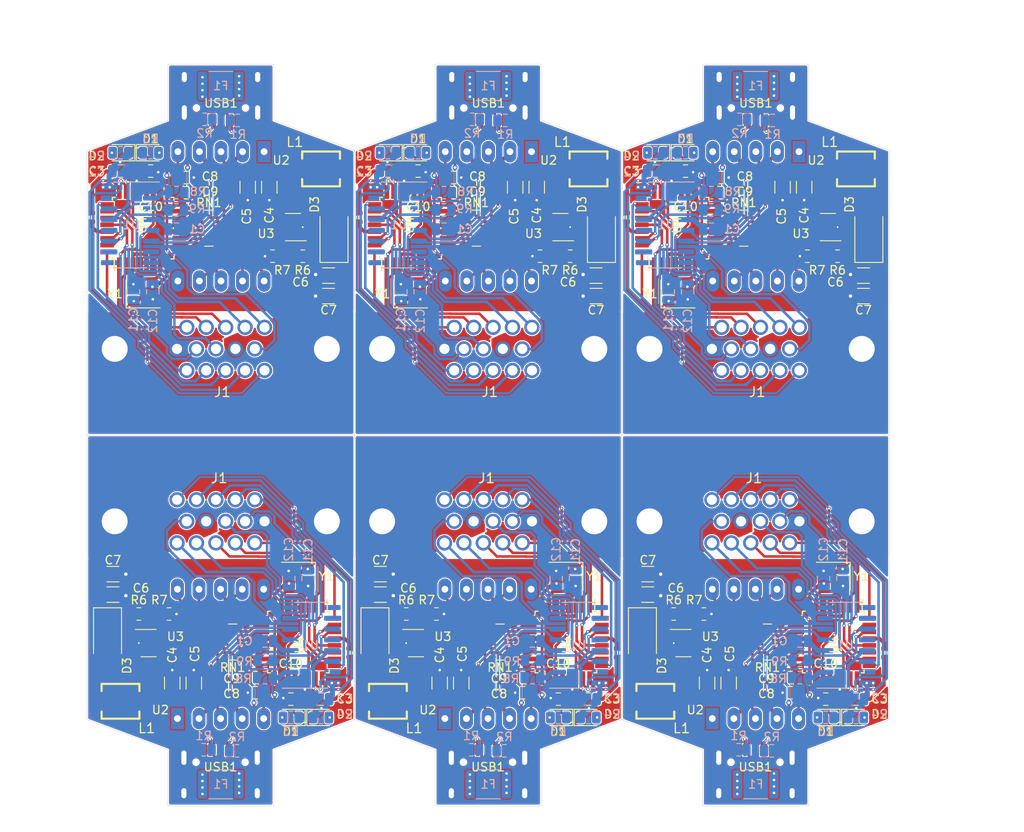
<source format=kicad_pcb>
(kicad_pcb (version 20171130) (host pcbnew "(5.1.9)-1")
  (layers (0 F.Cu signal) (31 B.Cu signal) (34 B.Paste user) (35 F.Paste user) (36 B.SilkS user) (37 F.SilkS user) (38 B.Mask user) (39 F.Mask user) (44 Edge.Cuts user))
  (net 0 "")
  (net 1 GNDA)
  (net 2 "Net-(C1-Pad1)")
  (net 3 "Net-(C3-Pad2)")
  (net 4 "Net-(C3-Pad1)")
  (net 5 +5V)
  (net 6 "Net-(C10-Pad2)")
  (net 7 "Net-(C11-Pad2)")
  (net 8 "Net-(C12-Pad2)")
  (net 9 "Net-(D1-Pad2)")
  (net 10 /RX)
  (net 11 "Net-(D2-Pad2)")
  (net 12 /TX)
  (net 13 +12V)
  (net 14 VBUS)
  (net 15 /Reset)
  (net 16 /A7)
  (net 17 /A6)
  (net 18 /A5)
  (net 19 /A4)
  (net 20 /A3)
  (net 21 /A2)
  (net 22 /A1)
  (net 23 /A0)
  (net 24 /D13)
  (net 25 /D12)
  (net 26 /D11)
  (net 27 /D10)
  (net 28 "Net-(R1-Pad1)")
  (net 29 "Net-(R2-Pad2)")
  (net 30 /D2)
  (net 31 /D3)
  (net 32 /D4)
  (net 33 /D5)
  (net 34 /D6)
  (net 35 /D7)
  (net 36 /D8)
  (net 37 /D9)
  (net 38 /D0)
  (net 39 /D1)
  (net 40 "Net-(U1-Pad15)")
  (net 41 "Net-(U1-Pad14)")
  (net 42 "Net-(U1-Pad12)")
  (net 43 "Net-(U1-Pad11)")
  (net 44 "Net-(U1-Pad10)")
  (net 45 "Net-(U1-Pad9)")
  (net 46 "Net-(U1-Pad8)")
  (net 47 "Net-(U1-Pad7)")
  (net 48 "Net-(U1-Pad6)")
  (net 49 "Net-(U1-Pad5)")
  (net 50 "Net-(U3-Pad6)")
  (net 51 "Net-(USB1-Pad3)")
  (net 52 "Net-(USB1-Pad9)")
  (net 53 "Net-(RN1-Pad11)")
  (net 54 "Net-(RN1-Pad10)")
  (net 55 "Net-(RN1-Pad12)")
  (net 56 "Net-(RN1-Pad13)")
  (net 57 "Net-(RN1-Pad9)")
  (net 58 "Net-(RN1-Pad14)")
  (net 59 "Net-(RN1-Pad15)")
  (net 60 "Net-(RN1-Pad16)")
  (net 61 "Net-(D3-Pad2)")
  (net 62 "Net-(R6-Pad2)")
  (module Resistor_SMD:R_0805_2012Metric (layer F.Cu) (at 132.969 100.457)
    (fp_text reference R6 (at 0 -1.65) (layer F.SilkS))
    (fp_text value 24k)
    (pad 1 smd roundrect (at -0.9125 0) (size 1.025 1.4) (layers F.Cu F.Paste F.Mask) (roundrect_rratio 0.2439014634146341) (net 13 +12V))
    (pad 2 smd roundrect (at 0.9125 0) (size 1.025 1.4) (layers F.Cu F.Paste F.Mask) (roundrect_rratio 0.2439014634146341) (net 62 "Net-(R6-Pad2)"))
  )
  (module LED_SMD:LED_0805_2012Metric (layer F.Cu) (at 150.876 112.649 180)
    (fp_text reference D1 (at 0 -1.65) (layer F.SilkS))
    (fp_text value LED)
    (pad 1 smd roundrect (at -0.9375 0 180) (size 0.975 1.4) (layers F.Cu F.Paste F.Mask) (net 10 /RX))
    (pad 2 smd roundrect (at 0.9375 0 180) (size 0.975 1.4) (layers F.Cu F.Paste F.Mask) (net 9 "Net-(D1-Pad2)"))
  )
  (module Resistor_SMD:R_0805_2012Metric (layer B.Cu) (at 144.526 116.586 180)
    (fp_text reference R2 (at 0 1.65) (layer B.SilkS) (effects (justify mirror)))
    (fp_text value 5.1k)
    (pad 1 smd roundrect (at -0.9125 0 180) (size 1.025 1.4) (layers B.Cu B.Paste B.Mask) (roundrect_rratio 0.2439014634146341) (net 1 GNDA))
    (pad 2 smd roundrect (at 0.9125 0 180) (size 1.025 1.4) (layers B.Cu B.Paste B.Mask) (roundrect_rratio 0.2439014634146341) (net 29 "Net-(R2-Pad2)"))
  )
  (module Resistor_SMD:R_0805_2012Metric (layer F.Cu) (at 164.465 100.457)
    (fp_text reference R6 (at 0 -1.65) (layer F.SilkS))
    (fp_text value 24k)
    (pad 1 smd roundrect (at -0.9125 0) (size 1.025 1.4) (layers F.Cu F.Paste F.Mask) (roundrect_rratio 0.2439014634146341) (net 13 +12V))
    (pad 2 smd roundrect (at 0.9125 0) (size 1.025 1.4) (layers F.Cu F.Paste F.Mask) (roundrect_rratio 0.2439014634146341) (net 62 "Net-(R6-Pad2)"))
  )
  (module 1_resouce:IND-SMD_L4.5-W4.2 (layer F.Cu) (at 130.81 110.744 180)
    (fp_text reference L1 (at -4.191 -3.175) (layer F.SilkS) (effects (font (size 1.143 1.143) (thickness 0.152)) (justify right)))
    (fp_text value INDUCTOR hide)
    (pad 2 smd rect (at 1.8 0 180) (size 1.675 1.95) (layers F.Cu F.Paste F.Mask) (net 61 "Net-(D3-Pad2)"))
    (pad 1 smd rect (at -1.8 0 180) (size 1.675 1.95) (layers F.Cu F.Paste F.Mask) (net 5 +5V))
  )
  (module LED_SMD:LED_0805_2012Metric (layer F.Cu) (at 182.372 112.649 180)
    (fp_text reference D1 (at 0 -1.65) (layer F.SilkS))
    (fp_text value LED)
    (pad 1 smd roundrect (at -0.9375 0 180) (size 0.975 1.4) (layers F.Cu F.Paste F.Mask) (net 10 /RX))
    (pad 2 smd roundrect (at 0.9375 0 180) (size 0.975 1.4) (layers F.Cu F.Paste F.Mask) (net 9 "Net-(D1-Pad2)"))
  )
  (module Fuse:Fuse_1812_4532Metric (layer B.Cu) (at 142.621 120.523)
    (fp_text reference F1 (at 0 0) (layer B.SilkS) (effects (justify mirror)))
    (fp_text value Fuse)
    (pad 2 smd roundrect (at 2.1375 0) (size 1.125 3.4) (layers B.Cu B.Paste B.Mask) (roundrect_rratio 0.2222213333333333) (net 14 VBUS))
    (pad 1 smd roundrect (at -2.1375 0) (size 1.125 3.4) (layers B.Cu B.Paste B.Mask) (roundrect_rratio 0.2222213333333333) (net 5 +5V))
  )
  (module Resistor_SMD:R_0805_2012Metric (layer B.Cu) (at 179.3475 105.918 180)
    (fp_text reference R9 (at 2.4365 -0.127) (layer B.SilkS) (effects (justify mirror)))
    (fp_text value 1k)
    (pad 1 smd roundrect (at -0.9125 0 180) (size 1.025 1.4) (layers B.Cu B.Paste B.Mask) (roundrect_rratio 0.2439014634146341) (net 12 /TX))
    (pad 2 smd roundrect (at 0.9125 0 180) (size 1.025 1.4) (layers B.Cu B.Paste B.Mask) (roundrect_rratio 0.2439014634146341) (net 39 /D1))
  )
  (module Capacitor_SMD:C_0805_2012Metric (layer F.Cu) (at 178.181 109.728)
    (fp_text reference C8 (at -2.794 0.127) (layer F.SilkS))
    (fp_text value 4.7u)
    (pad 1 smd roundrect (at -0.95 0) (size 1 1.45) (layers F.Cu F.Paste F.Mask) (net 1 GNDA))
    (pad 2 smd roundrect (at 0.95 0) (size 1 1.45) (layers F.Cu F.Paste F.Mask) (net 5 +5V))
  )
  (module Capacitor_SMD:C_0805_2012Metric (layer F.Cu) (at 146.685 107.95)
    (fp_text reference C9 (at -2.794 0.127) (layer F.SilkS))
    (fp_text value 0.1u)
    (pad 1 smd roundrect (at -0.95 0) (size 1 1.45) (layers F.Cu F.Paste F.Mask) (net 1 GNDA))
    (pad 2 smd roundrect (at 0.95 0) (size 1 1.45) (layers F.Cu F.Paste F.Mask) (net 5 +5V))
  )
  (module Resistor_SMD:R_0805_2012Metric (layer B.Cu) (at 176.022 116.586 180)
    (fp_text reference R2 (at 0 1.65) (layer B.SilkS) (effects (justify mirror)))
    (fp_text value 5.1k)
    (pad 1 smd roundrect (at -0.9125 0 180) (size 1.025 1.4) (layers B.Cu B.Paste B.Mask) (roundrect_rratio 0.2439014634146341) (net 1 GNDA))
    (pad 2 smd roundrect (at 0.9125 0 180) (size 1.025 1.4) (layers B.Cu B.Paste B.Mask) (roundrect_rratio 0.2439014634146341) (net 29 "Net-(R2-Pad2)"))
  )
  (module Resistor_SMD:R_0805_2012Metric (layer B.Cu) (at 172.1085 116.459 180)
    (fp_text reference R1 (at 0 1.65) (layer B.SilkS) (effects (justify mirror)))
    (fp_text value 5.1k)
    (pad 1 smd roundrect (at -0.9125 0 180) (size 1.025 1.4) (layers B.Cu B.Paste B.Mask) (roundrect_rratio 0.2439014634146341) (net 28 "Net-(R1-Pad1)"))
    (pad 2 smd roundrect (at 0.9125 0 180) (size 1.025 1.4) (layers B.Cu B.Paste B.Mask) (roundrect_rratio 0.2439014634146341) (net 1 GNDA))
  )
  (module 1_resouce:IND-SMD_L4.5-W4.2 (layer F.Cu) (at 162.306 110.744 180)
    (fp_text reference L1 (at -4.191 -3.175) (layer F.SilkS) (effects (font (size 1.143 1.143) (thickness 0.152)) (justify right)))
    (fp_text value INDUCTOR hide)
    (pad 2 smd rect (at 1.8 0 180) (size 1.675 1.95) (layers F.Cu F.Paste F.Mask) (net 61 "Net-(D3-Pad2)"))
    (pad 1 smd rect (at -1.8 0 180) (size 1.675 1.95) (layers F.Cu F.Paste F.Mask) (net 5 +5V))
  )
  (module Resistor_SMD:R_0805_2012Metric (layer B.Cu) (at 150.876 112.649)
    (fp_text reference R3 (at 0 1.65) (layer B.SilkS) (effects (justify mirror)))
    (fp_text value 1k)
    (pad 1 smd roundrect (at -0.9125 0) (size 1.025 1.4) (layers B.Cu B.Paste B.Mask) (roundrect_rratio 0.2439014634146341) (net 9 "Net-(D1-Pad2)"))
    (pad 2 smd roundrect (at 0.9125 0) (size 1.025 1.4) (layers B.Cu B.Paste B.Mask) (roundrect_rratio 0.2439014634146341) (net 5 +5V))
  )
  (module Resistor_SMD:R_0805_2012Metric (layer F.Cu) (at 136.525 100.457)
    (fp_text reference R7 (at -1.143 -1.65) (layer F.SilkS))
    (fp_text value 2k)
    (pad 1 smd roundrect (at -0.9125 0) (size 1.025 1.4) (layers F.Cu F.Paste F.Mask) (roundrect_rratio 0.2439014634146341) (net 62 "Net-(R6-Pad2)"))
    (pad 2 smd roundrect (at 0.9125 0) (size 1.025 1.4) (layers F.Cu F.Paste F.Mask) (roundrect_rratio 0.2439014634146341) (net 1 GNDA))
  )
  (module Capacitor_SMD:C_0805_2012Metric (layer F.Cu) (at 178.181 107.95)
    (fp_text reference C9 (at -2.794 0.127) (layer F.SilkS))
    (fp_text value 0.1u)
    (pad 1 smd roundrect (at -0.95 0) (size 1 1.45) (layers F.Cu F.Paste F.Mask) (net 1 GNDA))
    (pad 2 smd roundrect (at 0.95 0) (size 1 1.45) (layers F.Cu F.Paste F.Mask) (net 5 +5V))
  )
  (module Resistor_SMD:R_0805_2012Metric (layer B.Cu) (at 140.6125 116.459 180)
    (fp_text reference R1 (at 0 1.65) (layer B.SilkS) (effects (justify mirror)))
    (fp_text value 5.1k)
    (pad 1 smd roundrect (at -0.9125 0 180) (size 1.025 1.4) (layers B.Cu B.Paste B.Mask) (roundrect_rratio 0.2439014634146341) (net 28 "Net-(R1-Pad1)"))
    (pad 2 smd roundrect (at 0.9125 0 180) (size 1.025 1.4) (layers B.Cu B.Paste B.Mask) (roundrect_rratio 0.2439014634146341) (net 1 GNDA))
  )
  (module Resistor_SMD:R_0805_2012Metric (layer B.Cu) (at 147.8515 105.918 180)
    (fp_text reference R9 (at 2.4365 -0.127) (layer B.SilkS) (effects (justify mirror)))
    (fp_text value 1k)
    (pad 1 smd roundrect (at -0.9125 0 180) (size 1.025 1.4) (layers B.Cu B.Paste B.Mask) (roundrect_rratio 0.2439014634146341) (net 12 /TX))
    (pad 2 smd roundrect (at 0.9125 0 180) (size 1.025 1.4) (layers B.Cu B.Paste B.Mask) (roundrect_rratio 0.2439014634146341) (net 39 /D1))
  )
  (module Fuse:Fuse_1812_4532Metric (layer B.Cu) (at 174.117 120.523)
    (fp_text reference F1 (at 0 0) (layer B.SilkS) (effects (justify mirror)))
    (fp_text value Fuse)
    (pad 2 smd roundrect (at 2.1375 0) (size 1.125 3.4) (layers B.Cu B.Paste B.Mask) (roundrect_rratio 0.2222213333333333) (net 14 VBUS))
    (pad 1 smd roundrect (at -2.1375 0) (size 1.125 3.4) (layers B.Cu B.Paste B.Mask) (roundrect_rratio 0.2222213333333333) (net 5 +5V))
  )
  (module Diode_SMD:D_SMA (layer F.Cu) (at 160.782 103.124 270)
    (fp_text reference D3 (at 3.429 -2.286 90) (layer F.SilkS))
    (fp_text value D_Schottky)
    (pad 1 smd rect (at -2 0 270) (size 2.5 1.8) (layers F.Cu F.Paste F.Mask) (net 13 +12V))
    (pad 2 smd rect (at 2 0 270) (size 2.5 1.8) (layers F.Cu F.Paste F.Mask) (net 61 "Net-(D3-Pad2)"))
  )
  (module Resistor_SMD:R_0805_2012Metric (layer B.Cu) (at 182.372 112.649)
    (fp_text reference R3 (at 0 1.65) (layer B.SilkS) (effects (justify mirror)))
    (fp_text value 1k)
    (pad 1 smd roundrect (at -0.9125 0) (size 1.025 1.4) (layers B.Cu B.Paste B.Mask) (roundrect_rratio 0.2439014634146341) (net 9 "Net-(D1-Pad2)"))
    (pad 2 smd roundrect (at 0.9125 0) (size 1.025 1.4) (layers B.Cu B.Paste B.Mask) (roundrect_rratio 0.2439014634146341) (net 5 +5V))
  )
  (module Resistor_SMD:R_0805_2012Metric (layer F.Cu) (at 168.021 100.457)
    (fp_text reference R7 (at -1.143 -1.65) (layer F.SilkS))
    (fp_text value 2k)
    (pad 1 smd roundrect (at -0.9125 0) (size 1.025 1.4) (layers F.Cu F.Paste F.Mask) (roundrect_rratio 0.2439014634146341) (net 62 "Net-(R6-Pad2)"))
    (pad 2 smd roundrect (at 0.9125 0) (size 1.025 1.4) (layers F.Cu F.Paste F.Mask) (roundrect_rratio 0.2439014634146341) (net 1 GNDA))
  )
  (module Diode_SMD:D_SMA (layer F.Cu) (at 129.286 103.124 270)
    (fp_text reference D3 (at 3.429 -2.286 90) (layer F.SilkS))
    (fp_text value D_Schottky)
    (pad 1 smd rect (at -2 0 270) (size 2.5 1.8) (layers F.Cu F.Paste F.Mask) (net 13 +12V))
    (pad 2 smd rect (at 2 0 270) (size 2.5 1.8) (layers F.Cu F.Paste F.Mask) (net 61 "Net-(D3-Pad2)"))
  )
  (module Capacitor_SMD:C_0805_2012Metric (layer F.Cu) (at 146.685 109.728)
    (fp_text reference C8 (at -2.794 0.127) (layer F.SilkS))
    (fp_text value 4.7u)
    (pad 1 smd roundrect (at -0.95 0) (size 1 1.45) (layers F.Cu F.Paste F.Mask) (net 1 GNDA))
    (pad 2 smd roundrect (at 0.95 0) (size 1 1.45) (layers F.Cu F.Paste F.Mask) (net 5 +5V))
  )
  (module Capacitor_SMD:C_1206_3216Metric (layer F.Cu) (at 161.417 98.171 180)
    (fp_text reference C6 (at -3.302 0.762) (layer F.SilkS))
    (fp_text value 10u)
    (pad 1 smd roundrect (at -1.475 0 180) (size 1.15 1.8) (layers F.Cu F.Paste F.Mask) (roundrect_rratio 0.2173904347826087) (net 1 GNDA))
    (pad 2 smd roundrect (at 1.475 0 180) (size 1.15 1.8) (layers F.Cu F.Paste F.Mask) (roundrect_rratio 0.2173904347826087) (net 13 +12V))
  )
  (module Type-C:HRO-TYPE-C-31-M-12 (layer F.Cu) (at 174.093 124.175)
    (fp_text reference USB1 (at 0 -5.684) (layer F.SilkS))
    (fp_text value HRO-TYPE-C-31-M-12)
    (pad 12 smd rect (at 3.225 -7.695) (size 0.6 1.45) (layers F.Cu F.Paste F.Mask) (net 1 GNDA))
    (pad 1 smd rect (at -3.225 -7.695) (size 0.6 1.45) (layers F.Cu F.Paste F.Mask) (net 1 GNDA))
    (pad 11 smd rect (at 2.45 -7.695) (size 0.6 1.45) (layers F.Cu F.Paste F.Mask) (net 14 VBUS))
    (pad 2 smd rect (at -2.45 -7.695) (size 0.6 1.45) (layers F.Cu F.Paste F.Mask) (net 14 VBUS))
    (pad 3 smd rect (at -1.75 -7.695) (size 0.3 1.45) (layers F.Cu F.Paste F.Mask) (net 51 "Net-(USB1-Pad3)"))
    (pad 10 smd rect (at 1.75 -7.695) (size 0.3 1.45) (layers F.Cu F.Paste F.Mask) (net 29 "Net-(R2-Pad2)"))
    (pad 4 smd rect (at -1.25 -7.695) (size 0.3 1.45) (layers F.Cu F.Paste F.Mask) (net 28 "Net-(R1-Pad1)"))
    (pad 9 smd rect (at 1.25 -7.695) (size 0.3 1.45) (layers F.Cu F.Paste F.Mask) (net 52 "Net-(USB1-Pad9)"))
    (pad 5 smd rect (at -0.75 -7.695) (size 0.3 1.45) (layers F.Cu F.Paste F.Mask) (net 48 "Net-(U1-Pad6)"))
    (pad 8 smd rect (at 0.75 -7.695) (size 0.3 1.45) (layers F.Cu F.Paste F.Mask) (net 49 "Net-(U1-Pad5)"))
    (pad 7 smd rect (at 0.25 -7.695) (size 0.3 1.45) (layers F.Cu F.Paste F.Mask) (net 48 "Net-(U1-Pad6)"))
    (pad 6 smd rect (at -0.25 -7.695) (size 0.3 1.45) (layers F.Cu F.Paste F.Mask) (net 49 "Net-(U1-Pad5)"))
    (pad "" np_thru_hole circle (at 2.89 -6.25) (size 0.65 0.65) (drill 0.65) (layers *.Cu *.Mask))
    (pad "" np_thru_hole circle (at -2.89 -6.25) (size 0.65 0.65) (drill 0.65) (layers *.Cu *.Mask))
    (pad 13 thru_hole oval (at -4.32 -6.78) (size 1 2.1) (drill oval 0.6 1.7) (layers *.Cu B.Mask) (net 1 GNDA))
    (pad 13 thru_hole oval (at 4.32 -6.78) (size 1 2.1) (drill oval 0.6 1.7) (layers *.Cu B.Mask) (net 1 GNDA))
    (pad 13 thru_hole oval (at -4.32 -2.6) (size 1 1.6) (drill oval 0.6 1.2) (layers *.Cu B.Mask) (net 1 GNDA))
    (pad 13 thru_hole oval (at 4.32 -2.6) (size 1 1.6) (drill oval 0.6 1.2) (layers *.Cu B.Mask) (net 1 GNDA))
  )
  (module Capacitor_SMD:C_1206_3216Metric (layer F.Cu) (at 168.402 108.585 270)
    (fp_text reference C4 (at -3.302 0 90) (layer F.SilkS))
    (fp_text value 10u)
    (pad 2 smd roundrect (at 1.475 0 270) (size 1.15 1.8) (layers F.Cu F.Paste F.Mask) (roundrect_rratio 0.2173904347826087) (net 5 +5V))
    (pad 1 smd roundrect (at -1.475 0 270) (size 1.15 1.8) (layers F.Cu F.Paste F.Mask) (roundrect_rratio 0.2173904347826087) (net 1 GNDA))
  )
  (module Type-C:HRO-TYPE-C-31-M-12 (layer F.Cu) (at 142.597 124.175)
    (fp_text reference USB1 (at 0 -5.684) (layer F.SilkS))
    (fp_text value HRO-TYPE-C-31-M-12)
    (pad 12 smd rect (at 3.225 -7.695) (size 0.6 1.45) (layers F.Cu F.Paste F.Mask) (net 1 GNDA))
    (pad 1 smd rect (at -3.225 -7.695) (size 0.6 1.45) (layers F.Cu F.Paste F.Mask) (net 1 GNDA))
    (pad 11 smd rect (at 2.45 -7.695) (size 0.6 1.45) (layers F.Cu F.Paste F.Mask) (net 14 VBUS))
    (pad 2 smd rect (at -2.45 -7.695) (size 0.6 1.45) (layers F.Cu F.Paste F.Mask) (net 14 VBUS))
    (pad 3 smd rect (at -1.75 -7.695) (size 0.3 1.45) (layers F.Cu F.Paste F.Mask) (net 51 "Net-(USB1-Pad3)"))
    (pad 10 smd rect (at 1.75 -7.695) (size 0.3 1.45) (layers F.Cu F.Paste F.Mask) (net 29 "Net-(R2-Pad2)"))
    (pad 4 smd rect (at -1.25 -7.695) (size 0.3 1.45) (layers F.Cu F.Paste F.Mask) (net 28 "Net-(R1-Pad1)"))
    (pad 9 smd rect (at 1.25 -7.695) (size 0.3 1.45) (layers F.Cu F.Paste F.Mask) (net 52 "Net-(USB1-Pad9)"))
    (pad 5 smd rect (at -0.75 -7.695) (size 0.3 1.45) (layers F.Cu F.Paste F.Mask) (net 48 "Net-(U1-Pad6)"))
    (pad 8 smd rect (at 0.75 -7.695) (size 0.3 1.45) (layers F.Cu F.Paste F.Mask) (net 49 "Net-(U1-Pad5)"))
    (pad 7 smd rect (at 0.25 -7.695) (size 0.3 1.45) (layers F.Cu F.Paste F.Mask) (net 48 "Net-(U1-Pad6)"))
    (pad 6 smd rect (at -0.25 -7.695) (size 0.3 1.45) (layers F.Cu F.Paste F.Mask) (net 49 "Net-(U1-Pad5)"))
    (pad "" np_thru_hole circle (at 2.89 -6.25) (size 0.65 0.65) (drill 0.65) (layers *.Cu *.Mask))
    (pad "" np_thru_hole circle (at -2.89 -6.25) (size 0.65 0.65) (drill 0.65) (layers *.Cu *.Mask))
    (pad 13 thru_hole oval (at -4.32 -6.78) (size 1 2.1) (drill oval 0.6 1.7) (layers *.Cu B.Mask) (net 1 GNDA))
    (pad 13 thru_hole oval (at 4.32 -6.78) (size 1 2.1) (drill oval 0.6 1.7) (layers *.Cu B.Mask) (net 1 GNDA))
    (pad 13 thru_hole oval (at -4.32 -2.6) (size 1 1.6) (drill oval 0.6 1.2) (layers *.Cu B.Mask) (net 1 GNDA))
    (pad 13 thru_hole oval (at 4.32 -2.6) (size 1 1.6) (drill oval 0.6 1.2) (layers *.Cu B.Mask) (net 1 GNDA))
  )
  (module Capacitor_SMD:C_1206_3216Metric (layer F.Cu) (at 136.906 108.585 270)
    (fp_text reference C4 (at -3.302 0 90) (layer F.SilkS))
    (fp_text value 10u)
    (pad 2 smd roundrect (at 1.475 0 270) (size 1.15 1.8) (layers F.Cu F.Paste F.Mask) (roundrect_rratio 0.2173904347826087) (net 5 +5V))
    (pad 1 smd roundrect (at -1.475 0 270) (size 1.15 1.8) (layers F.Cu F.Paste F.Mask) (roundrect_rratio 0.2173904347826087) (net 1 GNDA))
  )
  (module Capacitor_SMD:C_1206_3216Metric (layer F.Cu) (at 129.921 98.171 180)
    (fp_text reference C6 (at -3.302 0.762) (layer F.SilkS))
    (fp_text value 10u)
    (pad 1 smd roundrect (at -1.475 0 180) (size 1.15 1.8) (layers F.Cu F.Paste F.Mask) (roundrect_rratio 0.2173904347826087) (net 1 GNDA))
    (pad 2 smd roundrect (at 1.475 0 180) (size 1.15 1.8) (layers F.Cu F.Paste F.Mask) (roundrect_rratio 0.2173904347826087) (net 13 +12V))
  )
  (module Package_SO:SOIC-16_3.9x9.9mm_P1.27mm (layer B.Cu) (at 184.785 104.14)
    (fp_text reference U1 (at -0.127 0) (layer B.SilkS) (effects (justify mirror)))
    (fp_text value CH340C)
    (pad 16 smd roundrect (at 2.475 4.445) (size 1.95 0.6) (layers B.Cu B.Paste B.Mask) (net 5 +5V))
    (pad 15 smd roundrect (at 2.475 3.175) (size 1.95 0.6) (layers B.Cu B.Paste B.Mask) (net 40 "Net-(U1-Pad15)"))
    (pad 14 smd roundrect (at 2.475 1.905) (size 1.95 0.6) (layers B.Cu B.Paste B.Mask) (net 41 "Net-(U1-Pad14)"))
    (pad 13 smd roundrect (at 2.475 0.635) (size 1.95 0.6) (layers B.Cu B.Paste B.Mask) (net 3 "Net-(C3-Pad2)"))
    (pad 12 smd roundrect (at 2.475 -0.635) (size 1.95 0.6) (layers B.Cu B.Paste B.Mask) (net 42 "Net-(U1-Pad12)"))
    (pad 11 smd roundrect (at 2.475 -1.905) (size 1.95 0.6) (layers B.Cu B.Paste B.Mask) (net 43 "Net-(U1-Pad11)"))
    (pad 10 smd roundrect (at 2.475 -3.175) (size 1.95 0.6) (layers B.Cu B.Paste B.Mask) (net 44 "Net-(U1-Pad10)"))
    (pad 9 smd roundrect (at 2.475 -4.445) (size 1.95 0.6) (layers B.Cu B.Paste B.Mask) (net 45 "Net-(U1-Pad9)"))
    (pad 8 smd roundrect (at -2.475 -4.445) (size 1.95 0.6) (layers B.Cu B.Paste B.Mask) (net 46 "Net-(U1-Pad8)"))
    (pad 7 smd roundrect (at -2.475 -3.175) (size 1.95 0.6) (layers B.Cu B.Paste B.Mask) (net 47 "Net-(U1-Pad7)"))
    (pad 6 smd roundrect (at -2.475 -1.905) (size 1.95 0.6) (layers B.Cu B.Paste B.Mask) (net 48 "Net-(U1-Pad6)"))
    (pad 5 smd roundrect (at -2.475 -0.635) (size 1.95 0.6) (layers B.Cu B.Paste B.Mask) (net 49 "Net-(U1-Pad5)"))
    (pad 4 smd roundrect (at -2.475 0.635) (size 1.95 0.6) (layers B.Cu B.Paste B.Mask) (net 2 "Net-(C1-Pad1)"))
    (pad 3 smd roundrect (at -2.475 1.905) (size 1.95 0.6) (layers B.Cu B.Paste B.Mask) (net 12 /TX))
    (pad 2 smd roundrect (at -2.475 3.175) (size 1.95 0.6) (layers B.Cu B.Paste B.Mask) (net 10 /RX))
    (pad 1 smd roundrect (at -2.475 4.445) (size 1.95 0.6) (layers B.Cu B.Paste B.Mask) (net 1 GNDA))
  )
  (module Package_SO:SOIC-16_3.9x9.9mm_P1.27mm (layer B.Cu) (at 153.289 104.14)
    (fp_text reference U1 (at -0.127 0) (layer B.SilkS) (effects (justify mirror)))
    (fp_text value CH340C)
    (pad 16 smd roundrect (at 2.475 4.445) (size 1.95 0.6) (layers B.Cu B.Paste B.Mask) (net 5 +5V))
    (pad 15 smd roundrect (at 2.475 3.175) (size 1.95 0.6) (layers B.Cu B.Paste B.Mask) (net 40 "Net-(U1-Pad15)"))
    (pad 14 smd roundrect (at 2.475 1.905) (size 1.95 0.6) (layers B.Cu B.Paste B.Mask) (net 41 "Net-(U1-Pad14)"))
    (pad 13 smd roundrect (at 2.475 0.635) (size 1.95 0.6) (layers B.Cu B.Paste B.Mask) (net 3 "Net-(C3-Pad2)"))
    (pad 12 smd roundrect (at 2.475 -0.635) (size 1.95 0.6) (layers B.Cu B.Paste B.Mask) (net 42 "Net-(U1-Pad12)"))
    (pad 11 smd roundrect (at 2.475 -1.905) (size 1.95 0.6) (layers B.Cu B.Paste B.Mask) (net 43 "Net-(U1-Pad11)"))
    (pad 10 smd roundrect (at 2.475 -3.175) (size 1.95 0.6) (layers B.Cu B.Paste B.Mask) (net 44 "Net-(U1-Pad10)"))
    (pad 9 smd roundrect (at 2.475 -4.445) (size 1.95 0.6) (layers B.Cu B.Paste B.Mask) (net 45 "Net-(U1-Pad9)"))
    (pad 8 smd roundrect (at -2.475 -4.445) (size 1.95 0.6) (layers B.Cu B.Paste B.Mask) (net 46 "Net-(U1-Pad8)"))
    (pad 7 smd roundrect (at -2.475 -3.175) (size 1.95 0.6) (layers B.Cu B.Paste B.Mask) (net 47 "Net-(U1-Pad7)"))
    (pad 6 smd roundrect (at -2.475 -1.905) (size 1.95 0.6) (layers B.Cu B.Paste B.Mask) (net 48 "Net-(U1-Pad6)"))
    (pad 5 smd roundrect (at -2.475 -0.635) (size 1.95 0.6) (layers B.Cu B.Paste B.Mask) (net 49 "Net-(U1-Pad5)"))
    (pad 4 smd roundrect (at -2.475 0.635) (size 1.95 0.6) (layers B.Cu B.Paste B.Mask) (net 2 "Net-(C1-Pad1)"))
    (pad 3 smd roundrect (at -2.475 1.905) (size 1.95 0.6) (layers B.Cu B.Paste B.Mask) (net 12 /TX))
    (pad 2 smd roundrect (at -2.475 3.175) (size 1.95 0.6) (layers B.Cu B.Paste B.Mask) (net 10 /RX))
    (pad 1 smd roundrect (at -2.475 4.445) (size 1.95 0.6) (layers B.Cu B.Paste B.Mask) (net 1 GNDA))
  )
  (module Package_TO_SOT_SMD:SOT-23-6 (layer F.Cu) (at 165.608 103.886)
    (fp_text reference U3 (at 3.175 -0.762) (layer F.SilkS))
    (fp_text value STI3508)
    (pad 5 smd rect (at 1.1 0) (size 1.06 0.65) (layers F.Cu F.Paste F.Mask) (net 5 +5V))
    (pad 6 smd rect (at 1.1 -0.95) (size 1.06 0.65) (layers F.Cu F.Paste F.Mask) (net 50 "Net-(U3-Pad6)"))
    (pad 4 smd rect (at 1.1 0.95) (size 1.06 0.65) (layers F.Cu F.Paste F.Mask) (net 5 +5V))
    (pad 3 smd rect (at -1.1 0.95) (size 1.06 0.65) (layers F.Cu F.Paste F.Mask) (net 62 "Net-(R6-Pad2)"))
    (pad 2 smd rect (at -1.1 0) (size 1.06 0.65) (layers F.Cu F.Paste F.Mask) (net 1 GNDA))
    (pad 1 smd rect (at -1.1 -0.95) (size 1.06 0.65) (layers F.Cu F.Paste F.Mask) (net 61 "Net-(D3-Pad2)"))
  )
  (module Package_TO_SOT_SMD:SOT-23-6 (layer F.Cu) (at 134.112 103.886)
    (fp_text reference U3 (at 3.175 -0.762) (layer F.SilkS))
    (fp_text value STI3508)
    (pad 5 smd rect (at 1.1 0) (size 1.06 0.65) (layers F.Cu F.Paste F.Mask) (net 5 +5V))
    (pad 6 smd rect (at 1.1 -0.95) (size 1.06 0.65) (layers F.Cu F.Paste F.Mask) (net 50 "Net-(U3-Pad6)"))
    (pad 4 smd rect (at 1.1 0.95) (size 1.06 0.65) (layers F.Cu F.Paste F.Mask) (net 5 +5V))
    (pad 3 smd rect (at -1.1 0.95) (size 1.06 0.65) (layers F.Cu F.Paste F.Mask) (net 62 "Net-(R6-Pad2)"))
    (pad 2 smd rect (at -1.1 0) (size 1.06 0.65) (layers F.Cu F.Paste F.Mask) (net 1 GNDA))
    (pad 1 smd rect (at -1.1 -0.95) (size 1.06 0.65) (layers F.Cu F.Paste F.Mask) (net 61 "Net-(D3-Pad2)"))
  )
  (module Package_QFP:TQFP-32_7x7mm_P0.8mm (layer F.Cu) (at 183.261 103.759 270)
    (fp_text reference U4 (at 0.381 -0.127 90) (layer F.SilkS))
    (fp_text value ATmega328P-A)
    (pad 1 smd rect (at -4.25 -2.8 270) (size 1.6 0.55) (layers F.Cu F.Paste F.Mask) (net 31 /D3))
    (pad 2 smd rect (at -4.25 -2 270) (size 1.6 0.55) (layers F.Cu F.Paste F.Mask) (net 32 /D4))
    (pad 3 smd rect (at -4.25 -1.2 270) (size 1.6 0.55) (layers F.Cu F.Paste F.Mask) (net 1 GNDA))
    (pad 4 smd rect (at -4.25 -0.4 270) (size 1.6 0.55) (layers F.Cu F.Paste F.Mask) (net 5 +5V))
    (pad 5 smd rect (at -4.25 0.4 270) (size 1.6 0.55) (layers F.Cu F.Paste F.Mask) (net 1 GNDA))
    (pad 6 smd rect (at -4.25 1.2 270) (size 1.6 0.55) (layers F.Cu F.Paste F.Mask) (net 5 +5V))
    (pad 7 smd rect (at -4.25 2 270) (size 1.6 0.55) (layers F.Cu F.Paste F.Mask) (net 7 "Net-(C11-Pad2)"))
    (pad 8 smd rect (at -4.25 2.8 270) (size 1.6 0.55) (layers F.Cu F.Paste F.Mask) (net 8 "Net-(C12-Pad2)"))
    (pad 9 smd rect (at -2.8 4.25) (size 1.6 0.55) (layers F.Cu F.Paste F.Mask) (net 33 /D5))
    (pad 10 smd rect (at -2 4.25) (size 1.6 0.55) (layers F.Cu F.Paste F.Mask) (net 34 /D6))
    (pad 11 smd rect (at -1.2 4.25) (size 1.6 0.55) (layers F.Cu F.Paste F.Mask) (net 35 /D7))
    (pad 12 smd rect (at -0.4 4.25) (size 1.6 0.55) (layers F.Cu F.Paste F.Mask) (net 36 /D8))
    (pad 13 smd rect (at 0.4 4.25) (size 1.6 0.55) (layers F.Cu F.Paste F.Mask) (net 37 /D9))
    (pad 14 smd rect (at 1.2 4.25) (size 1.6 0.55) (layers F.Cu F.Paste F.Mask) (net 27 /D10))
    (pad 15 smd rect (at 2 4.25) (size 1.6 0.55) (layers F.Cu F.Paste F.Mask) (net 26 /D11))
    (pad 16 smd rect (at 2.8 4.25) (size 1.6 0.55) (layers F.Cu F.Paste F.Mask) (net 25 /D12))
    (pad 17 smd rect (at 4.25 2.8 270) (size 1.6 0.55) (layers F.Cu F.Paste F.Mask) (net 24 /D13))
    (pad 18 smd rect (at 4.25 2 270) (size 1.6 0.55) (layers F.Cu F.Paste F.Mask) (net 5 +5V))
    (pad 19 smd rect (at 4.25 1.2 270) (size 1.6 0.55) (layers F.Cu F.Paste F.Mask) (net 17 /A6))
    (pad 20 smd rect (at 4.25 0.4 270) (size 1.6 0.55) (layers F.Cu F.Paste F.Mask) (net 6 "Net-(C10-Pad2)"))
    (pad 21 smd rect (at 4.25 -0.4 270) (size 1.6 0.55) (layers F.Cu F.Paste F.Mask) (net 1 GNDA))
    (pad 22 smd rect (at 4.25 -1.2 270) (size 1.6 0.55) (layers F.Cu F.Paste F.Mask) (net 16 /A7))
    (pad 23 smd rect (at 4.25 -2 270) (size 1.6 0.55) (layers F.Cu F.Paste F.Mask) (net 23 /A0))
    (pad 24 smd rect (at 4.25 -2.8 270) (size 1.6 0.55) (layers F.Cu F.Paste F.Mask) (net 22 /A1))
    (pad 25 smd rect (at 2.8 -4.25) (size 1.6 0.55) (layers F.Cu F.Paste F.Mask) (net 21 /A2))
    (pad 26 smd rect (at 2 -4.25) (size 1.6 0.55) (layers F.Cu F.Paste F.Mask) (net 20 /A3))
    (pad 27 smd rect (at 1.2 -4.25) (size 1.6 0.55) (layers F.Cu F.Paste F.Mask) (net 19 /A4))
    (pad 28 smd rect (at 0.4 -4.25) (size 1.6 0.55) (layers F.Cu F.Paste F.Mask) (net 18 /A5))
    (pad 29 smd rect (at -0.4 -4.25) (size 1.6 0.55) (layers F.Cu F.Paste F.Mask) (net 15 /Reset))
    (pad 30 smd rect (at -1.2 -4.25) (size 1.6 0.55) (layers F.Cu F.Paste F.Mask) (net 38 /D0))
    (pad 31 smd rect (at -2 -4.25) (size 1.6 0.55) (layers F.Cu F.Paste F.Mask) (net 39 /D1))
    (pad 32 smd rect (at -2.8 -4.25) (size 1.6 0.55) (layers F.Cu F.Paste F.Mask) (net 30 /D2))
  )
  (module Package_QFP:TQFP-32_7x7mm_P0.8mm (layer F.Cu) (at 151.765 103.759 270)
    (fp_text reference U4 (at 0.381 -0.127 90) (layer F.SilkS))
    (fp_text value ATmega328P-A)
    (pad 1 smd rect (at -4.25 -2.8 270) (size 1.6 0.55) (layers F.Cu F.Paste F.Mask) (net 31 /D3))
    (pad 2 smd rect (at -4.25 -2 270) (size 1.6 0.55) (layers F.Cu F.Paste F.Mask) (net 32 /D4))
    (pad 3 smd rect (at -4.25 -1.2 270) (size 1.6 0.55) (layers F.Cu F.Paste F.Mask) (net 1 GNDA))
    (pad 4 smd rect (at -4.25 -0.4 270) (size 1.6 0.55) (layers F.Cu F.Paste F.Mask) (net 5 +5V))
    (pad 5 smd rect (at -4.25 0.4 270) (size 1.6 0.55) (layers F.Cu F.Paste F.Mask) (net 1 GNDA))
    (pad 6 smd rect (at -4.25 1.2 270) (size 1.6 0.55) (layers F.Cu F.Paste F.Mask) (net 5 +5V))
    (pad 7 smd rect (at -4.25 2 270) (size 1.6 0.55) (layers F.Cu F.Paste F.Mask) (net 7 "Net-(C11-Pad2)"))
    (pad 8 smd rect (at -4.25 2.8 270) (size 1.6 0.55) (layers F.Cu F.Paste F.Mask) (net 8 "Net-(C12-Pad2)"))
    (pad 9 smd rect (at -2.8 4.25) (size 1.6 0.55) (layers F.Cu F.Paste F.Mask) (net 33 /D5))
    (pad 10 smd rect (at -2 4.25) (size 1.6 0.55) (layers F.Cu F.Paste F.Mask) (net 34 /D6))
    (pad 11 smd rect (at -1.2 4.25) (size 1.6 0.55) (layers F.Cu F.Paste F.Mask) (net 35 /D7))
    (pad 12 smd rect (at -0.4 4.25) (size 1.6 0.55) (layers F.Cu F.Paste F.Mask) (net 36 /D8))
    (pad 13 smd rect (at 0.4 4.25) (size 1.6 0.55) (layers F.Cu F.Paste F.Mask) (net 37 /D9))
    (pad 14 smd rect (at 1.2 4.25) (size 1.6 0.55) (layers F.Cu F.Paste F.Mask) (net 27 /D10))
    (pad 15 smd rect (at 2 4.25) (size 1.6 0.55) (layers F.Cu F.Paste F.Mask) (net 26 /D11))
    (pad 16 smd rect (at 2.8 4.25) (size 1.6 0.55) (layers F.Cu F.Paste F.Mask) (net 25 /D12))
    (pad 17 smd rect (at 4.25 2.8 270) (size 1.6 0.55) (layers F.Cu F.Paste F.Mask) (net 24 /D13))
    (pad 18 smd rect (at 4.25 2 270) (size 1.6 0.55) (layers F.Cu F.Paste F.Mask) (net 5 +5V))
    (pad 19 smd rect (at 4.25 1.2 270) (size 1.6 0.55) (layers F.Cu F.Paste F.Mask) (net 17 /A6))
    (pad 20 smd rect (at 4.25 0.4 270) (size 1.6 0.55) (layers F.Cu F.Paste F.Mask) (net 6 "Net-(C10-Pad2)"))
    (pad 21 smd rect (at 4.25 -0.4 270) (size 1.6 0.55) (layers F.Cu F.Paste F.Mask) (net 1 GNDA))
    (pad 22 smd rect (at 4.25 -1.2 270) (size 1.6 0.55) (layers F.Cu F.Paste F.Mask) (net 16 /A7))
    (pad 23 smd rect (at 4.25 -2 270) (size 1.6 0.55) (layers F.Cu F.Paste F.Mask) (net 23 /A0))
    (pad 24 smd rect (at 4.25 -2.8 270) (size 1.6 0.55) (layers F.Cu F.Paste F.Mask) (net 22 /A1))
    (pad 25 smd rect (at 2.8 -4.25) (size 1.6 0.55) (layers F.Cu F.Paste F.Mask) (net 21 /A2))
    (pad 26 smd rect (at 2 -4.25) (size 1.6 0.55) (layers F.Cu F.Paste F.Mask) (net 20 /A3))
    (pad 27 smd rect (at 1.2 -4.25) (size 1.6 0.55) (layers F.Cu F.Paste F.Mask) (net 19 /A4))
    (pad 28 smd rect (at 0.4 -4.25) (size 1.6 0.55) (layers F.Cu F.Paste F.Mask) (net 18 /A5))
    (pad 29 smd rect (at -0.4 -4.25) (size 1.6 0.55) (layers F.Cu F.Paste F.Mask) (net 15 /Reset))
    (pad 30 smd rect (at -1.2 -4.25) (size 1.6 0.55) (layers F.Cu F.Paste F.Mask) (net 38 /D0))
    (pad 31 smd rect (at -2 -4.25) (size 1.6 0.55) (layers F.Cu F.Paste F.Mask) (net 39 /D1))
    (pad 32 smd rect (at -2.8 -4.25) (size 1.6 0.55) (layers F.Cu F.Paste F.Mask) (net 30 /D2))
  )
  (module Crystal:Crystal_SMD_3225-4Pin_3.2x2.5mm (layer F.Cu) (at 151.765 96.012 180)
    (fp_text reference Y1 (at -3.302 0) (layer F.SilkS))
    (fp_text value Crystal_GND24)
    (pad 1 smd rect (at -1.1 0.85 180) (size 1.4 1.2) (layers F.Cu F.Paste F.Mask) (net 7 "Net-(C11-Pad2)"))
    (pad 2 smd rect (at 1.1 0.85 180) (size 1.4 1.2) (layers F.Cu F.Paste F.Mask) (net 1 GNDA))
    (pad 3 smd rect (at 1.1 -0.85 180) (size 1.4 1.2) (layers F.Cu F.Paste F.Mask) (net 8 "Net-(C12-Pad2)"))
    (pad 4 smd rect (at -1.1 -0.85 180) (size 1.4 1.2) (layers F.Cu F.Paste F.Mask) (net 1 GNDA))
  )
  (module 1_resouce:CONN-TH_DS1038-15MBNSIA74-0CC (layer F.Cu) (at 174.117 89.535)
    (fp_text reference J1 (at -1.27 -5.08) (layer F.SilkS) (effects (font (size 1.143 1.143) (thickness 0.152)) (justify left)))
    (fp_text value DB15_Male_HighDensity_MountingHoles hide)
    (pad 15 thru_hole circle (at -5.152 -2.54) (size 1.8 1.8) (drill 1.2) (layers *.Cu *.Paste *.Mask) (net 15 /Reset))
    (pad 14 thru_hole circle (at -2.862 -2.54) (size 1.8 1.8) (drill 1.2) (layers *.Cu *.Paste *.Mask) (net 22 /A1))
    (pad 13 thru_hole circle (at -0.572 -2.54) (size 1.8 1.8) (drill 1.2) (layers *.Cu *.Paste *.Mask) (net 23 /A0))
    (pad 12 thru_hole circle (at 1.718 -2.54) (size 1.8 1.8) (drill 1.2) (layers *.Cu *.Paste *.Mask) (net 21 /A2))
    (pad 11 thru_hole circle (at 4.007 -2.54) (size 1.8 1.8) (drill 1.2) (layers *.Cu *.Paste *.Mask) (net 20 /A3))
    (pad 10 thru_hole circle (at -4.007 0) (size 1.8 1.8) (drill 1.2) (layers *.Cu *.Paste *.Mask) (net 24 /D13))
    (pad 9 thru_hole circle (at -1.718 0) (size 1.8 1.8) (drill 1.2) (layers *.Cu *.Paste *.Mask) (net 13 +12V))
    (pad 8 thru_hole circle (at 0.572 0) (size 1.8 1.8) (drill 1.2) (layers *.Cu *.Paste *.Mask) (net 19 /A4))
    (pad 7 thru_hole circle (at 2.862 0) (size 1.8 1.8) (drill 1.2) (layers *.Cu *.Paste *.Mask) (net 18 /A5))
    (pad 6 thru_hole circle (at 5.152 0) (size 1.8 1.8) (drill 1.2) (layers *.Cu *.Paste *.Mask) (net 1 GNDA))
    (pad 5 thru_hole circle (at -5.152 2.54) (size 1.8 1.8) (drill 1.2) (layers *.Cu *.Paste *.Mask) (net 17 /A6))
    (pad 4 thru_hole circle (at -2.862 2.54) (size 1.8 1.8) (drill 1.2) (layers *.Cu *.Paste *.Mask) (net 16 /A7))
    (pad 3 thru_hole circle (at -0.572 2.54) (size 1.8 1.8) (drill 1.2) (layers *.Cu *.Paste *.Mask) (net 32 /D4))
    (pad 2 thru_hole circle (at 1.718 2.54) (size 1.8 1.8) (drill 1.2) (layers *.Cu *.Paste *.Mask) (net 31 /D3))
    (pad 1 thru_hole circle (at 4.007 2.54) (size 1.8 1.8) (drill 1.2) (layers *.Cu *.Paste *.Mask) (net 30 /D2))
    (pad 0 thru_hole circle (at 12.495 0) (size 5 5) (drill 3.05) (layers *.Cu *.Paste *.Mask) (net 1 GNDA))
    (pad 0 thru_hole circle (at -12.495 0) (size 5 5) (drill 3.05) (layers *.Cu *.Paste *.Mask) (net 1 GNDA))
  )
  (module Resistor_SMD:R_Array_Convex_8x0602 (layer F.Cu) (at 144.018 103.759 180)
    (fp_text reference RN1 (at 0 -3) (layer F.SilkS))
    (fp_text value R_Pack08_Split)
    (pad 1 smd rect (at -0.9 -1.75 180) (size 0.8 0.3) (layers F.Cu F.Paste F.Mask) (net 25 /D12))
    (pad 16 smd rect (at 0.9 -1.75 180) (size 0.8 0.3) (layers F.Cu F.Paste F.Mask) (net 60 "Net-(RN1-Pad16)"))
    (pad 8 smd rect (at -0.9 1.75 180) (size 0.8 0.3) (layers F.Cu F.Paste F.Mask) (net 33 /D5))
    (pad 9 smd rect (at 0.9 1.75 180) (size 0.8 0.3) (layers F.Cu F.Paste F.Mask) (net 57 "Net-(RN1-Pad9)"))
    (pad 2 smd rect (at -0.9 -1.25 180) (size 0.8 0.3) (layers F.Cu F.Paste F.Mask) (net 26 /D11))
    (pad 3 smd rect (at -0.9 -0.75 180) (size 0.8 0.3) (layers F.Cu F.Paste F.Mask) (net 27 /D10))
    (pad 4 smd rect (at -0.9 -0.25 180) (size 0.8 0.3) (layers F.Cu F.Paste F.Mask) (net 37 /D9))
    (pad 5 smd rect (at -0.9 0.25 180) (size 0.8 0.3) (layers F.Cu F.Paste F.Mask) (net 36 /D8))
    (pad 6 smd rect (at -0.9 0.75 180) (size 0.8 0.3) (layers F.Cu F.Paste F.Mask) (net 35 /D7))
    (pad 7 smd rect (at -0.9 1.25 180) (size 0.8 0.3) (layers F.Cu F.Paste F.Mask) (net 34 /D6))
    (pad 15 smd rect (at 0.9 -1.25 180) (size 0.8 0.3) (layers F.Cu F.Paste F.Mask) (net 59 "Net-(RN1-Pad15)"))
    (pad 14 smd rect (at 0.9 -0.75 180) (size 0.8 0.3) (layers F.Cu F.Paste F.Mask) (net 58 "Net-(RN1-Pad14)"))
    (pad 13 smd rect (at 0.9 -0.25 180) (size 0.8 0.3) (layers F.Cu F.Paste F.Mask) (net 56 "Net-(RN1-Pad13)"))
    (pad 11 smd rect (at 0.9 0.75 180) (size 0.8 0.3) (layers F.Cu F.Paste F.Mask) (net 53 "Net-(RN1-Pad11)"))
    (pad 12 smd rect (at 0.9 0.25 180) (size 0.8 0.3) (layers F.Cu F.Paste F.Mask) (net 55 "Net-(RN1-Pad12)"))
    (pad 10 smd rect (at 0.9 1.25 180) (size 0.8 0.3) (layers F.Cu F.Paste F.Mask) (net 54 "Net-(RN1-Pad10)"))
  )
  (module Capacitor_SMD:C_0805_2012Metric (layer B.Cu) (at 152.908 96.266 90)
    (fp_text reference C11 (at 3.302 0 270) (layer B.SilkS) (effects (justify mirror)))
    (fp_text value 22p)
    (pad 1 smd roundrect (at -0.95 0 90) (size 1 1.45) (layers B.Cu B.Paste B.Mask) (net 1 GNDA))
    (pad 2 smd roundrect (at 0.95 0 90) (size 1 1.45) (layers B.Cu B.Paste B.Mask) (net 7 "Net-(C11-Pad2)"))
  )
  (module LED_SMD:LED_0805_2012Metric (layer F.Cu) (at 154.432 112.649)
    (fp_text reference D2 (at 2.794 -0.381) (layer F.SilkS))
    (fp_text value LED)
    (pad 1 smd roundrect (at -0.9375 0) (size 0.975 1.4) (layers F.Cu F.Paste F.Mask) (net 12 /TX))
    (pad 2 smd roundrect (at 0.9375 0) (size 0.975 1.4) (layers F.Cu F.Paste F.Mask) (net 11 "Net-(D2-Pad2)"))
  )
  (module Display_7Segment:7SegmentLED_LTS6760_LTS6780 (layer F.Cu) (at 137.517 112.776 90)
    (fp_text reference U2 (at 1.016 -2.008 180) (layer F.SilkS))
    (fp_text value HDSP-A151)
    (pad 1 thru_hole rect (at 0 0) (size 1.524 2.524) (drill 0.8) (layers *.Cu *.Mask) (net 5 +5V))
    (pad 2 thru_hole oval (at 0 2.54) (size 1.524 2.524) (drill 0.8) (layers *.Cu *.Mask) (net 56 "Net-(RN1-Pad13)"))
    (pad 3 thru_hole oval (at 0 5.08) (size 1.524 2.524) (drill 0.8) (layers *.Cu *.Mask) (net 58 "Net-(RN1-Pad14)"))
    (pad 4 thru_hole oval (at 0 7.62) (size 1.524 2.524) (drill 0.8) (layers *.Cu *.Mask) (net 60 "Net-(RN1-Pad16)"))
    (pad 5 thru_hole oval (at 0 10.16) (size 1.524 2.524) (drill 0.8) (layers *.Cu *.Mask) (net 59 "Net-(RN1-Pad15)"))
    (pad 6 thru_hole oval (at 15.24 10.16) (size 1.524 2.524) (drill 0.8) (layers *.Cu *.Mask) (net 5 +5V))
    (pad 7 thru_hole oval (at 15.24 7.62) (size 1.524 2.524) (drill 0.8) (layers *.Cu *.Mask) (net 54 "Net-(RN1-Pad10)"))
    (pad 8 thru_hole oval (at 15.24 5.08) (size 1.524 2.524) (drill 0.8) (layers *.Cu *.Mask) (net 57 "Net-(RN1-Pad9)"))
    (pad 9 thru_hole oval (at 15.24 2.54) (size 1.524 2.524) (drill 0.8) (layers *.Cu *.Mask) (net 53 "Net-(RN1-Pad11)"))
    (pad 10 thru_hole oval (at 15.24 0) (size 1.524 2.524) (drill 0.8) (layers *.Cu *.Mask) (net 55 "Net-(RN1-Pad12)"))
  )
  (module Capacitor_SMD:C_1206_3216Metric (layer F.Cu) (at 129.921 95.758 180)
    (fp_text reference C7 (at 0 1.651) (layer F.SilkS))
    (fp_text value 10u)
    (pad 1 smd roundrect (at -1.475 0 180) (size 1.15 1.8) (layers F.Cu F.Paste F.Mask) (roundrect_rratio 0.2173904347826087) (net 1 GNDA))
    (pad 2 smd roundrect (at 1.475 0 180) (size 1.15 1.8) (layers F.Cu F.Paste F.Mask) (roundrect_rratio 0.2173904347826087) (net 13 +12V))
  )
  (module Capacitor_SMD:C_0805_2012Metric (layer B.Cu) (at 185.928 110.49)
    (fp_text reference C2 (at 2.794 -0.127) (layer B.SilkS) (effects (justify mirror)))
    (fp_text value 1u)
    (pad 2 smd roundrect (at 0.95 0) (size 1 1.45) (layers B.Cu B.Paste B.Mask) (net 5 +5V))
    (pad 1 smd roundrect (at -0.95 0) (size 1 1.45) (layers B.Cu B.Paste B.Mask) (net 1 GNDA))
  )
  (module Capacitor_SMD:C_0805_2012Metric (layer F.Cu) (at 185.928 110.49 180)
    (fp_text reference C3 (at -2.794 0) (layer F.SilkS))
    (fp_text value 0.1u)
    (pad 1 smd roundrect (at -0.95 0 180) (size 1 1.45) (layers F.Cu F.Paste F.Mask) (net 4 "Net-(C3-Pad1)"))
    (pad 2 smd roundrect (at 0.95 0 180) (size 1 1.45) (layers F.Cu F.Paste F.Mask) (net 3 "Net-(C3-Pad2)"))
  )
  (module Resistor_SMD:R_0402_1005Metric (layer F.Cu) (at 189.23 105.027 270)
    (fp_text reference R5 hide)
    (fp_text value 0)
    (pad 1 smd roundrect (at -0.51 0 270) (size 0.54 0.64) (layers F.Cu F.Paste F.Mask) (net 15 /Reset))
    (pad 2 smd roundrect (at 0.51 0 270) (size 0.54 0.64) (layers F.Cu F.Paste F.Mask) (net 4 "Net-(C3-Pad1)"))
  )
  (module Capacitor_SMD:C_1206_3216Metric (layer F.Cu) (at 170.942 108.585 270)
    (fp_text reference C5 (at -3.429 -0.127 90) (layer F.SilkS))
    (fp_text value 10u)
    (pad 2 smd roundrect (at 1.475 0 270) (size 1.15 1.8) (layers F.Cu F.Paste F.Mask) (roundrect_rratio 0.2173904347826087) (net 5 +5V))
    (pad 1 smd roundrect (at -1.475 0 270) (size 1.15 1.8) (layers F.Cu F.Paste F.Mask) (roundrect_rratio 0.2173904347826087) (net 1 GNDA))
  )
  (module Display_7Segment:7SegmentLED_LTS6760_LTS6780 (layer F.Cu) (at 169.013 112.776 90)
    (fp_text reference U2 (at 1.016 -2.008 180) (layer F.SilkS))
    (fp_text value HDSP-A151)
    (pad 1 thru_hole rect (at 0 0) (size 1.524 2.524) (drill 0.8) (layers *.Cu *.Mask) (net 5 +5V))
    (pad 2 thru_hole oval (at 0 2.54) (size 1.524 2.524) (drill 0.8) (layers *.Cu *.Mask) (net 56 "Net-(RN1-Pad13)"))
    (pad 3 thru_hole oval (at 0 5.08) (size 1.524 2.524) (drill 0.8) (layers *.Cu *.Mask) (net 58 "Net-(RN1-Pad14)"))
    (pad 4 thru_hole oval (at 0 7.62) (size 1.524 2.524) (drill 0.8) (layers *.Cu *.Mask) (net 60 "Net-(RN1-Pad16)"))
    (pad 5 thru_hole oval (at 0 10.16) (size 1.524 2.524) (drill 0.8) (layers *.Cu *.Mask) (net 59 "Net-(RN1-Pad15)"))
    (pad 6 thru_hole oval (at 15.24 10.16) (size 1.524 2.524) (drill 0.8) (layers *.Cu *.Mask) (net 5 +5V))
    (pad 7 thru_hole oval (at 15.24 7.62) (size 1.524 2.524) (drill 0.8) (layers *.Cu *.Mask) (net 54 "Net-(RN1-Pad10)"))
    (pad 8 thru_hole oval (at 15.24 5.08) (size 1.524 2.524) (drill 0.8) (layers *.Cu *.Mask) (net 57 "Net-(RN1-Pad9)"))
    (pad 9 thru_hole oval (at 15.24 2.54) (size 1.524 2.524) (drill 0.8) (layers *.Cu *.Mask) (net 53 "Net-(RN1-Pad11)"))
    (pad 10 thru_hole oval (at 15.24 0) (size 1.524 2.524) (drill 0.8) (layers *.Cu *.Mask) (net 55 "Net-(RN1-Pad12)"))
  )
  (module Resistor_SMD:R_0805_2012Metric (layer B.Cu) (at 179.324 107.95 180)
    (fp_text reference R8 (at 2.54 -0.127) (layer B.SilkS) (effects (justify mirror)))
    (fp_text value 1k)
    (pad 1 smd roundrect (at -0.9125 0 180) (size 1.025 1.4) (layers B.Cu B.Paste B.Mask) (roundrect_rratio 0.2439014634146341) (net 10 /RX))
    (pad 2 smd roundrect (at 0.9125 0 180) (size 1.025 1.4) (layers B.Cu B.Paste B.Mask) (roundrect_rratio 0.2439014634146341) (net 38 /D0))
  )
  (module 1_resouce:CONN-TH_DS1038-15MBNSIA74-0CC (layer F.Cu) (at 142.621 89.535)
    (fp_text reference J1 (at -1.27 -5.08) (layer F.SilkS) (effects (font (size 1.143 1.143) (thickness 0.152)) (justify left)))
    (fp_text value DB15_Male_HighDensity_MountingHoles hide)
    (pad 15 thru_hole circle (at -5.152 -2.54) (size 1.8 1.8) (drill 1.2) (layers *.Cu *.Paste *.Mask) (net 15 /Reset))
    (pad 14 thru_hole circle (at -2.862 -2.54) (size 1.8 1.8) (drill 1.2) (layers *.Cu *.Paste *.Mask) (net 22 /A1))
    (pad 13 thru_hole circle (at -0.572 -2.54) (size 1.8 1.8) (drill 1.2) (layers *.Cu *.Paste *.Mask) (net 23 /A0))
    (pad 12 thru_hole circle (at 1.718 -2.54) (size 1.8 1.8) (drill 1.2) (layers *.Cu *.Paste *.Mask) (net 21 /A2))
    (pad 11 thru_hole circle (at 4.007 -2.54) (size 1.8 1.8) (drill 1.2) (layers *.Cu *.Paste *.Mask) (net 20 /A3))
    (pad 10 thru_hole circle (at -4.007 0) (size 1.8 1.8) (drill 1.2) (layers *.Cu *.Paste *.Mask) (net 24 /D13))
    (pad 9 thru_hole circle (at -1.718 0) (size 1.8 1.8) (drill 1.2) (layers *.Cu *.Paste *.Mask) (net 13 +12V))
    (pad 8 thru_hole circle (at 0.572 0) (size 1.8 1.8) (drill 1.2) (layers *.Cu *.Paste *.Mask) (net 19 /A4))
    (pad 7 thru_hole circle (at 2.862 0) (size 1.8 1.8) (drill 1.2) (layers *.Cu *.Paste *.Mask) (net 18 /A5))
    (pad 6 thru_hole circle (at 5.152 0) (size 1.8 1.8) (drill 1.2) (layers *.Cu *.Paste *.Mask) (net 1 GNDA))
    (pad 5 thru_hole circle (at -5.152 2.54) (size 1.8 1.8) (drill 1.2) (layers *.Cu *.Paste *.Mask) (net 17 /A6))
    (pad 4 thru_hole circle (at -2.862 2.54) (size 1.8 1.8) (drill 1.2) (layers *.Cu *.Paste *.Mask) (net 16 /A7))
    (pad 3 thru_hole circle (at -0.572 2.54) (size 1.8 1.8) (drill 1.2) (layers *.Cu *.Paste *.Mask) (net 32 /D4))
    (pad 2 thru_hole circle (at 1.718 2.54) (size 1.8 1.8) (drill 1.2) (layers *.Cu *.Paste *.Mask) (net 31 /D3))
    (pad 1 thru_hole circle (at 4.007 2.54) (size 1.8 1.8) (drill 1.2) (layers *.Cu *.Paste *.Mask) (net 30 /D2))
    (pad 0 thru_hole circle (at 12.495 0) (size 5 5) (drill 3.05) (layers *.Cu *.Paste *.Mask) (net 1 GNDA))
    (pad 0 thru_hole circle (at -12.495 0) (size 5 5) (drill 3.05) (layers *.Cu *.Paste *.Mask) (net 1 GNDA))
  )
  (module Capacitor_SMD:C_0805_2012Metric (layer F.Cu) (at 154.432 110.49 180)
    (fp_text reference C3 (at -2.794 0) (layer F.SilkS))
    (fp_text value 0.1u)
    (pad 1 smd roundrect (at -0.95 0 180) (size 1 1.45) (layers F.Cu F.Paste F.Mask) (net 4 "Net-(C3-Pad1)"))
    (pad 2 smd roundrect (at 0.95 0 180) (size 1 1.45) (layers F.Cu F.Paste F.Mask) (net 3 "Net-(C3-Pad2)"))
  )
  (module Capacitor_SMD:C_0805_2012Metric (layer B.Cu) (at 184.404 96.266 90)
    (fp_text reference C11 (at 3.302 0 270) (layer B.SilkS) (effects (justify mirror)))
    (fp_text value 22p)
    (pad 1 smd roundrect (at -0.95 0 90) (size 1 1.45) (layers B.Cu B.Paste B.Mask) (net 1 GNDA))
    (pad 2 smd roundrect (at 0.95 0 90) (size 1 1.45) (layers B.Cu B.Paste B.Mask) (net 7 "Net-(C11-Pad2)"))
  )
  (module LED_SMD:LED_0805_2012Metric (layer F.Cu) (at 185.928 112.649)
    (fp_text reference D2 (at 2.794 -0.381) (layer F.SilkS))
    (fp_text value LED)
    (pad 1 smd roundrect (at -0.9375 0) (size 0.975 1.4) (layers F.Cu F.Paste F.Mask) (net 12 /TX))
    (pad 2 smd roundrect (at 0.9375 0) (size 0.975 1.4) (layers F.Cu F.Paste F.Mask) (net 11 "Net-(D2-Pad2)"))
  )
  (module Resistor_SMD:R_0805_2012Metric (layer B.Cu) (at 147.828 107.95 180)
    (fp_text reference R8 (at 2.54 -0.127) (layer B.SilkS) (effects (justify mirror)))
    (fp_text value 1k)
    (pad 1 smd roundrect (at -0.9125 0 180) (size 1.025 1.4) (layers B.Cu B.Paste B.Mask) (roundrect_rratio 0.2439014634146341) (net 10 /RX))
    (pad 2 smd roundrect (at 0.9125 0 180) (size 1.025 1.4) (layers B.Cu B.Paste B.Mask) (roundrect_rratio 0.2439014634146341) (net 38 /D0))
  )
  (module Resistor_SMD:R_0805_2012Metric (layer B.Cu) (at 154.432 112.649 180)
    (fp_text reference R4 (at -2.794 0.381) (layer B.SilkS) (effects (justify mirror)))
    (fp_text value 1k)
    (pad 1 smd roundrect (at -0.9125 0 180) (size 1.025 1.4) (layers B.Cu B.Paste B.Mask) (roundrect_rratio 0.2439014634146341) (net 11 "Net-(D2-Pad2)"))
    (pad 2 smd roundrect (at 0.9125 0 180) (size 1.025 1.4) (layers B.Cu B.Paste B.Mask) (roundrect_rratio 0.2439014634146341) (net 5 +5V))
  )
  (module Capacitor_SMD:C_0805_2012Metric (layer B.Cu) (at 147.828 103.632 180)
    (fp_text reference C1 (at 2.413 0) (layer B.SilkS) (effects (justify mirror)))
    (fp_text value 0.1u)
    (pad 1 smd roundrect (at -0.95 0 180) (size 1 1.45) (layers B.Cu B.Paste B.Mask) (net 2 "Net-(C1-Pad1)"))
    (pad 2 smd roundrect (at 0.95 0 180) (size 1 1.45) (layers B.Cu B.Paste B.Mask) (net 1 GNDA))
  )
  (module Capacitor_SMD:C_1206_3216Metric (layer F.Cu) (at 139.446 108.585 270)
    (fp_text reference C5 (at -3.429 -0.127 90) (layer F.SilkS))
    (fp_text value 10u)
    (pad 2 smd roundrect (at 1.475 0 270) (size 1.15 1.8) (layers F.Cu F.Paste F.Mask) (roundrect_rratio 0.2173904347826087) (net 5 +5V))
    (pad 1 smd roundrect (at -1.475 0 270) (size 1.15 1.8) (layers F.Cu F.Paste F.Mask) (roundrect_rratio 0.2173904347826087) (net 1 GNDA))
  )
  (module Resistor_SMD:R_0402_1005Metric (layer F.Cu) (at 157.734 105.027 270)
    (fp_text reference R5 hide)
    (fp_text value 0)
    (pad 1 smd roundrect (at -0.51 0 270) (size 0.54 0.64) (layers F.Cu F.Paste F.Mask) (net 15 /Reset))
    (pad 2 smd roundrect (at 0.51 0 270) (size 0.54 0.64) (layers F.Cu F.Paste F.Mask) (net 4 "Net-(C3-Pad1)"))
  )
  (module Capacitor_SMD:C_1206_3216Metric (layer F.Cu) (at 161.417 95.758 180)
    (fp_text reference C7 (at 0 1.651) (layer F.SilkS))
    (fp_text value 10u)
    (pad 1 smd roundrect (at -1.475 0 180) (size 1.15 1.8) (layers F.Cu F.Paste F.Mask) (roundrect_rratio 0.2173904347826087) (net 1 GNDA))
    (pad 2 smd roundrect (at 1.475 0 180) (size 1.15 1.8) (layers F.Cu F.Paste F.Mask) (roundrect_rratio 0.2173904347826087) (net 13 +12V))
  )
  (module Crystal:Crystal_SMD_3225-4Pin_3.2x2.5mm (layer F.Cu) (at 183.261 96.012 180)
    (fp_text reference Y1 (at -3.302 0) (layer F.SilkS))
    (fp_text value Crystal_GND24)
    (pad 1 smd rect (at -1.1 0.85 180) (size 1.4 1.2) (layers F.Cu F.Paste F.Mask) (net 7 "Net-(C11-Pad2)"))
    (pad 2 smd rect (at 1.1 0.85 180) (size 1.4 1.2) (layers F.Cu F.Paste F.Mask) (net 1 GNDA))
    (pad 3 smd rect (at 1.1 -0.85 180) (size 1.4 1.2) (layers F.Cu F.Paste F.Mask) (net 8 "Net-(C12-Pad2)"))
    (pad 4 smd rect (at -1.1 -0.85 180) (size 1.4 1.2) (layers F.Cu F.Paste F.Mask) (net 1 GNDA))
  )
  (module Resistor_SMD:R_Array_Convex_8x0602 (layer F.Cu) (at 175.514 103.759 180)
    (fp_text reference RN1 (at 0 -3) (layer F.SilkS))
    (fp_text value R_Pack08_Split)
    (pad 1 smd rect (at -0.9 -1.75 180) (size 0.8 0.3) (layers F.Cu F.Paste F.Mask) (net 25 /D12))
    (pad 16 smd rect (at 0.9 -1.75 180) (size 0.8 0.3) (layers F.Cu F.Paste F.Mask) (net 60 "Net-(RN1-Pad16)"))
    (pad 8 smd rect (at -0.9 1.75 180) (size 0.8 0.3) (layers F.Cu F.Paste F.Mask) (net 33 /D5))
    (pad 9 smd rect (at 0.9 1.75 180) (size 0.8 0.3) (layers F.Cu F.Paste F.Mask) (net 57 "Net-(RN1-Pad9)"))
    (pad 2 smd rect (at -0.9 -1.25 180) (size 0.8 0.3) (layers F.Cu F.Paste F.Mask) (net 26 /D11))
    (pad 3 smd rect (at -0.9 -0.75 180) (size 0.8 0.3) (layers F.Cu F.Paste F.Mask) (net 27 /D10))
    (pad 4 smd rect (at -0.9 -0.25 180) (size 0.8 0.3) (layers F.Cu F.Paste F.Mask) (net 37 /D9))
    (pad 5 smd rect (at -0.9 0.25 180) (size 0.8 0.3) (layers F.Cu F.Paste F.Mask) (net 36 /D8))
    (pad 6 smd rect (at -0.9 0.75 180) (size 0.8 0.3) (layers F.Cu F.Paste F.Mask) (net 35 /D7))
    (pad 7 smd rect (at -0.9 1.25 180) (size 0.8 0.3) (layers F.Cu F.Paste F.Mask) (net 34 /D6))
    (pad 15 smd rect (at 0.9 -1.25 180) (size 0.8 0.3) (layers F.Cu F.Paste F.Mask) (net 59 "Net-(RN1-Pad15)"))
    (pad 14 smd rect (at 0.9 -0.75 180) (size 0.8 0.3) (layers F.Cu F.Paste F.Mask) (net 58 "Net-(RN1-Pad14)"))
    (pad 13 smd rect (at 0.9 -0.25 180) (size 0.8 0.3) (layers F.Cu F.Paste F.Mask) (net 56 "Net-(RN1-Pad13)"))
    (pad 11 smd rect (at 0.9 0.75 180) (size 0.8 0.3) (layers F.Cu F.Paste F.Mask) (net 53 "Net-(RN1-Pad11)"))
    (pad 12 smd rect (at 0.9 0.25 180) (size 0.8 0.3) (layers F.Cu F.Paste F.Mask) (net 55 "Net-(RN1-Pad12)"))
    (pad 10 smd rect (at 0.9 1.25 180) (size 0.8 0.3) (layers F.Cu F.Paste F.Mask) (net 54 "Net-(RN1-Pad10)"))
  )
  (module Resistor_SMD:R_0805_2012Metric (layer B.Cu) (at 185.928 112.649 180)
    (fp_text reference R4 (at -2.794 0.381) (layer B.SilkS) (effects (justify mirror)))
    (fp_text value 1k)
    (pad 1 smd roundrect (at -0.9125 0 180) (size 1.025 1.4) (layers B.Cu B.Paste B.Mask) (roundrect_rratio 0.2439014634146341) (net 11 "Net-(D2-Pad2)"))
    (pad 2 smd roundrect (at 0.9125 0 180) (size 1.025 1.4) (layers B.Cu B.Paste B.Mask) (roundrect_rratio 0.2439014634146341) (net 5 +5V))
  )
  (module Capacitor_SMD:C_0805_2012Metric (layer B.Cu) (at 154.432 110.49)
    (fp_text reference C2 (at 2.794 -0.127) (layer B.SilkS) (effects (justify mirror)))
    (fp_text value 1u)
    (pad 2 smd roundrect (at 0.95 0) (size 1 1.45) (layers B.Cu B.Paste B.Mask) (net 5 +5V))
    (pad 1 smd roundrect (at -0.95 0) (size 1 1.45) (layers B.Cu B.Paste B.Mask) (net 1 GNDA))
  )
  (module Capacitor_SMD:C_0805_2012Metric (layer B.Cu) (at 179.324 103.632 180)
    (fp_text reference C1 (at 2.413 0) (layer B.SilkS) (effects (justify mirror)))
    (fp_text value 0.1u)
    (pad 1 smd roundrect (at -0.95 0 180) (size 1 1.45) (layers B.Cu B.Paste B.Mask) (net 2 "Net-(C1-Pad1)"))
    (pad 2 smd roundrect (at 0.95 0 180) (size 1 1.45) (layers B.Cu B.Paste B.Mask) (net 1 GNDA))
  )
  (module Capacitor_SMD:C_0805_2012Metric (layer F.Cu) (at 182.372 110.49)
    (fp_text reference C10 (at 0 -4.191) (layer F.SilkS))
    (fp_text value 0.1u)
    (pad 1 smd roundrect (at -0.95 0) (size 1 1.45) (layers F.Cu F.Paste F.Mask) (net 1 GNDA))
    (pad 2 smd roundrect (at 0.95 0) (size 1 1.45) (layers F.Cu F.Paste F.Mask) (net 6 "Net-(C10-Pad2)"))
  )
  (module Capacitor_SMD:C_0805_2012Metric (layer F.Cu) (at 150.876 110.49)
    (fp_text reference C10 (at 0 -4.191) (layer F.SilkS))
    (fp_text value 0.1u)
    (pad 1 smd roundrect (at -0.95 0) (size 1 1.45) (layers F.Cu F.Paste F.Mask) (net 1 GNDA))
    (pad 2 smd roundrect (at 0.95 0) (size 1 1.45) (layers F.Cu F.Paste F.Mask) (net 6 "Net-(C10-Pad2)"))
  )
  (module Capacitor_SMD:C_0805_2012Metric (layer B.Cu) (at 182.118 96.266 270)
    (fp_text reference C12 (at -3.429 0 90) (layer B.SilkS) (effects (justify mirror)))
    (fp_text value 22p)
    (pad 1 smd roundrect (at -0.95 0 270) (size 1 1.45) (layers B.Cu B.Paste B.Mask) (net 1 GNDA))
    (pad 2 smd roundrect (at 0.95 0 270) (size 1 1.45) (layers B.Cu B.Paste B.Mask) (net 8 "Net-(C12-Pad2)"))
  )
  (module Capacitor_SMD:C_0805_2012Metric (layer B.Cu) (at 150.622 96.266 270)
    (fp_text reference C12 (at -3.429 0 90) (layer B.SilkS) (effects (justify mirror)))
    (fp_text value 22p)
    (pad 1 smd roundrect (at -0.95 0 270) (size 1 1.45) (layers B.Cu B.Paste B.Mask) (net 1 GNDA))
    (pad 2 smd roundrect (at 0.95 0 270) (size 1 1.45) (layers B.Cu B.Paste B.Mask) (net 8 "Net-(C12-Pad2)"))
  )
  (module Capacitor_SMD:C_1206_3216Metric (layer F.Cu) (at 105.41 108.585 270)
    (fp_text reference C4 (at -3.302 0 90) (layer F.SilkS))
    (fp_text value 10u)
    (pad 2 smd roundrect (at 1.475 0 270) (size 1.15 1.8) (layers F.Cu F.Paste F.Mask) (roundrect_rratio 0.2173904347826087) (net 5 +5V))
    (pad 1 smd roundrect (at -1.475 0 270) (size 1.15 1.8) (layers F.Cu F.Paste F.Mask) (roundrect_rratio 0.2173904347826087) (net 1 GNDA))
  )
  (module Capacitor_SMD:C_1206_3216Metric (layer F.Cu) (at 98.425 98.171 180)
    (fp_text reference C6 (at -3.302 0.762) (layer F.SilkS))
    (fp_text value 10u)
    (pad 1 smd roundrect (at -1.475 0 180) (size 1.15 1.8) (layers F.Cu F.Paste F.Mask) (roundrect_rratio 0.2173904347826087) (net 1 GNDA))
    (pad 2 smd roundrect (at 1.475 0 180) (size 1.15 1.8) (layers F.Cu F.Paste F.Mask) (roundrect_rratio 0.2173904347826087) (net 13 +12V))
  )
  (module Package_SO:SOIC-16_3.9x9.9mm_P1.27mm (layer B.Cu) (at 121.793 104.14)
    (fp_text reference U1 (at -0.127 0) (layer B.SilkS) (effects (justify mirror)))
    (fp_text value CH340C)
    (pad 16 smd roundrect (at 2.475 4.445) (size 1.95 0.6) (layers B.Cu B.Paste B.Mask) (net 5 +5V))
    (pad 15 smd roundrect (at 2.475 3.175) (size 1.95 0.6) (layers B.Cu B.Paste B.Mask) (net 40 "Net-(U1-Pad15)"))
    (pad 14 smd roundrect (at 2.475 1.905) (size 1.95 0.6) (layers B.Cu B.Paste B.Mask) (net 41 "Net-(U1-Pad14)"))
    (pad 13 smd roundrect (at 2.475 0.635) (size 1.95 0.6) (layers B.Cu B.Paste B.Mask) (net 3 "Net-(C3-Pad2)"))
    (pad 12 smd roundrect (at 2.475 -0.635) (size 1.95 0.6) (layers B.Cu B.Paste B.Mask) (net 42 "Net-(U1-Pad12)"))
    (pad 11 smd roundrect (at 2.475 -1.905) (size 1.95 0.6) (layers B.Cu B.Paste B.Mask) (net 43 "Net-(U1-Pad11)"))
    (pad 10 smd roundrect (at 2.475 -3.175) (size 1.95 0.6) (layers B.Cu B.Paste B.Mask) (net 44 "Net-(U1-Pad10)"))
    (pad 9 smd roundrect (at 2.475 -4.445) (size 1.95 0.6) (layers B.Cu B.Paste B.Mask) (net 45 "Net-(U1-Pad9)"))
    (pad 8 smd roundrect (at -2.475 -4.445) (size 1.95 0.6) (layers B.Cu B.Paste B.Mask) (net 46 "Net-(U1-Pad8)"))
    (pad 7 smd roundrect (at -2.475 -3.175) (size 1.95 0.6) (layers B.Cu B.Paste B.Mask) (net 47 "Net-(U1-Pad7)"))
    (pad 6 smd roundrect (at -2.475 -1.905) (size 1.95 0.6) (layers B.Cu B.Paste B.Mask) (net 48 "Net-(U1-Pad6)"))
    (pad 5 smd roundrect (at -2.475 -0.635) (size 1.95 0.6) (layers B.Cu B.Paste B.Mask) (net 49 "Net-(U1-Pad5)"))
    (pad 4 smd roundrect (at -2.475 0.635) (size 1.95 0.6) (layers B.Cu B.Paste B.Mask) (net 2 "Net-(C1-Pad1)"))
    (pad 3 smd roundrect (at -2.475 1.905) (size 1.95 0.6) (layers B.Cu B.Paste B.Mask) (net 12 /TX))
    (pad 2 smd roundrect (at -2.475 3.175) (size 1.95 0.6) (layers B.Cu B.Paste B.Mask) (net 10 /RX))
    (pad 1 smd roundrect (at -2.475 4.445) (size 1.95 0.6) (layers B.Cu B.Paste B.Mask) (net 1 GNDA))
  )
  (module Package_TO_SOT_SMD:SOT-23-6 (layer F.Cu) (at 102.616 103.886)
    (fp_text reference U3 (at 3.175 -0.762) (layer F.SilkS))
    (fp_text value STI3508)
    (pad 5 smd rect (at 1.1 0) (size 1.06 0.65) (layers F.Cu F.Paste F.Mask) (net 5 +5V))
    (pad 6 smd rect (at 1.1 -0.95) (size 1.06 0.65) (layers F.Cu F.Paste F.Mask) (net 50 "Net-(U3-Pad6)"))
    (pad 4 smd rect (at 1.1 0.95) (size 1.06 0.65) (layers F.Cu F.Paste F.Mask) (net 5 +5V))
    (pad 3 smd rect (at -1.1 0.95) (size 1.06 0.65) (layers F.Cu F.Paste F.Mask) (net 62 "Net-(R6-Pad2)"))
    (pad 2 smd rect (at -1.1 0) (size 1.06 0.65) (layers F.Cu F.Paste F.Mask) (net 1 GNDA))
    (pad 1 smd rect (at -1.1 -0.95) (size 1.06 0.65) (layers F.Cu F.Paste F.Mask) (net 61 "Net-(D3-Pad2)"))
  )
  (module Package_QFP:TQFP-32_7x7mm_P0.8mm (layer F.Cu) (at 120.269 103.759 270)
    (fp_text reference U4 (at 0.381 -0.127 90) (layer F.SilkS))
    (fp_text value ATmega328P-A)
    (pad 1 smd rect (at -4.25 -2.8 270) (size 1.6 0.55) (layers F.Cu F.Paste F.Mask) (net 31 /D3))
    (pad 2 smd rect (at -4.25 -2 270) (size 1.6 0.55) (layers F.Cu F.Paste F.Mask) (net 32 /D4))
    (pad 3 smd rect (at -4.25 -1.2 270) (size 1.6 0.55) (layers F.Cu F.Paste F.Mask) (net 1 GNDA))
    (pad 4 smd rect (at -4.25 -0.4 270) (size 1.6 0.55) (layers F.Cu F.Paste F.Mask) (net 5 +5V))
    (pad 5 smd rect (at -4.25 0.4 270) (size 1.6 0.55) (layers F.Cu F.Paste F.Mask) (net 1 GNDA))
    (pad 6 smd rect (at -4.25 1.2 270) (size 1.6 0.55) (layers F.Cu F.Paste F.Mask) (net 5 +5V))
    (pad 7 smd rect (at -4.25 2 270) (size 1.6 0.55) (layers F.Cu F.Paste F.Mask) (net 7 "Net-(C11-Pad2)"))
    (pad 8 smd rect (at -4.25 2.8 270) (size 1.6 0.55) (layers F.Cu F.Paste F.Mask) (net 8 "Net-(C12-Pad2)"))
    (pad 9 smd rect (at -2.8 4.25) (size 1.6 0.55) (layers F.Cu F.Paste F.Mask) (net 33 /D5))
    (pad 10 smd rect (at -2 4.25) (size 1.6 0.55) (layers F.Cu F.Paste F.Mask) (net 34 /D6))
    (pad 11 smd rect (at -1.2 4.25) (size 1.6 0.55) (layers F.Cu F.Paste F.Mask) (net 35 /D7))
    (pad 12 smd rect (at -0.4 4.25) (size 1.6 0.55) (layers F.Cu F.Paste F.Mask) (net 36 /D8))
    (pad 13 smd rect (at 0.4 4.25) (size 1.6 0.55) (layers F.Cu F.Paste F.Mask) (net 37 /D9))
    (pad 14 smd rect (at 1.2 4.25) (size 1.6 0.55) (layers F.Cu F.Paste F.Mask) (net 27 /D10))
    (pad 15 smd rect (at 2 4.25) (size 1.6 0.55) (layers F.Cu F.Paste F.Mask) (net 26 /D11))
    (pad 16 smd rect (at 2.8 4.25) (size 1.6 0.55) (layers F.Cu F.Paste F.Mask) (net 25 /D12))
    (pad 17 smd rect (at 4.25 2.8 270) (size 1.6 0.55) (layers F.Cu F.Paste F.Mask) (net 24 /D13))
    (pad 18 smd rect (at 4.25 2 270) (size 1.6 0.55) (layers F.Cu F.Paste F.Mask) (net 5 +5V))
    (pad 19 smd rect (at 4.25 1.2 270) (size 1.6 0.55) (layers F.Cu F.Paste F.Mask) (net 17 /A6))
    (pad 20 smd rect (at 4.25 0.4 270) (size 1.6 0.55) (layers F.Cu F.Paste F.Mask) (net 6 "Net-(C10-Pad2)"))
    (pad 21 smd rect (at 4.25 -0.4 270) (size 1.6 0.55) (layers F.Cu F.Paste F.Mask) (net 1 GNDA))
    (pad 22 smd rect (at 4.25 -1.2 270) (size 1.6 0.55) (layers F.Cu F.Paste F.Mask) (net 16 /A7))
    (pad 23 smd rect (at 4.25 -2 270) (size 1.6 0.55) (layers F.Cu F.Paste F.Mask) (net 23 /A0))
    (pad 24 smd rect (at 4.25 -2.8 270) (size 1.6 0.55) (layers F.Cu F.Paste F.Mask) (net 22 /A1))
    (pad 25 smd rect (at 2.8 -4.25) (size 1.6 0.55) (layers F.Cu F.Paste F.Mask) (net 21 /A2))
    (pad 26 smd rect (at 2 -4.25) (size 1.6 0.55) (layers F.Cu F.Paste F.Mask) (net 20 /A3))
    (pad 27 smd rect (at 1.2 -4.25) (size 1.6 0.55) (layers F.Cu F.Paste F.Mask) (net 19 /A4))
    (pad 28 smd rect (at 0.4 -4.25) (size 1.6 0.55) (layers F.Cu F.Paste F.Mask) (net 18 /A5))
    (pad 29 smd rect (at -0.4 -4.25) (size 1.6 0.55) (layers F.Cu F.Paste F.Mask) (net 15 /Reset))
    (pad 30 smd rect (at -1.2 -4.25) (size 1.6 0.55) (layers F.Cu F.Paste F.Mask) (net 38 /D0))
    (pad 31 smd rect (at -2 -4.25) (size 1.6 0.55) (layers F.Cu F.Paste F.Mask) (net 39 /D1))
    (pad 32 smd rect (at -2.8 -4.25) (size 1.6 0.55) (layers F.Cu F.Paste F.Mask) (net 30 /D2))
  )
  (module Type-C:HRO-TYPE-C-31-M-12 (layer F.Cu) (at 111.101 124.175)
    (fp_text reference USB1 (at 0 -5.684) (layer F.SilkS))
    (fp_text value HRO-TYPE-C-31-M-12)
    (pad 12 smd rect (at 3.225 -7.695) (size 0.6 1.45) (layers F.Cu F.Paste F.Mask) (net 1 GNDA))
    (pad 1 smd rect (at -3.225 -7.695) (size 0.6 1.45) (layers F.Cu F.Paste F.Mask) (net 1 GNDA))
    (pad 11 smd rect (at 2.45 -7.695) (size 0.6 1.45) (layers F.Cu F.Paste F.Mask) (net 14 VBUS))
    (pad 2 smd rect (at -2.45 -7.695) (size 0.6 1.45) (layers F.Cu F.Paste F.Mask) (net 14 VBUS))
    (pad 3 smd rect (at -1.75 -7.695) (size 0.3 1.45) (layers F.Cu F.Paste F.Mask) (net 51 "Net-(USB1-Pad3)"))
    (pad 10 smd rect (at 1.75 -7.695) (size 0.3 1.45) (layers F.Cu F.Paste F.Mask) (net 29 "Net-(R2-Pad2)"))
    (pad 4 smd rect (at -1.25 -7.695) (size 0.3 1.45) (layers F.Cu F.Paste F.Mask) (net 28 "Net-(R1-Pad1)"))
    (pad 9 smd rect (at 1.25 -7.695) (size 0.3 1.45) (layers F.Cu F.Paste F.Mask) (net 52 "Net-(USB1-Pad9)"))
    (pad 5 smd rect (at -0.75 -7.695) (size 0.3 1.45) (layers F.Cu F.Paste F.Mask) (net 48 "Net-(U1-Pad6)"))
    (pad 8 smd rect (at 0.75 -7.695) (size 0.3 1.45) (layers F.Cu F.Paste F.Mask) (net 49 "Net-(U1-Pad5)"))
    (pad 7 smd rect (at 0.25 -7.695) (size 0.3 1.45) (layers F.Cu F.Paste F.Mask) (net 48 "Net-(U1-Pad6)"))
    (pad 6 smd rect (at -0.25 -7.695) (size 0.3 1.45) (layers F.Cu F.Paste F.Mask) (net 49 "Net-(U1-Pad5)"))
    (pad "" np_thru_hole circle (at 2.89 -6.25) (size 0.65 0.65) (drill 0.65) (layers *.Cu *.Mask))
    (pad "" np_thru_hole circle (at -2.89 -6.25) (size 0.65 0.65) (drill 0.65) (layers *.Cu *.Mask))
    (pad 13 thru_hole oval (at -4.32 -6.78) (size 1 2.1) (drill oval 0.6 1.7) (layers *.Cu B.Mask) (net 1 GNDA))
    (pad 13 thru_hole oval (at 4.32 -6.78) (size 1 2.1) (drill oval 0.6 1.7) (layers *.Cu B.Mask) (net 1 GNDA))
    (pad 13 thru_hole oval (at -4.32 -2.6) (size 1 1.6) (drill oval 0.6 1.2) (layers *.Cu B.Mask) (net 1 GNDA))
    (pad 13 thru_hole oval (at 4.32 -2.6) (size 1 1.6) (drill oval 0.6 1.2) (layers *.Cu B.Mask) (net 1 GNDA))
  )
  (module Crystal:Crystal_SMD_3225-4Pin_3.2x2.5mm (layer F.Cu) (at 120.269 96.012 180)
    (fp_text reference Y1 (at -3.302 0) (layer F.SilkS))
    (fp_text value Crystal_GND24)
    (pad 1 smd rect (at -1.1 0.85 180) (size 1.4 1.2) (layers F.Cu F.Paste F.Mask) (net 7 "Net-(C11-Pad2)"))
    (pad 2 smd rect (at 1.1 0.85 180) (size 1.4 1.2) (layers F.Cu F.Paste F.Mask) (net 1 GNDA))
    (pad 3 smd rect (at 1.1 -0.85 180) (size 1.4 1.2) (layers F.Cu F.Paste F.Mask) (net 8 "Net-(C12-Pad2)"))
    (pad 4 smd rect (at -1.1 -0.85 180) (size 1.4 1.2) (layers F.Cu F.Paste F.Mask) (net 1 GNDA))
  )
  (module 1_resouce:CONN-TH_DS1038-15MBNSIA74-0CC (layer F.Cu) (at 111.125 89.535)
    (fp_text reference J1 (at -1.27 -5.08) (layer F.SilkS) (effects (font (size 1.143 1.143) (thickness 0.152)) (justify left)))
    (fp_text value DB15_Male_HighDensity_MountingHoles hide)
    (pad 15 thru_hole circle (at -5.152 -2.54) (size 1.8 1.8) (drill 1.2) (layers *.Cu *.Paste *.Mask) (net 15 /Reset))
    (pad 14 thru_hole circle (at -2.862 -2.54) (size 1.8 1.8) (drill 1.2) (layers *.Cu *.Paste *.Mask) (net 22 /A1))
    (pad 13 thru_hole circle (at -0.572 -2.54) (size 1.8 1.8) (drill 1.2) (layers *.Cu *.Paste *.Mask) (net 23 /A0))
    (pad 12 thru_hole circle (at 1.718 -2.54) (size 1.8 1.8) (drill 1.2) (layers *.Cu *.Paste *.Mask) (net 21 /A2))
    (pad 11 thru_hole circle (at 4.007 -2.54) (size 1.8 1.8) (drill 1.2) (layers *.Cu *.Paste *.Mask) (net 20 /A3))
    (pad 10 thru_hole circle (at -4.007 0) (size 1.8 1.8) (drill 1.2) (layers *.Cu *.Paste *.Mask) (net 24 /D13))
    (pad 9 thru_hole circle (at -1.718 0) (size 1.8 1.8) (drill 1.2) (layers *.Cu *.Paste *.Mask) (net 13 +12V))
    (pad 8 thru_hole circle (at 0.572 0) (size 1.8 1.8) (drill 1.2) (layers *.Cu *.Paste *.Mask) (net 19 /A4))
    (pad 7 thru_hole circle (at 2.862 0) (size 1.8 1.8) (drill 1.2) (layers *.Cu *.Paste *.Mask) (net 18 /A5))
    (pad 6 thru_hole circle (at 5.152 0) (size 1.8 1.8) (drill 1.2) (layers *.Cu *.Paste *.Mask) (net 1 GNDA))
    (pad 5 thru_hole circle (at -5.152 2.54) (size 1.8 1.8) (drill 1.2) (layers *.Cu *.Paste *.Mask) (net 17 /A6))
    (pad 4 thru_hole circle (at -2.862 2.54) (size 1.8 1.8) (drill 1.2) (layers *.Cu *.Paste *.Mask) (net 16 /A7))
    (pad 3 thru_hole circle (at -0.572 2.54) (size 1.8 1.8) (drill 1.2) (layers *.Cu *.Paste *.Mask) (net 32 /D4))
    (pad 2 thru_hole circle (at 1.718 2.54) (size 1.8 1.8) (drill 1.2) (layers *.Cu *.Paste *.Mask) (net 31 /D3))
    (pad 1 thru_hole circle (at 4.007 2.54) (size 1.8 1.8) (drill 1.2) (layers *.Cu *.Paste *.Mask) (net 30 /D2))
    (pad 0 thru_hole circle (at 12.495 0) (size 5 5) (drill 3.05) (layers *.Cu *.Paste *.Mask) (net 1 GNDA))
    (pad 0 thru_hole circle (at -12.495 0) (size 5 5) (drill 3.05) (layers *.Cu *.Paste *.Mask) (net 1 GNDA))
  )
  (module Resistor_SMD:R_Array_Convex_8x0602 (layer F.Cu) (at 112.522 103.759 180)
    (fp_text reference RN1 (at 0 -3) (layer F.SilkS))
    (fp_text value R_Pack08_Split)
    (pad 1 smd rect (at -0.9 -1.75 180) (size 0.8 0.3) (layers F.Cu F.Paste F.Mask) (net 25 /D12))
    (pad 16 smd rect (at 0.9 -1.75 180) (size 0.8 0.3) (layers F.Cu F.Paste F.Mask) (net 60 "Net-(RN1-Pad16)"))
    (pad 8 smd rect (at -0.9 1.75 180) (size 0.8 0.3) (layers F.Cu F.Paste F.Mask) (net 33 /D5))
    (pad 9 smd rect (at 0.9 1.75 180) (size 0.8 0.3) (layers F.Cu F.Paste F.Mask) (net 57 "Net-(RN1-Pad9)"))
    (pad 2 smd rect (at -0.9 -1.25 180) (size 0.8 0.3) (layers F.Cu F.Paste F.Mask) (net 26 /D11))
    (pad 3 smd rect (at -0.9 -0.75 180) (size 0.8 0.3) (layers F.Cu F.Paste F.Mask) (net 27 /D10))
    (pad 4 smd rect (at -0.9 -0.25 180) (size 0.8 0.3) (layers F.Cu F.Paste F.Mask) (net 37 /D9))
    (pad 5 smd rect (at -0.9 0.25 180) (size 0.8 0.3) (layers F.Cu F.Paste F.Mask) (net 36 /D8))
    (pad 6 smd rect (at -0.9 0.75 180) (size 0.8 0.3) (layers F.Cu F.Paste F.Mask) (net 35 /D7))
    (pad 7 smd rect (at -0.9 1.25 180) (size 0.8 0.3) (layers F.Cu F.Paste F.Mask) (net 34 /D6))
    (pad 15 smd rect (at 0.9 -1.25 180) (size 0.8 0.3) (layers F.Cu F.Paste F.Mask) (net 59 "Net-(RN1-Pad15)"))
    (pad 14 smd rect (at 0.9 -0.75 180) (size 0.8 0.3) (layers F.Cu F.Paste F.Mask) (net 58 "Net-(RN1-Pad14)"))
    (pad 13 smd rect (at 0.9 -0.25 180) (size 0.8 0.3) (layers F.Cu F.Paste F.Mask) (net 56 "Net-(RN1-Pad13)"))
    (pad 11 smd rect (at 0.9 0.75 180) (size 0.8 0.3) (layers F.Cu F.Paste F.Mask) (net 53 "Net-(RN1-Pad11)"))
    (pad 12 smd rect (at 0.9 0.25 180) (size 0.8 0.3) (layers F.Cu F.Paste F.Mask) (net 55 "Net-(RN1-Pad12)"))
    (pad 10 smd rect (at 0.9 1.25 180) (size 0.8 0.3) (layers F.Cu F.Paste F.Mask) (net 54 "Net-(RN1-Pad10)"))
  )
  (module Resistor_SMD:R_0402_1005Metric (layer F.Cu) (at 126.238 105.027 270)
    (fp_text reference R5 hide)
    (fp_text value 0)
    (pad 1 smd roundrect (at -0.51 0 270) (size 0.54 0.64) (layers F.Cu F.Paste F.Mask) (net 15 /Reset))
    (pad 2 smd roundrect (at 0.51 0 270) (size 0.54 0.64) (layers F.Cu F.Paste F.Mask) (net 4 "Net-(C3-Pad1)"))
  )
  (module Capacitor_SMD:C_1206_3216Metric (layer F.Cu) (at 107.95 108.585 270)
    (fp_text reference C5 (at -3.429 -0.127 90) (layer F.SilkS))
    (fp_text value 10u)
    (pad 2 smd roundrect (at 1.475 0 270) (size 1.15 1.8) (layers F.Cu F.Paste F.Mask) (roundrect_rratio 0.2173904347826087) (net 5 +5V))
    (pad 1 smd roundrect (at -1.475 0 270) (size 1.15 1.8) (layers F.Cu F.Paste F.Mask) (roundrect_rratio 0.2173904347826087) (net 1 GNDA))
  )
  (module Capacitor_SMD:C_1206_3216Metric (layer F.Cu) (at 98.425 95.758 180)
    (fp_text reference C7 (at 0 1.651) (layer F.SilkS))
    (fp_text value 10u)
    (pad 1 smd roundrect (at -1.475 0 180) (size 1.15 1.8) (layers F.Cu F.Paste F.Mask) (roundrect_rratio 0.2173904347826087) (net 1 GNDA))
    (pad 2 smd roundrect (at 1.475 0 180) (size 1.15 1.8) (layers F.Cu F.Paste F.Mask) (roundrect_rratio 0.2173904347826087) (net 13 +12V))
  )
  (module Display_7Segment:7SegmentLED_LTS6760_LTS6780 (layer F.Cu) (at 106.021 112.776 90)
    (fp_text reference U2 (at 1.016 -2.008 180) (layer F.SilkS))
    (fp_text value HDSP-A151)
    (pad 1 thru_hole rect (at 0 0) (size 1.524 2.524) (drill 0.8) (layers *.Cu *.Mask) (net 5 +5V))
    (pad 2 thru_hole oval (at 0 2.54) (size 1.524 2.524) (drill 0.8) (layers *.Cu *.Mask) (net 56 "Net-(RN1-Pad13)"))
    (pad 3 thru_hole oval (at 0 5.08) (size 1.524 2.524) (drill 0.8) (layers *.Cu *.Mask) (net 58 "Net-(RN1-Pad14)"))
    (pad 4 thru_hole oval (at 0 7.62) (size 1.524 2.524) (drill 0.8) (layers *.Cu *.Mask) (net 60 "Net-(RN1-Pad16)"))
    (pad 5 thru_hole oval (at 0 10.16) (size 1.524 2.524) (drill 0.8) (layers *.Cu *.Mask) (net 59 "Net-(RN1-Pad15)"))
    (pad 6 thru_hole oval (at 15.24 10.16) (size 1.524 2.524) (drill 0.8) (layers *.Cu *.Mask) (net 5 +5V))
    (pad 7 thru_hole oval (at 15.24 7.62) (size 1.524 2.524) (drill 0.8) (layers *.Cu *.Mask) (net 54 "Net-(RN1-Pad10)"))
    (pad 8 thru_hole oval (at 15.24 5.08) (size 1.524 2.524) (drill 0.8) (layers *.Cu *.Mask) (net 57 "Net-(RN1-Pad9)"))
    (pad 9 thru_hole oval (at 15.24 2.54) (size 1.524 2.524) (drill 0.8) (layers *.Cu *.Mask) (net 53 "Net-(RN1-Pad11)"))
    (pad 10 thru_hole oval (at 15.24 0) (size 1.524 2.524) (drill 0.8) (layers *.Cu *.Mask) (net 55 "Net-(RN1-Pad12)"))
  )
  (module Capacitor_SMD:C_0805_2012Metric (layer F.Cu) (at 122.936 110.49 180)
    (fp_text reference C3 (at -2.794 0) (layer F.SilkS))
    (fp_text value 0.1u)
    (pad 1 smd roundrect (at -0.95 0 180) (size 1 1.45) (layers F.Cu F.Paste F.Mask) (net 4 "Net-(C3-Pad1)"))
    (pad 2 smd roundrect (at 0.95 0 180) (size 1 1.45) (layers F.Cu F.Paste F.Mask) (net 3 "Net-(C3-Pad2)"))
  )
  (module Capacitor_SMD:C_0805_2012Metric (layer B.Cu) (at 116.332 103.632 180)
    (fp_text reference C1 (at 2.413 0) (layer B.SilkS) (effects (justify mirror)))
    (fp_text value 0.1u)
    (pad 1 smd roundrect (at -0.95 0 180) (size 1 1.45) (layers B.Cu B.Paste B.Mask) (net 2 "Net-(C1-Pad1)"))
    (pad 2 smd roundrect (at 0.95 0 180) (size 1 1.45) (layers B.Cu B.Paste B.Mask) (net 1 GNDA))
  )
  (module Capacitor_SMD:C_0805_2012Metric (layer B.Cu) (at 122.936 110.49)
    (fp_text reference C2 (at 2.794 -0.127) (layer B.SilkS) (effects (justify mirror)))
    (fp_text value 1u)
    (pad 2 smd roundrect (at 0.95 0) (size 1 1.45) (layers B.Cu B.Paste B.Mask) (net 5 +5V))
    (pad 1 smd roundrect (at -0.95 0) (size 1 1.45) (layers B.Cu B.Paste B.Mask) (net 1 GNDA))
  )
  (module Capacitor_SMD:C_0805_2012Metric (layer B.Cu) (at 121.412 96.266 90)
    (fp_text reference C11 (at 3.302 0 270) (layer B.SilkS) (effects (justify mirror)))
    (fp_text value 22p)
    (pad 1 smd roundrect (at -0.95 0 90) (size 1 1.45) (layers B.Cu B.Paste B.Mask) (net 1 GNDA))
    (pad 2 smd roundrect (at 0.95 0 90) (size 1 1.45) (layers B.Cu B.Paste B.Mask) (net 7 "Net-(C11-Pad2)"))
  )
  (module LED_SMD:LED_0805_2012Metric (layer F.Cu) (at 122.936 112.649)
    (fp_text reference D2 (at 2.794 -0.381) (layer F.SilkS))
    (fp_text value LED)
    (pad 1 smd roundrect (at -0.9375 0) (size 0.975 1.4) (layers F.Cu F.Paste F.Mask) (net 12 /TX))
    (pad 2 smd roundrect (at 0.9375 0) (size 0.975 1.4) (layers F.Cu F.Paste F.Mask) (net 11 "Net-(D2-Pad2)"))
  )
  (module Resistor_SMD:R_0805_2012Metric (layer B.Cu) (at 122.936 112.649 180)
    (fp_text reference R4 (at -2.794 0.381) (layer B.SilkS) (effects (justify mirror)))
    (fp_text value 1k)
    (pad 1 smd roundrect (at -0.9125 0 180) (size 1.025 1.4) (layers B.Cu B.Paste B.Mask) (roundrect_rratio 0.2439014634146341) (net 11 "Net-(D2-Pad2)"))
    (pad 2 smd roundrect (at 0.9125 0 180) (size 1.025 1.4) (layers B.Cu B.Paste B.Mask) (roundrect_rratio 0.2439014634146341) (net 5 +5V))
  )
  (module Resistor_SMD:R_0805_2012Metric (layer B.Cu) (at 116.332 107.95 180)
    (fp_text reference R8 (at 2.54 -0.127) (layer B.SilkS) (effects (justify mirror)))
    (fp_text value 1k)
    (pad 1 smd roundrect (at -0.9125 0 180) (size 1.025 1.4) (layers B.Cu B.Paste B.Mask) (roundrect_rratio 0.2439014634146341) (net 10 /RX))
    (pad 2 smd roundrect (at 0.9125 0 180) (size 1.025 1.4) (layers B.Cu B.Paste B.Mask) (roundrect_rratio 0.2439014634146341) (net 38 /D0))
  )
  (module Resistor_SMD:R_0805_2012Metric (layer F.Cu) (at 101.473 100.457)
    (fp_text reference R6 (at 0 -1.65) (layer F.SilkS))
    (fp_text value 24k)
    (pad 1 smd roundrect (at -0.9125 0) (size 1.025 1.4) (layers F.Cu F.Paste F.Mask) (roundrect_rratio 0.2439014634146341) (net 13 +12V))
    (pad 2 smd roundrect (at 0.9125 0) (size 1.025 1.4) (layers F.Cu F.Paste F.Mask) (roundrect_rratio 0.2439014634146341) (net 62 "Net-(R6-Pad2)"))
  )
  (module LED_SMD:LED_0805_2012Metric (layer F.Cu) (at 119.38 112.649 180)
    (fp_text reference D1 (at 0 -1.65) (layer F.SilkS))
    (fp_text value LED)
    (pad 1 smd roundrect (at -0.9375 0 180) (size 0.975 1.4) (layers F.Cu F.Paste F.Mask) (net 10 /RX))
    (pad 2 smd roundrect (at 0.9375 0 180) (size 0.975 1.4) (layers F.Cu F.Paste F.Mask) (net 9 "Net-(D1-Pad2)"))
  )
  (module Diode_SMD:D_SMA (layer F.Cu) (at 97.79 103.124 270)
    (fp_text reference D3 (at 3.429 -2.286 90) (layer F.SilkS))
    (fp_text value D_Schottky)
    (pad 1 smd rect (at -2 0 270) (size 2.5 1.8) (layers F.Cu F.Paste F.Mask) (net 13 +12V))
    (pad 2 smd rect (at 2 0 270) (size 2.5 1.8) (layers F.Cu F.Paste F.Mask) (net 61 "Net-(D3-Pad2)"))
  )
  (module Fuse:Fuse_1812_4532Metric (layer B.Cu) (at 111.125 120.523)
    (fp_text reference F1 (at 0 0) (layer B.SilkS) (effects (justify mirror)))
    (fp_text value Fuse)
    (pad 2 smd roundrect (at 2.1375 0) (size 1.125 3.4) (layers B.Cu B.Paste B.Mask) (roundrect_rratio 0.2222213333333333) (net 14 VBUS))
    (pad 1 smd roundrect (at -2.1375 0) (size 1.125 3.4) (layers B.Cu B.Paste B.Mask) (roundrect_rratio 0.2222213333333333) (net 5 +5V))
  )
  (module Resistor_SMD:R_0805_2012Metric (layer B.Cu) (at 113.03 116.586 180)
    (fp_text reference R2 (at 0 1.65) (layer B.SilkS) (effects (justify mirror)))
    (fp_text value 5.1k)
    (pad 1 smd roundrect (at -0.9125 0 180) (size 1.025 1.4) (layers B.Cu B.Paste B.Mask) (roundrect_rratio 0.2439014634146341) (net 1 GNDA))
    (pad 2 smd roundrect (at 0.9125 0 180) (size 1.025 1.4) (layers B.Cu B.Paste B.Mask) (roundrect_rratio 0.2439014634146341) (net 29 "Net-(R2-Pad2)"))
  )
  (module Resistor_SMD:R_0805_2012Metric (layer B.Cu) (at 116.3555 105.918 180)
    (fp_text reference R9 (at 2.4365 -0.127) (layer B.SilkS) (effects (justify mirror)))
    (fp_text value 1k)
    (pad 1 smd roundrect (at -0.9125 0 180) (size 1.025 1.4) (layers B.Cu B.Paste B.Mask) (roundrect_rratio 0.2439014634146341) (net 12 /TX))
    (pad 2 smd roundrect (at 0.9125 0 180) (size 1.025 1.4) (layers B.Cu B.Paste B.Mask) (roundrect_rratio 0.2439014634146341) (net 39 /D1))
  )
  (module 1_resouce:IND-SMD_L4.5-W4.2 (layer F.Cu) (at 99.314 110.744 180)
    (fp_text reference L1 (at -4.191 -3.175) (layer F.SilkS) (effects (font (size 1.143 1.143) (thickness 0.152)) (justify right)))
    (fp_text value INDUCTOR hide)
    (pad 2 smd rect (at 1.8 0 180) (size 1.675 1.95) (layers F.Cu F.Paste F.Mask) (net 61 "Net-(D3-Pad2)"))
    (pad 1 smd rect (at -1.8 0 180) (size 1.675 1.95) (layers F.Cu F.Paste F.Mask) (net 5 +5V))
  )
  (module Resistor_SMD:R_0805_2012Metric (layer B.Cu) (at 119.38 112.649)
    (fp_text reference R3 (at 0 1.65) (layer B.SilkS) (effects (justify mirror)))
    (fp_text value 1k)
    (pad 1 smd roundrect (at -0.9125 0) (size 1.025 1.4) (layers B.Cu B.Paste B.Mask) (roundrect_rratio 0.2439014634146341) (net 9 "Net-(D1-Pad2)"))
    (pad 2 smd roundrect (at 0.9125 0) (size 1.025 1.4) (layers B.Cu B.Paste B.Mask) (roundrect_rratio 0.2439014634146341) (net 5 +5V))
  )
  (module Capacitor_SMD:C_0805_2012Metric (layer F.Cu) (at 115.189 109.728)
    (fp_text reference C8 (at -2.794 0.127) (layer F.SilkS))
    (fp_text value 4.7u)
    (pad 1 smd roundrect (at -0.95 0) (size 1 1.45) (layers F.Cu F.Paste F.Mask) (net 1 GNDA))
    (pad 2 smd roundrect (at 0.95 0) (size 1 1.45) (layers F.Cu F.Paste F.Mask) (net 5 +5V))
  )
  (module Capacitor_SMD:C_0805_2012Metric (layer F.Cu) (at 115.189 107.95)
    (fp_text reference C9 (at -2.794 0.127) (layer F.SilkS))
    (fp_text value 0.1u)
    (pad 1 smd roundrect (at -0.95 0) (size 1 1.45) (layers F.Cu F.Paste F.Mask) (net 1 GNDA))
    (pad 2 smd roundrect (at 0.95 0) (size 1 1.45) (layers F.Cu F.Paste F.Mask) (net 5 +5V))
  )
  (module Resistor_SMD:R_0805_2012Metric (layer F.Cu) (at 105.029 100.457)
    (fp_text reference R7 (at -1.143 -1.65) (layer F.SilkS))
    (fp_text value 2k)
    (pad 1 smd roundrect (at -0.9125 0) (size 1.025 1.4) (layers F.Cu F.Paste F.Mask) (roundrect_rratio 0.2439014634146341) (net 62 "Net-(R6-Pad2)"))
    (pad 2 smd roundrect (at 0.9125 0) (size 1.025 1.4) (layers F.Cu F.Paste F.Mask) (roundrect_rratio 0.2439014634146341) (net 1 GNDA))
  )
  (module Resistor_SMD:R_0805_2012Metric (layer B.Cu) (at 109.1165 116.459 180)
    (fp_text reference R1 (at 0 1.65) (layer B.SilkS) (effects (justify mirror)))
    (fp_text value 5.1k)
    (pad 1 smd roundrect (at -0.9125 0 180) (size 1.025 1.4) (layers B.Cu B.Paste B.Mask) (roundrect_rratio 0.2439014634146341) (net 28 "Net-(R1-Pad1)"))
    (pad 2 smd roundrect (at 0.9125 0 180) (size 1.025 1.4) (layers B.Cu B.Paste B.Mask) (roundrect_rratio 0.2439014634146341) (net 1 GNDA))
  )
  (module Capacitor_SMD:C_0805_2012Metric (layer F.Cu) (at 119.38 110.49)
    (fp_text reference C10 (at 0 -4.191) (layer F.SilkS))
    (fp_text value 0.1u)
    (pad 1 smd roundrect (at -0.95 0) (size 1 1.45) (layers F.Cu F.Paste F.Mask) (net 1 GNDA))
    (pad 2 smd roundrect (at 0.95 0) (size 1 1.45) (layers F.Cu F.Paste F.Mask) (net 6 "Net-(C10-Pad2)"))
  )
  (module Capacitor_SMD:C_0805_2012Metric (layer B.Cu) (at 119.126 96.266 270)
    (fp_text reference C12 (at -3.429 0 90) (layer B.SilkS) (effects (justify mirror)))
    (fp_text value 22p)
    (pad 1 smd roundrect (at -0.95 0 270) (size 1 1.45) (layers B.Cu B.Paste B.Mask) (net 1 GNDA))
    (pad 2 smd roundrect (at 0.95 0 270) (size 1 1.45) (layers B.Cu B.Paste B.Mask) (net 8 "Net-(C12-Pad2)"))
  )
  (module Capacitor_SMD:C_1206_3216Metric (layer F.Cu) (at 116.84 50.165 90)
    (fp_text reference C4 (at -3.302 0 90) (layer F.SilkS))
    (fp_text value 10u)
    (pad 2 smd roundrect (at 1.475 0 90) (size 1.15 1.8) (layers F.Cu F.Paste F.Mask) (roundrect_rratio 0.2173904347826087) (net 5 +5V))
    (pad 1 smd roundrect (at -1.475 0 90) (size 1.15 1.8) (layers F.Cu F.Paste F.Mask) (roundrect_rratio 0.2173904347826087) (net 1 GNDA))
  )
  (module Capacitor_SMD:C_1206_3216Metric (layer F.Cu) (at 148.336 50.165 90)
    (fp_text reference C4 (at -3.302 0 90) (layer F.SilkS))
    (fp_text value 10u)
    (pad 2 smd roundrect (at 1.475 0 90) (size 1.15 1.8) (layers F.Cu F.Paste F.Mask) (roundrect_rratio 0.2173904347826087) (net 5 +5V))
    (pad 1 smd roundrect (at -1.475 0 90) (size 1.15 1.8) (layers F.Cu F.Paste F.Mask) (roundrect_rratio 0.2173904347826087) (net 1 GNDA))
  )
  (module Capacitor_SMD:C_1206_3216Metric (layer F.Cu) (at 123.825 60.579)
    (fp_text reference C6 (at -3.302 0.762) (layer F.SilkS))
    (fp_text value 10u)
    (pad 1 smd roundrect (at -1.475 0) (size 1.15 1.8) (layers F.Cu F.Paste F.Mask) (roundrect_rratio 0.2173904347826087) (net 1 GNDA))
    (pad 2 smd roundrect (at 1.475 0) (size 1.15 1.8) (layers F.Cu F.Paste F.Mask) (roundrect_rratio 0.2173904347826087) (net 13 +12V))
  )
  (module Capacitor_SMD:C_1206_3216Metric (layer F.Cu) (at 155.321 60.579)
    (fp_text reference C6 (at -3.302 0.762) (layer F.SilkS))
    (fp_text value 10u)
    (pad 1 smd roundrect (at -1.475 0) (size 1.15 1.8) (layers F.Cu F.Paste F.Mask) (roundrect_rratio 0.2173904347826087) (net 1 GNDA))
    (pad 2 smd roundrect (at 1.475 0) (size 1.15 1.8) (layers F.Cu F.Paste F.Mask) (roundrect_rratio 0.2173904347826087) (net 13 +12V))
  )
  (module Package_SO:SOIC-16_3.9x9.9mm_P1.27mm (layer B.Cu) (at 100.457 54.61 180)
    (fp_text reference U1 (at -0.127 0) (layer B.SilkS) (effects (justify mirror)))
    (fp_text value CH340C)
    (pad 16 smd roundrect (at 2.475 4.445 180) (size 1.95 0.6) (layers B.Cu B.Paste B.Mask) (net 5 +5V))
    (pad 15 smd roundrect (at 2.475 3.175 180) (size 1.95 0.6) (layers B.Cu B.Paste B.Mask) (net 40 "Net-(U1-Pad15)"))
    (pad 14 smd roundrect (at 2.475 1.905 180) (size 1.95 0.6) (layers B.Cu B.Paste B.Mask) (net 41 "Net-(U1-Pad14)"))
    (pad 13 smd roundrect (at 2.475 0.635 180) (size 1.95 0.6) (layers B.Cu B.Paste B.Mask) (net 3 "Net-(C3-Pad2)"))
    (pad 12 smd roundrect (at 2.475 -0.635 180) (size 1.95 0.6) (layers B.Cu B.Paste B.Mask) (net 42 "Net-(U1-Pad12)"))
    (pad 11 smd roundrect (at 2.475 -1.905 180) (size 1.95 0.6) (layers B.Cu B.Paste B.Mask) (net 43 "Net-(U1-Pad11)"))
    (pad 10 smd roundrect (at 2.475 -3.175 180) (size 1.95 0.6) (layers B.Cu B.Paste B.Mask) (net 44 "Net-(U1-Pad10)"))
    (pad 9 smd roundrect (at 2.475 -4.445 180) (size 1.95 0.6) (layers B.Cu B.Paste B.Mask) (net 45 "Net-(U1-Pad9)"))
    (pad 8 smd roundrect (at -2.475 -4.445 180) (size 1.95 0.6) (layers B.Cu B.Paste B.Mask) (net 46 "Net-(U1-Pad8)"))
    (pad 7 smd roundrect (at -2.475 -3.175 180) (size 1.95 0.6) (layers B.Cu B.Paste B.Mask) (net 47 "Net-(U1-Pad7)"))
    (pad 6 smd roundrect (at -2.475 -1.905 180) (size 1.95 0.6) (layers B.Cu B.Paste B.Mask) (net 48 "Net-(U1-Pad6)"))
    (pad 5 smd roundrect (at -2.475 -0.635 180) (size 1.95 0.6) (layers B.Cu B.Paste B.Mask) (net 49 "Net-(U1-Pad5)"))
    (pad 4 smd roundrect (at -2.475 0.635 180) (size 1.95 0.6) (layers B.Cu B.Paste B.Mask) (net 2 "Net-(C1-Pad1)"))
    (pad 3 smd roundrect (at -2.475 1.905 180) (size 1.95 0.6) (layers B.Cu B.Paste B.Mask) (net 12 /TX))
    (pad 2 smd roundrect (at -2.475 3.175 180) (size 1.95 0.6) (layers B.Cu B.Paste B.Mask) (net 10 /RX))
    (pad 1 smd roundrect (at -2.475 4.445 180) (size 1.95 0.6) (layers B.Cu B.Paste B.Mask) (net 1 GNDA))
  )
  (module Package_SO:SOIC-16_3.9x9.9mm_P1.27mm (layer B.Cu) (at 131.953 54.61 180)
    (fp_text reference U1 (at -0.127 0) (layer B.SilkS) (effects (justify mirror)))
    (fp_text value CH340C)
    (pad 16 smd roundrect (at 2.475 4.445 180) (size 1.95 0.6) (layers B.Cu B.Paste B.Mask) (net 5 +5V))
    (pad 15 smd roundrect (at 2.475 3.175 180) (size 1.95 0.6) (layers B.Cu B.Paste B.Mask) (net 40 "Net-(U1-Pad15)"))
    (pad 14 smd roundrect (at 2.475 1.905 180) (size 1.95 0.6) (layers B.Cu B.Paste B.Mask) (net 41 "Net-(U1-Pad14)"))
    (pad 13 smd roundrect (at 2.475 0.635 180) (size 1.95 0.6) (layers B.Cu B.Paste B.Mask) (net 3 "Net-(C3-Pad2)"))
    (pad 12 smd roundrect (at 2.475 -0.635 180) (size 1.95 0.6) (layers B.Cu B.Paste B.Mask) (net 42 "Net-(U1-Pad12)"))
    (pad 11 smd roundrect (at 2.475 -1.905 180) (size 1.95 0.6) (layers B.Cu B.Paste B.Mask) (net 43 "Net-(U1-Pad11)"))
    (pad 10 smd roundrect (at 2.475 -3.175 180) (size 1.95 0.6) (layers B.Cu B.Paste B.Mask) (net 44 "Net-(U1-Pad10)"))
    (pad 9 smd roundrect (at 2.475 -4.445 180) (size 1.95 0.6) (layers B.Cu B.Paste B.Mask) (net 45 "Net-(U1-Pad9)"))
    (pad 8 smd roundrect (at -2.475 -4.445 180) (size 1.95 0.6) (layers B.Cu B.Paste B.Mask) (net 46 "Net-(U1-Pad8)"))
    (pad 7 smd roundrect (at -2.475 -3.175 180) (size 1.95 0.6) (layers B.Cu B.Paste B.Mask) (net 47 "Net-(U1-Pad7)"))
    (pad 6 smd roundrect (at -2.475 -1.905 180) (size 1.95 0.6) (layers B.Cu B.Paste B.Mask) (net 48 "Net-(U1-Pad6)"))
    (pad 5 smd roundrect (at -2.475 -0.635 180) (size 1.95 0.6) (layers B.Cu B.Paste B.Mask) (net 49 "Net-(U1-Pad5)"))
    (pad 4 smd roundrect (at -2.475 0.635 180) (size 1.95 0.6) (layers B.Cu B.Paste B.Mask) (net 2 "Net-(C1-Pad1)"))
    (pad 3 smd roundrect (at -2.475 1.905 180) (size 1.95 0.6) (layers B.Cu B.Paste B.Mask) (net 12 /TX))
    (pad 2 smd roundrect (at -2.475 3.175 180) (size 1.95 0.6) (layers B.Cu B.Paste B.Mask) (net 10 /RX))
    (pad 1 smd roundrect (at -2.475 4.445 180) (size 1.95 0.6) (layers B.Cu B.Paste B.Mask) (net 1 GNDA))
  )
  (module Package_TO_SOT_SMD:SOT-23-6 (layer F.Cu) (at 119.634 54.864 180)
    (fp_text reference U3 (at 3.175 -0.762) (layer F.SilkS))
    (fp_text value STI3508)
    (pad 5 smd rect (at 1.1 0 180) (size 1.06 0.65) (layers F.Cu F.Paste F.Mask) (net 5 +5V))
    (pad 6 smd rect (at 1.1 -0.95 180) (size 1.06 0.65) (layers F.Cu F.Paste F.Mask) (net 50 "Net-(U3-Pad6)"))
    (pad 4 smd rect (at 1.1 0.95 180) (size 1.06 0.65) (layers F.Cu F.Paste F.Mask) (net 5 +5V))
    (pad 3 smd rect (at -1.1 0.95 180) (size 1.06 0.65) (layers F.Cu F.Paste F.Mask) (net 62 "Net-(R6-Pad2)"))
    (pad 2 smd rect (at -1.1 0 180) (size 1.06 0.65) (layers F.Cu F.Paste F.Mask) (net 1 GNDA))
    (pad 1 smd rect (at -1.1 -0.95 180) (size 1.06 0.65) (layers F.Cu F.Paste F.Mask) (net 61 "Net-(D3-Pad2)"))
  )
  (module Package_TO_SOT_SMD:SOT-23-6 (layer F.Cu) (at 151.13 54.864 180)
    (fp_text reference U3 (at 3.175 -0.762) (layer F.SilkS))
    (fp_text value STI3508)
    (pad 5 smd rect (at 1.1 0 180) (size 1.06 0.65) (layers F.Cu F.Paste F.Mask) (net 5 +5V))
    (pad 6 smd rect (at 1.1 -0.95 180) (size 1.06 0.65) (layers F.Cu F.Paste F.Mask) (net 50 "Net-(U3-Pad6)"))
    (pad 4 smd rect (at 1.1 0.95 180) (size 1.06 0.65) (layers F.Cu F.Paste F.Mask) (net 5 +5V))
    (pad 3 smd rect (at -1.1 0.95 180) (size 1.06 0.65) (layers F.Cu F.Paste F.Mask) (net 62 "Net-(R6-Pad2)"))
    (pad 2 smd rect (at -1.1 0 180) (size 1.06 0.65) (layers F.Cu F.Paste F.Mask) (net 1 GNDA))
    (pad 1 smd rect (at -1.1 -0.95 180) (size 1.06 0.65) (layers F.Cu F.Paste F.Mask) (net 61 "Net-(D3-Pad2)"))
  )
  (module Package_QFP:TQFP-32_7x7mm_P0.8mm (layer F.Cu) (at 101.981 54.991 90)
    (fp_text reference U4 (at 0.381 -0.127 90) (layer F.SilkS))
    (fp_text value ATmega328P-A)
    (pad 1 smd rect (at -4.25 -2.8 90) (size 1.6 0.55) (layers F.Cu F.Paste F.Mask) (net 31 /D3))
    (pad 2 smd rect (at -4.25 -2 90) (size 1.6 0.55) (layers F.Cu F.Paste F.Mask) (net 32 /D4))
    (pad 3 smd rect (at -4.25 -1.2 90) (size 1.6 0.55) (layers F.Cu F.Paste F.Mask) (net 1 GNDA))
    (pad 4 smd rect (at -4.25 -0.4 90) (size 1.6 0.55) (layers F.Cu F.Paste F.Mask) (net 5 +5V))
    (pad 5 smd rect (at -4.25 0.4 90) (size 1.6 0.55) (layers F.Cu F.Paste F.Mask) (net 1 GNDA))
    (pad 6 smd rect (at -4.25 1.2 90) (size 1.6 0.55) (layers F.Cu F.Paste F.Mask) (net 5 +5V))
    (pad 7 smd rect (at -4.25 2 90) (size 1.6 0.55) (layers F.Cu F.Paste F.Mask) (net 7 "Net-(C11-Pad2)"))
    (pad 8 smd rect (at -4.25 2.8 90) (size 1.6 0.55) (layers F.Cu F.Paste F.Mask) (net 8 "Net-(C12-Pad2)"))
    (pad 9 smd rect (at -2.8 4.25 180) (size 1.6 0.55) (layers F.Cu F.Paste F.Mask) (net 33 /D5))
    (pad 10 smd rect (at -2 4.25 180) (size 1.6 0.55) (layers F.Cu F.Paste F.Mask) (net 34 /D6))
    (pad 11 smd rect (at -1.2 4.25 180) (size 1.6 0.55) (layers F.Cu F.Paste F.Mask) (net 35 /D7))
    (pad 12 smd rect (at -0.4 4.25 180) (size 1.6 0.55) (layers F.Cu F.Paste F.Mask) (net 36 /D8))
    (pad 13 smd rect (at 0.4 4.25 180) (size 1.6 0.55) (layers F.Cu F.Paste F.Mask) (net 37 /D9))
    (pad 14 smd rect (at 1.2 4.25 180) (size 1.6 0.55) (layers F.Cu F.Paste F.Mask) (net 27 /D10))
    (pad 15 smd rect (at 2 4.25 180) (size 1.6 0.55) (layers F.Cu F.Paste F.Mask) (net 26 /D11))
    (pad 16 smd rect (at 2.8 4.25 180) (size 1.6 0.55) (layers F.Cu F.Paste F.Mask) (net 25 /D12))
    (pad 17 smd rect (at 4.25 2.8 90) (size 1.6 0.55) (layers F.Cu F.Paste F.Mask) (net 24 /D13))
    (pad 18 smd rect (at 4.25 2 90) (size 1.6 0.55) (layers F.Cu F.Paste F.Mask) (net 5 +5V))
    (pad 19 smd rect (at 4.25 1.2 90) (size 1.6 0.55) (layers F.Cu F.Paste F.Mask) (net 17 /A6))
    (pad 20 smd rect (at 4.25 0.4 90) (size 1.6 0.55) (layers F.Cu F.Paste F.Mask) (net 6 "Net-(C10-Pad2)"))
    (pad 21 smd rect (at 4.25 -0.4 90) (size 1.6 0.55) (layers F.Cu F.Paste F.Mask) (net 1 GNDA))
    (pad 22 smd rect (at 4.25 -1.2 90) (size 1.6 0.55) (layers F.Cu F.Paste F.Mask) (net 16 /A7))
    (pad 23 smd rect (at 4.25 -2 90) (size 1.6 0.55) (layers F.Cu F.Paste F.Mask) (net 23 /A0))
    (pad 24 smd rect (at 4.25 -2.8 90) (size 1.6 0.55) (layers F.Cu F.Paste F.Mask) (net 22 /A1))
    (pad 25 smd rect (at 2.8 -4.25 180) (size 1.6 0.55) (layers F.Cu F.Paste F.Mask) (net 21 /A2))
    (pad 26 smd rect (at 2 -4.25 180) (size 1.6 0.55) (layers F.Cu F.Paste F.Mask) (net 20 /A3))
    (pad 27 smd rect (at 1.2 -4.25 180) (size 1.6 0.55) (layers F.Cu F.Paste F.Mask) (net 19 /A4))
    (pad 28 smd rect (at 0.4 -4.25 180) (size 1.6 0.55) (layers F.Cu F.Paste F.Mask) (net 18 /A5))
    (pad 29 smd rect (at -0.4 -4.25 180) (size 1.6 0.55) (layers F.Cu F.Paste F.Mask) (net 15 /Reset))
    (pad 30 smd rect (at -1.2 -4.25 180) (size 1.6 0.55) (layers F.Cu F.Paste F.Mask) (net 38 /D0))
    (pad 31 smd rect (at -2 -4.25 180) (size 1.6 0.55) (layers F.Cu F.Paste F.Mask) (net 39 /D1))
    (pad 32 smd rect (at -2.8 -4.25 180) (size 1.6 0.55) (layers F.Cu F.Paste F.Mask) (net 30 /D2))
  )
  (module Package_QFP:TQFP-32_7x7mm_P0.8mm (layer F.Cu) (at 133.477 54.991 90)
    (fp_text reference U4 (at 0.381 -0.127 90) (layer F.SilkS))
    (fp_text value ATmega328P-A)
    (pad 1 smd rect (at -4.25 -2.8 90) (size 1.6 0.55) (layers F.Cu F.Paste F.Mask) (net 31 /D3))
    (pad 2 smd rect (at -4.25 -2 90) (size 1.6 0.55) (layers F.Cu F.Paste F.Mask) (net 32 /D4))
    (pad 3 smd rect (at -4.25 -1.2 90) (size 1.6 0.55) (layers F.Cu F.Paste F.Mask) (net 1 GNDA))
    (pad 4 smd rect (at -4.25 -0.4 90) (size 1.6 0.55) (layers F.Cu F.Paste F.Mask) (net 5 +5V))
    (pad 5 smd rect (at -4.25 0.4 90) (size 1.6 0.55) (layers F.Cu F.Paste F.Mask) (net 1 GNDA))
    (pad 6 smd rect (at -4.25 1.2 90) (size 1.6 0.55) (layers F.Cu F.Paste F.Mask) (net 5 +5V))
    (pad 7 smd rect (at -4.25 2 90) (size 1.6 0.55) (layers F.Cu F.Paste F.Mask) (net 7 "Net-(C11-Pad2)"))
    (pad 8 smd rect (at -4.25 2.8 90) (size 1.6 0.55) (layers F.Cu F.Paste F.Mask) (net 8 "Net-(C12-Pad2)"))
    (pad 9 smd rect (at -2.8 4.25 180) (size 1.6 0.55) (layers F.Cu F.Paste F.Mask) (net 33 /D5))
    (pad 10 smd rect (at -2 4.25 180) (size 1.6 0.55) (layers F.Cu F.Paste F.Mask) (net 34 /D6))
    (pad 11 smd rect (at -1.2 4.25 180) (size 1.6 0.55) (layers F.Cu F.Paste F.Mask) (net 35 /D7))
    (pad 12 smd rect (at -0.4 4.25 180) (size 1.6 0.55) (layers F.Cu F.Paste F.Mask) (net 36 /D8))
    (pad 13 smd rect (at 0.4 4.25 180) (size 1.6 0.55) (layers F.Cu F.Paste F.Mask) (net 37 /D9))
    (pad 14 smd rect (at 1.2 4.25 180) (size 1.6 0.55) (layers F.Cu F.Paste F.Mask) (net 27 /D10))
    (pad 15 smd rect (at 2 4.25 180) (size 1.6 0.55) (layers F.Cu F.Paste F.Mask) (net 26 /D11))
    (pad 16 smd rect (at 2.8 4.25 180) (size 1.6 0.55) (layers F.Cu F.Paste F.Mask) (net 25 /D12))
    (pad 17 smd rect (at 4.25 2.8 90) (size 1.6 0.55) (layers F.Cu F.Paste F.Mask) (net 24 /D13))
    (pad 18 smd rect (at 4.25 2 90) (size 1.6 0.55) (layers F.Cu F.Paste F.Mask) (net 5 +5V))
    (pad 19 smd rect (at 4.25 1.2 90) (size 1.6 0.55) (layers F.Cu F.Paste F.Mask) (net 17 /A6))
    (pad 20 smd rect (at 4.25 0.4 90) (size 1.6 0.55) (layers F.Cu F.Paste F.Mask) (net 6 "Net-(C10-Pad2)"))
    (pad 21 smd rect (at 4.25 -0.4 90) (size 1.6 0.55) (layers F.Cu F.Paste F.Mask) (net 1 GNDA))
    (pad 22 smd rect (at 4.25 -1.2 90) (size 1.6 0.55) (layers F.Cu F.Paste F.Mask) (net 16 /A7))
    (pad 23 smd rect (at 4.25 -2 90) (size 1.6 0.55) (layers F.Cu F.Paste F.Mask) (net 23 /A0))
    (pad 24 smd rect (at 4.25 -2.8 90) (size 1.6 0.55) (layers F.Cu F.Paste F.Mask) (net 22 /A1))
    (pad 25 smd rect (at 2.8 -4.25 180) (size 1.6 0.55) (layers F.Cu F.Paste F.Mask) (net 21 /A2))
    (pad 26 smd rect (at 2 -4.25 180) (size 1.6 0.55) (layers F.Cu F.Paste F.Mask) (net 20 /A3))
    (pad 27 smd rect (at 1.2 -4.25 180) (size 1.6 0.55) (layers F.Cu F.Paste F.Mask) (net 19 /A4))
    (pad 28 smd rect (at 0.4 -4.25 180) (size 1.6 0.55) (layers F.Cu F.Paste F.Mask) (net 18 /A5))
    (pad 29 smd rect (at -0.4 -4.25 180) (size 1.6 0.55) (layers F.Cu F.Paste F.Mask) (net 15 /Reset))
    (pad 30 smd rect (at -1.2 -4.25 180) (size 1.6 0.55) (layers F.Cu F.Paste F.Mask) (net 38 /D0))
    (pad 31 smd rect (at -2 -4.25 180) (size 1.6 0.55) (layers F.Cu F.Paste F.Mask) (net 39 /D1))
    (pad 32 smd rect (at -2.8 -4.25 180) (size 1.6 0.55) (layers F.Cu F.Paste F.Mask) (net 30 /D2))
  )
  (module Type-C:HRO-TYPE-C-31-M-12 (layer F.Cu) (at 111.149 34.575 180)
    (fp_text reference USB1 (at 0 -5.684) (layer F.SilkS))
    (fp_text value HRO-TYPE-C-31-M-12)
    (pad 12 smd rect (at 3.225 -7.695 180) (size 0.6 1.45) (layers F.Cu F.Paste F.Mask) (net 1 GNDA))
    (pad 1 smd rect (at -3.225 -7.695 180) (size 0.6 1.45) (layers F.Cu F.Paste F.Mask) (net 1 GNDA))
    (pad 11 smd rect (at 2.45 -7.695 180) (size 0.6 1.45) (layers F.Cu F.Paste F.Mask) (net 14 VBUS))
    (pad 2 smd rect (at -2.45 -7.695 180) (size 0.6 1.45) (layers F.Cu F.Paste F.Mask) (net 14 VBUS))
    (pad 3 smd rect (at -1.75 -7.695 180) (size 0.3 1.45) (layers F.Cu F.Paste F.Mask) (net 51 "Net-(USB1-Pad3)"))
    (pad 10 smd rect (at 1.75 -7.695 180) (size 0.3 1.45) (layers F.Cu F.Paste F.Mask) (net 29 "Net-(R2-Pad2)"))
    (pad 4 smd rect (at -1.25 -7.695 180) (size 0.3 1.45) (layers F.Cu F.Paste F.Mask) (net 28 "Net-(R1-Pad1)"))
    (pad 9 smd rect (at 1.25 -7.695 180) (size 0.3 1.45) (layers F.Cu F.Paste F.Mask) (net 52 "Net-(USB1-Pad9)"))
    (pad 5 smd rect (at -0.75 -7.695 180) (size 0.3 1.45) (layers F.Cu F.Paste F.Mask) (net 48 "Net-(U1-Pad6)"))
    (pad 8 smd rect (at 0.75 -7.695 180) (size 0.3 1.45) (layers F.Cu F.Paste F.Mask) (net 49 "Net-(U1-Pad5)"))
    (pad 7 smd rect (at 0.25 -7.695 180) (size 0.3 1.45) (layers F.Cu F.Paste F.Mask) (net 48 "Net-(U1-Pad6)"))
    (pad 6 smd rect (at -0.25 -7.695 180) (size 0.3 1.45) (layers F.Cu F.Paste F.Mask) (net 49 "Net-(U1-Pad5)"))
    (pad "" np_thru_hole circle (at 2.89 -6.25 180) (size 0.65 0.65) (drill 0.65) (layers *.Cu *.Mask))
    (pad "" np_thru_hole circle (at -2.89 -6.25 180) (size 0.65 0.65) (drill 0.65) (layers *.Cu *.Mask))
    (pad 13 thru_hole oval (at -4.32 -6.78 180) (size 1 2.1) (drill oval 0.6 1.7) (layers *.Cu B.Mask) (net 1 GNDA))
    (pad 13 thru_hole oval (at 4.32 -6.78 180) (size 1 2.1) (drill oval 0.6 1.7) (layers *.Cu B.Mask) (net 1 GNDA))
    (pad 13 thru_hole oval (at -4.32 -2.6 180) (size 1 1.6) (drill oval 0.6 1.2) (layers *.Cu B.Mask) (net 1 GNDA))
    (pad 13 thru_hole oval (at 4.32 -2.6 180) (size 1 1.6) (drill oval 0.6 1.2) (layers *.Cu B.Mask) (net 1 GNDA))
  )
  (module Type-C:HRO-TYPE-C-31-M-12 (layer F.Cu) (at 142.645 34.575 180)
    (fp_text reference USB1 (at 0 -5.684) (layer F.SilkS))
    (fp_text value HRO-TYPE-C-31-M-12)
    (pad 12 smd rect (at 3.225 -7.695 180) (size 0.6 1.45) (layers F.Cu F.Paste F.Mask) (net 1 GNDA))
    (pad 1 smd rect (at -3.225 -7.695 180) (size 0.6 1.45) (layers F.Cu F.Paste F.Mask) (net 1 GNDA))
    (pad 11 smd rect (at 2.45 -7.695 180) (size 0.6 1.45) (layers F.Cu F.Paste F.Mask) (net 14 VBUS))
    (pad 2 smd rect (at -2.45 -7.695 180) (size 0.6 1.45) (layers F.Cu F.Paste F.Mask) (net 14 VBUS))
    (pad 3 smd rect (at -1.75 -7.695 180) (size 0.3 1.45) (layers F.Cu F.Paste F.Mask) (net 51 "Net-(USB1-Pad3)"))
    (pad 10 smd rect (at 1.75 -7.695 180) (size 0.3 1.45) (layers F.Cu F.Paste F.Mask) (net 29 "Net-(R2-Pad2)"))
    (pad 4 smd rect (at -1.25 -7.695 180) (size 0.3 1.45) (layers F.Cu F.Paste F.Mask) (net 28 "Net-(R1-Pad1)"))
    (pad 9 smd rect (at 1.25 -7.695 180) (size 0.3 1.45) (layers F.Cu F.Paste F.Mask) (net 52 "Net-(USB1-Pad9)"))
    (pad 5 smd rect (at -0.75 -7.695 180) (size 0.3 1.45) (layers F.Cu F.Paste F.Mask) (net 48 "Net-(U1-Pad6)"))
    (pad 8 smd rect (at 0.75 -7.695 180) (size 0.3 1.45) (layers F.Cu F.Paste F.Mask) (net 49 "Net-(U1-Pad5)"))
    (pad 7 smd rect (at 0.25 -7.695 180) (size 0.3 1.45) (layers F.Cu F.Paste F.Mask) (net 48 "Net-(U1-Pad6)"))
    (pad 6 smd rect (at -0.25 -7.695 180) (size 0.3 1.45) (layers F.Cu F.Paste F.Mask) (net 49 "Net-(U1-Pad5)"))
    (pad "" np_thru_hole circle (at 2.89 -6.25 180) (size 0.65 0.65) (drill 0.65) (layers *.Cu *.Mask))
    (pad "" np_thru_hole circle (at -2.89 -6.25 180) (size 0.65 0.65) (drill 0.65) (layers *.Cu *.Mask))
    (pad 13 thru_hole oval (at -4.32 -6.78 180) (size 1 2.1) (drill oval 0.6 1.7) (layers *.Cu B.Mask) (net 1 GNDA))
    (pad 13 thru_hole oval (at 4.32 -6.78 180) (size 1 2.1) (drill oval 0.6 1.7) (layers *.Cu B.Mask) (net 1 GNDA))
    (pad 13 thru_hole oval (at -4.32 -2.6 180) (size 1 1.6) (drill oval 0.6 1.2) (layers *.Cu B.Mask) (net 1 GNDA))
    (pad 13 thru_hole oval (at 4.32 -2.6 180) (size 1 1.6) (drill oval 0.6 1.2) (layers *.Cu B.Mask) (net 1 GNDA))
  )
  (module Crystal:Crystal_SMD_3225-4Pin_3.2x2.5mm (layer F.Cu) (at 101.981 62.738)
    (fp_text reference Y1 (at -3.302 0) (layer F.SilkS))
    (fp_text value Crystal_GND24)
    (pad 1 smd rect (at -1.1 0.85) (size 1.4 1.2) (layers F.Cu F.Paste F.Mask) (net 7 "Net-(C11-Pad2)"))
    (pad 2 smd rect (at 1.1 0.85) (size 1.4 1.2) (layers F.Cu F.Paste F.Mask) (net 1 GNDA))
    (pad 3 smd rect (at 1.1 -0.85) (size 1.4 1.2) (layers F.Cu F.Paste F.Mask) (net 8 "Net-(C12-Pad2)"))
    (pad 4 smd rect (at -1.1 -0.85) (size 1.4 1.2) (layers F.Cu F.Paste F.Mask) (net 1 GNDA))
  )
  (module Crystal:Crystal_SMD_3225-4Pin_3.2x2.5mm (layer F.Cu) (at 133.477 62.738)
    (fp_text reference Y1 (at -3.302 0) (layer F.SilkS))
    (fp_text value Crystal_GND24)
    (pad 1 smd rect (at -1.1 0.85) (size 1.4 1.2) (layers F.Cu F.Paste F.Mask) (net 7 "Net-(C11-Pad2)"))
    (pad 2 smd rect (at 1.1 0.85) (size 1.4 1.2) (layers F.Cu F.Paste F.Mask) (net 1 GNDA))
    (pad 3 smd rect (at 1.1 -0.85) (size 1.4 1.2) (layers F.Cu F.Paste F.Mask) (net 8 "Net-(C12-Pad2)"))
    (pad 4 smd rect (at -1.1 -0.85) (size 1.4 1.2) (layers F.Cu F.Paste F.Mask) (net 1 GNDA))
  )
  (module 1_resouce:CONN-TH_DS1038-15MBNSIA74-0CC (layer F.Cu) (at 111.125 69.215 180)
    (fp_text reference J1 (at -1.27 -5.08) (layer F.SilkS) (effects (font (size 1.143 1.143) (thickness 0.152)) (justify right)))
    (fp_text value DB15_Male_HighDensity_MountingHoles hide)
    (pad 15 thru_hole circle (at -5.152 -2.54 180) (size 1.8 1.8) (drill 1.2) (layers *.Cu *.Paste *.Mask) (net 15 /Reset))
    (pad 14 thru_hole circle (at -2.862 -2.54 180) (size 1.8 1.8) (drill 1.2) (layers *.Cu *.Paste *.Mask) (net 22 /A1))
    (pad 13 thru_hole circle (at -0.572 -2.54 180) (size 1.8 1.8) (drill 1.2) (layers *.Cu *.Paste *.Mask) (net 23 /A0))
    (pad 12 thru_hole circle (at 1.718 -2.54 180) (size 1.8 1.8) (drill 1.2) (layers *.Cu *.Paste *.Mask) (net 21 /A2))
    (pad 11 thru_hole circle (at 4.007 -2.54 180) (size 1.8 1.8) (drill 1.2) (layers *.Cu *.Paste *.Mask) (net 20 /A3))
    (pad 10 thru_hole circle (at -4.007 0 180) (size 1.8 1.8) (drill 1.2) (layers *.Cu *.Paste *.Mask) (net 24 /D13))
    (pad 9 thru_hole circle (at -1.718 0 180) (size 1.8 1.8) (drill 1.2) (layers *.Cu *.Paste *.Mask) (net 13 +12V))
    (pad 8 thru_hole circle (at 0.572 0 180) (size 1.8 1.8) (drill 1.2) (layers *.Cu *.Paste *.Mask) (net 19 /A4))
    (pad 7 thru_hole circle (at 2.862 0 180) (size 1.8 1.8) (drill 1.2) (layers *.Cu *.Paste *.Mask) (net 18 /A5))
    (pad 6 thru_hole circle (at 5.152 0 180) (size 1.8 1.8) (drill 1.2) (layers *.Cu *.Paste *.Mask) (net 1 GNDA))
    (pad 5 thru_hole circle (at -5.152 2.54 180) (size 1.8 1.8) (drill 1.2) (layers *.Cu *.Paste *.Mask) (net 17 /A6))
    (pad 4 thru_hole circle (at -2.862 2.54 180) (size 1.8 1.8) (drill 1.2) (layers *.Cu *.Paste *.Mask) (net 16 /A7))
    (pad 3 thru_hole circle (at -0.572 2.54 180) (size 1.8 1.8) (drill 1.2) (layers *.Cu *.Paste *.Mask) (net 32 /D4))
    (pad 2 thru_hole circle (at 1.718 2.54 180) (size 1.8 1.8) (drill 1.2) (layers *.Cu *.Paste *.Mask) (net 31 /D3))
    (pad 1 thru_hole circle (at 4.007 2.54 180) (size 1.8 1.8) (drill 1.2) (layers *.Cu *.Paste *.Mask) (net 30 /D2))
    (pad 0 thru_hole circle (at 12.495 0 180) (size 5 5) (drill 3.05) (layers *.Cu *.Paste *.Mask) (net 1 GNDA))
    (pad 0 thru_hole circle (at -12.495 0 180) (size 5 5) (drill 3.05) (layers *.Cu *.Paste *.Mask) (net 1 GNDA))
  )
  (module 1_resouce:CONN-TH_DS1038-15MBNSIA74-0CC (layer F.Cu) (at 142.621 69.215 180)
    (fp_text reference J1 (at -1.27 -5.08) (layer F.SilkS) (effects (font (size 1.143 1.143) (thickness 0.152)) (justify right)))
    (fp_text value DB15_Male_HighDensity_MountingHoles hide)
    (pad 15 thru_hole circle (at -5.152 -2.54 180) (size 1.8 1.8) (drill 1.2) (layers *.Cu *.Paste *.Mask) (net 15 /Reset))
    (pad 14 thru_hole circle (at -2.862 -2.54 180) (size 1.8 1.8) (drill 1.2) (layers *.Cu *.Paste *.Mask) (net 22 /A1))
    (pad 13 thru_hole circle (at -0.572 -2.54 180) (size 1.8 1.8) (drill 1.2) (layers *.Cu *.Paste *.Mask) (net 23 /A0))
    (pad 12 thru_hole circle (at 1.718 -2.54 180) (size 1.8 1.8) (drill 1.2) (layers *.Cu *.Paste *.Mask) (net 21 /A2))
    (pad 11 thru_hole circle (at 4.007 -2.54 180) (size 1.8 1.8) (drill 1.2) (layers *.Cu *.Paste *.Mask) (net 20 /A3))
    (pad 10 thru_hole circle (at -4.007 0 180) (size 1.8 1.8) (drill 1.2) (layers *.Cu *.Paste *.Mask) (net 24 /D13))
    (pad 9 thru_hole circle (at -1.718 0 180) (size 1.8 1.8) (drill 1.2) (layers *.Cu *.Paste *.Mask) (net 13 +12V))
    (pad 8 thru_hole circle (at 0.572 0 180) (size 1.8 1.8) (drill 1.2) (layers *.Cu *.Paste *.Mask) (net 19 /A4))
    (pad 7 thru_hole circle (at 2.862 0 180) (size 1.8 1.8) (drill 1.2) (layers *.Cu *.Paste *.Mask) (net 18 /A5))
    (pad 6 thru_hole circle (at 5.152 0 180) (size 1.8 1.8) (drill 1.2) (layers *.Cu *.Paste *.Mask) (net 1 GNDA))
    (pad 5 thru_hole circle (at -5.152 2.54 180) (size 1.8 1.8) (drill 1.2) (layers *.Cu *.Paste *.Mask) (net 17 /A6))
    (pad 4 thru_hole circle (at -2.862 2.54 180) (size 1.8 1.8) (drill 1.2) (layers *.Cu *.Paste *.Mask) (net 16 /A7))
    (pad 3 thru_hole circle (at -0.572 2.54 180) (size 1.8 1.8) (drill 1.2) (layers *.Cu *.Paste *.Mask) (net 32 /D4))
    (pad 2 thru_hole circle (at 1.718 2.54 180) (size 1.8 1.8) (drill 1.2) (layers *.Cu *.Paste *.Mask) (net 31 /D3))
    (pad 1 thru_hole circle (at 4.007 2.54 180) (size 1.8 1.8) (drill 1.2) (layers *.Cu *.Paste *.Mask) (net 30 /D2))
    (pad 0 thru_hole circle (at 12.495 0 180) (size 5 5) (drill 3.05) (layers *.Cu *.Paste *.Mask) (net 1 GNDA))
    (pad 0 thru_hole circle (at -12.495 0 180) (size 5 5) (drill 3.05) (layers *.Cu *.Paste *.Mask) (net 1 GNDA))
  )
  (module Resistor_SMD:R_Array_Convex_8x0602 (layer F.Cu) (at 109.728 54.991)
    (fp_text reference RN1 (at 0 -3) (layer F.SilkS))
    (fp_text value R_Pack08_Split)
    (pad 1 smd rect (at -0.9 -1.75) (size 0.8 0.3) (layers F.Cu F.Paste F.Mask) (net 25 /D12))
    (pad 16 smd rect (at 0.9 -1.75) (size 0.8 0.3) (layers F.Cu F.Paste F.Mask) (net 60 "Net-(RN1-Pad16)"))
    (pad 8 smd rect (at -0.9 1.75) (size 0.8 0.3) (layers F.Cu F.Paste F.Mask) (net 33 /D5))
    (pad 9 smd rect (at 0.9 1.75) (size 0.8 0.3) (layers F.Cu F.Paste F.Mask) (net 57 "Net-(RN1-Pad9)"))
    (pad 2 smd rect (at -0.9 -1.25) (size 0.8 0.3) (layers F.Cu F.Paste F.Mask) (net 26 /D11))
    (pad 3 smd rect (at -0.9 -0.75) (size 0.8 0.3) (layers F.Cu F.Paste F.Mask) (net 27 /D10))
    (pad 4 smd rect (at -0.9 -0.25) (size 0.8 0.3) (layers F.Cu F.Paste F.Mask) (net 37 /D9))
    (pad 5 smd rect (at -0.9 0.25) (size 0.8 0.3) (layers F.Cu F.Paste F.Mask) (net 36 /D8))
    (pad 6 smd rect (at -0.9 0.75) (size 0.8 0.3) (layers F.Cu F.Paste F.Mask) (net 35 /D7))
    (pad 7 smd rect (at -0.9 1.25) (size 0.8 0.3) (layers F.Cu F.Paste F.Mask) (net 34 /D6))
    (pad 15 smd rect (at 0.9 -1.25) (size 0.8 0.3) (layers F.Cu F.Paste F.Mask) (net 59 "Net-(RN1-Pad15)"))
    (pad 14 smd rect (at 0.9 -0.75) (size 0.8 0.3) (layers F.Cu F.Paste F.Mask) (net 58 "Net-(RN1-Pad14)"))
    (pad 13 smd rect (at 0.9 -0.25) (size 0.8 0.3) (layers F.Cu F.Paste F.Mask) (net 56 "Net-(RN1-Pad13)"))
    (pad 11 smd rect (at 0.9 0.75) (size 0.8 0.3) (layers F.Cu F.Paste F.Mask) (net 53 "Net-(RN1-Pad11)"))
    (pad 12 smd rect (at 0.9 0.25) (size 0.8 0.3) (layers F.Cu F.Paste F.Mask) (net 55 "Net-(RN1-Pad12)"))
    (pad 10 smd rect (at 0.9 1.25) (size 0.8 0.3) (layers F.Cu F.Paste F.Mask) (net 54 "Net-(RN1-Pad10)"))
  )
  (module Resistor_SMD:R_Array_Convex_8x0602 (layer F.Cu) (at 141.224 54.991)
    (fp_text reference RN1 (at 0 -3) (layer F.SilkS))
    (fp_text value R_Pack08_Split)
    (pad 1 smd rect (at -0.9 -1.75) (size 0.8 0.3) (layers F.Cu F.Paste F.Mask) (net 25 /D12))
    (pad 16 smd rect (at 0.9 -1.75) (size 0.8 0.3) (layers F.Cu F.Paste F.Mask) (net 60 "Net-(RN1-Pad16)"))
    (pad 8 smd rect (at -0.9 1.75) (size 0.8 0.3) (layers F.Cu F.Paste F.Mask) (net 33 /D5))
    (pad 9 smd rect (at 0.9 1.75) (size 0.8 0.3) (layers F.Cu F.Paste F.Mask) (net 57 "Net-(RN1-Pad9)"))
    (pad 2 smd rect (at -0.9 -1.25) (size 0.8 0.3) (layers F.Cu F.Paste F.Mask) (net 26 /D11))
    (pad 3 smd rect (at -0.9 -0.75) (size 0.8 0.3) (layers F.Cu F.Paste F.Mask) (net 27 /D10))
    (pad 4 smd rect (at -0.9 -0.25) (size 0.8 0.3) (layers F.Cu F.Paste F.Mask) (net 37 /D9))
    (pad 5 smd rect (at -0.9 0.25) (size 0.8 0.3) (layers F.Cu F.Paste F.Mask) (net 36 /D8))
    (pad 6 smd rect (at -0.9 0.75) (size 0.8 0.3) (layers F.Cu F.Paste F.Mask) (net 35 /D7))
    (pad 7 smd rect (at -0.9 1.25) (size 0.8 0.3) (layers F.Cu F.Paste F.Mask) (net 34 /D6))
    (pad 15 smd rect (at 0.9 -1.25) (size 0.8 0.3) (layers F.Cu F.Paste F.Mask) (net 59 "Net-(RN1-Pad15)"))
    (pad 14 smd rect (at 0.9 -0.75) (size 0.8 0.3) (layers F.Cu F.Paste F.Mask) (net 58 "Net-(RN1-Pad14)"))
    (pad 13 smd rect (at 0.9 -0.25) (size 0.8 0.3) (layers F.Cu F.Paste F.Mask) (net 56 "Net-(RN1-Pad13)"))
    (pad 11 smd rect (at 0.9 0.75) (size 0.8 0.3) (layers F.Cu F.Paste F.Mask) (net 53 "Net-(RN1-Pad11)"))
    (pad 12 smd rect (at 0.9 0.25) (size 0.8 0.3) (layers F.Cu F.Paste F.Mask) (net 55 "Net-(RN1-Pad12)"))
    (pad 10 smd rect (at 0.9 1.25) (size 0.8 0.3) (layers F.Cu F.Paste F.Mask) (net 54 "Net-(RN1-Pad10)"))
  )
  (module Resistor_SMD:R_0402_1005Metric (layer F.Cu) (at 96.012 53.723 90)
    (fp_text reference R5 hide)
    (fp_text value 0)
    (pad 1 smd roundrect (at -0.51 0 90) (size 0.54 0.64) (layers F.Cu F.Paste F.Mask) (net 15 /Reset))
    (pad 2 smd roundrect (at 0.51 0 90) (size 0.54 0.64) (layers F.Cu F.Paste F.Mask) (net 4 "Net-(C3-Pad1)"))
  )
  (module Resistor_SMD:R_0402_1005Metric (layer F.Cu) (at 127.508 53.723 90)
    (fp_text reference R5 hide)
    (fp_text value 0)
    (pad 1 smd roundrect (at -0.51 0 90) (size 0.54 0.64) (layers F.Cu F.Paste F.Mask) (net 15 /Reset))
    (pad 2 smd roundrect (at 0.51 0 90) (size 0.54 0.64) (layers F.Cu F.Paste F.Mask) (net 4 "Net-(C3-Pad1)"))
  )
  (module Capacitor_SMD:C_1206_3216Metric (layer F.Cu) (at 114.3 50.165 90)
    (fp_text reference C5 (at -3.429 -0.127 90) (layer F.SilkS))
    (fp_text value 10u)
    (pad 2 smd roundrect (at 1.475 0 90) (size 1.15 1.8) (layers F.Cu F.Paste F.Mask) (roundrect_rratio 0.2173904347826087) (net 5 +5V))
    (pad 1 smd roundrect (at -1.475 0 90) (size 1.15 1.8) (layers F.Cu F.Paste F.Mask) (roundrect_rratio 0.2173904347826087) (net 1 GNDA))
  )
  (module Capacitor_SMD:C_1206_3216Metric (layer F.Cu) (at 145.796 50.165 90)
    (fp_text reference C5 (at -3.429 -0.127 90) (layer F.SilkS))
    (fp_text value 10u)
    (pad 2 smd roundrect (at 1.475 0 90) (size 1.15 1.8) (layers F.Cu F.Paste F.Mask) (roundrect_rratio 0.2173904347826087) (net 5 +5V))
    (pad 1 smd roundrect (at -1.475 0 90) (size 1.15 1.8) (layers F.Cu F.Paste F.Mask) (roundrect_rratio 0.2173904347826087) (net 1 GNDA))
  )
  (module Capacitor_SMD:C_1206_3216Metric (layer F.Cu) (at 123.825 62.992)
    (fp_text reference C7 (at 0 1.651) (layer F.SilkS))
    (fp_text value 10u)
    (pad 1 smd roundrect (at -1.475 0) (size 1.15 1.8) (layers F.Cu F.Paste F.Mask) (roundrect_rratio 0.2173904347826087) (net 1 GNDA))
    (pad 2 smd roundrect (at 1.475 0) (size 1.15 1.8) (layers F.Cu F.Paste F.Mask) (roundrect_rratio 0.2173904347826087) (net 13 +12V))
  )
  (module Capacitor_SMD:C_1206_3216Metric (layer F.Cu) (at 155.321 62.992)
    (fp_text reference C7 (at 0 1.651) (layer F.SilkS))
    (fp_text value 10u)
    (pad 1 smd roundrect (at -1.475 0) (size 1.15 1.8) (layers F.Cu F.Paste F.Mask) (roundrect_rratio 0.2173904347826087) (net 1 GNDA))
    (pad 2 smd roundrect (at 1.475 0) (size 1.15 1.8) (layers F.Cu F.Paste F.Mask) (roundrect_rratio 0.2173904347826087) (net 13 +12V))
  )
  (module Display_7Segment:7SegmentLED_LTS6760_LTS6780 (layer F.Cu) (at 116.229 45.974 270)
    (fp_text reference U2 (at 1.016 -2.008 180) (layer F.SilkS))
    (fp_text value HDSP-A151)
    (pad 1 thru_hole rect (at 0 0 180) (size 1.524 2.524) (drill 0.8) (layers *.Cu *.Mask) (net 5 +5V))
    (pad 2 thru_hole oval (at 0 2.54 180) (size 1.524 2.524) (drill 0.8) (layers *.Cu *.Mask) (net 56 "Net-(RN1-Pad13)"))
    (pad 3 thru_hole oval (at 0 5.08 180) (size 1.524 2.524) (drill 0.8) (layers *.Cu *.Mask) (net 58 "Net-(RN1-Pad14)"))
    (pad 4 thru_hole oval (at 0 7.62 180) (size 1.524 2.524) (drill 0.8) (layers *.Cu *.Mask) (net 60 "Net-(RN1-Pad16)"))
    (pad 5 thru_hole oval (at 0 10.16 180) (size 1.524 2.524) (drill 0.8) (layers *.Cu *.Mask) (net 59 "Net-(RN1-Pad15)"))
    (pad 6 thru_hole oval (at 15.24 10.16 180) (size 1.524 2.524) (drill 0.8) (layers *.Cu *.Mask) (net 5 +5V))
    (pad 7 thru_hole oval (at 15.24 7.62 180) (size 1.524 2.524) (drill 0.8) (layers *.Cu *.Mask) (net 54 "Net-(RN1-Pad10)"))
    (pad 8 thru_hole oval (at 15.24 5.08 180) (size 1.524 2.524) (drill 0.8) (layers *.Cu *.Mask) (net 57 "Net-(RN1-Pad9)"))
    (pad 9 thru_hole oval (at 15.24 2.54 180) (size 1.524 2.524) (drill 0.8) (layers *.Cu *.Mask) (net 53 "Net-(RN1-Pad11)"))
    (pad 10 thru_hole oval (at 15.24 0 180) (size 1.524 2.524) (drill 0.8) (layers *.Cu *.Mask) (net 55 "Net-(RN1-Pad12)"))
  )
  (module Display_7Segment:7SegmentLED_LTS6760_LTS6780 (layer F.Cu) (at 147.725 45.974 270)
    (fp_text reference U2 (at 1.016 -2.008 180) (layer F.SilkS))
    (fp_text value HDSP-A151)
    (pad 1 thru_hole rect (at 0 0 180) (size 1.524 2.524) (drill 0.8) (layers *.Cu *.Mask) (net 5 +5V))
    (pad 2 thru_hole oval (at 0 2.54 180) (size 1.524 2.524) (drill 0.8) (layers *.Cu *.Mask) (net 56 "Net-(RN1-Pad13)"))
    (pad 3 thru_hole oval (at 0 5.08 180) (size 1.524 2.524) (drill 0.8) (layers *.Cu *.Mask) (net 58 "Net-(RN1-Pad14)"))
    (pad 4 thru_hole oval (at 0 7.62 180) (size 1.524 2.524) (drill 0.8) (layers *.Cu *.Mask) (net 60 "Net-(RN1-Pad16)"))
    (pad 5 thru_hole oval (at 0 10.16 180) (size 1.524 2.524) (drill 0.8) (layers *.Cu *.Mask) (net 59 "Net-(RN1-Pad15)"))
    (pad 6 thru_hole oval (at 15.24 10.16 180) (size 1.524 2.524) (drill 0.8) (layers *.Cu *.Mask) (net 5 +5V))
    (pad 7 thru_hole oval (at 15.24 7.62 180) (size 1.524 2.524) (drill 0.8) (layers *.Cu *.Mask) (net 54 "Net-(RN1-Pad10)"))
    (pad 8 thru_hole oval (at 15.24 5.08 180) (size 1.524 2.524) (drill 0.8) (layers *.Cu *.Mask) (net 57 "Net-(RN1-Pad9)"))
    (pad 9 thru_hole oval (at 15.24 2.54 180) (size 1.524 2.524) (drill 0.8) (layers *.Cu *.Mask) (net 53 "Net-(RN1-Pad11)"))
    (pad 10 thru_hole oval (at 15.24 0 180) (size 1.524 2.524) (drill 0.8) (layers *.Cu *.Mask) (net 55 "Net-(RN1-Pad12)"))
  )
  (module Capacitor_SMD:C_0805_2012Metric (layer F.Cu) (at 99.314 48.26)
    (fp_text reference C3 (at -2.794 0) (layer F.SilkS))
    (fp_text value 0.1u)
    (pad 1 smd roundrect (at -0.95 0) (size 1 1.45) (layers F.Cu F.Paste F.Mask) (net 4 "Net-(C3-Pad1)"))
    (pad 2 smd roundrect (at 0.95 0) (size 1 1.45) (layers F.Cu F.Paste F.Mask) (net 3 "Net-(C3-Pad2)"))
  )
  (module Capacitor_SMD:C_0805_2012Metric (layer F.Cu) (at 130.81 48.26)
    (fp_text reference C3 (at -2.794 0) (layer F.SilkS))
    (fp_text value 0.1u)
    (pad 1 smd roundrect (at -0.95 0) (size 1 1.45) (layers F.Cu F.Paste F.Mask) (net 4 "Net-(C3-Pad1)"))
    (pad 2 smd roundrect (at 0.95 0) (size 1 1.45) (layers F.Cu F.Paste F.Mask) (net 3 "Net-(C3-Pad2)"))
  )
  (module Capacitor_SMD:C_0805_2012Metric (layer B.Cu) (at 105.918 55.118)
    (fp_text reference C1 (at 2.413 0) (layer B.SilkS) (effects (justify mirror)))
    (fp_text value 0.1u)
    (pad 1 smd roundrect (at -0.95 0) (size 1 1.45) (layers B.Cu B.Paste B.Mask) (net 2 "Net-(C1-Pad1)"))
    (pad 2 smd roundrect (at 0.95 0) (size 1 1.45) (layers B.Cu B.Paste B.Mask) (net 1 GNDA))
  )
  (module Capacitor_SMD:C_0805_2012Metric (layer B.Cu) (at 137.414 55.118)
    (fp_text reference C1 (at 2.413 0) (layer B.SilkS) (effects (justify mirror)))
    (fp_text value 0.1u)
    (pad 1 smd roundrect (at -0.95 0) (size 1 1.45) (layers B.Cu B.Paste B.Mask) (net 2 "Net-(C1-Pad1)"))
    (pad 2 smd roundrect (at 0.95 0) (size 1 1.45) (layers B.Cu B.Paste B.Mask) (net 1 GNDA))
  )
  (module Capacitor_SMD:C_0805_2012Metric (layer B.Cu) (at 99.314 48.26 180)
    (fp_text reference C2 (at 2.794 -0.127) (layer B.SilkS) (effects (justify mirror)))
    (fp_text value 1u)
    (pad 2 smd roundrect (at 0.95 0 180) (size 1 1.45) (layers B.Cu B.Paste B.Mask) (net 5 +5V))
    (pad 1 smd roundrect (at -0.95 0 180) (size 1 1.45) (layers B.Cu B.Paste B.Mask) (net 1 GNDA))
  )
  (module Capacitor_SMD:C_0805_2012Metric (layer B.Cu) (at 130.81 48.26 180)
    (fp_text reference C2 (at 2.794 -0.127) (layer B.SilkS) (effects (justify mirror)))
    (fp_text value 1u)
    (pad 2 smd roundrect (at 0.95 0 180) (size 1 1.45) (layers B.Cu B.Paste B.Mask) (net 5 +5V))
    (pad 1 smd roundrect (at -0.95 0 180) (size 1 1.45) (layers B.Cu B.Paste B.Mask) (net 1 GNDA))
  )
  (module Capacitor_SMD:C_0805_2012Metric (layer B.Cu) (at 100.838 62.484 270)
    (fp_text reference C11 (at 3.302 0 270) (layer B.SilkS) (effects (justify mirror)))
    (fp_text value 22p)
    (pad 1 smd roundrect (at -0.95 0 270) (size 1 1.45) (layers B.Cu B.Paste B.Mask) (net 1 GNDA))
    (pad 2 smd roundrect (at 0.95 0 270) (size 1 1.45) (layers B.Cu B.Paste B.Mask) (net 7 "Net-(C11-Pad2)"))
  )
  (module Capacitor_SMD:C_0805_2012Metric (layer B.Cu) (at 132.334 62.484 270)
    (fp_text reference C11 (at 3.302 0 270) (layer B.SilkS) (effects (justify mirror)))
    (fp_text value 22p)
    (pad 1 smd roundrect (at -0.95 0 270) (size 1 1.45) (layers B.Cu B.Paste B.Mask) (net 1 GNDA))
    (pad 2 smd roundrect (at 0.95 0 270) (size 1 1.45) (layers B.Cu B.Paste B.Mask) (net 7 "Net-(C11-Pad2)"))
  )
  (module LED_SMD:LED_0805_2012Metric (layer F.Cu) (at 99.314 46.101 180)
    (fp_text reference D2 (at 2.794 -0.381) (layer F.SilkS))
    (fp_text value LED)
    (pad 1 smd roundrect (at -0.9375 0 180) (size 0.975 1.4) (layers F.Cu F.Paste F.Mask) (net 12 /TX))
    (pad 2 smd roundrect (at 0.9375 0 180) (size 0.975 1.4) (layers F.Cu F.Paste F.Mask) (net 11 "Net-(D2-Pad2)"))
  )
  (module LED_SMD:LED_0805_2012Metric (layer F.Cu) (at 130.81 46.101 180)
    (fp_text reference D2 (at 2.794 -0.381) (layer F.SilkS))
    (fp_text value LED)
    (pad 1 smd roundrect (at -0.9375 0 180) (size 0.975 1.4) (layers F.Cu F.Paste F.Mask) (net 12 /TX))
    (pad 2 smd roundrect (at 0.9375 0 180) (size 0.975 1.4) (layers F.Cu F.Paste F.Mask) (net 11 "Net-(D2-Pad2)"))
  )
  (module Resistor_SMD:R_0805_2012Metric (layer B.Cu) (at 99.314 46.101)
    (fp_text reference R4 (at -2.794 0.381) (layer B.SilkS) (effects (justify mirror)))
    (fp_text value 1k)
    (pad 1 smd roundrect (at -0.9125 0) (size 1.025 1.4) (layers B.Cu B.Paste B.Mask) (roundrect_rratio 0.2439014634146341) (net 11 "Net-(D2-Pad2)"))
    (pad 2 smd roundrect (at 0.9125 0) (size 1.025 1.4) (layers B.Cu B.Paste B.Mask) (roundrect_rratio 0.2439014634146341) (net 5 +5V))
  )
  (module Resistor_SMD:R_0805_2012Metric (layer B.Cu) (at 130.81 46.101)
    (fp_text reference R4 (at -2.794 0.381) (layer B.SilkS) (effects (justify mirror)))
    (fp_text value 1k)
    (pad 1 smd roundrect (at -0.9125 0) (size 1.025 1.4) (layers B.Cu B.Paste B.Mask) (roundrect_rratio 0.2439014634146341) (net 11 "Net-(D2-Pad2)"))
    (pad 2 smd roundrect (at 0.9125 0) (size 1.025 1.4) (layers B.Cu B.Paste B.Mask) (roundrect_rratio 0.2439014634146341) (net 5 +5V))
  )
  (module Resistor_SMD:R_0805_2012Metric (layer B.Cu) (at 105.918 50.8)
    (fp_text reference R8 (at 2.54 -0.127) (layer B.SilkS) (effects (justify mirror)))
    (fp_text value 1k)
    (pad 1 smd roundrect (at -0.9125 0) (size 1.025 1.4) (layers B.Cu B.Paste B.Mask) (roundrect_rratio 0.2439014634146341) (net 10 /RX))
    (pad 2 smd roundrect (at 0.9125 0) (size 1.025 1.4) (layers B.Cu B.Paste B.Mask) (roundrect_rratio 0.2439014634146341) (net 38 /D0))
  )
  (module Resistor_SMD:R_0805_2012Metric (layer B.Cu) (at 137.414 50.8)
    (fp_text reference R8 (at 2.54 -0.127) (layer B.SilkS) (effects (justify mirror)))
    (fp_text value 1k)
    (pad 1 smd roundrect (at -0.9125 0) (size 1.025 1.4) (layers B.Cu B.Paste B.Mask) (roundrect_rratio 0.2439014634146341) (net 10 /RX))
    (pad 2 smd roundrect (at 0.9125 0) (size 1.025 1.4) (layers B.Cu B.Paste B.Mask) (roundrect_rratio 0.2439014634146341) (net 38 /D0))
  )
  (module Resistor_SMD:R_0805_2012Metric (layer F.Cu) (at 120.777 58.293 180)
    (fp_text reference R6 (at 0 -1.65) (layer F.SilkS))
    (fp_text value 24k)
    (pad 1 smd roundrect (at -0.9125 0 180) (size 1.025 1.4) (layers F.Cu F.Paste F.Mask) (roundrect_rratio 0.2439014634146341) (net 13 +12V))
    (pad 2 smd roundrect (at 0.9125 0 180) (size 1.025 1.4) (layers F.Cu F.Paste F.Mask) (roundrect_rratio 0.2439014634146341) (net 62 "Net-(R6-Pad2)"))
  )
  (module Resistor_SMD:R_0805_2012Metric (layer F.Cu) (at 152.273 58.293 180)
    (fp_text reference R6 (at 0 -1.65) (layer F.SilkS))
    (fp_text value 24k)
    (pad 1 smd roundrect (at -0.9125 0 180) (size 1.025 1.4) (layers F.Cu F.Paste F.Mask) (roundrect_rratio 0.2439014634146341) (net 13 +12V))
    (pad 2 smd roundrect (at 0.9125 0 180) (size 1.025 1.4) (layers F.Cu F.Paste F.Mask) (roundrect_rratio 0.2439014634146341) (net 62 "Net-(R6-Pad2)"))
  )
  (module LED_SMD:LED_0805_2012Metric (layer F.Cu) (at 102.87 46.101)
    (fp_text reference D1 (at 0 -1.65) (layer F.SilkS))
    (fp_text value LED)
    (pad 1 smd roundrect (at -0.9375 0) (size 0.975 1.4) (layers F.Cu F.Paste F.Mask) (net 10 /RX))
    (pad 2 smd roundrect (at 0.9375 0) (size 0.975 1.4) (layers F.Cu F.Paste F.Mask) (net 9 "Net-(D1-Pad2)"))
  )
  (module LED_SMD:LED_0805_2012Metric (layer F.Cu) (at 134.366 46.101)
    (fp_text reference D1 (at 0 -1.65) (layer F.SilkS))
    (fp_text value LED)
    (pad 1 smd roundrect (at -0.9375 0) (size 0.975 1.4) (layers F.Cu F.Paste F.Mask) (net 10 /RX))
    (pad 2 smd roundrect (at 0.9375 0) (size 0.975 1.4) (layers F.Cu F.Paste F.Mask) (net 9 "Net-(D1-Pad2)"))
  )
  (module Diode_SMD:D_SMA (layer F.Cu) (at 124.46 55.626 90)
    (fp_text reference D3 (at 3.429 -2.286 90) (layer F.SilkS))
    (fp_text value D_Schottky)
    (pad 1 smd rect (at -2 0 90) (size 2.5 1.8) (layers F.Cu F.Paste F.Mask) (net 13 +12V))
    (pad 2 smd rect (at 2 0 90) (size 2.5 1.8) (layers F.Cu F.Paste F.Mask) (net 61 "Net-(D3-Pad2)"))
  )
  (module Diode_SMD:D_SMA (layer F.Cu) (at 155.956 55.626 90)
    (fp_text reference D3 (at 3.429 -2.286 90) (layer F.SilkS))
    (fp_text value D_Schottky)
    (pad 1 smd rect (at -2 0 90) (size 2.5 1.8) (layers F.Cu F.Paste F.Mask) (net 13 +12V))
    (pad 2 smd rect (at 2 0 90) (size 2.5 1.8) (layers F.Cu F.Paste F.Mask) (net 61 "Net-(D3-Pad2)"))
  )
  (module Fuse:Fuse_1812_4532Metric (layer B.Cu) (at 111.125 38.227 180)
    (fp_text reference F1 (at 0 0) (layer B.SilkS) (effects (justify mirror)))
    (fp_text value Fuse)
    (pad 2 smd roundrect (at 2.1375 0 180) (size 1.125 3.4) (layers B.Cu B.Paste B.Mask) (roundrect_rratio 0.2222213333333333) (net 14 VBUS))
    (pad 1 smd roundrect (at -2.1375 0 180) (size 1.125 3.4) (layers B.Cu B.Paste B.Mask) (roundrect_rratio 0.2222213333333333) (net 5 +5V))
  )
  (module Fuse:Fuse_1812_4532Metric (layer B.Cu) (at 142.621 38.227 180)
    (fp_text reference F1 (at 0 0) (layer B.SilkS) (effects (justify mirror)))
    (fp_text value Fuse)
    (pad 2 smd roundrect (at 2.1375 0 180) (size 1.125 3.4) (layers B.Cu B.Paste B.Mask) (roundrect_rratio 0.2222213333333333) (net 14 VBUS))
    (pad 1 smd roundrect (at -2.1375 0 180) (size 1.125 3.4) (layers B.Cu B.Paste B.Mask) (roundrect_rratio 0.2222213333333333) (net 5 +5V))
  )
  (module Resistor_SMD:R_0805_2012Metric (layer B.Cu) (at 109.22 42.164)
    (fp_text reference R2 (at 0 1.65) (layer B.SilkS) (effects (justify mirror)))
    (fp_text value 5.1k)
    (pad 1 smd roundrect (at -0.9125 0) (size 1.025 1.4) (layers B.Cu B.Paste B.Mask) (roundrect_rratio 0.2439014634146341) (net 1 GNDA))
    (pad 2 smd roundrect (at 0.9125 0) (size 1.025 1.4) (layers B.Cu B.Paste B.Mask) (roundrect_rratio 0.2439014634146341) (net 29 "Net-(R2-Pad2)"))
  )
  (module Resistor_SMD:R_0805_2012Metric (layer B.Cu) (at 140.716 42.164)
    (fp_text reference R2 (at 0 1.65) (layer B.SilkS) (effects (justify mirror)))
    (fp_text value 5.1k)
    (pad 1 smd roundrect (at -0.9125 0) (size 1.025 1.4) (layers B.Cu B.Paste B.Mask) (roundrect_rratio 0.2439014634146341) (net 1 GNDA))
    (pad 2 smd roundrect (at 0.9125 0) (size 1.025 1.4) (layers B.Cu B.Paste B.Mask) (roundrect_rratio 0.2439014634146341) (net 29 "Net-(R2-Pad2)"))
  )
  (module Resistor_SMD:R_0805_2012Metric (layer B.Cu) (at 105.8945 52.832)
    (fp_text reference R9 (at 2.4365 -0.127) (layer B.SilkS) (effects (justify mirror)))
    (fp_text value 1k)
    (pad 1 smd roundrect (at -0.9125 0) (size 1.025 1.4) (layers B.Cu B.Paste B.Mask) (roundrect_rratio 0.2439014634146341) (net 12 /TX))
    (pad 2 smd roundrect (at 0.9125 0) (size 1.025 1.4) (layers B.Cu B.Paste B.Mask) (roundrect_rratio 0.2439014634146341) (net 39 /D1))
  )
  (module Resistor_SMD:R_0805_2012Metric (layer B.Cu) (at 137.3905 52.832)
    (fp_text reference R9 (at 2.4365 -0.127) (layer B.SilkS) (effects (justify mirror)))
    (fp_text value 1k)
    (pad 1 smd roundrect (at -0.9125 0) (size 1.025 1.4) (layers B.Cu B.Paste B.Mask) (roundrect_rratio 0.2439014634146341) (net 12 /TX))
    (pad 2 smd roundrect (at 0.9125 0) (size 1.025 1.4) (layers B.Cu B.Paste B.Mask) (roundrect_rratio 0.2439014634146341) (net 39 /D1))
  )
  (module 1_resouce:IND-SMD_L4.5-W4.2 (layer F.Cu) (at 122.936 48.006)
    (fp_text reference L1 (at -4.191 -3.175) (layer F.SilkS) (effects (font (size 1.143 1.143) (thickness 0.152)) (justify left)))
    (fp_text value INDUCTOR hide)
    (pad 2 smd rect (at 1.8 0) (size 1.675 1.95) (layers F.Cu F.Paste F.Mask) (net 61 "Net-(D3-Pad2)"))
    (pad 1 smd rect (at -1.8 0) (size 1.675 1.95) (layers F.Cu F.Paste F.Mask) (net 5 +5V))
  )
  (module 1_resouce:IND-SMD_L4.5-W4.2 (layer F.Cu) (at 154.432 48.006)
    (fp_text reference L1 (at -4.191 -3.175) (layer F.SilkS) (effects (font (size 1.143 1.143) (thickness 0.152)) (justify left)))
    (fp_text value INDUCTOR hide)
    (pad 2 smd rect (at 1.8 0) (size 1.675 1.95) (layers F.Cu F.Paste F.Mask) (net 61 "Net-(D3-Pad2)"))
    (pad 1 smd rect (at -1.8 0) (size 1.675 1.95) (layers F.Cu F.Paste F.Mask) (net 5 +5V))
  )
  (module Resistor_SMD:R_0805_2012Metric (layer B.Cu) (at 102.87 46.101 180)
    (fp_text reference R3 (at 0 1.65) (layer B.SilkS) (effects (justify mirror)))
    (fp_text value 1k)
    (pad 1 smd roundrect (at -0.9125 0 180) (size 1.025 1.4) (layers B.Cu B.Paste B.Mask) (roundrect_rratio 0.2439014634146341) (net 9 "Net-(D1-Pad2)"))
    (pad 2 smd roundrect (at 0.9125 0 180) (size 1.025 1.4) (layers B.Cu B.Paste B.Mask) (roundrect_rratio 0.2439014634146341) (net 5 +5V))
  )
  (module Resistor_SMD:R_0805_2012Metric (layer B.Cu) (at 134.366 46.101 180)
    (fp_text reference R3 (at 0 1.65) (layer B.SilkS) (effects (justify mirror)))
    (fp_text value 1k)
    (pad 1 smd roundrect (at -0.9125 0 180) (size 1.025 1.4) (layers B.Cu B.Paste B.Mask) (roundrect_rratio 0.2439014634146341) (net 9 "Net-(D1-Pad2)"))
    (pad 2 smd roundrect (at 0.9125 0 180) (size 1.025 1.4) (layers B.Cu B.Paste B.Mask) (roundrect_rratio 0.2439014634146341) (net 5 +5V))
  )
  (module Capacitor_SMD:C_0805_2012Metric (layer F.Cu) (at 107.061 49.022 180)
    (fp_text reference C8 (at -2.794 0.127) (layer F.SilkS))
    (fp_text value 4.7u)
    (pad 1 smd roundrect (at -0.95 0 180) (size 1 1.45) (layers F.Cu F.Paste F.Mask) (net 1 GNDA))
    (pad 2 smd roundrect (at 0.95 0 180) (size 1 1.45) (layers F.Cu F.Paste F.Mask) (net 5 +5V))
  )
  (module Capacitor_SMD:C_0805_2012Metric (layer F.Cu) (at 138.557 49.022 180)
    (fp_text reference C8 (at -2.794 0.127) (layer F.SilkS))
    (fp_text value 4.7u)
    (pad 1 smd roundrect (at -0.95 0 180) (size 1 1.45) (layers F.Cu F.Paste F.Mask) (net 1 GNDA))
    (pad 2 smd roundrect (at 0.95 0 180) (size 1 1.45) (layers F.Cu F.Paste F.Mask) (net 5 +5V))
  )
  (module Capacitor_SMD:C_0805_2012Metric (layer F.Cu) (at 107.061 50.8 180)
    (fp_text reference C9 (at -2.794 0.127) (layer F.SilkS))
    (fp_text value 0.1u)
    (pad 1 smd roundrect (at -0.95 0 180) (size 1 1.45) (layers F.Cu F.Paste F.Mask) (net 1 GNDA))
    (pad 2 smd roundrect (at 0.95 0 180) (size 1 1.45) (layers F.Cu F.Paste F.Mask) (net 5 +5V))
  )
  (module Capacitor_SMD:C_0805_2012Metric (layer F.Cu) (at 138.557 50.8 180)
    (fp_text reference C9 (at -2.794 0.127) (layer F.SilkS))
    (fp_text value 0.1u)
    (pad 1 smd roundrect (at -0.95 0 180) (size 1 1.45) (layers F.Cu F.Paste F.Mask) (net 1 GNDA))
    (pad 2 smd roundrect (at 0.95 0 180) (size 1 1.45) (layers F.Cu F.Paste F.Mask) (net 5 +5V))
  )
  (module Resistor_SMD:R_0805_2012Metric (layer F.Cu) (at 117.221 58.293 180)
    (fp_text reference R7 (at -1.143 -1.65) (layer F.SilkS))
    (fp_text value 2k)
    (pad 1 smd roundrect (at -0.9125 0 180) (size 1.025 1.4) (layers F.Cu F.Paste F.Mask) (roundrect_rratio 0.2439014634146341) (net 62 "Net-(R6-Pad2)"))
    (pad 2 smd roundrect (at 0.9125 0 180) (size 1.025 1.4) (layers F.Cu F.Paste F.Mask) (roundrect_rratio 0.2439014634146341) (net 1 GNDA))
  )
  (module Resistor_SMD:R_0805_2012Metric (layer F.Cu) (at 148.717 58.293 180)
    (fp_text reference R7 (at -1.143 -1.65) (layer F.SilkS))
    (fp_text value 2k)
    (pad 1 smd roundrect (at -0.9125 0 180) (size 1.025 1.4) (layers F.Cu F.Paste F.Mask) (roundrect_rratio 0.2439014634146341) (net 62 "Net-(R6-Pad2)"))
    (pad 2 smd roundrect (at 0.9125 0 180) (size 1.025 1.4) (layers F.Cu F.Paste F.Mask) (roundrect_rratio 0.2439014634146341) (net 1 GNDA))
  )
  (module Resistor_SMD:R_0805_2012Metric (layer B.Cu) (at 113.1335 42.291)
    (fp_text reference R1 (at 0 1.65) (layer B.SilkS) (effects (justify mirror)))
    (fp_text value 5.1k)
    (pad 1 smd roundrect (at -0.9125 0) (size 1.025 1.4) (layers B.Cu B.Paste B.Mask) (roundrect_rratio 0.2439014634146341) (net 28 "Net-(R1-Pad1)"))
    (pad 2 smd roundrect (at 0.9125 0) (size 1.025 1.4) (layers B.Cu B.Paste B.Mask) (roundrect_rratio 0.2439014634146341) (net 1 GNDA))
  )
  (module Resistor_SMD:R_0805_2012Metric (layer B.Cu) (at 144.6295 42.291)
    (fp_text reference R1 (at 0 1.65) (layer B.SilkS) (effects (justify mirror)))
    (fp_text value 5.1k)
    (pad 1 smd roundrect (at -0.9125 0) (size 1.025 1.4) (layers B.Cu B.Paste B.Mask) (roundrect_rratio 0.2439014634146341) (net 28 "Net-(R1-Pad1)"))
    (pad 2 smd roundrect (at 0.9125 0) (size 1.025 1.4) (layers B.Cu B.Paste B.Mask) (roundrect_rratio 0.2439014634146341) (net 1 GNDA))
  )
  (module Capacitor_SMD:C_0805_2012Metric (layer F.Cu) (at 102.87 48.26 180)
    (fp_text reference C10 (at 0 -4.191) (layer F.SilkS))
    (fp_text value 0.1u)
    (pad 1 smd roundrect (at -0.95 0 180) (size 1 1.45) (layers F.Cu F.Paste F.Mask) (net 1 GNDA))
    (pad 2 smd roundrect (at 0.95 0 180) (size 1 1.45) (layers F.Cu F.Paste F.Mask) (net 6 "Net-(C10-Pad2)"))
  )
  (module Capacitor_SMD:C_0805_2012Metric (layer F.Cu) (at 134.366 48.26 180)
    (fp_text reference C10 (at 0 -4.191) (layer F.SilkS))
    (fp_text value 0.1u)
    (pad 1 smd roundrect (at -0.95 0 180) (size 1 1.45) (layers F.Cu F.Paste F.Mask) (net 1 GNDA))
    (pad 2 smd roundrect (at 0.95 0 180) (size 1 1.45) (layers F.Cu F.Paste F.Mask) (net 6 "Net-(C10-Pad2)"))
  )
  (module Capacitor_SMD:C_0805_2012Metric (layer B.Cu) (at 103.124 62.484 90)
    (fp_text reference C12 (at -3.429 0 90) (layer B.SilkS) (effects (justify mirror)))
    (fp_text value 22p)
    (pad 1 smd roundrect (at -0.95 0 90) (size 1 1.45) (layers B.Cu B.Paste B.Mask) (net 1 GNDA))
    (pad 2 smd roundrect (at 0.95 0 90) (size 1 1.45) (layers B.Cu B.Paste B.Mask) (net 8 "Net-(C12-Pad2)"))
  )
  (module Capacitor_SMD:C_0805_2012Metric (layer B.Cu) (at 134.62 62.484 90)
    (fp_text reference C12 (at -3.429 0 90) (layer B.SilkS) (effects (justify mirror)))
    (fp_text value 22p)
    (pad 1 smd roundrect (at -0.95 0 90) (size 1 1.45) (layers B.Cu B.Paste B.Mask) (net 1 GNDA))
    (pad 2 smd roundrect (at 0.95 0 90) (size 1 1.45) (layers B.Cu B.Paste B.Mask) (net 8 "Net-(C12-Pad2)"))
  )
  (module Display_7Segment:7SegmentLED_LTS6760_LTS6780 (layer F.Cu) (at 179.221 45.974 270)
    (fp_text reference U2 (at 1.016 -2.008 180) (layer F.SilkS))
    (fp_text value HDSP-A151)
    (pad 1 thru_hole rect (at 0 0 180) (size 1.524 2.524) (drill 0.8) (layers *.Cu *.Mask) (net 5 +5V))
    (pad 2 thru_hole oval (at 0 2.54 180) (size 1.524 2.524) (drill 0.8) (layers *.Cu *.Mask) (net 56 "Net-(RN1-Pad13)"))
    (pad 3 thru_hole oval (at 0 5.08 180) (size 1.524 2.524) (drill 0.8) (layers *.Cu *.Mask) (net 58 "Net-(RN1-Pad14)"))
    (pad 4 thru_hole oval (at 0 7.62 180) (size 1.524 2.524) (drill 0.8) (layers *.Cu *.Mask) (net 60 "Net-(RN1-Pad16)"))
    (pad 5 thru_hole oval (at 0 10.16 180) (size 1.524 2.524) (drill 0.8) (layers *.Cu *.Mask) (net 59 "Net-(RN1-Pad15)"))
    (pad 6 thru_hole oval (at 15.24 10.16 180) (size 1.524 2.524) (drill 0.8) (layers *.Cu *.Mask) (net 5 +5V))
    (pad 7 thru_hole oval (at 15.24 7.62 180) (size 1.524 2.524) (drill 0.8) (layers *.Cu *.Mask) (net 54 "Net-(RN1-Pad10)"))
    (pad 8 thru_hole oval (at 15.24 5.08 180) (size 1.524 2.524) (drill 0.8) (layers *.Cu *.Mask) (net 57 "Net-(RN1-Pad9)"))
    (pad 9 thru_hole oval (at 15.24 2.54 180) (size 1.524 2.524) (drill 0.8) (layers *.Cu *.Mask) (net 53 "Net-(RN1-Pad11)"))
    (pad 10 thru_hole oval (at 15.24 0 180) (size 1.524 2.524) (drill 0.8) (layers *.Cu *.Mask) (net 55 "Net-(RN1-Pad12)"))
  )
  (module 1_resouce:CONN-TH_DS1038-15MBNSIA74-0CC (layer F.Cu) (at 174.117 69.215 180)
    (fp_text reference J1 (at -1.27 -5.08) (layer F.SilkS) (effects (font (size 1.143 1.143) (thickness 0.152)) (justify right)))
    (fp_text value DB15_Male_HighDensity_MountingHoles hide)
    (pad 15 thru_hole circle (at -5.152 -2.54 180) (size 1.8 1.8) (drill 1.2) (layers *.Cu *.Paste *.Mask) (net 15 /Reset))
    (pad 14 thru_hole circle (at -2.862 -2.54 180) (size 1.8 1.8) (drill 1.2) (layers *.Cu *.Paste *.Mask) (net 22 /A1))
    (pad 13 thru_hole circle (at -0.572 -2.54 180) (size 1.8 1.8) (drill 1.2) (layers *.Cu *.Paste *.Mask) (net 23 /A0))
    (pad 12 thru_hole circle (at 1.718 -2.54 180) (size 1.8 1.8) (drill 1.2) (layers *.Cu *.Paste *.Mask) (net 21 /A2))
    (pad 11 thru_hole circle (at 4.007 -2.54 180) (size 1.8 1.8) (drill 1.2) (layers *.Cu *.Paste *.Mask) (net 20 /A3))
    (pad 10 thru_hole circle (at -4.007 0 180) (size 1.8 1.8) (drill 1.2) (layers *.Cu *.Paste *.Mask) (net 24 /D13))
    (pad 9 thru_hole circle (at -1.718 0 180) (size 1.8 1.8) (drill 1.2) (layers *.Cu *.Paste *.Mask) (net 13 +12V))
    (pad 8 thru_hole circle (at 0.572 0 180) (size 1.8 1.8) (drill 1.2) (layers *.Cu *.Paste *.Mask) (net 19 /A4))
    (pad 7 thru_hole circle (at 2.862 0 180) (size 1.8 1.8) (drill 1.2) (layers *.Cu *.Paste *.Mask) (net 18 /A5))
    (pad 6 thru_hole circle (at 5.152 0 180) (size 1.8 1.8) (drill 1.2) (layers *.Cu *.Paste *.Mask) (net 1 GNDA))
    (pad 5 thru_hole circle (at -5.152 2.54 180) (size 1.8 1.8) (drill 1.2) (layers *.Cu *.Paste *.Mask) (net 17 /A6))
    (pad 4 thru_hole circle (at -2.862 2.54 180) (size 1.8 1.8) (drill 1.2) (layers *.Cu *.Paste *.Mask) (net 16 /A7))
    (pad 3 thru_hole circle (at -0.572 2.54 180) (size 1.8 1.8) (drill 1.2) (layers *.Cu *.Paste *.Mask) (net 32 /D4))
    (pad 2 thru_hole circle (at 1.718 2.54 180) (size 1.8 1.8) (drill 1.2) (layers *.Cu *.Paste *.Mask) (net 31 /D3))
    (pad 1 thru_hole circle (at 4.007 2.54 180) (size 1.8 1.8) (drill 1.2) (layers *.Cu *.Paste *.Mask) (net 30 /D2))
    (pad 0 thru_hole circle (at 12.495 0 180) (size 5 5) (drill 3.05) (layers *.Cu *.Paste *.Mask) (net 1 GNDA))
    (pad 0 thru_hole circle (at -12.495 0 180) (size 5 5) (drill 3.05) (layers *.Cu *.Paste *.Mask) (net 1 GNDA))
  )
  (module Capacitor_SMD:C_1206_3216Metric (layer F.Cu) (at 186.817 62.992)
    (fp_text reference C7 (at 0 1.651) (layer F.SilkS))
    (fp_text value 10u)
    (pad 1 smd roundrect (at -1.475 0) (size 1.15 1.8) (layers F.Cu F.Paste F.Mask) (roundrect_rratio 0.2173904347826087) (net 1 GNDA))
    (pad 2 smd roundrect (at 1.475 0) (size 1.15 1.8) (layers F.Cu F.Paste F.Mask) (roundrect_rratio 0.2173904347826087) (net 13 +12V))
  )
  (module Capacitor_SMD:C_1206_3216Metric (layer F.Cu) (at 186.817 60.579)
    (fp_text reference C6 (at -3.302 0.762) (layer F.SilkS))
    (fp_text value 10u)
    (pad 1 smd roundrect (at -1.475 0) (size 1.15 1.8) (layers F.Cu F.Paste F.Mask) (roundrect_rratio 0.2173904347826087) (net 1 GNDA))
    (pad 2 smd roundrect (at 1.475 0) (size 1.15 1.8) (layers F.Cu F.Paste F.Mask) (roundrect_rratio 0.2173904347826087) (net 13 +12V))
  )
  (module Capacitor_SMD:C_1206_3216Metric (layer F.Cu) (at 177.292 50.165 90)
    (fp_text reference C5 (at -3.429 -0.127 90) (layer F.SilkS))
    (fp_text value 10u)
    (pad 2 smd roundrect (at 1.475 0 90) (size 1.15 1.8) (layers F.Cu F.Paste F.Mask) (roundrect_rratio 0.2173904347826087) (net 5 +5V))
    (pad 1 smd roundrect (at -1.475 0 90) (size 1.15 1.8) (layers F.Cu F.Paste F.Mask) (roundrect_rratio 0.2173904347826087) (net 1 GNDA))
  )
  (module Capacitor_SMD:C_1206_3216Metric (layer F.Cu) (at 179.832 50.165 90)
    (fp_text reference C4 (at -3.302 0 90) (layer F.SilkS))
    (fp_text value 10u)
    (pad 2 smd roundrect (at 1.475 0 90) (size 1.15 1.8) (layers F.Cu F.Paste F.Mask) (roundrect_rratio 0.2173904347826087) (net 5 +5V))
    (pad 1 smd roundrect (at -1.475 0 90) (size 1.15 1.8) (layers F.Cu F.Paste F.Mask) (roundrect_rratio 0.2173904347826087) (net 1 GNDA))
  )
  (module Resistor_SMD:R_0402_1005Metric (layer F.Cu) (at 159.004 53.723 90)
    (fp_text reference R5 hide)
    (fp_text value 0)
    (pad 1 smd roundrect (at -0.51 0 90) (size 0.54 0.64) (layers F.Cu F.Paste F.Mask) (net 15 /Reset))
    (pad 2 smd roundrect (at 0.51 0 90) (size 0.54 0.64) (layers F.Cu F.Paste F.Mask) (net 4 "Net-(C3-Pad1)"))
  )
  (module Resistor_SMD:R_Array_Convex_8x0602 (layer F.Cu) (at 172.72 54.991)
    (fp_text reference RN1 (at 0 -3) (layer F.SilkS))
    (fp_text value R_Pack08_Split)
    (pad 1 smd rect (at -0.9 -1.75) (size 0.8 0.3) (layers F.Cu F.Paste F.Mask) (net 25 /D12))
    (pad 16 smd rect (at 0.9 -1.75) (size 0.8 0.3) (layers F.Cu F.Paste F.Mask) (net 60 "Net-(RN1-Pad16)"))
    (pad 8 smd rect (at -0.9 1.75) (size 0.8 0.3) (layers F.Cu F.Paste F.Mask) (net 33 /D5))
    (pad 9 smd rect (at 0.9 1.75) (size 0.8 0.3) (layers F.Cu F.Paste F.Mask) (net 57 "Net-(RN1-Pad9)"))
    (pad 2 smd rect (at -0.9 -1.25) (size 0.8 0.3) (layers F.Cu F.Paste F.Mask) (net 26 /D11))
    (pad 3 smd rect (at -0.9 -0.75) (size 0.8 0.3) (layers F.Cu F.Paste F.Mask) (net 27 /D10))
    (pad 4 smd rect (at -0.9 -0.25) (size 0.8 0.3) (layers F.Cu F.Paste F.Mask) (net 37 /D9))
    (pad 5 smd rect (at -0.9 0.25) (size 0.8 0.3) (layers F.Cu F.Paste F.Mask) (net 36 /D8))
    (pad 6 smd rect (at -0.9 0.75) (size 0.8 0.3) (layers F.Cu F.Paste F.Mask) (net 35 /D7))
    (pad 7 smd rect (at -0.9 1.25) (size 0.8 0.3) (layers F.Cu F.Paste F.Mask) (net 34 /D6))
    (pad 15 smd rect (at 0.9 -1.25) (size 0.8 0.3) (layers F.Cu F.Paste F.Mask) (net 59 "Net-(RN1-Pad15)"))
    (pad 14 smd rect (at 0.9 -0.75) (size 0.8 0.3) (layers F.Cu F.Paste F.Mask) (net 58 "Net-(RN1-Pad14)"))
    (pad 13 smd rect (at 0.9 -0.25) (size 0.8 0.3) (layers F.Cu F.Paste F.Mask) (net 56 "Net-(RN1-Pad13)"))
    (pad 11 smd rect (at 0.9 0.75) (size 0.8 0.3) (layers F.Cu F.Paste F.Mask) (net 53 "Net-(RN1-Pad11)"))
    (pad 12 smd rect (at 0.9 0.25) (size 0.8 0.3) (layers F.Cu F.Paste F.Mask) (net 55 "Net-(RN1-Pad12)"))
    (pad 10 smd rect (at 0.9 1.25) (size 0.8 0.3) (layers F.Cu F.Paste F.Mask) (net 54 "Net-(RN1-Pad10)"))
  )
  (module Crystal:Crystal_SMD_3225-4Pin_3.2x2.5mm (layer F.Cu) (at 164.973 62.738)
    (fp_text reference Y1 (at -3.302 0) (layer F.SilkS))
    (fp_text value Crystal_GND24)
    (pad 1 smd rect (at -1.1 0.85) (size 1.4 1.2) (layers F.Cu F.Paste F.Mask) (net 7 "Net-(C11-Pad2)"))
    (pad 2 smd rect (at 1.1 0.85) (size 1.4 1.2) (layers F.Cu F.Paste F.Mask) (net 1 GNDA))
    (pad 3 smd rect (at 1.1 -0.85) (size 1.4 1.2) (layers F.Cu F.Paste F.Mask) (net 8 "Net-(C12-Pad2)"))
    (pad 4 smd rect (at -1.1 -0.85) (size 1.4 1.2) (layers F.Cu F.Paste F.Mask) (net 1 GNDA))
  )
  (module Type-C:HRO-TYPE-C-31-M-12 (layer F.Cu) (at 174.141 34.575 180)
    (fp_text reference USB1 (at 0 -5.684) (layer F.SilkS))
    (fp_text value HRO-TYPE-C-31-M-12)
    (pad 12 smd rect (at 3.225 -7.695 180) (size 0.6 1.45) (layers F.Cu F.Paste F.Mask) (net 1 GNDA))
    (pad 1 smd rect (at -3.225 -7.695 180) (size 0.6 1.45) (layers F.Cu F.Paste F.Mask) (net 1 GNDA))
    (pad 11 smd rect (at 2.45 -7.695 180) (size 0.6 1.45) (layers F.Cu F.Paste F.Mask) (net 14 VBUS))
    (pad 2 smd rect (at -2.45 -7.695 180) (size 0.6 1.45) (layers F.Cu F.Paste F.Mask) (net 14 VBUS))
    (pad 3 smd rect (at -1.75 -7.695 180) (size 0.3 1.45) (layers F.Cu F.Paste F.Mask) (net 51 "Net-(USB1-Pad3)"))
    (pad 10 smd rect (at 1.75 -7.695 180) (size 0.3 1.45) (layers F.Cu F.Paste F.Mask) (net 29 "Net-(R2-Pad2)"))
    (pad 4 smd rect (at -1.25 -7.695 180) (size 0.3 1.45) (layers F.Cu F.Paste F.Mask) (net 28 "Net-(R1-Pad1)"))
    (pad 9 smd rect (at 1.25 -7.695 180) (size 0.3 1.45) (layers F.Cu F.Paste F.Mask) (net 52 "Net-(USB1-Pad9)"))
    (pad 5 smd rect (at -0.75 -7.695 180) (size 0.3 1.45) (layers F.Cu F.Paste F.Mask) (net 48 "Net-(U1-Pad6)"))
    (pad 8 smd rect (at 0.75 -7.695 180) (size 0.3 1.45) (layers F.Cu F.Paste F.Mask) (net 49 "Net-(U1-Pad5)"))
    (pad 7 smd rect (at 0.25 -7.695 180) (size 0.3 1.45) (layers F.Cu F.Paste F.Mask) (net 48 "Net-(U1-Pad6)"))
    (pad 6 smd rect (at -0.25 -7.695 180) (size 0.3 1.45) (layers F.Cu F.Paste F.Mask) (net 49 "Net-(U1-Pad5)"))
    (pad "" np_thru_hole circle (at 2.89 -6.25 180) (size 0.65 0.65) (drill 0.65) (layers *.Cu *.Mask))
    (pad "" np_thru_hole circle (at -2.89 -6.25 180) (size 0.65 0.65) (drill 0.65) (layers *.Cu *.Mask))
    (pad 13 thru_hole oval (at -4.32 -6.78 180) (size 1 2.1) (drill oval 0.6 1.7) (layers *.Cu B.Mask) (net 1 GNDA))
    (pad 13 thru_hole oval (at 4.32 -6.78 180) (size 1 2.1) (drill oval 0.6 1.7) (layers *.Cu B.Mask) (net 1 GNDA))
    (pad 13 thru_hole oval (at -4.32 -2.6 180) (size 1 1.6) (drill oval 0.6 1.2) (layers *.Cu B.Mask) (net 1 GNDA))
    (pad 13 thru_hole oval (at 4.32 -2.6 180) (size 1 1.6) (drill oval 0.6 1.2) (layers *.Cu B.Mask) (net 1 GNDA))
  )
  (module Package_QFP:TQFP-32_7x7mm_P0.8mm (layer F.Cu) (at 164.973 54.991 90)
    (fp_text reference U4 (at 0.381 -0.127 90) (layer F.SilkS))
    (fp_text value ATmega328P-A)
    (pad 1 smd rect (at -4.25 -2.8 90) (size 1.6 0.55) (layers F.Cu F.Paste F.Mask) (net 31 /D3))
    (pad 2 smd rect (at -4.25 -2 90) (size 1.6 0.55) (layers F.Cu F.Paste F.Mask) (net 32 /D4))
    (pad 3 smd rect (at -4.25 -1.2 90) (size 1.6 0.55) (layers F.Cu F.Paste F.Mask) (net 1 GNDA))
    (pad 4 smd rect (at -4.25 -0.4 90) (size 1.6 0.55) (layers F.Cu F.Paste F.Mask) (net 5 +5V))
    (pad 5 smd rect (at -4.25 0.4 90) (size 1.6 0.55) (layers F.Cu F.Paste F.Mask) (net 1 GNDA))
    (pad 6 smd rect (at -4.25 1.2 90) (size 1.6 0.55) (layers F.Cu F.Paste F.Mask) (net 5 +5V))
    (pad 7 smd rect (at -4.25 2 90) (size 1.6 0.55) (layers F.Cu F.Paste F.Mask) (net 7 "Net-(C11-Pad2)"))
    (pad 8 smd rect (at -4.25 2.8 90) (size 1.6 0.55) (layers F.Cu F.Paste F.Mask) (net 8 "Net-(C12-Pad2)"))
    (pad 9 smd rect (at -2.8 4.25 180) (size 1.6 0.55) (layers F.Cu F.Paste F.Mask) (net 33 /D5))
    (pad 10 smd rect (at -2 4.25 180) (size 1.6 0.55) (layers F.Cu F.Paste F.Mask) (net 34 /D6))
    (pad 11 smd rect (at -1.2 4.25 180) (size 1.6 0.55) (layers F.Cu F.Paste F.Mask) (net 35 /D7))
    (pad 12 smd rect (at -0.4 4.25 180) (size 1.6 0.55) (layers F.Cu F.Paste F.Mask) (net 36 /D8))
    (pad 13 smd rect (at 0.4 4.25 180) (size 1.6 0.55) (layers F.Cu F.Paste F.Mask) (net 37 /D9))
    (pad 14 smd rect (at 1.2 4.25 180) (size 1.6 0.55) (layers F.Cu F.Paste F.Mask) (net 27 /D10))
    (pad 15 smd rect (at 2 4.25 180) (size 1.6 0.55) (layers F.Cu F.Paste F.Mask) (net 26 /D11))
    (pad 16 smd rect (at 2.8 4.25 180) (size 1.6 0.55) (layers F.Cu F.Paste F.Mask) (net 25 /D12))
    (pad 17 smd rect (at 4.25 2.8 90) (size 1.6 0.55) (layers F.Cu F.Paste F.Mask) (net 24 /D13))
    (pad 18 smd rect (at 4.25 2 90) (size 1.6 0.55) (layers F.Cu F.Paste F.Mask) (net 5 +5V))
    (pad 19 smd rect (at 4.25 1.2 90) (size 1.6 0.55) (layers F.Cu F.Paste F.Mask) (net 17 /A6))
    (pad 20 smd rect (at 4.25 0.4 90) (size 1.6 0.55) (layers F.Cu F.Paste F.Mask) (net 6 "Net-(C10-Pad2)"))
    (pad 21 smd rect (at 4.25 -0.4 90) (size 1.6 0.55) (layers F.Cu F.Paste F.Mask) (net 1 GNDA))
    (pad 22 smd rect (at 4.25 -1.2 90) (size 1.6 0.55) (layers F.Cu F.Paste F.Mask) (net 16 /A7))
    (pad 23 smd rect (at 4.25 -2 90) (size 1.6 0.55) (layers F.Cu F.Paste F.Mask) (net 23 /A0))
    (pad 24 smd rect (at 4.25 -2.8 90) (size 1.6 0.55) (layers F.Cu F.Paste F.Mask) (net 22 /A1))
    (pad 25 smd rect (at 2.8 -4.25 180) (size 1.6 0.55) (layers F.Cu F.Paste F.Mask) (net 21 /A2))
    (pad 26 smd rect (at 2 -4.25 180) (size 1.6 0.55) (layers F.Cu F.Paste F.Mask) (net 20 /A3))
    (pad 27 smd rect (at 1.2 -4.25 180) (size 1.6 0.55) (layers F.Cu F.Paste F.Mask) (net 19 /A4))
    (pad 28 smd rect (at 0.4 -4.25 180) (size 1.6 0.55) (layers F.Cu F.Paste F.Mask) (net 18 /A5))
    (pad 29 smd rect (at -0.4 -4.25 180) (size 1.6 0.55) (layers F.Cu F.Paste F.Mask) (net 15 /Reset))
    (pad 30 smd rect (at -1.2 -4.25 180) (size 1.6 0.55) (layers F.Cu F.Paste F.Mask) (net 38 /D0))
    (pad 31 smd rect (at -2 -4.25 180) (size 1.6 0.55) (layers F.Cu F.Paste F.Mask) (net 39 /D1))
    (pad 32 smd rect (at -2.8 -4.25 180) (size 1.6 0.55) (layers F.Cu F.Paste F.Mask) (net 30 /D2))
  )
  (module Package_TO_SOT_SMD:SOT-23-6 (layer F.Cu) (at 182.626 54.864 180)
    (fp_text reference U3 (at 3.175 -0.762) (layer F.SilkS))
    (fp_text value STI3508)
    (pad 5 smd rect (at 1.1 0 180) (size 1.06 0.65) (layers F.Cu F.Paste F.Mask) (net 5 +5V))
    (pad 6 smd rect (at 1.1 -0.95 180) (size 1.06 0.65) (layers F.Cu F.Paste F.Mask) (net 50 "Net-(U3-Pad6)"))
    (pad 4 smd rect (at 1.1 0.95 180) (size 1.06 0.65) (layers F.Cu F.Paste F.Mask) (net 5 +5V))
    (pad 3 smd rect (at -1.1 0.95 180) (size 1.06 0.65) (layers F.Cu F.Paste F.Mask) (net 62 "Net-(R6-Pad2)"))
    (pad 2 smd rect (at -1.1 0 180) (size 1.06 0.65) (layers F.Cu F.Paste F.Mask) (net 1 GNDA))
    (pad 1 smd rect (at -1.1 -0.95 180) (size 1.06 0.65) (layers F.Cu F.Paste F.Mask) (net 61 "Net-(D3-Pad2)"))
  )
  (module Package_SO:SOIC-16_3.9x9.9mm_P1.27mm (layer B.Cu) (at 163.449 54.61 180)
    (fp_text reference U1 (at -0.127 0) (layer B.SilkS) (effects (justify mirror)))
    (fp_text value CH340C)
    (pad 16 smd roundrect (at 2.475 4.445 180) (size 1.95 0.6) (layers B.Cu B.Paste B.Mask) (net 5 +5V))
    (pad 15 smd roundrect (at 2.475 3.175 180) (size 1.95 0.6) (layers B.Cu B.Paste B.Mask) (net 40 "Net-(U1-Pad15)"))
    (pad 14 smd roundrect (at 2.475 1.905 180) (size 1.95 0.6) (layers B.Cu B.Paste B.Mask) (net 41 "Net-(U1-Pad14)"))
    (pad 13 smd roundrect (at 2.475 0.635 180) (size 1.95 0.6) (layers B.Cu B.Paste B.Mask) (net 3 "Net-(C3-Pad2)"))
    (pad 12 smd roundrect (at 2.475 -0.635 180) (size 1.95 0.6) (layers B.Cu B.Paste B.Mask) (net 42 "Net-(U1-Pad12)"))
    (pad 11 smd roundrect (at 2.475 -1.905 180) (size 1.95 0.6) (layers B.Cu B.Paste B.Mask) (net 43 "Net-(U1-Pad11)"))
    (pad 10 smd roundrect (at 2.475 -3.175 180) (size 1.95 0.6) (layers B.Cu B.Paste B.Mask) (net 44 "Net-(U1-Pad10)"))
    (pad 9 smd roundrect (at 2.475 -4.445 180) (size 1.95 0.6) (layers B.Cu B.Paste B.Mask) (net 45 "Net-(U1-Pad9)"))
    (pad 8 smd roundrect (at -2.475 -4.445 180) (size 1.95 0.6) (layers B.Cu B.Paste B.Mask) (net 46 "Net-(U1-Pad8)"))
    (pad 7 smd roundrect (at -2.475 -3.175 180) (size 1.95 0.6) (layers B.Cu B.Paste B.Mask) (net 47 "Net-(U1-Pad7)"))
    (pad 6 smd roundrect (at -2.475 -1.905 180) (size 1.95 0.6) (layers B.Cu B.Paste B.Mask) (net 48 "Net-(U1-Pad6)"))
    (pad 5 smd roundrect (at -2.475 -0.635 180) (size 1.95 0.6) (layers B.Cu B.Paste B.Mask) (net 49 "Net-(U1-Pad5)"))
    (pad 4 smd roundrect (at -2.475 0.635 180) (size 1.95 0.6) (layers B.Cu B.Paste B.Mask) (net 2 "Net-(C1-Pad1)"))
    (pad 3 smd roundrect (at -2.475 1.905 180) (size 1.95 0.6) (layers B.Cu B.Paste B.Mask) (net 12 /TX))
    (pad 2 smd roundrect (at -2.475 3.175 180) (size 1.95 0.6) (layers B.Cu B.Paste B.Mask) (net 10 /RX))
    (pad 1 smd roundrect (at -2.475 4.445 180) (size 1.95 0.6) (layers B.Cu B.Paste B.Mask) (net 1 GNDA))
  )
  (module Resistor_SMD:R_0805_2012Metric (layer B.Cu) (at 168.8865 52.832)
    (fp_text reference R9 (at 2.4365 -0.127) (layer B.SilkS) (effects (justify mirror)))
    (fp_text value 1k)
    (pad 1 smd roundrect (at -0.9125 0) (size 1.025 1.4) (layers B.Cu B.Paste B.Mask) (roundrect_rratio 0.2439014634146341) (net 12 /TX))
    (pad 2 smd roundrect (at 0.9125 0) (size 1.025 1.4) (layers B.Cu B.Paste B.Mask) (roundrect_rratio 0.2439014634146341) (net 39 /D1))
  )
  (module Resistor_SMD:R_0805_2012Metric (layer B.Cu) (at 168.91 50.8)
    (fp_text reference R8 (at 2.54 -0.127) (layer B.SilkS) (effects (justify mirror)))
    (fp_text value 1k)
    (pad 1 smd roundrect (at -0.9125 0) (size 1.025 1.4) (layers B.Cu B.Paste B.Mask) (roundrect_rratio 0.2439014634146341) (net 10 /RX))
    (pad 2 smd roundrect (at 0.9125 0) (size 1.025 1.4) (layers B.Cu B.Paste B.Mask) (roundrect_rratio 0.2439014634146341) (net 38 /D0))
  )
  (module Resistor_SMD:R_0805_2012Metric (layer F.Cu) (at 180.213 58.293 180)
    (fp_text reference R7 (at -1.143 -1.65) (layer F.SilkS))
    (fp_text value 2k)
    (pad 1 smd roundrect (at -0.9125 0 180) (size 1.025 1.4) (layers F.Cu F.Paste F.Mask) (roundrect_rratio 0.2439014634146341) (net 62 "Net-(R6-Pad2)"))
    (pad 2 smd roundrect (at 0.9125 0 180) (size 1.025 1.4) (layers F.Cu F.Paste F.Mask) (roundrect_rratio 0.2439014634146341) (net 1 GNDA))
  )
  (module Resistor_SMD:R_0805_2012Metric (layer F.Cu) (at 183.769 58.293 180)
    (fp_text reference R6 (at 0 -1.65) (layer F.SilkS))
    (fp_text value 24k)
    (pad 1 smd roundrect (at -0.9125 0 180) (size 1.025 1.4) (layers F.Cu F.Paste F.Mask) (roundrect_rratio 0.2439014634146341) (net 13 +12V))
    (pad 2 smd roundrect (at 0.9125 0 180) (size 1.025 1.4) (layers F.Cu F.Paste F.Mask) (roundrect_rratio 0.2439014634146341) (net 62 "Net-(R6-Pad2)"))
  )
  (module Resistor_SMD:R_0805_2012Metric (layer B.Cu) (at 162.306 46.101)
    (fp_text reference R4 (at -2.794 0.381) (layer B.SilkS) (effects (justify mirror)))
    (fp_text value 1k)
    (pad 1 smd roundrect (at -0.9125 0) (size 1.025 1.4) (layers B.Cu B.Paste B.Mask) (roundrect_rratio 0.2439014634146341) (net 11 "Net-(D2-Pad2)"))
    (pad 2 smd roundrect (at 0.9125 0) (size 1.025 1.4) (layers B.Cu B.Paste B.Mask) (roundrect_rratio 0.2439014634146341) (net 5 +5V))
  )
  (module Resistor_SMD:R_0805_2012Metric (layer B.Cu) (at 165.862 46.101 180)
    (fp_text reference R3 (at 0 1.65) (layer B.SilkS) (effects (justify mirror)))
    (fp_text value 1k)
    (pad 1 smd roundrect (at -0.9125 0 180) (size 1.025 1.4) (layers B.Cu B.Paste B.Mask) (roundrect_rratio 0.2439014634146341) (net 9 "Net-(D1-Pad2)"))
    (pad 2 smd roundrect (at 0.9125 0 180) (size 1.025 1.4) (layers B.Cu B.Paste B.Mask) (roundrect_rratio 0.2439014634146341) (net 5 +5V))
  )
  (module Resistor_SMD:R_0805_2012Metric (layer B.Cu) (at 172.212 42.164)
    (fp_text reference R2 (at 0 1.65) (layer B.SilkS) (effects (justify mirror)))
    (fp_text value 5.1k)
    (pad 1 smd roundrect (at -0.9125 0) (size 1.025 1.4) (layers B.Cu B.Paste B.Mask) (roundrect_rratio 0.2439014634146341) (net 1 GNDA))
    (pad 2 smd roundrect (at 0.9125 0) (size 1.025 1.4) (layers B.Cu B.Paste B.Mask) (roundrect_rratio 0.2439014634146341) (net 29 "Net-(R2-Pad2)"))
  )
  (module Resistor_SMD:R_0805_2012Metric (layer B.Cu) (at 176.1255 42.291)
    (fp_text reference R1 (at 0 1.65) (layer B.SilkS) (effects (justify mirror)))
    (fp_text value 5.1k)
    (pad 1 smd roundrect (at -0.9125 0) (size 1.025 1.4) (layers B.Cu B.Paste B.Mask) (roundrect_rratio 0.2439014634146341) (net 28 "Net-(R1-Pad1)"))
    (pad 2 smd roundrect (at 0.9125 0) (size 1.025 1.4) (layers B.Cu B.Paste B.Mask) (roundrect_rratio 0.2439014634146341) (net 1 GNDA))
  )
  (module 1_resouce:IND-SMD_L4.5-W4.2 (layer F.Cu) (at 185.928 48.006)
    (fp_text reference L1 (at -4.191 -3.175) (layer F.SilkS) (effects (font (size 1.143 1.143) (thickness 0.152)) (justify left)))
    (fp_text value INDUCTOR hide)
    (pad 2 smd rect (at 1.8 0) (size 1.675 1.95) (layers F.Cu F.Paste F.Mask) (net 61 "Net-(D3-Pad2)"))
    (pad 1 smd rect (at -1.8 0) (size 1.675 1.95) (layers F.Cu F.Paste F.Mask) (net 5 +5V))
  )
  (module Fuse:Fuse_1812_4532Metric (layer B.Cu) (at 174.117 38.227 180)
    (fp_text reference F1 (at 0 0) (layer B.SilkS) (effects (justify mirror)))
    (fp_text value Fuse)
    (pad 2 smd roundrect (at 2.1375 0 180) (size 1.125 3.4) (layers B.Cu B.Paste B.Mask) (roundrect_rratio 0.2222213333333333) (net 14 VBUS))
    (pad 1 smd roundrect (at -2.1375 0 180) (size 1.125 3.4) (layers B.Cu B.Paste B.Mask) (roundrect_rratio 0.2222213333333333) (net 5 +5V))
  )
  (module Diode_SMD:D_SMA (layer F.Cu) (at 187.452 55.626 90)
    (fp_text reference D3 (at 3.429 -2.286 90) (layer F.SilkS))
    (fp_text value D_Schottky)
    (pad 1 smd rect (at -2 0 90) (size 2.5 1.8) (layers F.Cu F.Paste F.Mask) (net 13 +12V))
    (pad 2 smd rect (at 2 0 90) (size 2.5 1.8) (layers F.Cu F.Paste F.Mask) (net 61 "Net-(D3-Pad2)"))
  )
  (module LED_SMD:LED_0805_2012Metric (layer F.Cu) (at 162.306 46.101 180)
    (fp_text reference D2 (at 2.794 -0.381) (layer F.SilkS))
    (fp_text value LED)
    (pad 1 smd roundrect (at -0.9375 0 180) (size 0.975 1.4) (layers F.Cu F.Paste F.Mask) (net 12 /TX))
    (pad 2 smd roundrect (at 0.9375 0 180) (size 0.975 1.4) (layers F.Cu F.Paste F.Mask) (net 11 "Net-(D2-Pad2)"))
  )
  (module LED_SMD:LED_0805_2012Metric (layer F.Cu) (at 165.862 46.101)
    (fp_text reference D1 (at 0 -1.65) (layer F.SilkS))
    (fp_text value LED)
    (pad 1 smd roundrect (at -0.9375 0) (size 0.975 1.4) (layers F.Cu F.Paste F.Mask) (net 10 /RX))
    (pad 2 smd roundrect (at 0.9375 0) (size 0.975 1.4) (layers F.Cu F.Paste F.Mask) (net 9 "Net-(D1-Pad2)"))
  )
  (module Capacitor_SMD:C_0805_2012Metric (layer B.Cu) (at 166.116 62.484 90)
    (fp_text reference C12 (at -3.429 0 90) (layer B.SilkS) (effects (justify mirror)))
    (fp_text value 22p)
    (pad 1 smd roundrect (at -0.95 0 90) (size 1 1.45) (layers B.Cu B.Paste B.Mask) (net 1 GNDA))
    (pad 2 smd roundrect (at 0.95 0 90) (size 1 1.45) (layers B.Cu B.Paste B.Mask) (net 8 "Net-(C12-Pad2)"))
  )
  (module Capacitor_SMD:C_0805_2012Metric (layer B.Cu) (at 163.83 62.484 270)
    (fp_text reference C11 (at 3.302 0 270) (layer B.SilkS) (effects (justify mirror)))
    (fp_text value 22p)
    (pad 1 smd roundrect (at -0.95 0 270) (size 1 1.45) (layers B.Cu B.Paste B.Mask) (net 1 GNDA))
    (pad 2 smd roundrect (at 0.95 0 270) (size 1 1.45) (layers B.Cu B.Paste B.Mask) (net 7 "Net-(C11-Pad2)"))
  )
  (module Capacitor_SMD:C_0805_2012Metric (layer F.Cu) (at 165.862 48.26 180)
    (fp_text reference C10 (at 0 -4.191) (layer F.SilkS))
    (fp_text value 0.1u)
    (pad 1 smd roundrect (at -0.95 0 180) (size 1 1.45) (layers F.Cu F.Paste F.Mask) (net 1 GNDA))
    (pad 2 smd roundrect (at 0.95 0 180) (size 1 1.45) (layers F.Cu F.Paste F.Mask) (net 6 "Net-(C10-Pad2)"))
  )
  (module Capacitor_SMD:C_0805_2012Metric (layer F.Cu) (at 170.053 50.8 180)
    (fp_text reference C9 (at -2.794 0.127) (layer F.SilkS))
    (fp_text value 0.1u)
    (pad 1 smd roundrect (at -0.95 0 180) (size 1 1.45) (layers F.Cu F.Paste F.Mask) (net 1 GNDA))
    (pad 2 smd roundrect (at 0.95 0 180) (size 1 1.45) (layers F.Cu F.Paste F.Mask) (net 5 +5V))
  )
  (module Capacitor_SMD:C_0805_2012Metric (layer F.Cu) (at 170.053 49.022 180)
    (fp_text reference C8 (at -2.794 0.127) (layer F.SilkS))
    (fp_text value 4.7u)
    (pad 1 smd roundrect (at -0.95 0 180) (size 1 1.45) (layers F.Cu F.Paste F.Mask) (net 1 GNDA))
    (pad 2 smd roundrect (at 0.95 0 180) (size 1 1.45) (layers F.Cu F.Paste F.Mask) (net 5 +5V))
  )
  (module Capacitor_SMD:C_0805_2012Metric (layer F.Cu) (at 162.306 48.26)
    (fp_text reference C3 (at -2.794 0) (layer F.SilkS))
    (fp_text value 0.1u)
    (pad 1 smd roundrect (at -0.95 0) (size 1 1.45) (layers F.Cu F.Paste F.Mask) (net 4 "Net-(C3-Pad1)"))
    (pad 2 smd roundrect (at 0.95 0) (size 1 1.45) (layers F.Cu F.Paste F.Mask) (net 3 "Net-(C3-Pad2)"))
  )
  (module Capacitor_SMD:C_0805_2012Metric (layer B.Cu) (at 162.306 48.26 180)
    (fp_text reference C2 (at 2.794 -0.127) (layer B.SilkS) (effects (justify mirror)))
    (fp_text value 1u)
    (pad 2 smd roundrect (at 0.95 0 180) (size 1 1.45) (layers B.Cu B.Paste B.Mask) (net 5 +5V))
    (pad 1 smd roundrect (at -0.95 0 180) (size 1 1.45) (layers B.Cu B.Paste B.Mask) (net 1 GNDA))
  )
  (module Capacitor_SMD:C_0805_2012Metric (layer B.Cu) (at 168.91 55.118)
    (fp_text reference C1 (at 2.413 0) (layer B.SilkS) (effects (justify mirror)))
    (fp_text value 0.1u)
    (pad 1 smd roundrect (at -0.95 0) (size 1 1.45) (layers B.Cu B.Paste B.Mask) (net 2 "Net-(C1-Pad1)"))
    (pad 2 smd roundrect (at 0.95 0) (size 1 1.45) (layers B.Cu B.Paste B.Mask) (net 1 GNDA))
  )
  (gr_line (start 148.844 123.063) (end 148.844 116.459) (layer Edge.Cuts) (width 0.05))
  (gr_line (start 158.369 112.903) (end 167.894 116.459) (layer Edge.Cuts) (width 0.05))
  (gr_line (start 126.873 112.903) (end 136.398 116.459) (layer Edge.Cuts) (width 0.05))
  (gr_line (start 180.34 123.063) (end 180.34 116.459) (layer Edge.Cuts) (width 0.05))
  (gr_line (start 136.398 123.063) (end 148.844 123.063) (layer Edge.Cuts) (width 0.05))
  (gr_line (start 189.865 79.375) (end 158.369 79.375) (layer Edge.Cuts) (width 0.05))
  (gr_line (start 158.369 79.375) (end 126.873 79.375) (layer Edge.Cuts) (width 0.05))
  (gr_line (start 126.873 79.375) (end 126.873 112.903) (layer Edge.Cuts) (width 0.05))
  (gr_line (start 180.34 116.459) (end 189.865 112.903) (layer Edge.Cuts) (width 0.05))
  (gr_line (start 148.844 116.459) (end 158.369 112.903) (layer Edge.Cuts) (width 0.05))
  (gr_line (start 167.894 116.459) (end 167.894 123.063) (layer Edge.Cuts) (width 0.05))
  (gr_line (start 158.369 79.375) (end 158.369 112.903) (layer Edge.Cuts) (width 0.05))
  (gr_line (start 158.369 112.903) (end 158.369 79.375) (layer Edge.Cuts) (width 0.05))
  (gr_line (start 189.865 112.903) (end 189.865 79.375) (layer Edge.Cuts) (width 0.05))
  (gr_line (start 136.398 116.459) (end 136.398 123.063) (layer Edge.Cuts) (width 0.05))
  (gr_line (start 167.894 123.063) (end 180.34 123.063) (layer Edge.Cuts) (width 0.05))
  (gr_line (start 104.902 116.459) (end 104.902 123.063) (layer Edge.Cuts) (width 0.05))
  (gr_line (start 95.377 79.375) (end 95.377 112.903) (layer Edge.Cuts) (width 0.05))
  (gr_line (start 126.873 112.903) (end 126.873 79.375) (layer Edge.Cuts) (width 0.05))
  (gr_line (start 117.348 116.459) (end 126.873 112.903) (layer Edge.Cuts) (width 0.05))
  (gr_line (start 104.902 123.063) (end 117.348 123.063) (layer Edge.Cuts) (width 0.05))
  (gr_line (start 126.873 79.375) (end 95.377 79.375) (layer Edge.Cuts) (width 0.05))
  (gr_line (start 95.377 112.903) (end 104.902 116.459) (layer Edge.Cuts) (width 0.05))
  (gr_line (start 117.348 123.063) (end 117.348 116.459) (layer Edge.Cuts) (width 0.05))
  (gr_line (start 117.348 42.291) (end 117.348 35.687) (layer Edge.Cuts) (width 0.05))
  (gr_line (start 148.844 42.291) (end 148.844 35.687) (layer Edge.Cuts) (width 0.05))
  (gr_line (start 126.873 79.375) (end 126.873 45.847) (layer Edge.Cuts) (width 0.05))
  (gr_line (start 158.369 79.375) (end 158.369 45.847) (layer Edge.Cuts) (width 0.05))
  (gr_line (start 95.377 45.847) (end 95.377 79.375) (layer Edge.Cuts) (width 0.05))
  (gr_line (start 126.873 45.847) (end 126.873 79.375) (layer Edge.Cuts) (width 0.05))
  (gr_line (start 104.902 42.291) (end 95.377 45.847) (layer Edge.Cuts) (width 0.05))
  (gr_line (start 136.398 42.291) (end 126.873 45.847) (layer Edge.Cuts) (width 0.05))
  (gr_line (start 117.348 35.687) (end 104.902 35.687) (layer Edge.Cuts) (width 0.05))
  (gr_line (start 148.844 35.687) (end 136.398 35.687) (layer Edge.Cuts) (width 0.05))
  (gr_line (start 95.377 79.375) (end 126.873 79.375) (layer Edge.Cuts) (width 0.05))
  (gr_line (start 126.873 79.375) (end 158.369 79.375) (layer Edge.Cuts) (width 0.05))
  (gr_line (start 126.873 45.847) (end 117.348 42.291) (layer Edge.Cuts) (width 0.05))
  (gr_line (start 158.369 45.847) (end 148.844 42.291) (layer Edge.Cuts) (width 0.05))
  (gr_line (start 104.902 35.687) (end 104.902 42.291) (layer Edge.Cuts) (width 0.05))
  (gr_line (start 136.398 35.687) (end 136.398 42.291) (layer Edge.Cuts) (width 0.05))
  (gr_line (start 158.369 79.375) (end 189.865 79.375) (layer Edge.Cuts) (width 0.05))
  (gr_line (start 158.369 45.847) (end 158.369 79.375) (layer Edge.Cuts) (width 0.05))
  (gr_line (start 167.894 42.291) (end 158.369 45.847) (layer Edge.Cuts) (width 0.05))
  (gr_line (start 167.894 35.687) (end 167.894 42.291) (layer Edge.Cuts) (width 0.05))
  (gr_line (start 180.34 35.687) (end 167.894 35.687) (layer Edge.Cuts) (width 0.05))
  (gr_line (start 180.34 42.291) (end 180.34 35.687) (layer Edge.Cuts) (width 0.05))
  (gr_line (start 189.865 45.847) (end 180.34 42.291) (layer Edge.Cuts) (width 0.05))
  (gr_line (start 189.865 79.375) (end 189.865 45.847) (layer Edge.Cuts) (width 0.05))
  (via (at 172.212 51.181) (size 0.6) (drill 0.3) (layers F.Cu B.Cu) (net 1))
  (via (at 166.751 48.387) (size 0.6) (drill 0.3) (layers F.Cu B.Cu) (net 1))
  (via (at 170.942 49.022) (size 0.6) (drill 0.3) (layers F.Cu B.Cu) (net 1))
  (via (at 177.292 51.689) (size 0.6) (drill 0.3) (layers F.Cu B.Cu) (net 1))
  (via (at 179.832 51.689) (size 0.6) (drill 0.3) (layers F.Cu B.Cu) (net 1))
  (via (at 179.324 58.293) (size 0.6) (drill 0.3) (layers F.Cu B.Cu) (net 1))
  (via (at 183.769 54.864) (size 0.4) (drill 0.2) (layers F.Cu B.Cu) (net 1))
  (via (at 185.293 60.452) (size 0.8) (drill 0.4) (layers F.Cu B.Cu) (net 1))
  (via (at 185.293 62.992) (size 0.8) (drill 0.4) (layers F.Cu B.Cu) (net 1))
  (via (at 166.116 63.373) (size 0.6) (drill 0.3) (layers F.Cu B.Cu) (net 1))
  (segment (start 164.573 50.741) (end 164.573 50.908) (width 0.4) (layer F.Cu) (net 1))
  (segment (start 170.736 42.27) (end 169.821 41.355) (width 0.6) (layer F.Cu) (net 1))
  (segment (start 170.916 42.27) (end 170.736 42.27) (width 0.6) (layer F.Cu) (net 1))
  (segment (start 177.546 42.27) (end 178.461 41.355) (width 0.6) (layer F.Cu) (net 1))
  (segment (start 177.366 42.27) (end 177.546 42.27) (width 0.6) (layer F.Cu) (net 1))
  (via (at 164.211 49.403) (size 0.6) (drill 0.3) (layers F.Cu B.Cu) (net 1))
  (segment (start 164.573 49.765) (end 164.211 49.403) (width 0.6) (layer F.Cu) (net 1))
  (segment (start 164.573 50.741) (end 164.573 49.765) (width 0.6) (layer F.Cu) (net 1))
  (segment (start 165.373 58.041) (end 165.373 59.241) (width 0.4) (layer F.Cu) (net 1))
  (segment (start 163.969926 58.041) (end 165.373 58.041) (width 0.4) (layer F.Cu) (net 1))
  (segment (start 163.773 59.241) (end 163.773 58.237926) (width 0.4) (layer F.Cu) (net 1))
  (segment (start 163.773 58.237926) (end 163.969926 58.041) (width 0.4) (layer F.Cu) (net 1))
  (segment (start 171.384 51.181) (end 171.003 50.8) (width 0.6) (layer F.Cu) (net 1))
  (segment (start 172.212 51.181) (end 171.384 51.181) (width 0.6) (layer F.Cu) (net 1))
  (segment (start 163.773 61.534) (end 163.873 61.634) (width 0.3) (layer F.Cu) (net 1))
  (segment (start 163.773 59.241) (end 163.773 61.534) (width 0.3) (layer F.Cu) (net 1))
  (via (at 163.83 61.595) (size 0.6) (drill 0.3) (layers F.Cu B.Cu) (net 1))
  (segment (start 164.278664 71.871664) (end 161.622 69.215) (width 1.6) (layer F.Cu) (net 1))
  (segment (start 166.308336 71.871664) (end 164.278664 71.871664) (width 1.6) (layer F.Cu) (net 1))
  (segment (start 168.965 69.215) (end 166.308336 71.871664) (width 1.6) (layer F.Cu) (net 1))
  (via (at 145.796 51.689) (size 0.6) (drill 0.3) (layers F.Cu B.Cu) (net 1))
  (via (at 114.3 51.689) (size 0.6) (drill 0.3) (layers F.Cu B.Cu) (net 1))
  (via (at 147.828 58.293) (size 0.6) (drill 0.3) (layers F.Cu B.Cu) (net 1))
  (via (at 116.332 58.293) (size 0.6) (drill 0.3) (layers F.Cu B.Cu) (net 1))
  (via (at 153.797 60.452) (size 0.8) (drill 0.4) (layers F.Cu B.Cu) (net 1))
  (via (at 122.301 60.452) (size 0.8) (drill 0.4) (layers F.Cu B.Cu) (net 1))
  (via (at 132.334 61.595) (size 0.6) (drill 0.3) (layers F.Cu B.Cu) (net 1))
  (via (at 100.838 61.595) (size 0.6) (drill 0.3) (layers F.Cu B.Cu) (net 1))
  (via (at 152.273 54.864) (size 0.4) (drill 0.2) (layers F.Cu B.Cu) (net 1))
  (via (at 120.777 54.864) (size 0.4) (drill 0.2) (layers F.Cu B.Cu) (net 1))
  (via (at 132.715 49.403) (size 0.6) (drill 0.3) (layers F.Cu B.Cu) (net 1))
  (via (at 101.219 49.403) (size 0.6) (drill 0.3) (layers F.Cu B.Cu) (net 1))
  (via (at 134.62 63.373) (size 0.6) (drill 0.3) (layers F.Cu B.Cu) (net 1))
  (via (at 103.124 63.373) (size 0.6) (drill 0.3) (layers F.Cu B.Cu) (net 1))
  (via (at 148.336 51.689) (size 0.6) (drill 0.3) (layers F.Cu B.Cu) (net 1))
  (via (at 116.84 51.689) (size 0.6) (drill 0.3) (layers F.Cu B.Cu) (net 1))
  (via (at 153.797 62.992) (size 0.8) (drill 0.4) (layers F.Cu B.Cu) (net 1))
  (via (at 122.301 62.992) (size 0.8) (drill 0.4) (layers F.Cu B.Cu) (net 1))
  (via (at 140.716 51.181) (size 0.6) (drill 0.3) (layers F.Cu B.Cu) (net 1))
  (via (at 109.22 51.181) (size 0.6) (drill 0.3) (layers F.Cu B.Cu) (net 1))
  (via (at 135.255 48.387) (size 0.6) (drill 0.3) (layers F.Cu B.Cu) (net 1))
  (via (at 103.759 48.387) (size 0.6) (drill 0.3) (layers F.Cu B.Cu) (net 1))
  (via (at 139.446 49.022) (size 0.6) (drill 0.3) (layers F.Cu B.Cu) (net 1))
  (via (at 107.95 49.022) (size 0.6) (drill 0.3) (layers F.Cu B.Cu) (net 1))
  (segment (start 133.077 49.765) (end 132.715 49.403) (width 0.6) (layer F.Cu) (net 1))
  (segment (start 101.581 49.765) (end 101.219 49.403) (width 0.6) (layer F.Cu) (net 1))
  (segment (start 132.277 61.534) (end 132.377 61.634) (width 0.3) (layer F.Cu) (net 1))
  (segment (start 100.781 61.534) (end 100.881 61.634) (width 0.3) (layer F.Cu) (net 1))
  (segment (start 146.05 42.27) (end 146.965 41.355) (width 0.6) (layer F.Cu) (net 1))
  (segment (start 114.554 42.27) (end 115.469 41.355) (width 0.6) (layer F.Cu) (net 1))
  (segment (start 132.782664 71.871664) (end 130.126 69.215) (width 1.6) (layer F.Cu) (net 1))
  (segment (start 101.286664 71.871664) (end 98.63 69.215) (width 1.6) (layer F.Cu) (net 1))
  (segment (start 132.277 58.237926) (end 132.473926 58.041) (width 0.4) (layer F.Cu) (net 1))
  (segment (start 100.781 58.237926) (end 100.977926 58.041) (width 0.4) (layer F.Cu) (net 1))
  (segment (start 132.277 59.241) (end 132.277 58.237926) (width 0.4) (layer F.Cu) (net 1))
  (segment (start 100.781 59.241) (end 100.781 58.237926) (width 0.4) (layer F.Cu) (net 1))
  (segment (start 139.24 42.27) (end 138.325 41.355) (width 0.6) (layer F.Cu) (net 1))
  (segment (start 107.744 42.27) (end 106.829 41.355) (width 0.6) (layer F.Cu) (net 1))
  (segment (start 132.473926 58.041) (end 133.877 58.041) (width 0.4) (layer F.Cu) (net 1))
  (segment (start 100.977926 58.041) (end 102.381 58.041) (width 0.4) (layer F.Cu) (net 1))
  (segment (start 133.077 50.741) (end 133.077 49.765) (width 0.6) (layer F.Cu) (net 1))
  (segment (start 101.581 50.741) (end 101.581 49.765) (width 0.6) (layer F.Cu) (net 1))
  (segment (start 133.077 50.741) (end 133.077 50.908) (width 0.4) (layer F.Cu) (net 1))
  (segment (start 101.581 50.741) (end 101.581 50.908) (width 0.4) (layer F.Cu) (net 1))
  (segment (start 139.888 51.181) (end 139.507 50.8) (width 0.6) (layer F.Cu) (net 1))
  (segment (start 108.392 51.181) (end 108.011 50.8) (width 0.6) (layer F.Cu) (net 1))
  (segment (start 140.716 51.181) (end 139.888 51.181) (width 0.6) (layer F.Cu) (net 1))
  (segment (start 109.22 51.181) (end 108.392 51.181) (width 0.6) (layer F.Cu) (net 1))
  (segment (start 133.877 58.041) (end 133.877 59.241) (width 0.4) (layer F.Cu) (net 1))
  (segment (start 102.381 58.041) (end 102.381 59.241) (width 0.4) (layer F.Cu) (net 1))
  (segment (start 132.277 59.241) (end 132.277 61.534) (width 0.3) (layer F.Cu) (net 1))
  (segment (start 100.781 59.241) (end 100.781 61.534) (width 0.3) (layer F.Cu) (net 1))
  (segment (start 134.812336 71.871664) (end 132.782664 71.871664) (width 1.6) (layer F.Cu) (net 1))
  (segment (start 103.316336 71.871664) (end 101.286664 71.871664) (width 1.6) (layer F.Cu) (net 1))
  (segment (start 139.42 42.27) (end 139.24 42.27) (width 0.6) (layer F.Cu) (net 1))
  (segment (start 107.924 42.27) (end 107.744 42.27) (width 0.6) (layer F.Cu) (net 1))
  (segment (start 145.87 42.27) (end 146.05 42.27) (width 0.6) (layer F.Cu) (net 1))
  (segment (start 114.374 42.27) (end 114.554 42.27) (width 0.6) (layer F.Cu) (net 1))
  (segment (start 137.469 69.215) (end 134.812336 71.871664) (width 1.6) (layer F.Cu) (net 1))
  (segment (start 105.973 69.215) (end 103.316336 71.871664) (width 1.6) (layer F.Cu) (net 1))
  (via (at 107.95 107.061) (size 0.6) (drill 0.3) (layers F.Cu B.Cu) (net 1))
  (segment (start 152.965 97.216) (end 152.865 97.116) (width 0.3) (layer F.Cu) (net 1))
  (segment (start 152.165 108.985) (end 152.527 109.347) (width 0.6) (layer F.Cu) (net 1))
  (segment (start 183.661 108.985) (end 184.023 109.347) (width 0.6) (layer F.Cu) (net 1))
  (via (at 105.918 100.457) (size 0.6) (drill 0.3) (layers F.Cu B.Cu) (net 1))
  (via (at 99.949 98.298) (size 0.8) (drill 0.4) (layers F.Cu B.Cu) (net 1))
  (via (at 121.412 97.155) (size 0.6) (drill 0.3) (layers F.Cu B.Cu) (net 1))
  (via (at 101.473 103.886) (size 0.4) (drill 0.2) (layers F.Cu B.Cu) (net 1))
  (via (at 121.031 109.347) (size 0.6) (drill 0.3) (layers F.Cu B.Cu) (net 1))
  (via (at 119.126 95.377) (size 0.6) (drill 0.3) (layers F.Cu B.Cu) (net 1))
  (via (at 105.41 107.061) (size 0.6) (drill 0.3) (layers F.Cu B.Cu) (net 1))
  (via (at 99.949 95.758) (size 0.8) (drill 0.4) (layers F.Cu B.Cu) (net 1))
  (via (at 113.03 107.569) (size 0.6) (drill 0.3) (layers F.Cu B.Cu) (net 1))
  (via (at 118.491 110.363) (size 0.6) (drill 0.3) (layers F.Cu B.Cu) (net 1))
  (via (at 114.3 109.728) (size 0.6) (drill 0.3) (layers F.Cu B.Cu) (net 1))
  (segment (start 120.669 108.985) (end 121.031 109.347) (width 0.6) (layer F.Cu) (net 1))
  (segment (start 121.469 97.216) (end 121.369 97.116) (width 0.3) (layer F.Cu) (net 1))
  (segment (start 107.696 116.48) (end 106.781 117.395) (width 0.6) (layer F.Cu) (net 1))
  (segment (start 120.963336 86.878336) (end 123.62 89.535) (width 1.6) (layer F.Cu) (net 1))
  (segment (start 121.469 100.512074) (end 121.272074 100.709) (width 0.4) (layer F.Cu) (net 1))
  (segment (start 121.469 99.509) (end 121.469 100.512074) (width 0.4) (layer F.Cu) (net 1))
  (segment (start 114.506 116.48) (end 115.421 117.395) (width 0.6) (layer F.Cu) (net 1))
  (segment (start 121.272074 100.709) (end 119.869 100.709) (width 0.4) (layer F.Cu) (net 1))
  (segment (start 120.669 108.009) (end 120.669 108.985) (width 0.6) (layer F.Cu) (net 1))
  (segment (start 120.669 108.009) (end 120.669 107.842) (width 0.4) (layer F.Cu) (net 1))
  (segment (start 113.858 107.569) (end 114.239 107.95) (width 0.6) (layer F.Cu) (net 1))
  (segment (start 113.03 107.569) (end 113.858 107.569) (width 0.6) (layer F.Cu) (net 1))
  (segment (start 119.869 100.709) (end 119.869 99.509) (width 0.4) (layer F.Cu) (net 1))
  (segment (start 121.469 99.509) (end 121.469 97.216) (width 0.3) (layer F.Cu) (net 1))
  (segment (start 118.933664 86.878336) (end 120.963336 86.878336) (width 1.6) (layer F.Cu) (net 1))
  (segment (start 114.326 116.48) (end 114.506 116.48) (width 0.6) (layer F.Cu) (net 1))
  (segment (start 107.876 116.48) (end 107.696 116.48) (width 0.6) (layer F.Cu) (net 1))
  (segment (start 116.277 89.535) (end 118.933664 86.878336) (width 1.6) (layer F.Cu) (net 1))
  (segment (start 152.165 108.009) (end 152.165 108.985) (width 0.6) (layer F.Cu) (net 1))
  (segment (start 151.365 100.709) (end 151.365 99.509) (width 0.4) (layer F.Cu) (net 1))
  (segment (start 182.861 100.709) (end 182.861 99.509) (width 0.4) (layer F.Cu) (net 1))
  (segment (start 152.165 108.009) (end 152.165 107.842) (width 0.4) (layer F.Cu) (net 1))
  (segment (start 183.955336 86.878336) (end 186.612 89.535) (width 1.6) (layer F.Cu) (net 1))
  (segment (start 152.965 99.509) (end 152.965 97.216) (width 0.3) (layer F.Cu) (net 1))
  (segment (start 152.965 100.512074) (end 152.768074 100.709) (width 0.4) (layer F.Cu) (net 1))
  (segment (start 184.264074 100.709) (end 182.861 100.709) (width 0.4) (layer F.Cu) (net 1))
  (segment (start 139.192 116.48) (end 138.277 117.395) (width 0.6) (layer F.Cu) (net 1))
  (segment (start 177.498 116.48) (end 178.413 117.395) (width 0.6) (layer F.Cu) (net 1))
  (segment (start 184.461 100.512074) (end 184.264074 100.709) (width 0.4) (layer F.Cu) (net 1))
  (segment (start 152.459336 86.878336) (end 155.116 89.535) (width 1.6) (layer F.Cu) (net 1))
  (segment (start 152.768074 100.709) (end 151.365 100.709) (width 0.4) (layer F.Cu) (net 1))
  (segment (start 170.688 116.48) (end 169.773 117.395) (width 0.6) (layer F.Cu) (net 1))
  (segment (start 146.002 116.48) (end 146.917 117.395) (width 0.6) (layer F.Cu) (net 1))
  (segment (start 152.965 99.509) (end 152.965 100.512074) (width 0.4) (layer F.Cu) (net 1))
  (segment (start 145.354 107.569) (end 145.735 107.95) (width 0.6) (layer F.Cu) (net 1))
  (segment (start 144.526 107.569) (end 145.354 107.569) (width 0.6) (layer F.Cu) (net 1))
  (segment (start 184.461 99.509) (end 184.461 100.512074) (width 0.4) (layer F.Cu) (net 1))
  (segment (start 183.661 108.009) (end 183.661 108.985) (width 0.6) (layer F.Cu) (net 1))
  (segment (start 176.85 107.569) (end 177.231 107.95) (width 0.6) (layer F.Cu) (net 1))
  (segment (start 176.022 107.569) (end 176.85 107.569) (width 0.6) (layer F.Cu) (net 1))
  (segment (start 183.661 108.009) (end 183.661 107.842) (width 0.4) (layer F.Cu) (net 1))
  (segment (start 147.773 89.535) (end 150.429664 86.878336) (width 1.6) (layer F.Cu) (net 1))
  (segment (start 170.868 116.48) (end 170.688 116.48) (width 0.6) (layer F.Cu) (net 1))
  (segment (start 145.822 116.48) (end 146.002 116.48) (width 0.6) (layer F.Cu) (net 1))
  (segment (start 184.461 99.509) (end 184.461 97.216) (width 0.3) (layer F.Cu) (net 1))
  (segment (start 179.269 89.535) (end 181.925664 86.878336) (width 1.6) (layer F.Cu) (net 1))
  (segment (start 177.318 116.48) (end 177.498 116.48) (width 0.6) (layer F.Cu) (net 1))
  (segment (start 139.372 116.48) (end 139.192 116.48) (width 0.6) (layer F.Cu) (net 1))
  (segment (start 150.429664 86.878336) (end 152.459336 86.878336) (width 1.6) (layer F.Cu) (net 1))
  (segment (start 181.925664 86.878336) (end 183.955336 86.878336) (width 1.6) (layer F.Cu) (net 1))
  (segment (start 184.461 97.216) (end 184.361 97.116) (width 0.3) (layer F.Cu) (net 1))
  (via (at 170.942 107.061) (size 0.6) (drill 0.3) (layers F.Cu B.Cu) (net 1))
  (via (at 139.446 107.061) (size 0.6) (drill 0.3) (layers F.Cu B.Cu) (net 1))
  (via (at 137.414 100.457) (size 0.6) (drill 0.3) (layers F.Cu B.Cu) (net 1))
  (via (at 168.91 100.457) (size 0.6) (drill 0.3) (layers F.Cu B.Cu) (net 1))
  (via (at 152.527 109.347) (size 0.6) (drill 0.3) (layers F.Cu B.Cu) (net 1))
  (via (at 184.023 109.347) (size 0.6) (drill 0.3) (layers F.Cu B.Cu) (net 1))
  (via (at 132.969 103.886) (size 0.4) (drill 0.2) (layers F.Cu B.Cu) (net 1))
  (via (at 184.404 97.155) (size 0.6) (drill 0.3) (layers F.Cu B.Cu) (net 1))
  (via (at 131.445 98.298) (size 0.8) (drill 0.4) (layers F.Cu B.Cu) (net 1))
  (via (at 152.908 97.155) (size 0.6) (drill 0.3) (layers F.Cu B.Cu) (net 1))
  (via (at 164.465 103.886) (size 0.4) (drill 0.2) (layers F.Cu B.Cu) (net 1))
  (via (at 162.941 98.298) (size 0.8) (drill 0.4) (layers F.Cu B.Cu) (net 1))
  (via (at 162.941 95.758) (size 0.8) (drill 0.4) (layers F.Cu B.Cu) (net 1))
  (via (at 181.483 110.363) (size 0.6) (drill 0.3) (layers F.Cu B.Cu) (net 1))
  (via (at 149.987 110.363) (size 0.6) (drill 0.3) (layers F.Cu B.Cu) (net 1))
  (via (at 144.526 107.569) (size 0.6) (drill 0.3) (layers F.Cu B.Cu) (net 1))
  (via (at 177.292 109.728) (size 0.6) (drill 0.3) (layers F.Cu B.Cu) (net 1))
  (via (at 150.622 95.377) (size 0.6) (drill 0.3) (layers F.Cu B.Cu) (net 1))
  (via (at 182.118 95.377) (size 0.6) (drill 0.3) (layers F.Cu B.Cu) (net 1))
  (via (at 176.022 107.569) (size 0.6) (drill 0.3) (layers F.Cu B.Cu) (net 1))
  (via (at 131.445 95.758) (size 0.8) (drill 0.4) (layers F.Cu B.Cu) (net 1))
  (via (at 136.906 107.061) (size 0.6) (drill 0.3) (layers F.Cu B.Cu) (net 1))
  (via (at 168.402 107.061) (size 0.6) (drill 0.3) (layers F.Cu B.Cu) (net 1))
  (via (at 145.796 109.728) (size 0.6) (drill 0.3) (layers F.Cu B.Cu) (net 1))
  (segment (start 166.817 53.975) (end 167.96 55.118) (width 0.6) (layer B.Cu) (net 2))
  (segment (start 165.924 53.975) (end 166.817 53.975) (width 0.6) (layer B.Cu) (net 2))
  (segment (start 135.321 53.975) (end 136.464 55.118) (width 0.6) (layer B.Cu) (net 2))
  (segment (start 103.825 53.975) (end 104.968 55.118) (width 0.6) (layer B.Cu) (net 2))
  (segment (start 134.428 53.975) (end 135.321 53.975) (width 0.6) (layer B.Cu) (net 2))
  (segment (start 102.932 53.975) (end 103.825 53.975) (width 0.6) (layer B.Cu) (net 2))
  (segment (start 118.425 104.775) (end 117.282 103.632) (width 0.6) (layer B.Cu) (net 2))
  (segment (start 119.318 104.775) (end 118.425 104.775) (width 0.6) (layer B.Cu) (net 2))
  (segment (start 181.417 104.775) (end 180.274 103.632) (width 0.6) (layer B.Cu) (net 2))
  (segment (start 150.814 104.775) (end 149.921 104.775) (width 0.6) (layer B.Cu) (net 2))
  (segment (start 149.921 104.775) (end 148.778 103.632) (width 0.6) (layer B.Cu) (net 2))
  (segment (start 182.31 104.775) (end 181.417 104.775) (width 0.6) (layer B.Cu) (net 2))
  (segment (start 163.195 49.53) (end 163.195 49.53) (width 0.4) (layer B.Cu) (net 3))
  (via (at 163.195 49.53) (size 0.4) (drill 0.2) (layers F.Cu B.Cu) (net 3))
  (segment (start 163.256 49.469) (end 163.195 49.53) (width 0.4) (layer F.Cu) (net 3))
  (segment (start 163.256 48.26) (end 163.256 49.469) (width 0.4) (layer F.Cu) (net 3))
  (segment (start 163.195 52.197) (end 163.195 49.53) (width 0.4) (layer B.Cu) (net 3))
  (segment (start 161.417 53.975) (end 163.195 52.197) (width 0.4) (layer B.Cu) (net 3))
  (segment (start 160.974 53.975) (end 161.417 53.975) (width 0.4) (layer B.Cu) (net 3))
  (via (at 131.699 49.53) (size 0.4) (drill 0.2) (layers F.Cu B.Cu) (net 3))
  (via (at 100.203 49.53) (size 0.4) (drill 0.2) (layers F.Cu B.Cu) (net 3))
  (segment (start 131.76 49.469) (end 131.699 49.53) (width 0.4) (layer F.Cu) (net 3))
  (segment (start 100.264 49.469) (end 100.203 49.53) (width 0.4) (layer F.Cu) (net 3))
  (segment (start 129.921 53.975) (end 131.699 52.197) (width 0.4) (layer B.Cu) (net 3))
  (segment (start 98.425 53.975) (end 100.203 52.197) (width 0.4) (layer B.Cu) (net 3))
  (segment (start 129.478 53.975) (end 129.921 53.975) (width 0.4) (layer B.Cu) (net 3))
  (segment (start 97.982 53.975) (end 98.425 53.975) (width 0.4) (layer B.Cu) (net 3))
  (segment (start 131.699 49.53) (end 131.699 49.53) (width 0.4) (layer B.Cu) (net 3))
  (segment (start 100.203 49.53) (end 100.203 49.53) (width 0.4) (layer B.Cu) (net 3))
  (segment (start 131.76 48.26) (end 131.76 49.469) (width 0.4) (layer F.Cu) (net 3))
  (segment (start 100.264 48.26) (end 100.264 49.469) (width 0.4) (layer F.Cu) (net 3))
  (segment (start 131.699 52.197) (end 131.699 49.53) (width 0.4) (layer B.Cu) (net 3))
  (segment (start 100.203 52.197) (end 100.203 49.53) (width 0.4) (layer B.Cu) (net 3))
  (via (at 122.047 109.22) (size 0.4) (drill 0.2) (layers F.Cu B.Cu) (net 3))
  (segment (start 121.986 109.281) (end 122.047 109.22) (width 0.4) (layer F.Cu) (net 3))
  (segment (start 123.825 104.775) (end 122.047 106.553) (width 0.4) (layer B.Cu) (net 3))
  (segment (start 124.268 104.775) (end 123.825 104.775) (width 0.4) (layer B.Cu) (net 3))
  (segment (start 122.047 109.22) (end 122.047 109.22) (width 0.4) (layer B.Cu) (net 3))
  (segment (start 121.986 110.49) (end 121.986 109.281) (width 0.4) (layer F.Cu) (net 3))
  (segment (start 122.047 106.553) (end 122.047 109.22) (width 0.4) (layer B.Cu) (net 3))
  (segment (start 155.764 104.775) (end 155.321 104.775) (width 0.4) (layer B.Cu) (net 3))
  (segment (start 185.039 109.22) (end 185.039 109.22) (width 0.4) (layer B.Cu) (net 3))
  (segment (start 153.482 109.281) (end 153.543 109.22) (width 0.4) (layer F.Cu) (net 3))
  (segment (start 155.321 104.775) (end 153.543 106.553) (width 0.4) (layer B.Cu) (net 3))
  (segment (start 184.978 109.281) (end 185.039 109.22) (width 0.4) (layer F.Cu) (net 3))
  (segment (start 187.26 104.775) (end 186.817 104.775) (width 0.4) (layer B.Cu) (net 3))
  (segment (start 186.817 104.775) (end 185.039 106.553) (width 0.4) (layer B.Cu) (net 3))
  (segment (start 153.543 109.22) (end 153.543 109.22) (width 0.4) (layer B.Cu) (net 3))
  (segment (start 153.482 110.49) (end 153.482 109.281) (width 0.4) (layer F.Cu) (net 3))
  (segment (start 153.543 106.553) (end 153.543 109.22) (width 0.4) (layer B.Cu) (net 3))
  (segment (start 185.039 106.553) (end 185.039 109.22) (width 0.4) (layer B.Cu) (net 3))
  (segment (start 184.978 110.49) (end 184.978 109.281) (width 0.4) (layer F.Cu) (net 3))
  (via (at 153.543 109.22) (size 0.4) (drill 0.2) (layers F.Cu B.Cu) (net 3))
  (via (at 185.039 109.22) (size 0.4) (drill 0.2) (layers F.Cu B.Cu) (net 3))
  (segment (start 160.637038 48.26) (end 159.004 49.893038) (width 0.4) (layer F.Cu) (net 4))
  (segment (start 161.356 48.26) (end 160.637038 48.26) (width 0.4) (layer F.Cu) (net 4))
  (segment (start 159.004 49.893038) (end 159.004 53.213) (width 0.4) (layer F.Cu) (net 4))
  (segment (start 129.141038 48.26) (end 127.508 49.893038) (width 0.4) (layer F.Cu) (net 4))
  (segment (start 97.645038 48.26) (end 96.012 49.893038) (width 0.4) (layer F.Cu) (net 4))
  (segment (start 129.86 48.26) (end 129.141038 48.26) (width 0.4) (layer F.Cu) (net 4))
  (segment (start 98.364 48.26) (end 97.645038 48.26) (width 0.4) (layer F.Cu) (net 4))
  (segment (start 127.508 49.893038) (end 127.508 53.213) (width 0.4) (layer F.Cu) (net 4))
  (segment (start 96.012 49.893038) (end 96.012 53.213) (width 0.4) (layer F.Cu) (net 4))
  (segment (start 124.604962 110.49) (end 126.238 108.856962) (width 0.4) (layer F.Cu) (net 4))
  (segment (start 123.886 110.49) (end 124.604962 110.49) (width 0.4) (layer F.Cu) (net 4))
  (segment (start 126.238 108.856962) (end 126.238 105.537) (width 0.4) (layer F.Cu) (net 4))
  (segment (start 186.878 110.49) (end 187.596962 110.49) (width 0.4) (layer F.Cu) (net 4))
  (segment (start 187.596962 110.49) (end 189.23 108.856962) (width 0.4) (layer F.Cu) (net 4))
  (segment (start 155.382 110.49) (end 156.100962 110.49) (width 0.4) (layer F.Cu) (net 4))
  (segment (start 189.23 108.856962) (end 189.23 105.537) (width 0.4) (layer F.Cu) (net 4))
  (segment (start 157.734 108.856962) (end 157.734 105.537) (width 0.4) (layer F.Cu) (net 4))
  (segment (start 156.100962 110.49) (end 157.734 108.856962) (width 0.4) (layer F.Cu) (net 4))
  (via (at 161.036 50.165) (size 0.6) (drill 0.3) (layers F.Cu B.Cu) (net 5))
  (via (at 160.274 50.165) (size 0.6) (drill 0.3) (layers F.Cu B.Cu) (net 5))
  (via (at 176.276 37.084) (size 0.6) (drill 0.3) (layers F.Cu B.Cu) (net 5))
  (via (at 176.276 37.846) (size 0.6) (drill 0.3) (layers F.Cu B.Cu) (net 5))
  (via (at 176.276 38.608) (size 0.6) (drill 0.3) (layers F.Cu B.Cu) (net 5))
  (via (at 176.276 39.37) (size 0.6) (drill 0.3) (layers F.Cu B.Cu) (net 5))
  (segment (start 164.9495 46.101) (end 163.2185 46.101) (width 1) (layer B.Cu) (net 5))
  (segment (start 161.356 48.091282) (end 161.356 48.26) (width 1) (layer B.Cu) (net 5))
  (segment (start 163.2185 46.228782) (end 162.254641 47.192641) (width 1) (layer B.Cu) (net 5))
  (segment (start 163.2185 46.101) (end 163.2185 46.228782) (width 1) (layer B.Cu) (net 5))
  (segment (start 162.254641 47.192641) (end 161.356 48.091282) (width 1) (layer B.Cu) (net 5))
  (via (at 162.254641 47.192641) (size 0.6) (drill 0.3) (layers F.Cu B.Cu) (net 5))
  (segment (start 160.974 48.642) (end 161.356 48.26) (width 0.6) (layer B.Cu) (net 5))
  (segment (start 160.974 50.165) (end 160.974 48.642) (width 0.6) (layer B.Cu) (net 5))
  (via (at 144.78 38.608) (size 0.6) (drill 0.3) (layers F.Cu B.Cu) (net 5))
  (via (at 113.284 38.608) (size 0.6) (drill 0.3) (layers F.Cu B.Cu) (net 5))
  (via (at 129.54 50.165) (size 0.6) (drill 0.3) (layers F.Cu B.Cu) (net 5))
  (via (at 98.044 50.165) (size 0.6) (drill 0.3) (layers F.Cu B.Cu) (net 5))
  (via (at 130.758641 47.192641) (size 0.6) (drill 0.3) (layers F.Cu B.Cu) (net 5))
  (via (at 99.262641 47.192641) (size 0.6) (drill 0.3) (layers F.Cu B.Cu) (net 5))
  (via (at 144.78 39.37) (size 0.6) (drill 0.3) (layers F.Cu B.Cu) (net 5))
  (via (at 113.284 39.37) (size 0.6) (drill 0.3) (layers F.Cu B.Cu) (net 5))
  (via (at 128.778 50.165) (size 0.6) (drill 0.3) (layers F.Cu B.Cu) (net 5))
  (via (at 97.282 50.165) (size 0.6) (drill 0.3) (layers F.Cu B.Cu) (net 5))
  (via (at 144.78 37.084) (size 0.6) (drill 0.3) (layers F.Cu B.Cu) (net 5))
  (via (at 113.284 37.084) (size 0.6) (drill 0.3) (layers F.Cu B.Cu) (net 5))
  (via (at 144.78 37.846) (size 0.6) (drill 0.3) (layers F.Cu B.Cu) (net 5))
  (via (at 113.284 37.846) (size 0.6) (drill 0.3) (layers F.Cu B.Cu) (net 5))
  (segment (start 131.7225 46.228782) (end 130.758641 47.192641) (width 1) (layer B.Cu) (net 5))
  (segment (start 100.2265 46.228782) (end 99.262641 47.192641) (width 1) (layer B.Cu) (net 5))
  (segment (start 131.7225 46.101) (end 131.7225 46.228782) (width 1) (layer B.Cu) (net 5))
  (segment (start 100.2265 46.101) (end 100.2265 46.228782) (width 1) (layer B.Cu) (net 5))
  (segment (start 129.478 48.642) (end 129.86 48.26) (width 0.6) (layer B.Cu) (net 5))
  (segment (start 97.982 48.642) (end 98.364 48.26) (width 0.6) (layer B.Cu) (net 5))
  (segment (start 133.4535 46.101) (end 131.7225 46.101) (width 1) (layer B.Cu) (net 5))
  (segment (start 101.9575 46.101) (end 100.2265 46.101) (width 1) (layer B.Cu) (net 5))
  (segment (start 130.758641 47.192641) (end 129.86 48.091282) (width 1) (layer B.Cu) (net 5))
  (segment (start 99.262641 47.192641) (end 98.364 48.091282) (width 1) (layer B.Cu) (net 5))
  (segment (start 129.478 50.165) (end 129.478 48.642) (width 0.6) (layer B.Cu) (net 5))
  (segment (start 97.982 50.165) (end 97.982 48.642) (width 0.6) (layer B.Cu) (net 5))
  (segment (start 129.86 48.091282) (end 129.86 48.26) (width 1) (layer B.Cu) (net 5))
  (segment (start 98.364 48.091282) (end 98.364 48.26) (width 1) (layer B.Cu) (net 5))
  (via (at 108.966 120.142) (size 0.6) (drill 0.3) (layers F.Cu B.Cu) (net 5))
  (via (at 124.206 108.585) (size 0.6) (drill 0.3) (layers F.Cu B.Cu) (net 5))
  (via (at 122.987359 111.557359) (size 0.6) (drill 0.3) (layers F.Cu B.Cu) (net 5))
  (via (at 108.966 119.38) (size 0.6) (drill 0.3) (layers F.Cu B.Cu) (net 5))
  (via (at 124.968 108.585) (size 0.6) (drill 0.3) (layers F.Cu B.Cu) (net 5))
  (via (at 108.966 121.666) (size 0.6) (drill 0.3) (layers F.Cu B.Cu) (net 5))
  (via (at 108.966 120.904) (size 0.6) (drill 0.3) (layers F.Cu B.Cu) (net 5))
  (segment (start 122.0235 112.521218) (end 122.987359 111.557359) (width 1) (layer B.Cu) (net 5))
  (segment (start 122.0235 112.649) (end 122.0235 112.521218) (width 1) (layer B.Cu) (net 5))
  (segment (start 124.268 110.108) (end 123.886 110.49) (width 0.6) (layer B.Cu) (net 5))
  (segment (start 120.2925 112.649) (end 122.0235 112.649) (width 1) (layer B.Cu) (net 5))
  (segment (start 122.987359 111.557359) (end 123.886 110.658718) (width 1) (layer B.Cu) (net 5))
  (segment (start 124.268 108.585) (end 124.268 110.108) (width 0.6) (layer B.Cu) (net 5))
  (segment (start 123.886 110.658718) (end 123.886 110.49) (width 1) (layer B.Cu) (net 5))
  (segment (start 151.7885 112.649) (end 153.5195 112.649) (width 1) (layer B.Cu) (net 5))
  (segment (start 183.2845 112.649) (end 185.0155 112.649) (width 1) (layer B.Cu) (net 5))
  (segment (start 155.764 110.108) (end 155.382 110.49) (width 0.6) (layer B.Cu) (net 5))
  (segment (start 187.26 110.108) (end 186.878 110.49) (width 0.6) (layer B.Cu) (net 5))
  (segment (start 153.5195 112.521218) (end 154.483359 111.557359) (width 1) (layer B.Cu) (net 5))
  (segment (start 153.5195 112.649) (end 153.5195 112.521218) (width 1) (layer B.Cu) (net 5))
  (segment (start 185.0155 112.521218) (end 185.979359 111.557359) (width 1) (layer B.Cu) (net 5))
  (segment (start 185.0155 112.649) (end 185.0155 112.521218) (width 1) (layer B.Cu) (net 5))
  (via (at 187.198 108.585) (size 0.6) (drill 0.3) (layers F.Cu B.Cu) (net 5))
  (via (at 154.483359 111.557359) (size 0.6) (drill 0.3) (layers F.Cu B.Cu) (net 5))
  (via (at 185.979359 111.557359) (size 0.6) (drill 0.3) (layers F.Cu B.Cu) (net 5))
  (via (at 140.462 120.142) (size 0.6) (drill 0.3) (layers F.Cu B.Cu) (net 5))
  (via (at 171.958 120.142) (size 0.6) (drill 0.3) (layers F.Cu B.Cu) (net 5))
  (via (at 155.702 108.585) (size 0.6) (drill 0.3) (layers F.Cu B.Cu) (net 5))
  (via (at 156.464 108.585) (size 0.6) (drill 0.3) (layers F.Cu B.Cu) (net 5))
  (via (at 171.958 119.38) (size 0.6) (drill 0.3) (layers F.Cu B.Cu) (net 5))
  (via (at 187.96 108.585) (size 0.6) (drill 0.3) (layers F.Cu B.Cu) (net 5))
  (via (at 171.958 121.666) (size 0.6) (drill 0.3) (layers F.Cu B.Cu) (net 5))
  (via (at 140.462 119.38) (size 0.6) (drill 0.3) (layers F.Cu B.Cu) (net 5))
  (via (at 140.462 121.666) (size 0.6) (drill 0.3) (layers F.Cu B.Cu) (net 5))
  (via (at 140.462 120.904) (size 0.6) (drill 0.3) (layers F.Cu B.Cu) (net 5))
  (via (at 171.958 120.904) (size 0.6) (drill 0.3) (layers F.Cu B.Cu) (net 5))
  (segment (start 155.382 110.658718) (end 155.382 110.49) (width 1) (layer B.Cu) (net 5))
  (segment (start 186.878 110.658718) (end 186.878 110.49) (width 1) (layer B.Cu) (net 5))
  (segment (start 185.979359 111.557359) (end 186.878 110.658718) (width 1) (layer B.Cu) (net 5))
  (segment (start 154.483359 111.557359) (end 155.382 110.658718) (width 1) (layer B.Cu) (net 5))
  (segment (start 155.764 108.585) (end 155.764 110.108) (width 0.6) (layer B.Cu) (net 5))
  (segment (start 187.26 108.585) (end 187.26 110.108) (width 0.6) (layer B.Cu) (net 5))
  (segment (start 165.373 48.721) (end 164.912 48.26) (width 0.4) (layer F.Cu) (net 6))
  (segment (start 165.373 50.741) (end 165.373 48.721) (width 0.4) (layer F.Cu) (net 6))
  (segment (start 133.877 48.721) (end 133.416 48.26) (width 0.4) (layer F.Cu) (net 6))
  (segment (start 102.381 48.721) (end 101.92 48.26) (width 0.4) (layer F.Cu) (net 6))
  (segment (start 133.877 50.741) (end 133.877 48.721) (width 0.4) (layer F.Cu) (net 6))
  (segment (start 102.381 50.741) (end 102.381 48.721) (width 0.4) (layer F.Cu) (net 6))
  (segment (start 119.869 110.029) (end 120.33 110.49) (width 0.4) (layer F.Cu) (net 6))
  (segment (start 119.869 108.009) (end 119.869 110.029) (width 0.4) (layer F.Cu) (net 6))
  (segment (start 151.365 110.029) (end 151.826 110.49) (width 0.4) (layer F.Cu) (net 6))
  (segment (start 182.861 110.029) (end 183.322 110.49) (width 0.4) (layer F.Cu) (net 6))
  (segment (start 182.861 108.009) (end 182.861 110.029) (width 0.4) (layer F.Cu) (net 6))
  (segment (start 151.365 108.009) (end 151.365 110.029) (width 0.4) (layer F.Cu) (net 6))
  (via (at 163.873 63.588046) (size 0.6) (drill 0.3) (layers F.Cu B.Cu) (net 7))
  (segment (start 164.900001 62.985309) (end 164.297264 63.588046) (width 0.4) (layer F.Cu) (net 7))
  (segment (start 164.297264 63.588046) (end 163.873 63.588046) (width 0.4) (layer F.Cu) (net 7))
  (segment (start 164.900001 61.286999) (end 164.900001 62.985309) (width 0.4) (layer F.Cu) (net 7))
  (segment (start 165.227 60.96) (end 164.900001 61.286999) (width 0.4) (layer F.Cu) (net 7))
  (segment (start 166.454 60.96) (end 165.227 60.96) (width 0.4) (layer F.Cu) (net 7))
  (segment (start 166.973 60.441) (end 166.454 60.96) (width 0.4) (layer F.Cu) (net 7))
  (segment (start 166.973 59.241) (end 166.973 60.441) (width 0.4) (layer F.Cu) (net 7))
  (via (at 132.377 63.588046) (size 0.6) (drill 0.3) (layers F.Cu B.Cu) (net 7))
  (via (at 100.881 63.588046) (size 0.6) (drill 0.3) (layers F.Cu B.Cu) (net 7))
  (segment (start 133.404001 62.985309) (end 132.801264 63.588046) (width 0.4) (layer F.Cu) (net 7))
  (segment (start 101.908001 62.985309) (end 101.305264 63.588046) (width 0.4) (layer F.Cu) (net 7))
  (segment (start 132.801264 63.588046) (end 132.377 63.588046) (width 0.4) (layer F.Cu) (net 7))
  (segment (start 101.305264 63.588046) (end 100.881 63.588046) (width 0.4) (layer F.Cu) (net 7))
  (segment (start 135.477 60.441) (end 134.958 60.96) (width 0.4) (layer F.Cu) (net 7))
  (segment (start 103.981 60.441) (end 103.462 60.96) (width 0.4) (layer F.Cu) (net 7))
  (segment (start 133.731 60.96) (end 133.404001 61.286999) (width 0.4) (layer F.Cu) (net 7))
  (segment (start 102.235 60.96) (end 101.908001 61.286999) (width 0.4) (layer F.Cu) (net 7))
  (segment (start 133.404001 61.286999) (end 133.404001 62.985309) (width 0.4) (layer F.Cu) (net 7))
  (segment (start 101.908001 61.286999) (end 101.908001 62.985309) (width 0.4) (layer F.Cu) (net 7))
  (segment (start 134.958 60.96) (end 133.731 60.96) (width 0.4) (layer F.Cu) (net 7))
  (segment (start 103.462 60.96) (end 102.235 60.96) (width 0.4) (layer F.Cu) (net 7))
  (segment (start 135.477 59.241) (end 135.477 60.441) (width 0.4) (layer F.Cu) (net 7))
  (segment (start 103.981 59.241) (end 103.981 60.441) (width 0.4) (layer F.Cu) (net 7))
  (via (at 121.369 95.161954) (size 0.6) (drill 0.3) (layers F.Cu B.Cu) (net 7))
  (segment (start 120.341999 95.764691) (end 120.944736 95.161954) (width 0.4) (layer F.Cu) (net 7))
  (segment (start 120.944736 95.161954) (end 121.369 95.161954) (width 0.4) (layer F.Cu) (net 7))
  (segment (start 118.269 98.309) (end 118.788 97.79) (width 0.4) (layer F.Cu) (net 7))
  (segment (start 120.015 97.79) (end 120.341999 97.463001) (width 0.4) (layer F.Cu) (net 7))
  (segment (start 120.341999 97.463001) (end 120.341999 95.764691) (width 0.4) (layer F.Cu) (net 7))
  (segment (start 118.788 97.79) (end 120.015 97.79) (width 0.4) (layer F.Cu) (net 7))
  (segment (start 118.269 99.509) (end 118.269 98.309) (width 0.4) (layer F.Cu) (net 7))
  (segment (start 183.333999 95.764691) (end 183.936736 95.161954) (width 0.4) (layer F.Cu) (net 7))
  (segment (start 149.765 98.309) (end 150.284 97.79) (width 0.4) (layer F.Cu) (net 7))
  (segment (start 183.936736 95.161954) (end 184.361 95.161954) (width 0.4) (layer F.Cu) (net 7))
  (segment (start 152.440736 95.161954) (end 152.865 95.161954) (width 0.4) (layer F.Cu) (net 7))
  (segment (start 181.261 98.309) (end 181.78 97.79) (width 0.4) (layer F.Cu) (net 7))
  (segment (start 151.837999 95.764691) (end 152.440736 95.161954) (width 0.4) (layer F.Cu) (net 7))
  (via (at 152.865 95.161954) (size 0.6) (drill 0.3) (layers F.Cu B.Cu) (net 7))
  (via (at 184.361 95.161954) (size 0.6) (drill 0.3) (layers F.Cu B.Cu) (net 7))
  (segment (start 151.837999 97.463001) (end 151.837999 95.764691) (width 0.4) (layer F.Cu) (net 7))
  (segment (start 150.284 97.79) (end 151.511 97.79) (width 0.4) (layer F.Cu) (net 7))
  (segment (start 151.511 97.79) (end 151.837999 97.463001) (width 0.4) (layer F.Cu) (net 7))
  (segment (start 181.78 97.79) (end 183.007 97.79) (width 0.4) (layer F.Cu) (net 7))
  (segment (start 183.333999 97.463001) (end 183.333999 95.764691) (width 0.4) (layer F.Cu) (net 7))
  (segment (start 183.007 97.79) (end 183.333999 97.463001) (width 0.4) (layer F.Cu) (net 7))
  (segment (start 149.765 99.509) (end 149.765 98.309) (width 0.4) (layer F.Cu) (net 7))
  (segment (start 181.261 99.509) (end 181.261 98.309) (width 0.4) (layer F.Cu) (net 7))
  (via (at 166.073 61.887964) (size 0.6) (drill 0.3) (layers F.Cu B.Cu) (net 8))
  (segment (start 167.773 59.241) (end 167.773 60.612298) (width 0.4) (layer F.Cu) (net 8))
  (segment (start 167.773 60.612298) (end 166.497334 61.887964) (width 0.4) (layer F.Cu) (net 8))
  (segment (start 166.497334 61.887964) (end 166.073 61.887964) (width 0.4) (layer F.Cu) (net 8))
  (via (at 134.577 61.887964) (size 0.6) (drill 0.3) (layers F.Cu B.Cu) (net 8))
  (via (at 103.081 61.887964) (size 0.6) (drill 0.3) (layers F.Cu B.Cu) (net 8))
  (segment (start 136.277 59.241) (end 136.277 60.612298) (width 0.4) (layer F.Cu) (net 8))
  (segment (start 104.781 59.241) (end 104.781 60.612298) (width 0.4) (layer F.Cu) (net 8))
  (segment (start 136.277 60.612298) (end 135.001334 61.887964) (width 0.4) (layer F.Cu) (net 8))
  (segment (start 104.781 60.612298) (end 103.505334 61.887964) (width 0.4) (layer F.Cu) (net 8))
  (segment (start 135.001334 61.887964) (end 134.577 61.887964) (width 0.4) (layer F.Cu) (net 8))
  (segment (start 103.505334 61.887964) (end 103.081 61.887964) (width 0.4) (layer F.Cu) (net 8))
  (via (at 119.169 96.862036) (size 0.6) (drill 0.3) (layers F.Cu B.Cu) (net 8))
  (segment (start 117.469 99.509) (end 117.469 98.137702) (width 0.4) (layer F.Cu) (net 8))
  (segment (start 117.469 98.137702) (end 118.744666 96.862036) (width 0.4) (layer F.Cu) (net 8))
  (segment (start 118.744666 96.862036) (end 119.169 96.862036) (width 0.4) (layer F.Cu) (net 8))
  (segment (start 180.461 99.509) (end 180.461 98.137702) (width 0.4) (layer F.Cu) (net 8))
  (segment (start 148.965 98.137702) (end 150.240666 96.862036) (width 0.4) (layer F.Cu) (net 8))
  (segment (start 180.461 98.137702) (end 181.736666 96.862036) (width 0.4) (layer F.Cu) (net 8))
  (segment (start 148.965 99.509) (end 148.965 98.137702) (width 0.4) (layer F.Cu) (net 8))
  (via (at 182.161 96.862036) (size 0.6) (drill 0.3) (layers F.Cu B.Cu) (net 8))
  (via (at 150.665 96.862036) (size 0.6) (drill 0.3) (layers F.Cu B.Cu) (net 8))
  (segment (start 150.240666 96.862036) (end 150.665 96.862036) (width 0.4) (layer F.Cu) (net 8))
  (segment (start 181.736666 96.862036) (end 182.161 96.862036) (width 0.4) (layer F.Cu) (net 8))
  (via (at 166.878 46.101) (size 0.6) (drill 0.3) (layers F.Cu B.Cu) (net 9))
  (via (at 135.382 46.101) (size 0.6) (drill 0.3) (layers F.Cu B.Cu) (net 9))
  (via (at 103.886 46.101) (size 0.6) (drill 0.3) (layers F.Cu B.Cu) (net 9))
  (via (at 118.364 112.649) (size 0.6) (drill 0.3) (layers F.Cu B.Cu) (net 9))
  (via (at 181.356 112.649) (size 0.6) (drill 0.3) (layers F.Cu B.Cu) (net 9))
  (via (at 149.86 112.649) (size 0.6) (drill 0.3) (layers F.Cu B.Cu) (net 9))
  (segment (start 167.9975 50.8) (end 167.259 50.8) (width 0.6) (layer B.Cu) (net 10))
  (segment (start 166.624 51.435) (end 165.924 51.435) (width 0.6) (layer B.Cu) (net 10))
  (segment (start 167.259 50.8) (end 166.624 51.435) (width 0.6) (layer B.Cu) (net 10))
  (via (at 167.767 48.768) (size 0.6) (drill 0.3) (layers F.Cu B.Cu) (net 10))
  (segment (start 167.9975 50.8) (end 167.9975 48.9985) (width 0.3) (layer B.Cu) (net 10))
  (segment (start 167.9975 48.9985) (end 167.767 48.768) (width 0.3) (layer B.Cu) (net 10))
  (segment (start 167.280296 47.25799) (end 167.767 47.744694) (width 0.3) (layer F.Cu) (net 10))
  (segment (start 164.9245 46.101) (end 166.08149 47.25799) (width 0.3) (layer F.Cu) (net 10))
  (segment (start 166.08149 47.25799) (end 167.280296 47.25799) (width 0.3) (layer F.Cu) (net 10))
  (segment (start 167.767 47.744694) (end 167.767 48.768) (width 0.3) (layer F.Cu) (net 10))
  (via (at 136.271 48.768) (size 0.6) (drill 0.3) (layers F.Cu B.Cu) (net 10))
  (via (at 104.775 48.768) (size 0.6) (drill 0.3) (layers F.Cu B.Cu) (net 10))
  (segment (start 136.5015 50.8) (end 135.763 50.8) (width 0.6) (layer B.Cu) (net 10))
  (segment (start 105.0055 50.8) (end 104.267 50.8) (width 0.6) (layer B.Cu) (net 10))
  (segment (start 135.128 51.435) (end 134.428 51.435) (width 0.6) (layer B.Cu) (net 10))
  (segment (start 103.632 51.435) (end 102.932 51.435) (width 0.6) (layer B.Cu) (net 10))
  (segment (start 135.763 50.8) (end 135.128 51.435) (width 0.6) (layer B.Cu) (net 10))
  (segment (start 104.267 50.8) (end 103.632 51.435) (width 0.6) (layer B.Cu) (net 10))
  (segment (start 136.5015 50.8) (end 136.5015 48.9985) (width 0.3) (layer B.Cu) (net 10))
  (segment (start 105.0055 50.8) (end 105.0055 48.9985) (width 0.3) (layer B.Cu) (net 10))
  (segment (start 136.5015 48.9985) (end 136.271 48.768) (width 0.3) (layer B.Cu) (net 10))
  (segment (start 105.0055 48.9985) (end 104.775 48.768) (width 0.3) (layer B.Cu) (net 10))
  (segment (start 135.784296 47.25799) (end 136.271 47.744694) (width 0.3) (layer F.Cu) (net 10))
  (segment (start 104.288296 47.25799) (end 104.775 47.744694) (width 0.3) (layer F.Cu) (net 10))
  (segment (start 133.4285 46.101) (end 134.58549 47.25799) (width 0.3) (layer F.Cu) (net 10))
  (segment (start 101.9325 46.101) (end 103.08949 47.25799) (width 0.3) (layer F.Cu) (net 10))
  (segment (start 134.58549 47.25799) (end 135.784296 47.25799) (width 0.3) (layer F.Cu) (net 10))
  (segment (start 103.08949 47.25799) (end 104.288296 47.25799) (width 0.3) (layer F.Cu) (net 10))
  (segment (start 136.271 47.744694) (end 136.271 48.768) (width 0.3) (layer F.Cu) (net 10))
  (segment (start 104.775 47.744694) (end 104.775 48.768) (width 0.3) (layer F.Cu) (net 10))
  (via (at 117.475 109.982) (size 0.6) (drill 0.3) (layers F.Cu B.Cu) (net 10))
  (segment (start 117.2445 107.95) (end 117.983 107.95) (width 0.6) (layer B.Cu) (net 10))
  (segment (start 118.618 107.315) (end 119.318 107.315) (width 0.6) (layer B.Cu) (net 10))
  (segment (start 117.983 107.95) (end 118.618 107.315) (width 0.6) (layer B.Cu) (net 10))
  (segment (start 117.2445 107.95) (end 117.2445 109.7515) (width 0.3) (layer B.Cu) (net 10))
  (segment (start 117.2445 109.7515) (end 117.475 109.982) (width 0.3) (layer B.Cu) (net 10))
  (segment (start 117.961704 111.49201) (end 117.475 111.005306) (width 0.3) (layer F.Cu) (net 10))
  (segment (start 120.3175 112.649) (end 119.16051 111.49201) (width 0.3) (layer F.Cu) (net 10))
  (segment (start 119.16051 111.49201) (end 117.961704 111.49201) (width 0.3) (layer F.Cu) (net 10))
  (segment (start 117.475 111.005306) (end 117.475 109.982) (width 0.3) (layer F.Cu) (net 10))
  (via (at 148.971 109.982) (size 0.6) (drill 0.3) (layers F.Cu B.Cu) (net 10))
  (via (at 180.467 109.982) (size 0.6) (drill 0.3) (layers F.Cu B.Cu) (net 10))
  (segment (start 181.61 107.315) (end 182.31 107.315) (width 0.6) (layer B.Cu) (net 10))
  (segment (start 148.7405 107.95) (end 148.7405 109.7515) (width 0.3) (layer B.Cu) (net 10))
  (segment (start 180.975 107.95) (end 181.61 107.315) (width 0.6) (layer B.Cu) (net 10))
  (segment (start 149.457704 111.49201) (end 148.971 111.005306) (width 0.3) (layer F.Cu) (net 10))
  (segment (start 180.467 111.005306) (end 180.467 109.982) (width 0.3) (layer F.Cu) (net 10))
  (segment (start 183.3095 112.649) (end 182.15251 111.49201) (width 0.3) (layer F.Cu) (net 10))
  (segment (start 148.7405 107.95) (end 149.479 107.95) (width 0.6) (layer B.Cu) (net 10))
  (segment (start 149.479 107.95) (end 150.114 107.315) (width 0.6) (layer B.Cu) (net 10))
  (segment (start 182.15251 111.49201) (end 180.953704 111.49201) (width 0.3) (layer F.Cu) (net 10))
  (segment (start 150.114 107.315) (end 150.814 107.315) (width 0.6) (layer B.Cu) (net 10))
  (segment (start 180.2365 109.7515) (end 180.467 109.982) (width 0.3) (layer B.Cu) (net 10))
  (segment (start 180.2365 107.95) (end 180.2365 109.7515) (width 0.3) (layer B.Cu) (net 10))
  (segment (start 148.7405 109.7515) (end 148.971 109.982) (width 0.3) (layer B.Cu) (net 10))
  (segment (start 148.971 111.005306) (end 148.971 109.982) (width 0.3) (layer F.Cu) (net 10))
  (segment (start 180.2365 107.95) (end 180.975 107.95) (width 0.6) (layer B.Cu) (net 10))
  (segment (start 150.65651 111.49201) (end 149.457704 111.49201) (width 0.3) (layer F.Cu) (net 10))
  (segment (start 151.8135 112.649) (end 150.65651 111.49201) (width 0.3) (layer F.Cu) (net 10))
  (segment (start 180.953704 111.49201) (end 180.467 111.005306) (width 0.3) (layer F.Cu) (net 10))
  (via (at 161.29 46.101) (size 0.6) (drill 0.3) (layers F.Cu B.Cu) (net 11))
  (via (at 129.794 46.101) (size 0.6) (drill 0.3) (layers F.Cu B.Cu) (net 11))
  (via (at 98.298 46.101) (size 0.6) (drill 0.3) (layers F.Cu B.Cu) (net 11))
  (via (at 123.952 112.649) (size 0.6) (drill 0.3) (layers F.Cu B.Cu) (net 11))
  (via (at 155.448 112.649) (size 0.6) (drill 0.3) (layers F.Cu B.Cu) (net 11))
  (via (at 186.944 112.649) (size 0.6) (drill 0.3) (layers F.Cu B.Cu) (net 11))
  (segment (start 167.847 52.705) (end 167.974 52.832) (width 0.6) (layer B.Cu) (net 12))
  (segment (start 165.924 52.705) (end 167.847 52.705) (width 0.6) (layer B.Cu) (net 12))
  (via (at 170.208118 47.840791) (size 0.6) (drill 0.3) (layers F.Cu B.Cu) (net 12))
  (segment (start 169.341704 51.77701) (end 170.303296 51.77701) (width 0.3) (layer B.Cu) (net 12))
  (segment (start 170.208118 49.727812) (end 170.208118 47.840791) (width 0.3) (layer B.Cu) (net 12))
  (segment (start 170.61201 50.131704) (end 170.208118 49.727812) (width 0.3) (layer B.Cu) (net 12))
  (segment (start 169.491372 44.43499) (end 170.208118 45.151736) (width 0.3) (layer F.Cu) (net 12))
  (segment (start 163.2435 46.101) (end 164.90951 44.43499) (width 0.3) (layer F.Cu) (net 12))
  (segment (start 170.303296 51.77701) (end 170.61201 51.468296) (width 0.3) (layer B.Cu) (net 12))
  (segment (start 167.974 52.832) (end 168.286714 52.832) (width 0.3) (layer B.Cu) (net 12))
  (segment (start 170.208118 45.151736) (end 170.208118 47.840791) (width 0.3) (layer F.Cu) (net 12))
  (segment (start 170.61201 51.468296) (end 170.61201 50.131704) (width 0.3) (layer B.Cu) (net 12))
  (segment (start 164.90951 44.43499) (end 169.491372 44.43499) (width 0.3) (layer F.Cu) (net 12))
  (segment (start 168.286714 52.832) (end 169.341704 51.77701) (width 0.3) (layer B.Cu) (net 12))
  (via (at 138.712118 47.840791) (size 0.6) (drill 0.3) (layers F.Cu B.Cu) (net 12))
  (via (at 107.216118 47.840791) (size 0.6) (drill 0.3) (layers F.Cu B.Cu) (net 12))
  (segment (start 137.995372 44.43499) (end 138.712118 45.151736) (width 0.3) (layer F.Cu) (net 12))
  (segment (start 106.499372 44.43499) (end 107.216118 45.151736) (width 0.3) (layer F.Cu) (net 12))
  (segment (start 133.41351 44.43499) (end 137.995372 44.43499) (width 0.3) (layer F.Cu) (net 12))
  (segment (start 101.91751 44.43499) (end 106.499372 44.43499) (width 0.3) (layer F.Cu) (net 12))
  (segment (start 136.351 52.705) (end 136.478 52.832) (width 0.6) (layer B.Cu) (net 12))
  (segment (start 104.855 52.705) (end 104.982 52.832) (width 0.6) (layer B.Cu) (net 12))
  (segment (start 139.11601 50.131704) (end 138.712118 49.727812) (width 0.3) (layer B.Cu) (net 12))
  (segment (start 107.62001 50.131704) (end 107.216118 49.727812) (width 0.3) (layer B.Cu) (net 12))
  (segment (start 131.7475 46.101) (end 133.41351 44.43499) (width 0.3) (layer F.Cu) (net 12))
  (segment (start 100.2515 46.101) (end 101.91751 44.43499) (width 0.3) (layer F.Cu) (net 12))
  (segment (start 136.790714 52.832) (end 137.845704 51.77701) (width 0.3) (layer B.Cu) (net 12))
  (segment (start 105.294714 52.832) (end 106.349704 51.77701) (width 0.3) (layer B.Cu) (net 12))
  (segment (start 137.845704 51.77701) (end 138.807296 51.77701) (width 0.3) (layer B.Cu) (net 12))
  (segment (start 106.349704 51.77701) (end 107.311296 51.77701) (width 0.3) (layer B.Cu) (net 12))
  (segment (start 134.428 52.705) (end 136.351 52.705) (width 0.6) (layer B.Cu) (net 12))
  (segment (start 102.932 52.705) (end 104.855 52.705) (width 0.6) (layer B.Cu) (net 12))
  (segment (start 138.712118 45.151736) (end 138.712118 47.840791) (width 0.3) (layer F.Cu) (net 12))
  (segment (start 107.216118 45.151736) (end 107.216118 47.840791) (width 0.3) (layer F.Cu) (net 12))
  (segment (start 139.11601 51.468296) (end 139.11601 50.131704) (width 0.3) (layer B.Cu) (net 12))
  (segment (start 107.62001 51.468296) (end 107.62001 50.131704) (width 0.3) (layer B.Cu) (net 12))
  (segment (start 138.807296 51.77701) (end 139.11601 51.468296) (width 0.3) (layer B.Cu) (net 12))
  (segment (start 107.311296 51.77701) (end 107.62001 51.468296) (width 0.3) (layer B.Cu) (net 12))
  (segment (start 136.478 52.832) (end 136.790714 52.832) (width 0.3) (layer B.Cu) (net 12))
  (segment (start 104.982 52.832) (end 105.294714 52.832) (width 0.3) (layer B.Cu) (net 12))
  (segment (start 138.712118 49.727812) (end 138.712118 47.840791) (width 0.3) (layer B.Cu) (net 12))
  (segment (start 107.216118 49.727812) (end 107.216118 47.840791) (width 0.3) (layer B.Cu) (net 12))
  (via (at 115.033882 110.909209) (size 0.6) (drill 0.3) (layers F.Cu B.Cu) (net 12))
  (segment (start 115.750628 114.31501) (end 115.033882 113.598264) (width 0.3) (layer F.Cu) (net 12))
  (segment (start 120.33249 114.31501) (end 115.750628 114.31501) (width 0.3) (layer F.Cu) (net 12))
  (segment (start 117.395 106.045) (end 117.268 105.918) (width 0.6) (layer B.Cu) (net 12))
  (segment (start 114.62999 108.618296) (end 115.033882 109.022188) (width 0.3) (layer B.Cu) (net 12))
  (segment (start 121.9985 112.649) (end 120.33249 114.31501) (width 0.3) (layer F.Cu) (net 12))
  (segment (start 116.955286 105.918) (end 115.900296 106.97299) (width 0.3) (layer B.Cu) (net 12))
  (segment (start 115.900296 106.97299) (end 114.938704 106.97299) (width 0.3) (layer B.Cu) (net 12))
  (segment (start 119.318 106.045) (end 117.395 106.045) (width 0.6) (layer B.Cu) (net 12))
  (segment (start 115.033882 113.598264) (end 115.033882 110.909209) (width 0.3) (layer F.Cu) (net 12))
  (segment (start 114.62999 107.281704) (end 114.62999 108.618296) (width 0.3) (layer B.Cu) (net 12))
  (segment (start 114.938704 106.97299) (end 114.62999 107.281704) (width 0.3) (layer B.Cu) (net 12))
  (segment (start 117.268 105.918) (end 116.955286 105.918) (width 0.3) (layer B.Cu) (net 12))
  (segment (start 115.033882 109.022188) (end 115.033882 110.909209) (width 0.3) (layer B.Cu) (net 12))
  (segment (start 179.947286 105.918) (end 178.892296 106.97299) (width 0.3) (layer B.Cu) (net 12))
  (segment (start 146.529882 113.598264) (end 146.529882 110.909209) (width 0.3) (layer F.Cu) (net 12))
  (segment (start 182.31 106.045) (end 180.387 106.045) (width 0.6) (layer B.Cu) (net 12))
  (segment (start 147.396296 106.97299) (end 146.434704 106.97299) (width 0.3) (layer B.Cu) (net 12))
  (segment (start 150.814 106.045) (end 148.891 106.045) (width 0.6) (layer B.Cu) (net 12))
  (segment (start 178.892296 106.97299) (end 177.930704 106.97299) (width 0.3) (layer B.Cu) (net 12))
  (segment (start 148.451286 105.918) (end 147.396296 106.97299) (width 0.3) (layer B.Cu) (net 12))
  (segment (start 178.025882 113.598264) (end 178.025882 110.909209) (width 0.3) (layer F.Cu) (net 12))
  (segment (start 146.12599 107.281704) (end 146.12599 108.618296) (width 0.3) (layer B.Cu) (net 12))
  (segment (start 177.62199 107.281704) (end 177.62199 108.618296) (width 0.3) (layer B.Cu) (net 12))
  (segment (start 146.434704 106.97299) (end 146.12599 107.281704) (width 0.3) (layer B.Cu) (net 12))
  (segment (start 177.930704 106.97299) (end 177.62199 107.281704) (width 0.3) (layer B.Cu) (net 12))
  (segment (start 148.764 105.918) (end 148.451286 105.918) (width 0.3) (layer B.Cu) (net 12))
  (segment (start 180.26 105.918) (end 179.947286 105.918) (width 0.3) (layer B.Cu) (net 12))
  (segment (start 153.4945 112.649) (end 151.82849 114.31501) (width 0.3) (layer F.Cu) (net 12))
  (segment (start 184.9905 112.649) (end 183.32449 114.31501) (width 0.3) (layer F.Cu) (net 12))
  (segment (start 146.12599 108.618296) (end 146.529882 109.022188) (width 0.3) (layer B.Cu) (net 12))
  (segment (start 177.62199 108.618296) (end 178.025882 109.022188) (width 0.3) (layer B.Cu) (net 12))
  (via (at 146.529882 110.909209) (size 0.6) (drill 0.3) (layers F.Cu B.Cu) (net 12))
  (via (at 178.025882 110.909209) (size 0.6) (drill 0.3) (layers F.Cu B.Cu) (net 12))
  (segment (start 147.246628 114.31501) (end 146.529882 113.598264) (width 0.3) (layer F.Cu) (net 12))
  (segment (start 148.891 106.045) (end 148.764 105.918) (width 0.6) (layer B.Cu) (net 12))
  (segment (start 180.387 106.045) (end 180.26 105.918) (width 0.6) (layer B.Cu) (net 12))
  (segment (start 183.32449 114.31501) (end 178.742628 114.31501) (width 0.3) (layer F.Cu) (net 12))
  (segment (start 151.82849 114.31501) (end 147.246628 114.31501) (width 0.3) (layer F.Cu) (net 12))
  (segment (start 178.742628 114.31501) (end 178.025882 113.598264) (width 0.3) (layer F.Cu) (net 12))
  (segment (start 146.529882 109.022188) (end 146.529882 110.909209) (width 0.3) (layer B.Cu) (net 12))
  (segment (start 178.025882 109.022188) (end 178.025882 110.909209) (width 0.3) (layer B.Cu) (net 12))
  (segment (start 188.292 62.992) (end 188.292 60.579) (width 1.6) (layer F.Cu) (net 13))
  (segment (start 188.292 58.466) (end 187.452 57.626) (width 1.6) (layer F.Cu) (net 13))
  (segment (start 188.292 60.579) (end 188.292 58.466) (width 1.6) (layer F.Cu) (net 13))
  (segment (start 186.785 58.293) (end 187.452 57.626) (width 1.6) (layer F.Cu) (net 13))
  (segment (start 184.6815 58.293) (end 186.785 58.293) (width 1.6) (layer F.Cu) (net 13))
  (segment (start 153.1855 58.293) (end 155.289 58.293) (width 1.6) (layer F.Cu) (net 13))
  (segment (start 121.6895 58.293) (end 123.793 58.293) (width 1.6) (layer F.Cu) (net 13))
  (segment (start 156.796 60.579) (end 156.796 58.466) (width 1.6) (layer F.Cu) (net 13))
  (segment (start 125.3 60.579) (end 125.3 58.466) (width 1.6) (layer F.Cu) (net 13))
  (segment (start 156.796 62.992) (end 156.796 60.579) (width 1.6) (layer F.Cu) (net 13))
  (segment (start 125.3 62.992) (end 125.3 60.579) (width 1.6) (layer F.Cu) (net 13))
  (segment (start 155.289 58.293) (end 155.956 57.626) (width 1.6) (layer F.Cu) (net 13))
  (segment (start 123.793 58.293) (end 124.46 57.626) (width 1.6) (layer F.Cu) (net 13))
  (segment (start 156.796 58.466) (end 155.956 57.626) (width 1.6) (layer F.Cu) (net 13))
  (segment (start 125.3 58.466) (end 124.46 57.626) (width 1.6) (layer F.Cu) (net 13))
  (segment (start 100.5605 100.457) (end 98.457 100.457) (width 1.6) (layer F.Cu) (net 13))
  (segment (start 96.95 98.171) (end 96.95 100.284) (width 1.6) (layer F.Cu) (net 13))
  (segment (start 96.95 95.758) (end 96.95 98.171) (width 1.6) (layer F.Cu) (net 13))
  (segment (start 98.457 100.457) (end 97.79 101.124) (width 1.6) (layer F.Cu) (net 13))
  (segment (start 96.95 100.284) (end 97.79 101.124) (width 1.6) (layer F.Cu) (net 13))
  (segment (start 129.953 100.457) (end 129.286 101.124) (width 1.6) (layer F.Cu) (net 13))
  (segment (start 161.449 100.457) (end 160.782 101.124) (width 1.6) (layer F.Cu) (net 13))
  (segment (start 128.446 98.171) (end 128.446 100.284) (width 1.6) (layer F.Cu) (net 13))
  (segment (start 128.446 95.758) (end 128.446 98.171) (width 1.6) (layer F.Cu) (net 13))
  (segment (start 159.942 95.758) (end 159.942 98.171) (width 1.6) (layer F.Cu) (net 13))
  (segment (start 159.942 98.171) (end 159.942 100.284) (width 1.6) (layer F.Cu) (net 13))
  (segment (start 163.5525 100.457) (end 161.449 100.457) (width 1.6) (layer F.Cu) (net 13))
  (segment (start 132.0565 100.457) (end 129.953 100.457) (width 1.6) (layer F.Cu) (net 13))
  (segment (start 128.446 100.284) (end 129.286 101.124) (width 1.6) (layer F.Cu) (net 13))
  (segment (start 159.942 100.284) (end 160.782 101.124) (width 1.6) (layer F.Cu) (net 13))
  (via (at 171.958 37.211) (size 0.6) (drill 0.3) (layers F.Cu B.Cu) (net 14))
  (via (at 171.958 37.973) (size 0.6) (drill 0.3) (layers F.Cu B.Cu) (net 14))
  (via (at 171.958 38.735) (size 0.6) (drill 0.3) (layers F.Cu B.Cu) (net 14))
  (via (at 171.958 39.497) (size 0.6) (drill 0.3) (layers F.Cu B.Cu) (net 14))
  (via (at 140.462 37.211) (size 0.6) (drill 0.3) (layers F.Cu B.Cu) (net 14))
  (via (at 108.966 37.211) (size 0.6) (drill 0.3) (layers F.Cu B.Cu) (net 14))
  (via (at 140.462 37.973) (size 0.6) (drill 0.3) (layers F.Cu B.Cu) (net 14))
  (via (at 108.966 37.973) (size 0.6) (drill 0.3) (layers F.Cu B.Cu) (net 14))
  (via (at 140.462 38.735) (size 0.6) (drill 0.3) (layers F.Cu B.Cu) (net 14))
  (via (at 108.966 38.735) (size 0.6) (drill 0.3) (layers F.Cu B.Cu) (net 14))
  (via (at 140.462 39.497) (size 0.6) (drill 0.3) (layers F.Cu B.Cu) (net 14))
  (via (at 108.966 39.497) (size 0.6) (drill 0.3) (layers F.Cu B.Cu) (net 14))
  (via (at 113.284 121.539) (size 0.6) (drill 0.3) (layers F.Cu B.Cu) (net 14))
  (via (at 113.284 120.777) (size 0.6) (drill 0.3) (layers F.Cu B.Cu) (net 14))
  (via (at 113.284 120.015) (size 0.6) (drill 0.3) (layers F.Cu B.Cu) (net 14))
  (via (at 113.284 119.253) (size 0.6) (drill 0.3) (layers F.Cu B.Cu) (net 14))
  (via (at 176.276 121.539) (size 0.6) (drill 0.3) (layers F.Cu B.Cu) (net 14))
  (via (at 144.78 121.539) (size 0.6) (drill 0.3) (layers F.Cu B.Cu) (net 14))
  (via (at 144.78 120.777) (size 0.6) (drill 0.3) (layers F.Cu B.Cu) (net 14))
  (via (at 144.78 120.015) (size 0.6) (drill 0.3) (layers F.Cu B.Cu) (net 14))
  (via (at 176.276 120.015) (size 0.6) (drill 0.3) (layers F.Cu B.Cu) (net 14))
  (via (at 176.276 120.777) (size 0.6) (drill 0.3) (layers F.Cu B.Cu) (net 14))
  (via (at 144.78 119.253) (size 0.6) (drill 0.3) (layers F.Cu B.Cu) (net 14))
  (via (at 176.276 119.253) (size 0.6) (drill 0.3) (layers F.Cu B.Cu) (net 14))
  (segment (start 159.004 54.872) (end 159.004 54.233) (width 0.4) (layer F.Cu) (net 15))
  (segment (start 159.523 55.391) (end 159.004 54.872) (width 0.4) (layer F.Cu) (net 15))
  (segment (start 160.723 55.391) (end 159.523 55.391) (width 0.4) (layer F.Cu) (net 15))
  (segment (start 169.173688 74.44301) (end 165.475341 70.744663) (width 0.25) (layer B.Cu) (net 15))
  (segment (start 176.58099 74.44301) (end 169.173688 74.44301) (width 0.25) (layer B.Cu) (net 15))
  (segment (start 159.004 62.390962) (end 165.475341 68.862303) (width 0.3) (layer F.Cu) (net 15))
  (segment (start 179.269 71.755) (end 176.58099 74.44301) (width 0.25) (layer B.Cu) (net 15))
  (segment (start 165.475341 68.862303) (end 165.475341 70.744663) (width 0.3) (layer F.Cu) (net 15))
  (segment (start 159.004 54.872) (end 159.004 62.390962) (width 0.3) (layer F.Cu) (net 15))
  (via (at 165.475341 70.744663) (size 0.4) (drill 0.2) (layers F.Cu B.Cu) (net 15))
  (via (at 133.979341 70.744663) (size 0.4) (drill 0.2) (layers F.Cu B.Cu) (net 15))
  (via (at 102.483341 70.744663) (size 0.4) (drill 0.2) (layers F.Cu B.Cu) (net 15))
  (segment (start 128.027 55.391) (end 127.508 54.872) (width 0.4) (layer F.Cu) (net 15))
  (segment (start 96.531 55.391) (end 96.012 54.872) (width 0.4) (layer F.Cu) (net 15))
  (segment (start 145.08499 74.44301) (end 137.677688 74.44301) (width 0.25) (layer B.Cu) (net 15))
  (segment (start 113.58899 74.44301) (end 106.181688 74.44301) (width 0.25) (layer B.Cu) (net 15))
  (segment (start 129.227 55.391) (end 128.027 55.391) (width 0.4) (layer F.Cu) (net 15))
  (segment (start 97.731 55.391) (end 96.531 55.391) (width 0.4) (layer F.Cu) (net 15))
  (segment (start 137.677688 74.44301) (end 133.979341 70.744663) (width 0.25) (layer B.Cu) (net 15))
  (segment (start 106.181688 74.44301) (end 102.483341 70.744663) (width 0.25) (layer B.Cu) (net 15))
  (segment (start 133.979341 68.862303) (end 133.979341 70.744663) (width 0.3) (layer F.Cu) (net 15))
  (segment (start 102.483341 68.862303) (end 102.483341 70.744663) (width 0.3) (layer F.Cu) (net 15))
  (segment (start 147.773 71.755) (end 145.08499 74.44301) (width 0.25) (layer B.Cu) (net 15))
  (segment (start 116.277 71.755) (end 113.58899 74.44301) (width 0.25) (layer B.Cu) (net 15))
  (segment (start 127.508 62.390962) (end 133.979341 68.862303) (width 0.3) (layer F.Cu) (net 15))
  (segment (start 96.012 62.390962) (end 102.483341 68.862303) (width 0.3) (layer F.Cu) (net 15))
  (segment (start 127.508 54.872) (end 127.508 54.233) (width 0.4) (layer F.Cu) (net 15))
  (segment (start 96.012 54.872) (end 96.012 54.233) (width 0.4) (layer F.Cu) (net 15))
  (segment (start 127.508 54.872) (end 127.508 62.390962) (width 0.3) (layer F.Cu) (net 15))
  (segment (start 96.012 54.872) (end 96.012 62.390962) (width 0.3) (layer F.Cu) (net 15))
  (via (at 119.766659 88.005337) (size 0.4) (drill 0.2) (layers F.Cu B.Cu) (net 15))
  (segment (start 125.719 103.359) (end 126.238 103.878) (width 0.4) (layer F.Cu) (net 15))
  (segment (start 108.66101 84.30699) (end 116.068312 84.30699) (width 0.25) (layer B.Cu) (net 15))
  (segment (start 124.519 103.359) (end 125.719 103.359) (width 0.4) (layer F.Cu) (net 15))
  (segment (start 116.068312 84.30699) (end 119.766659 88.005337) (width 0.25) (layer B.Cu) (net 15))
  (segment (start 119.766659 89.887697) (end 119.766659 88.005337) (width 0.3) (layer F.Cu) (net 15))
  (segment (start 105.973 86.995) (end 108.66101 84.30699) (width 0.25) (layer B.Cu) (net 15))
  (segment (start 126.238 96.359038) (end 119.766659 89.887697) (width 0.3) (layer F.Cu) (net 15))
  (segment (start 126.238 103.878) (end 126.238 104.517) (width 0.4) (layer F.Cu) (net 15))
  (segment (start 126.238 103.878) (end 126.238 96.359038) (width 0.3) (layer F.Cu) (net 15))
  (segment (start 157.734 103.878) (end 157.734 104.517) (width 0.4) (layer F.Cu) (net 15))
  (segment (start 189.23 103.878) (end 189.23 104.517) (width 0.4) (layer F.Cu) (net 15))
  (segment (start 137.469 86.995) (end 140.15701 84.30699) (width 0.25) (layer B.Cu) (net 15))
  (segment (start 157.734 96.359038) (end 151.262659 89.887697) (width 0.3) (layer F.Cu) (net 15))
  (segment (start 189.23 96.359038) (end 182.758659 89.887697) (width 0.3) (layer F.Cu) (net 15))
  (segment (start 168.965 86.995) (end 171.65301 84.30699) (width 0.25) (layer B.Cu) (net 15))
  (segment (start 182.758659 89.887697) (end 182.758659 88.005337) (width 0.3) (layer F.Cu) (net 15))
  (segment (start 179.060312 84.30699) (end 182.758659 88.005337) (width 0.25) (layer B.Cu) (net 15))
  (segment (start 151.262659 89.887697) (end 151.262659 88.005337) (width 0.3) (layer F.Cu) (net 15))
  (segment (start 147.564312 84.30699) (end 151.262659 88.005337) (width 0.25) (layer B.Cu) (net 15))
  (via (at 182.758659 88.005337) (size 0.4) (drill 0.2) (layers F.Cu B.Cu) (net 15))
  (via (at 151.262659 88.005337) (size 0.4) (drill 0.2) (layers F.Cu B.Cu) (net 15))
  (segment (start 157.215 103.359) (end 157.734 103.878) (width 0.4) (layer F.Cu) (net 15))
  (segment (start 140.15701 84.30699) (end 147.564312 84.30699) (width 0.25) (layer B.Cu) (net 15))
  (segment (start 156.015 103.359) (end 157.215 103.359) (width 0.4) (layer F.Cu) (net 15))
  (segment (start 187.511 103.359) (end 188.711 103.359) (width 0.4) (layer F.Cu) (net 15))
  (segment (start 188.711 103.359) (end 189.23 103.878) (width 0.4) (layer F.Cu) (net 15))
  (segment (start 171.65301 84.30699) (end 179.060312 84.30699) (width 0.25) (layer B.Cu) (net 15))
  (segment (start 157.734 103.878) (end 157.734 96.359038) (width 0.3) (layer F.Cu) (net 15))
  (segment (start 189.23 103.878) (end 189.23 96.359038) (width 0.3) (layer F.Cu) (net 15))
  (segment (start 163.773 53.751404) (end 164.040313 54.018717) (width 0.3) (layer F.Cu) (net 16))
  (segment (start 163.773 50.741) (end 163.773 53.751404) (width 0.3) (layer F.Cu) (net 16))
  (via (at 164.040313 54.018717) (size 0.4) (drill 0.2) (layers F.Cu B.Cu) (net 16))
  (segment (start 167.59498 62.321245) (end 167.59498 60.883864) (width 0.3) (layer B.Cu) (net 16))
  (segment (start 176.979 66.675) (end 173.977008 63.673008) (width 0.3) (layer B.Cu) (net 16))
  (segment (start 168.946743 63.673008) (end 167.59498 62.321245) (width 0.3) (layer B.Cu) (net 16))
  (segment (start 164.240312 54.218716) (end 164.040313 54.018717) (width 0.3) (layer B.Cu) (net 16))
  (segment (start 164.745252 60.05902) (end 164.240312 59.55408) (width 0.3) (layer B.Cu) (net 16))
  (segment (start 167.59498 60.883864) (end 166.770137 60.059021) (width 0.3) (layer B.Cu) (net 16))
  (segment (start 166.770137 60.059021) (end 164.745252 60.05902) (width 0.3) (layer B.Cu) (net 16))
  (segment (start 173.977008 63.673008) (end 168.946743 63.673008) (width 0.3) (layer B.Cu) (net 16))
  (segment (start 164.240312 59.55408) (end 164.240312 54.218716) (width 0.3) (layer B.Cu) (net 16))
  (via (at 132.544313 54.018717) (size 0.4) (drill 0.2) (layers F.Cu B.Cu) (net 16))
  (via (at 101.048313 54.018717) (size 0.4) (drill 0.2) (layers F.Cu B.Cu) (net 16))
  (segment (start 133.249252 60.05902) (end 132.744312 59.55408) (width 0.3) (layer B.Cu) (net 16))
  (segment (start 101.753252 60.05902) (end 101.248312 59.55408) (width 0.3) (layer B.Cu) (net 16))
  (segment (start 132.277 53.751404) (end 132.544313 54.018717) (width 0.3) (layer F.Cu) (net 16))
  (segment (start 100.781 53.751404) (end 101.048313 54.018717) (width 0.3) (layer F.Cu) (net 16))
  (segment (start 136.09898 60.883864) (end 135.274137 60.059021) (width 0.3) (layer B.Cu) (net 16))
  (segment (start 104.60298 60.883864) (end 103.778137 60.059021) (width 0.3) (layer B.Cu) (net 16))
  (segment (start 145.483 66.675) (end 142.481008 63.673008) (width 0.3) (layer B.Cu) (net 16))
  (segment (start 113.987 66.675) (end 110.985008 63.673008) (width 0.3) (layer B.Cu) (net 16))
  (segment (start 137.450743 63.673008) (end 136.09898 62.321245) (width 0.3) (layer B.Cu) (net 16))
  (segment (start 105.954743 63.673008) (end 104.60298 62.321245) (width 0.3) (layer B.Cu) (net 16))
  (segment (start 135.274137 60.059021) (end 133.249252 60.05902) (width 0.3) (layer B.Cu) (net 16))
  (segment (start 103.778137 60.059021) (end 101.753252 60.05902) (width 0.3) (layer B.Cu) (net 16))
  (segment (start 136.09898 62.321245) (end 136.09898 60.883864) (width 0.3) (layer B.Cu) (net 16))
  (segment (start 104.60298 62.321245) (end 104.60298 60.883864) (width 0.3) (layer B.Cu) (net 16))
  (segment (start 132.744312 59.55408) (end 132.744312 54.218716) (width 0.3) (layer B.Cu) (net 16))
  (segment (start 101.248312 59.55408) (end 101.248312 54.218716) (width 0.3) (layer B.Cu) (net 16))
  (segment (start 132.744312 54.218716) (end 132.544313 54.018717) (width 0.3) (layer B.Cu) (net 16))
  (segment (start 101.248312 54.218716) (end 101.048313 54.018717) (width 0.3) (layer B.Cu) (net 16))
  (segment (start 132.277 50.741) (end 132.277 53.751404) (width 0.3) (layer F.Cu) (net 16))
  (segment (start 100.781 50.741) (end 100.781 53.751404) (width 0.3) (layer F.Cu) (net 16))
  (segment (start 142.481008 63.673008) (end 137.450743 63.673008) (width 0.3) (layer B.Cu) (net 16))
  (segment (start 110.985008 63.673008) (end 105.954743 63.673008) (width 0.3) (layer B.Cu) (net 16))
  (via (at 121.201687 104.731283) (size 0.4) (drill 0.2) (layers F.Cu B.Cu) (net 16))
  (segment (start 120.496748 98.69098) (end 121.001688 99.19592) (width 0.3) (layer B.Cu) (net 16))
  (segment (start 121.469 104.998596) (end 121.201687 104.731283) (width 0.3) (layer F.Cu) (net 16))
  (segment (start 117.64702 97.866136) (end 118.471863 98.690979) (width 0.3) (layer B.Cu) (net 16))
  (segment (start 108.263 92.075) (end 111.264992 95.076992) (width 0.3) (layer B.Cu) (net 16))
  (segment (start 116.295257 95.076992) (end 117.64702 96.428755) (width 0.3) (layer B.Cu) (net 16))
  (segment (start 118.471863 98.690979) (end 120.496748 98.69098) (width 0.3) (layer B.Cu) (net 16))
  (segment (start 117.64702 96.428755) (end 117.64702 97.866136) (width 0.3) (layer B.Cu) (net 16))
  (segment (start 121.001688 99.19592) (end 121.001688 104.531284) (width 0.3) (layer B.Cu) (net 16))
  (segment (start 121.001688 104.531284) (end 121.201687 104.731283) (width 0.3) (layer B.Cu) (net 16))
  (segment (start 121.469 108.009) (end 121.469 104.998596) (width 0.3) (layer F.Cu) (net 16))
  (segment (start 111.264992 95.076992) (end 116.295257 95.076992) (width 0.3) (layer B.Cu) (net 16))
  (segment (start 152.497688 104.531284) (end 152.697687 104.731283) (width 0.3) (layer B.Cu) (net 16))
  (segment (start 183.993688 104.531284) (end 184.193687 104.731283) (width 0.3) (layer B.Cu) (net 16))
  (segment (start 183.993688 99.19592) (end 183.993688 104.531284) (width 0.3) (layer B.Cu) (net 16))
  (segment (start 152.497688 99.19592) (end 152.497688 104.531284) (width 0.3) (layer B.Cu) (net 16))
  (segment (start 179.287257 95.076992) (end 180.63902 96.428755) (width 0.3) (layer B.Cu) (net 16))
  (segment (start 181.463863 98.690979) (end 183.488748 98.69098) (width 0.3) (layer B.Cu) (net 16))
  (segment (start 147.791257 95.076992) (end 149.14302 96.428755) (width 0.3) (layer B.Cu) (net 16))
  (segment (start 180.63902 96.428755) (end 180.63902 97.866136) (width 0.3) (layer B.Cu) (net 16))
  (segment (start 171.255 92.075) (end 174.256992 95.076992) (width 0.3) (layer B.Cu) (net 16))
  (segment (start 149.967863 98.690979) (end 151.992748 98.69098) (width 0.3) (layer B.Cu) (net 16))
  (segment (start 149.14302 96.428755) (end 149.14302 97.866136) (width 0.3) (layer B.Cu) (net 16))
  (via (at 184.193687 104.731283) (size 0.4) (drill 0.2) (layers F.Cu B.Cu) (net 16))
  (via (at 152.697687 104.731283) (size 0.4) (drill 0.2) (layers F.Cu B.Cu) (net 16))
  (segment (start 180.63902 97.866136) (end 181.463863 98.690979) (width 0.3) (layer B.Cu) (net 16))
  (segment (start 151.992748 98.69098) (end 152.497688 99.19592) (width 0.3) (layer B.Cu) (net 16))
  (segment (start 152.965 104.998596) (end 152.697687 104.731283) (width 0.3) (layer F.Cu) (net 16))
  (segment (start 184.461 104.998596) (end 184.193687 104.731283) (width 0.3) (layer F.Cu) (net 16))
  (segment (start 149.14302 97.866136) (end 149.967863 98.690979) (width 0.3) (layer B.Cu) (net 16))
  (segment (start 183.488748 98.69098) (end 183.993688 99.19592) (width 0.3) (layer B.Cu) (net 16))
  (segment (start 139.759 92.075) (end 142.760992 95.076992) (width 0.3) (layer B.Cu) (net 16))
  (segment (start 174.256992 95.076992) (end 179.287257 95.076992) (width 0.3) (layer B.Cu) (net 16))
  (segment (start 142.760992 95.076992) (end 147.791257 95.076992) (width 0.3) (layer B.Cu) (net 16))
  (segment (start 184.461 108.009) (end 184.461 104.998596) (width 0.3) (layer F.Cu) (net 16))
  (segment (start 152.965 108.009) (end 152.965 104.998596) (width 0.3) (layer F.Cu) (net 16))
  (segment (start 166.173 54.51321) (end 164.838282 55.847928) (width 0.3) (layer F.Cu) (net 17))
  (via (at 164.838282 55.847928) (size 0.4) (drill 0.2) (layers F.Cu B.Cu) (net 17))
  (segment (start 166.173 50.741) (end 166.173 54.51321) (width 0.3) (layer F.Cu) (net 17))
  (segment (start 164.67199 59.381874) (end 164.67199 56.01422) (width 0.3) (layer B.Cu) (net 17))
  (segment (start 179.269 66.675) (end 175.839998 63.245998) (width 0.3) (layer B.Cu) (net 17))
  (segment (start 166.94701 59.63201) (end 164.922126 59.63201) (width 0.3) (layer B.Cu) (net 17))
  (segment (start 168.02199 60.70699) (end 166.94701 59.63201) (width 0.3) (layer B.Cu) (net 17))
  (segment (start 164.67199 56.01422) (end 164.838282 55.847928) (width 0.3) (layer B.Cu) (net 17))
  (segment (start 164.922126 59.63201) (end 164.67199 59.381874) (width 0.3) (layer B.Cu) (net 17))
  (segment (start 168.02199 62.144372) (end 168.02199 60.70699) (width 0.3) (layer B.Cu) (net 17))
  (segment (start 175.839998 63.245998) (end 169.123616 63.245998) (width 0.3) (layer B.Cu) (net 17))
  (segment (start 169.123616 63.245998) (end 168.02199 62.144372) (width 0.3) (layer B.Cu) (net 17))
  (via (at 133.342282 55.847928) (size 0.4) (drill 0.2) (layers F.Cu B.Cu) (net 17))
  (via (at 101.846282 55.847928) (size 0.4) (drill 0.2) (layers F.Cu B.Cu) (net 17))
  (segment (start 134.677 54.51321) (end 133.342282 55.847928) (width 0.3) (layer F.Cu) (net 17))
  (segment (start 103.181 54.51321) (end 101.846282 55.847928) (width 0.3) (layer F.Cu) (net 17))
  (segment (start 136.52599 60.70699) (end 135.45101 59.63201) (width 0.3) (layer B.Cu) (net 17))
  (segment (start 105.02999 60.70699) (end 103.95501 59.63201) (width 0.3) (layer B.Cu) (net 17))
  (segment (start 136.52599 62.144372) (end 136.52599 60.70699) (width 0.3) (layer B.Cu) (net 17))
  (segment (start 105.02999 62.144372) (end 105.02999 60.70699) (width 0.3) (layer B.Cu) (net 17))
  (segment (start 135.45101 59.63201) (end 133.426126 59.63201) (width 0.3) (layer B.Cu) (net 17))
  (segment (start 103.95501 59.63201) (end 101.930126 59.63201) (width 0.3) (layer B.Cu) (net 17))
  (segment (start 134.677 50.741) (end 134.677 54.51321) (width 0.3) (layer F.Cu) (net 17))
  (segment (start 103.181 50.741) (end 103.181 54.51321) (width 0.3) (layer F.Cu) (net 17))
  (segment (start 133.426126 59.63201) (end 133.17599 59.381874) (width 0.3) (layer B.Cu) (net 17))
  (segment (start 101.930126 59.63201) (end 101.67999 59.381874) (width 0.3) (layer B.Cu) (net 17))
  (segment (start 137.627616 63.245998) (end 136.52599 62.144372) (width 0.3) (layer B.Cu) (net 17))
  (segment (start 106.131616 63.245998) (end 105.02999 62.144372) (width 0.3) (layer B.Cu) (net 17))
  (segment (start 147.773 66.675) (end 144.343998 63.245998) (width 0.3) (layer B.Cu) (net 17))
  (segment (start 116.277 66.675) (end 112.847998 63.245998) (width 0.3) (layer B.Cu) (net 17))
  (segment (start 133.17599 59.381874) (end 133.17599 56.01422) (width 0.3) (layer B.Cu) (net 17))
  (segment (start 101.67999 59.381874) (end 101.67999 56.01422) (width 0.3) (layer B.Cu) (net 17))
  (segment (start 133.17599 56.01422) (end 133.342282 55.847928) (width 0.3) (layer B.Cu) (net 17))
  (segment (start 101.67999 56.01422) (end 101.846282 55.847928) (width 0.3) (layer B.Cu) (net 17))
  (segment (start 144.343998 63.245998) (end 137.627616 63.245998) (width 0.3) (layer B.Cu) (net 17))
  (segment (start 112.847998 63.245998) (end 106.131616 63.245998) (width 0.3) (layer B.Cu) (net 17))
  (via (at 120.403718 102.902072) (size 0.4) (drill 0.2) (layers F.Cu B.Cu) (net 17))
  (segment (start 119.069 104.23679) (end 120.403718 102.902072) (width 0.3) (layer F.Cu) (net 17))
  (segment (start 117.22001 98.04301) (end 118.29499 99.11799) (width 0.3) (layer B.Cu) (net 17))
  (segment (start 117.22001 96.605628) (end 117.22001 98.04301) (width 0.3) (layer B.Cu) (net 17))
  (segment (start 118.29499 99.11799) (end 120.319874 99.11799) (width 0.3) (layer B.Cu) (net 17))
  (segment (start 119.069 108.009) (end 119.069 104.23679) (width 0.3) (layer F.Cu) (net 17))
  (segment (start 120.319874 99.11799) (end 120.57001 99.368126) (width 0.3) (layer B.Cu) (net 17))
  (segment (start 116.118384 95.504002) (end 117.22001 96.605628) (width 0.3) (layer B.Cu) (net 17))
  (segment (start 105.973 92.075) (end 109.402002 95.504002) (width 0.3) (layer B.Cu) (net 17))
  (segment (start 120.57001 99.368126) (end 120.57001 102.73578) (width 0.3) (layer B.Cu) (net 17))
  (segment (start 120.57001 102.73578) (end 120.403718 102.902072) (width 0.3) (layer B.Cu) (net 17))
  (segment (start 109.402002 95.504002) (end 116.118384 95.504002) (width 0.3) (layer B.Cu) (net 17))
  (segment (start 183.56201 102.73578) (end 183.395718 102.902072) (width 0.3) (layer B.Cu) (net 17))
  (segment (start 152.06601 102.73578) (end 151.899718 102.902072) (width 0.3) (layer B.Cu) (net 17))
  (segment (start 183.56201 99.368126) (end 183.56201 102.73578) (width 0.3) (layer B.Cu) (net 17))
  (segment (start 152.06601 99.368126) (end 152.06601 102.73578) (width 0.3) (layer B.Cu) (net 17))
  (segment (start 137.469 92.075) (end 140.898002 95.504002) (width 0.3) (layer B.Cu) (net 17))
  (segment (start 168.965 92.075) (end 172.394002 95.504002) (width 0.3) (layer B.Cu) (net 17))
  (via (at 151.899718 102.902072) (size 0.4) (drill 0.2) (layers F.Cu B.Cu) (net 17))
  (via (at 183.395718 102.902072) (size 0.4) (drill 0.2) (layers F.Cu B.Cu) (net 17))
  (segment (start 150.565 104.23679) (end 151.899718 102.902072) (width 0.3) (layer F.Cu) (net 17))
  (segment (start 182.061 104.23679) (end 183.395718 102.902072) (width 0.3) (layer F.Cu) (net 17))
  (segment (start 148.71601 98.04301) (end 149.79099 99.11799) (width 0.3) (layer B.Cu) (net 17))
  (segment (start 180.21201 96.605628) (end 180.21201 98.04301) (width 0.3) (layer B.Cu) (net 17))
  (segment (start 181.28699 99.11799) (end 183.311874 99.11799) (width 0.3) (layer B.Cu) (net 17))
  (segment (start 150.565 108.009) (end 150.565 104.23679) (width 0.3) (layer F.Cu) (net 17))
  (segment (start 182.061 108.009) (end 182.061 104.23679) (width 0.3) (layer F.Cu) (net 17))
  (segment (start 180.21201 98.04301) (end 181.28699 99.11799) (width 0.3) (layer B.Cu) (net 17))
  (segment (start 148.71601 96.605628) (end 148.71601 98.04301) (width 0.3) (layer B.Cu) (net 17))
  (segment (start 149.79099 99.11799) (end 151.815874 99.11799) (width 0.3) (layer B.Cu) (net 17))
  (segment (start 183.311874 99.11799) (end 183.56201 99.368126) (width 0.3) (layer B.Cu) (net 17))
  (segment (start 147.614384 95.504002) (end 148.71601 96.605628) (width 0.3) (layer B.Cu) (net 17))
  (segment (start 179.110384 95.504002) (end 180.21201 96.605628) (width 0.3) (layer B.Cu) (net 17))
  (segment (start 151.815874 99.11799) (end 152.06601 99.368126) (width 0.3) (layer B.Cu) (net 17))
  (segment (start 172.394002 95.504002) (end 179.110384 95.504002) (width 0.3) (layer B.Cu) (net 17))
  (segment (start 140.898002 95.504002) (end 147.614384 95.504002) (width 0.3) (layer B.Cu) (net 17))
  (segment (start 162.540999 54.591) (end 160.723 54.591) (width 0.3) (layer F.Cu) (net 18))
  (segment (start 163.067999 55.118) (end 162.540999 54.591) (width 0.3) (layer F.Cu) (net 18))
  (segment (start 163.067999 56.388001) (end 163.067999 55.118) (width 0.3) (layer F.Cu) (net 18))
  (segment (start 163.068 57.023) (end 163.067999 56.388001) (width 0.3) (layer F.Cu) (net 18))
  (via (at 163.068 57.023) (size 0.4) (drill 0.2) (layers F.Cu B.Cu) (net 18))
  (segment (start 171.255 69.215) (end 170.077999 70.392001) (width 0.3) (layer B.Cu) (net 18))
  (segment (start 170.077999 70.392001) (end 168.400039 70.392001) (width 0.3) (layer B.Cu) (net 18))
  (segment (start 167.787999 69.779961) (end 167.787999 68.981999) (width 0.3) (layer B.Cu) (net 18))
  (segment (start 168.400039 70.392001) (end 167.787999 69.779961) (width 0.3) (layer B.Cu) (net 18))
  (segment (start 167.787999 68.981999) (end 162.82799 64.02199) (width 0.3) (layer B.Cu) (net 18))
  (segment (start 162.82799 64.02199) (end 162.82799 57.26301) (width 0.3) (layer B.Cu) (net 18))
  (segment (start 162.82799 57.26301) (end 163.068 57.023) (width 0.3) (layer B.Cu) (net 18))
  (via (at 131.572 57.023) (size 0.4) (drill 0.2) (layers F.Cu B.Cu) (net 18))
  (via (at 100.076 57.023) (size 0.4) (drill 0.2) (layers F.Cu B.Cu) (net 18))
  (segment (start 131.572 57.023) (end 131.571999 56.388001) (width 0.3) (layer F.Cu) (net 18))
  (segment (start 100.076 57.023) (end 100.075999 56.388001) (width 0.3) (layer F.Cu) (net 18))
  (segment (start 138.581999 70.392001) (end 136.904039 70.392001) (width 0.3) (layer B.Cu) (net 18))
  (segment (start 107.085999 70.392001) (end 105.408039 70.392001) (width 0.3) (layer B.Cu) (net 18))
  (segment (start 136.291999 69.779961) (end 136.291999 68.981999) (width 0.3) (layer B.Cu) (net 18))
  (segment (start 104.795999 69.779961) (end 104.795999 68.981999) (width 0.3) (layer B.Cu) (net 18))
  (segment (start 139.759 69.215) (end 138.581999 70.392001) (width 0.3) (layer B.Cu) (net 18))
  (segment (start 108.263 69.215) (end 107.085999 70.392001) (width 0.3) (layer B.Cu) (net 18))
  (segment (start 136.904039 70.392001) (end 136.291999 69.779961) (width 0.3) (layer B.Cu) (net 18))
  (segment (start 105.408039 70.392001) (end 104.795999 69.779961) (width 0.3) (layer B.Cu) (net 18))
  (segment (start 131.571999 55.118) (end 131.044999 54.591) (width 0.3) (layer F.Cu) (net 18))
  (segment (start 100.075999 55.118) (end 99.548999 54.591) (width 0.3) (layer F.Cu) (net 18))
  (segment (start 136.291999 68.981999) (end 131.33199 64.02199) (width 0.3) (layer B.Cu) (net 18))
  (segment (start 104.795999 68.981999) (end 99.83599 64.02199) (width 0.3) (layer B.Cu) (net 18))
  (segment (start 131.33199 64.02199) (end 131.33199 57.26301) (width 0.3) (layer B.Cu) (net 18))
  (segment (start 99.83599 64.02199) (end 99.83599 57.26301) (width 0.3) (layer B.Cu) (net 18))
  (segment (start 131.33199 57.26301) (end 131.572 57.023) (width 0.3) (layer B.Cu) (net 18))
  (segment (start 99.83599 57.26301) (end 100.076 57.023) (width 0.3) (layer B.Cu) (net 18))
  (segment (start 131.044999 54.591) (end 129.227 54.591) (width 0.3) (layer F.Cu) (net 18))
  (segment (start 99.548999 54.591) (end 97.731 54.591) (width 0.3) (layer F.Cu) (net 18))
  (segment (start 131.571999 56.388001) (end 131.571999 55.118) (width 0.3) (layer F.Cu) (net 18))
  (segment (start 100.075999 56.388001) (end 100.075999 55.118) (width 0.3) (layer F.Cu) (net 18))
  (via (at 122.174 101.727) (size 0.4) (drill 0.2) (layers F.Cu B.Cu) (net 18))
  (segment (start 122.174 101.727) (end 122.174001 102.361999) (width 0.3) (layer F.Cu) (net 18))
  (segment (start 115.164001 88.357999) (end 116.841961 88.357999) (width 0.3) (layer B.Cu) (net 18))
  (segment (start 117.454001 88.970039) (end 117.454001 89.768001) (width 0.3) (layer B.Cu) (net 18))
  (segment (start 113.987 89.535) (end 115.164001 88.357999) (width 0.3) (layer B.Cu) (net 18))
  (segment (start 116.841961 88.357999) (end 117.454001 88.970039) (width 0.3) (layer B.Cu) (net 18))
  (segment (start 122.174001 103.632) (end 122.701001 104.159) (width 0.3) (layer F.Cu) (net 18))
  (segment (start 117.454001 89.768001) (end 122.41401 94.72801) (width 0.3) (layer B.Cu) (net 18))
  (segment (start 122.41401 94.72801) (end 122.41401 101.48699) (width 0.3) (layer B.Cu) (net 18))
  (segment (start 122.41401 101.48699) (end 122.174 101.727) (width 0.3) (layer B.Cu) (net 18))
  (segment (start 122.701001 104.159) (end 124.519 104.159) (width 0.3) (layer F.Cu) (net 18))
  (segment (start 122.174001 102.361999) (end 122.174001 103.632) (width 0.3) (layer F.Cu) (net 18))
  (segment (start 185.40601 101.48699) (end 185.166 101.727) (width 0.3) (layer B.Cu) (net 18))
  (segment (start 154.197001 104.159) (end 156.015 104.159) (width 0.3) (layer F.Cu) (net 18))
  (segment (start 185.693001 104.159) (end 187.511 104.159) (width 0.3) (layer F.Cu) (net 18))
  (segment (start 153.91001 101.48699) (end 153.67 101.727) (width 0.3) (layer B.Cu) (net 18))
  (segment (start 180.446001 89.768001) (end 185.40601 94.72801) (width 0.3) (layer B.Cu) (net 18))
  (segment (start 153.91001 94.72801) (end 153.91001 101.48699) (width 0.3) (layer B.Cu) (net 18))
  (segment (start 148.337961 88.357999) (end 148.950001 88.970039) (width 0.3) (layer B.Cu) (net 18))
  (segment (start 153.670001 103.632) (end 154.197001 104.159) (width 0.3) (layer F.Cu) (net 18))
  (segment (start 148.950001 89.768001) (end 153.91001 94.72801) (width 0.3) (layer B.Cu) (net 18))
  (segment (start 148.950001 88.970039) (end 148.950001 89.768001) (width 0.3) (layer B.Cu) (net 18))
  (segment (start 176.979 89.535) (end 178.156001 88.357999) (width 0.3) (layer B.Cu) (net 18))
  (segment (start 185.166001 103.632) (end 185.693001 104.159) (width 0.3) (layer F.Cu) (net 18))
  (segment (start 180.446001 88.970039) (end 180.446001 89.768001) (width 0.3) (layer B.Cu) (net 18))
  (segment (start 185.40601 94.72801) (end 185.40601 101.48699) (width 0.3) (layer B.Cu) (net 18))
  (segment (start 145.483 89.535) (end 146.660001 88.357999) (width 0.3) (layer B.Cu) (net 18))
  (segment (start 179.833961 88.357999) (end 180.446001 88.970039) (width 0.3) (layer B.Cu) (net 18))
  (via (at 185.166 101.727) (size 0.4) (drill 0.2) (layers F.Cu B.Cu) (net 18))
  (via (at 153.67 101.727) (size 0.4) (drill 0.2) (layers F.Cu B.Cu) (net 18))
  (segment (start 153.67 101.727) (end 153.670001 102.361999) (width 0.3) (layer F.Cu) (net 18))
  (segment (start 178.156001 88.357999) (end 179.833961 88.357999) (width 0.3) (layer B.Cu) (net 18))
  (segment (start 185.166 101.727) (end 185.166001 102.361999) (width 0.3) (layer F.Cu) (net 18))
  (segment (start 146.660001 88.357999) (end 148.337961 88.357999) (width 0.3) (layer B.Cu) (net 18))
  (segment (start 153.670001 102.361999) (end 153.670001 103.632) (width 0.3) (layer F.Cu) (net 18))
  (segment (start 185.166001 102.361999) (end 185.166001 103.632) (width 0.3) (layer F.Cu) (net 18))
  (segment (start 162.344883 53.791) (end 163.702986 55.149103) (width 0.3) (layer F.Cu) (net 19))
  (segment (start 160.723 53.791) (end 162.344883 53.791) (width 0.3) (layer F.Cu) (net 19))
  (segment (start 163.702986 55.149103) (end 163.702986 56.927355) (width 0.3) (layer F.Cu) (net 19))
  (via (at 163.702986 56.927355) (size 0.4) (drill 0.2) (layers F.Cu B.Cu) (net 19))
  (segment (start 167.167969 61.060737) (end 166.593263 60.486031) (width 0.3) (layer B.Cu) (net 19))
  (segment (start 168.656 63.986149) (end 167.167969 62.498118) (width 0.3) (layer B.Cu) (net 19))
  (segment (start 169.156694 67.945) (end 168.656 67.444306) (width 0.3) (layer B.Cu) (net 19))
  (segment (start 167.167969 62.498118) (end 167.167969 61.060737) (width 0.3) (layer B.Cu) (net 19))
  (segment (start 172.275 67.945) (end 169.156694 67.945) (width 0.3) (layer B.Cu) (net 19))
  (segment (start 173.545 69.215) (end 172.275 67.945) (width 0.3) (layer B.Cu) (net 19))
  (segment (start 166.593263 60.486031) (end 164.568378 60.48603) (width 0.3) (layer B.Cu) (net 19))
  (segment (start 164.568378 60.48603) (end 163.702986 59.620638) (width 0.3) (layer B.Cu) (net 19))
  (segment (start 168.656 67.444306) (end 168.656 63.986149) (width 0.3) (layer B.Cu) (net 19))
  (segment (start 163.702986 59.620638) (end 163.702986 56.927355) (width 0.3) (layer B.Cu) (net 19))
  (via (at 132.206986 56.927355) (size 0.4) (drill 0.2) (layers F.Cu B.Cu) (net 19))
  (via (at 100.710986 56.927355) (size 0.4) (drill 0.2) (layers F.Cu B.Cu) (net 19))
  (segment (start 130.848883 53.791) (end 132.206986 55.149103) (width 0.3) (layer F.Cu) (net 19))
  (segment (start 99.352883 53.791) (end 100.710986 55.149103) (width 0.3) (layer F.Cu) (net 19))
  (segment (start 129.227 53.791) (end 130.848883 53.791) (width 0.3) (layer F.Cu) (net 19))
  (segment (start 97.731 53.791) (end 99.352883 53.791) (width 0.3) (layer F.Cu) (net 19))
  (segment (start 132.206986 55.149103) (end 132.206986 56.927355) (width 0.3) (layer F.Cu) (net 19))
  (segment (start 100.710986 55.149103) (end 100.710986 56.927355) (width 0.3) (layer F.Cu) (net 19))
  (segment (start 135.671969 61.060737) (end 135.097263 60.486031) (width 0.3) (layer B.Cu) (net 19))
  (segment (start 104.175969 61.060737) (end 103.601263 60.486031) (width 0.3) (layer B.Cu) (net 19))
  (segment (start 135.671969 62.498118) (end 135.671969 61.060737) (width 0.3) (layer B.Cu) (net 19))
  (segment (start 104.175969 62.498118) (end 104.175969 61.060737) (width 0.3) (layer B.Cu) (net 19))
  (segment (start 140.779 67.945) (end 137.660694 67.945) (width 0.3) (layer B.Cu) (net 19))
  (segment (start 109.283 67.945) (end 106.164694 67.945) (width 0.3) (layer B.Cu) (net 19))
  (segment (start 142.049 69.215) (end 140.779 67.945) (width 0.3) (layer B.Cu) (net 19))
  (segment (start 110.553 69.215) (end 109.283 67.945) (width 0.3) (layer B.Cu) (net 19))
  (segment (start 137.660694 67.945) (end 137.16 67.444306) (width 0.3) (layer B.Cu) (net 19))
  (segment (start 106.164694 67.945) (end 105.664 67.444306) (width 0.3) (layer B.Cu) (net 19))
  (segment (start 135.097263 60.486031) (end 133.072378 60.48603) (width 0.3) (layer B.Cu) (net 19))
  (segment (start 103.601263 60.486031) (end 101.576378 60.48603) (width 0.3) (layer B.Cu) (net 19))
  (segment (start 137.16 67.444306) (end 137.16 63.986149) (width 0.3) (layer B.Cu) (net 19))
  (segment (start 105.664 67.444306) (end 105.664 63.986149) (width 0.3) (layer B.Cu) (net 19))
  (segment (start 137.16 63.986149) (end 135.671969 62.498118) (width 0.3) (layer B.Cu) (net 19))
  (segment (start 105.664 63.986149) (end 104.175969 62.498118) (width 0.3) (layer B.Cu) (net 19))
  (segment (start 132.206986 59.620638) (end 132.206986 56.927355) (width 0.3) (layer B.Cu) (net 19))
  (segment (start 100.710986 59.620638) (end 100.710986 56.927355) (width 0.3) (layer B.Cu) (net 19))
  (segment (start 133.072378 60.48603) (end 132.206986 59.620638) (width 0.3) (layer B.Cu) (net 19))
  (segment (start 101.576378 60.48603) (end 100.710986 59.620638) (width 0.3) (layer B.Cu) (net 19))
  (via (at 121.539014 101.822645) (size 0.4) (drill 0.2) (layers F.Cu B.Cu) (net 19))
  (segment (start 122.897117 104.959) (end 121.539014 103.600897) (width 0.3) (layer F.Cu) (net 19))
  (segment (start 124.519 104.959) (end 122.897117 104.959) (width 0.3) (layer F.Cu) (net 19))
  (segment (start 121.539014 103.600897) (end 121.539014 101.822645) (width 0.3) (layer F.Cu) (net 19))
  (segment (start 118.074031 97.689263) (end 118.648737 98.263969) (width 0.3) (layer B.Cu) (net 19))
  (segment (start 118.074031 96.251882) (end 118.074031 97.689263) (width 0.3) (layer B.Cu) (net 19))
  (segment (start 112.967 90.805) (end 116.085306 90.805) (width 0.3) (layer B.Cu) (net 19))
  (segment (start 111.697 89.535) (end 112.967 90.805) (width 0.3) (layer B.Cu) (net 19))
  (segment (start 116.085306 90.805) (end 116.586 91.305694) (width 0.3) (layer B.Cu) (net 19))
  (segment (start 118.648737 98.263969) (end 120.673622 98.26397) (width 0.3) (layer B.Cu) (net 19))
  (segment (start 116.586 91.305694) (end 116.586 94.763851) (width 0.3) (layer B.Cu) (net 19))
  (segment (start 116.586 94.763851) (end 118.074031 96.251882) (width 0.3) (layer B.Cu) (net 19))
  (segment (start 121.539014 99.129362) (end 121.539014 101.822645) (width 0.3) (layer B.Cu) (net 19))
  (segment (start 120.673622 98.26397) (end 121.539014 99.129362) (width 0.3) (layer B.Cu) (net 19))
  (segment (start 154.393117 104.959) (end 153.035014 103.600897) (width 0.3) (layer F.Cu) (net 19))
  (segment (start 184.531014 103.600897) (end 184.531014 101.822645) (width 0.3) (layer F.Cu) (net 19))
  (segment (start 187.511 104.959) (end 185.889117 104.959) (width 0.3) (layer F.Cu) (net 19))
  (segment (start 185.889117 104.959) (end 184.531014 103.600897) (width 0.3) (layer F.Cu) (net 19))
  (segment (start 153.035014 103.600897) (end 153.035014 101.822645) (width 0.3) (layer F.Cu) (net 19))
  (segment (start 149.570031 97.689263) (end 150.144737 98.263969) (width 0.3) (layer B.Cu) (net 19))
  (segment (start 181.066031 97.689263) (end 181.640737 98.263969) (width 0.3) (layer B.Cu) (net 19))
  (segment (start 156.015 104.959) (end 154.393117 104.959) (width 0.3) (layer F.Cu) (net 19))
  (segment (start 148.082 94.763851) (end 149.570031 96.251882) (width 0.3) (layer B.Cu) (net 19))
  (segment (start 181.640737 98.263969) (end 183.665622 98.26397) (width 0.3) (layer B.Cu) (net 19))
  (segment (start 179.578 94.763851) (end 181.066031 96.251882) (width 0.3) (layer B.Cu) (net 19))
  (segment (start 148.082 91.305694) (end 148.082 94.763851) (width 0.3) (layer B.Cu) (net 19))
  (segment (start 143.193 89.535) (end 144.463 90.805) (width 0.3) (layer B.Cu) (net 19))
  (segment (start 147.581306 90.805) (end 148.082 91.305694) (width 0.3) (layer B.Cu) (net 19))
  (segment (start 174.689 89.535) (end 175.959 90.805) (width 0.3) (layer B.Cu) (net 19))
  (segment (start 150.144737 98.263969) (end 152.169622 98.26397) (width 0.3) (layer B.Cu) (net 19))
  (segment (start 179.578 91.305694) (end 179.578 94.763851) (width 0.3) (layer B.Cu) (net 19))
  (segment (start 179.077306 90.805) (end 179.578 91.305694) (width 0.3) (layer B.Cu) (net 19))
  (segment (start 184.531014 99.129362) (end 184.531014 101.822645) (width 0.3) (layer B.Cu) (net 19))
  (segment (start 152.169622 98.26397) (end 153.035014 99.129362) (width 0.3) (layer B.Cu) (net 19))
  (segment (start 183.665622 98.26397) (end 184.531014 99.129362) (width 0.3) (layer B.Cu) (net 19))
  (segment (start 153.035014 99.129362) (end 153.035014 101.822645) (width 0.3) (layer B.Cu) (net 19))
  (via (at 184.531014 101.822645) (size 0.4) (drill 0.2) (layers F.Cu B.Cu) (net 19))
  (via (at 153.035014 101.822645) (size 0.4) (drill 0.2) (layers F.Cu B.Cu) (net 19))
  (segment (start 144.463 90.805) (end 147.581306 90.805) (width 0.3) (layer B.Cu) (net 19))
  (segment (start 175.959 90.805) (end 179.077306 90.805) (width 0.3) (layer B.Cu) (net 19))
  (segment (start 149.570031 96.251882) (end 149.570031 97.689263) (width 0.3) (layer B.Cu) (net 19))
  (segment (start 181.066031 96.251882) (end 181.066031 97.689263) (width 0.3) (layer B.Cu) (net 19))
  (via (at 162.306 58.039) (size 0.4) (drill 0.2) (layers F.Cu B.Cu) (net 20))
  (segment (start 163.996956 57.500637) (end 162.844351 57.500637) (width 0.3) (layer F.Cu) (net 20))
  (segment (start 162.338 52.991) (end 164.244996 54.897996) (width 0.3) (layer F.Cu) (net 20))
  (segment (start 160.723 52.991) (end 162.338 52.991) (width 0.3) (layer F.Cu) (net 20))
  (segment (start 164.244996 54.897996) (end 164.244996 57.252597) (width 0.3) (layer F.Cu) (net 20))
  (segment (start 164.244996 57.252597) (end 163.996956 57.500637) (width 0.3) (layer F.Cu) (net 20))
  (segment (start 162.844351 57.500637) (end 162.305988 58.039) (width 0.3) (layer F.Cu) (net 20))
  (segment (start 162.306 58.039) (end 162.306 64.103884) (width 0.3) (layer B.Cu) (net 20))
  (segment (start 162.306 64.103884) (end 165.680034 67.477918) (width 0.3) (layer B.Cu) (net 20))
  (segment (start 165.680034 67.477918) (end 165.680034 68.27588) (width 0.3) (layer B.Cu) (net 20))
  (segment (start 165.680034 68.27588) (end 169.159154 71.755) (width 0.3) (layer B.Cu) (net 20))
  (segment (start 169.159154 71.755) (end 170.11 71.755) (width 0.3) (layer B.Cu) (net 20))
  (via (at 130.81 58.039) (size 0.4) (drill 0.2) (layers F.Cu B.Cu) (net 20))
  (via (at 99.314 58.039) (size 0.4) (drill 0.2) (layers F.Cu B.Cu) (net 20))
  (segment (start 132.500956 57.500637) (end 131.348351 57.500637) (width 0.3) (layer F.Cu) (net 20))
  (segment (start 101.004956 57.500637) (end 99.852351 57.500637) (width 0.3) (layer F.Cu) (net 20))
  (segment (start 130.842 52.991) (end 132.748996 54.897996) (width 0.3) (layer F.Cu) (net 20))
  (segment (start 99.346 52.991) (end 101.252996 54.897996) (width 0.3) (layer F.Cu) (net 20))
  (segment (start 137.663154 71.755) (end 138.614 71.755) (width 0.3) (layer B.Cu) (net 20))
  (segment (start 106.167154 71.755) (end 107.118 71.755) (width 0.3) (layer B.Cu) (net 20))
  (segment (start 134.184034 67.477918) (end 134.184034 68.27588) (width 0.3) (layer B.Cu) (net 20))
  (segment (start 102.688034 67.477918) (end 102.688034 68.27588) (width 0.3) (layer B.Cu) (net 20))
  (segment (start 132.748996 54.897996) (end 132.748996 57.252597) (width 0.3) (layer F.Cu) (net 20))
  (segment (start 101.252996 54.897996) (end 101.252996 57.252597) (width 0.3) (layer F.Cu) (net 20))
  (segment (start 131.348351 57.500637) (end 130.809988 58.039) (width 0.3) (layer F.Cu) (net 20))
  (segment (start 99.852351 57.500637) (end 99.313988 58.039) (width 0.3) (layer F.Cu) (net 20))
  (segment (start 130.81 64.103884) (end 134.184034 67.477918) (width 0.3) (layer B.Cu) (net 20))
  (segment (start 99.314 64.103884) (end 102.688034 67.477918) (width 0.3) (layer B.Cu) (net 20))
  (segment (start 129.227 52.991) (end 130.842 52.991) (width 0.3) (layer F.Cu) (net 20))
  (segment (start 97.731 52.991) (end 99.346 52.991) (width 0.3) (layer F.Cu) (net 20))
  (segment (start 134.184034 68.27588) (end 137.663154 71.755) (width 0.3) (layer B.Cu) (net 20))
  (segment (start 102.688034 68.27588) (end 106.167154 71.755) (width 0.3) (layer B.Cu) (net 20))
  (segment (start 132.748996 57.252597) (end 132.500956 57.500637) (width 0.3) (layer F.Cu) (net 20))
  (segment (start 101.252996 57.252597) (end 101.004956 57.500637) (width 0.3) (layer F.Cu) (net 20))
  (segment (start 130.81 58.039) (end 130.81 64.103884) (width 0.3) (layer B.Cu) (net 20))
  (segment (start 99.314 58.039) (end 99.314 64.103884) (width 0.3) (layer B.Cu) (net 20))
  (via (at 122.936 100.711) (size 0.4) (drill 0.2) (layers F.Cu B.Cu) (net 20))
  (segment (start 121.245044 101.249363) (end 122.397649 101.249363) (width 0.3) (layer F.Cu) (net 20))
  (segment (start 122.904 105.759) (end 120.997004 103.852004) (width 0.3) (layer F.Cu) (net 20))
  (segment (start 116.082846 86.995) (end 115.132 86.995) (width 0.3) (layer B.Cu) (net 20))
  (segment (start 119.561966 91.272082) (end 119.561966 90.47412) (width 0.3) (layer B.Cu) (net 20))
  (segment (start 120.997004 103.852004) (end 120.997004 101.497403) (width 0.3) (layer F.Cu) (net 20))
  (segment (start 122.397649 101.249363) (end 122.936012 100.711) (width 0.3) (layer F.Cu) (net 20))
  (segment (start 122.936 94.646116) (end 119.561966 91.272082) (width 0.3) (layer B.Cu) (net 20))
  (segment (start 124.519 105.759) (end 122.904 105.759) (width 0.3) (layer F.Cu) (net 20))
  (segment (start 119.561966 90.47412) (end 116.082846 86.995) (width 0.3) (layer B.Cu) (net 20))
  (segment (start 120.997004 101.497403) (end 121.245044 101.249363) (width 0.3) (layer F.Cu) (net 20))
  (segment (start 122.936 100.711) (end 122.936 94.646116) (width 0.3) (layer B.Cu) (net 20))
  (segment (start 185.389649 101.249363) (end 185.928012 100.711) (width 0.3) (layer F.Cu) (net 20))
  (segment (start 185.928 94.646116) (end 182.553966 91.272082) (width 0.3) (layer B.Cu) (net 20))
  (segment (start 154.432 94.646116) (end 151.057966 91.272082) (width 0.3) (layer B.Cu) (net 20))
  (segment (start 153.893649 101.249363) (end 154.432012 100.711) (width 0.3) (layer F.Cu) (net 20))
  (segment (start 183.989004 101.497403) (end 184.237044 101.249363) (width 0.3) (layer F.Cu) (net 20))
  (segment (start 185.928 100.711) (end 185.928 94.646116) (width 0.3) (layer B.Cu) (net 20))
  (segment (start 187.511 105.759) (end 185.896 105.759) (width 0.3) (layer F.Cu) (net 20))
  (segment (start 154.432 100.711) (end 154.432 94.646116) (width 0.3) (layer B.Cu) (net 20))
  (segment (start 156.015 105.759) (end 154.4 105.759) (width 0.3) (layer F.Cu) (net 20))
  (segment (start 151.057966 90.47412) (end 147.578846 86.995) (width 0.3) (layer B.Cu) (net 20))
  (segment (start 182.553966 90.47412) (end 179.074846 86.995) (width 0.3) (layer B.Cu) (net 20))
  (segment (start 152.493004 101.497403) (end 152.741044 101.249363) (width 0.3) (layer F.Cu) (net 20))
  (via (at 185.928 100.711) (size 0.4) (drill 0.2) (layers F.Cu B.Cu) (net 20))
  (via (at 154.432 100.711) (size 0.4) (drill 0.2) (layers F.Cu B.Cu) (net 20))
  (segment (start 152.741044 101.249363) (end 153.893649 101.249363) (width 0.3) (layer F.Cu) (net 20))
  (segment (start 184.237044 101.249363) (end 185.389649 101.249363) (width 0.3) (layer F.Cu) (net 20))
  (segment (start 183.989004 103.852004) (end 183.989004 101.497403) (width 0.3) (layer F.Cu) (net 20))
  (segment (start 182.553966 91.272082) (end 182.553966 90.47412) (width 0.3) (layer B.Cu) (net 20))
  (segment (start 154.4 105.759) (end 152.493004 103.852004) (width 0.3) (layer F.Cu) (net 20))
  (segment (start 179.074846 86.995) (end 178.124 86.995) (width 0.3) (layer B.Cu) (net 20))
  (segment (start 147.578846 86.995) (end 146.628 86.995) (width 0.3) (layer B.Cu) (net 20))
  (segment (start 151.057966 91.272082) (end 151.057966 90.47412) (width 0.3) (layer B.Cu) (net 20))
  (segment (start 185.896 105.759) (end 183.989004 103.852004) (width 0.3) (layer F.Cu) (net 20))
  (segment (start 152.493004 103.852004) (end 152.493004 101.497403) (width 0.3) (layer F.Cu) (net 20))
  (via (at 159.893 52.07) (size 0.4) (drill 0.2) (layers F.Cu B.Cu) (net 21))
  (segment (start 160.014 52.191) (end 159.893 52.07) (width 0.3) (layer F.Cu) (net 21))
  (segment (start 160.723 52.191) (end 160.014 52.191) (width 0.3) (layer F.Cu) (net 21))
  (segment (start 159.639 52.324) (end 159.639 62.040768) (width 0.3) (layer B.Cu) (net 21))
  (segment (start 169.680729 73.024999) (end 171.129001 73.024999) (width 0.3) (layer B.Cu) (net 21))
  (segment (start 165.253023 68.597293) (end 169.680729 73.024999) (width 0.3) (layer B.Cu) (net 21))
  (segment (start 159.893 52.07) (end 159.639 52.324) (width 0.3) (layer B.Cu) (net 21))
  (segment (start 171.129001 73.024999) (end 172.399 71.755) (width 0.3) (layer B.Cu) (net 21))
  (segment (start 159.639 62.040768) (end 165.253023 67.654791) (width 0.3) (layer B.Cu) (net 21))
  (segment (start 165.253023 67.654791) (end 165.253023 68.597293) (width 0.3) (layer B.Cu) (net 21))
  (via (at 128.397 52.07) (size 0.4) (drill 0.2) (layers F.Cu B.Cu) (net 21))
  (via (at 96.901 52.07) (size 0.4) (drill 0.2) (layers F.Cu B.Cu) (net 21))
  (segment (start 139.633001 73.024999) (end 140.903 71.755) (width 0.3) (layer B.Cu) (net 21))
  (segment (start 108.137001 73.024999) (end 109.407 71.755) (width 0.3) (layer B.Cu) (net 21))
  (segment (start 133.757023 67.654791) (end 133.757023 68.597293) (width 0.3) (layer B.Cu) (net 21))
  (segment (start 102.261023 67.654791) (end 102.261023 68.597293) (width 0.3) (layer B.Cu) (net 21))
  (segment (start 138.184729 73.024999) (end 139.633001 73.024999) (width 0.3) (layer B.Cu) (net 21))
  (segment (start 106.688729 73.024999) (end 108.137001 73.024999) (width 0.3) (layer B.Cu) (net 21))
  (segment (start 133.757023 68.597293) (end 138.184729 73.024999) (width 0.3) (layer B.Cu) (net 21))
  (segment (start 102.261023 68.597293) (end 106.688729 73.024999) (width 0.3) (layer B.Cu) (net 21))
  (segment (start 128.518 52.191) (end 128.397 52.07) (width 0.3) (layer F.Cu) (net 21))
  (segment (start 97.022 52.191) (end 96.901 52.07) (width 0.3) (layer F.Cu) (net 21))
  (segment (start 128.143 52.324) (end 128.143 62.040768) (width 0.3) (layer B.Cu) (net 21))
  (segment (start 96.647 52.324) (end 96.647 62.040768) (width 0.3) (layer B.Cu) (net 21))
  (segment (start 129.227 52.191) (end 128.518 52.191) (width 0.3) (layer F.Cu) (net 21))
  (segment (start 97.731 52.191) (end 97.022 52.191) (width 0.3) (layer F.Cu) (net 21))
  (segment (start 128.397 52.07) (end 128.143 52.324) (width 0.3) (layer B.Cu) (net 21))
  (segment (start 96.901 52.07) (end 96.647 52.324) (width 0.3) (layer B.Cu) (net 21))
  (segment (start 128.143 62.040768) (end 133.757023 67.654791) (width 0.3) (layer B.Cu) (net 21))
  (segment (start 96.647 62.040768) (end 102.261023 67.654791) (width 0.3) (layer B.Cu) (net 21))
  (via (at 125.349 106.68) (size 0.4) (drill 0.2) (layers F.Cu B.Cu) (net 21))
  (segment (start 114.112999 85.725001) (end 112.843 86.995) (width 0.3) (layer B.Cu) (net 21))
  (segment (start 119.988977 91.095209) (end 119.988977 90.152707) (width 0.3) (layer B.Cu) (net 21))
  (segment (start 115.561271 85.725001) (end 114.112999 85.725001) (width 0.3) (layer B.Cu) (net 21))
  (segment (start 119.988977 90.152707) (end 115.561271 85.725001) (width 0.3) (layer B.Cu) (net 21))
  (segment (start 125.228 106.559) (end 125.349 106.68) (width 0.3) (layer F.Cu) (net 21))
  (segment (start 125.603 106.426) (end 125.603 96.709232) (width 0.3) (layer B.Cu) (net 21))
  (segment (start 124.519 106.559) (end 125.228 106.559) (width 0.3) (layer F.Cu) (net 21))
  (segment (start 125.349 106.68) (end 125.603 106.426) (width 0.3) (layer B.Cu) (net 21))
  (segment (start 125.603 96.709232) (end 119.988977 91.095209) (width 0.3) (layer B.Cu) (net 21))
  (segment (start 156.845 106.68) (end 157.099 106.426) (width 0.3) (layer B.Cu) (net 21))
  (segment (start 188.595 96.709232) (end 182.980977 91.095209) (width 0.3) (layer B.Cu) (net 21))
  (segment (start 188.341 106.68) (end 188.595 106.426) (width 0.3) (layer B.Cu) (net 21))
  (segment (start 156.015 106.559) (end 156.724 106.559) (width 0.3) (layer F.Cu) (net 21))
  (segment (start 157.099 96.709232) (end 151.484977 91.095209) (width 0.3) (layer B.Cu) (net 21))
  (segment (start 187.511 106.559) (end 188.22 106.559) (width 0.3) (layer F.Cu) (net 21))
  (via (at 188.341 106.68) (size 0.4) (drill 0.2) (layers F.Cu B.Cu) (net 21))
  (via (at 156.845 106.68) (size 0.4) (drill 0.2) (layers F.Cu B.Cu) (net 21))
  (segment (start 145.608999 85.725001) (end 144.339 86.995) (width 0.3) (layer B.Cu) (net 21))
  (segment (start 177.104999 85.725001) (end 175.835 86.995) (width 0.3) (layer B.Cu) (net 21))
  (segment (start 151.484977 91.095209) (end 151.484977 90.152707) (width 0.3) (layer B.Cu) (net 21))
  (segment (start 182.980977 91.095209) (end 182.980977 90.152707) (width 0.3) (layer B.Cu) (net 21))
  (segment (start 147.057271 85.725001) (end 145.608999 85.725001) (width 0.3) (layer B.Cu) (net 21))
  (segment (start 151.484977 90.152707) (end 147.057271 85.725001) (width 0.3) (layer B.Cu) (net 21))
  (segment (start 188.22 106.559) (end 188.341 106.68) (width 0.3) (layer F.Cu) (net 21))
  (segment (start 156.724 106.559) (end 156.845 106.68) (width 0.3) (layer F.Cu) (net 21))
  (segment (start 157.099 106.426) (end 157.099 96.709232) (width 0.3) (layer B.Cu) (net 21))
  (segment (start 178.553271 85.725001) (end 177.104999 85.725001) (width 0.3) (layer B.Cu) (net 21))
  (segment (start 182.980977 90.152707) (end 178.553271 85.725001) (width 0.3) (layer B.Cu) (net 21))
  (segment (start 188.595 106.426) (end 188.595 96.709232) (width 0.3) (layer B.Cu) (net 21))
  (via (at 160.274 49.403) (size 0.4) (drill 0.2) (layers F.Cu B.Cu) (net 22))
  (segment (start 161.36 49.403) (end 160.274 49.403) (width 0.3) (layer F.Cu) (net 22))
  (segment (start 162.173 50.741) (end 162.173 50.216) (width 0.3) (layer F.Cu) (net 22))
  (segment (start 162.173 50.216) (end 161.36 49.403) (width 0.3) (layer F.Cu) (net 22))
  (segment (start 158.67101 50.723148) (end 159.991158 49.403) (width 0.3) (layer B.Cu) (net 22))
  (segment (start 159.991158 49.403) (end 160.274 49.403) (width 0.3) (layer B.Cu) (net 22))
  (segment (start 158.67101 62.280546) (end 158.67101 50.723148) (width 0.3) (layer B.Cu) (net 22))
  (segment (start 164.399001 68.008537) (end 158.67101 62.280546) (width 0.3) (layer B.Cu) (net 22))
  (segment (start 169.446274 74.041) (end 164.399001 68.993727) (width 0.3) (layer B.Cu) (net 22))
  (segment (start 176.979 71.755) (end 174.693 74.041) (width 0.3) (layer B.Cu) (net 22))
  (segment (start 174.693 74.041) (end 169.446274 74.041) (width 0.3) (layer B.Cu) (net 22))
  (segment (start 164.399001 68.993727) (end 164.399001 68.008537) (width 0.3) (layer B.Cu) (net 22))
  (via (at 128.778 49.403) (size 0.4) (drill 0.2) (layers F.Cu B.Cu) (net 22))
  (via (at 97.282 49.403) (size 0.4) (drill 0.2) (layers F.Cu B.Cu) (net 22))
  (segment (start 132.903001 68.008537) (end 127.17501 62.280546) (width 0.3) (layer B.Cu) (net 22))
  (segment (start 101.407001 68.008537) (end 95.67901 62.280546) (width 0.3) (layer B.Cu) (net 22))
  (segment (start 130.677 50.741) (end 130.677 50.216) (width 0.3) (layer F.Cu) (net 22))
  (segment (start 99.181 50.741) (end 99.181 50.216) (width 0.3) (layer F.Cu) (net 22))
  (segment (start 143.197 74.041) (end 137.950274 74.041) (width 0.3) (layer B.Cu) (net 22))
  (segment (start 111.701 74.041) (end 106.454274 74.041) (width 0.3) (layer B.Cu) (net 22))
  (segment (start 132.903001 68.993727) (end 132.903001 68.008537) (width 0.3) (layer B.Cu) (net 22))
  (segment (start 101.407001 68.993727) (end 101.407001 68.008537) (width 0.3) (layer B.Cu) (net 22))
  (segment (start 130.677 50.216) (end 129.864 49.403) (width 0.3) (layer F.Cu) (net 22))
  (segment (start 99.181 50.216) (end 98.368 49.403) (width 0.3) (layer F.Cu) (net 22))
  (segment (start 137.950274 74.041) (end 132.903001 68.993727) (width 0.3) (layer B.Cu) (net 22))
  (segment (start 106.454274 74.041) (end 101.407001 68.993727) (width 0.3) (layer B.Cu) (net 22))
  (segment (start 128.495158 49.403) (end 128.778 49.403) (width 0.3) (layer B.Cu) (net 22))
  (segment (start 96.999158 49.403) (end 97.282 49.403) (width 0.3) (layer B.Cu) (net 22))
  (segment (start 127.17501 62.280546) (end 127.17501 50.723148) (width 0.3) (layer B.Cu) (net 22))
  (segment (start 95.67901 62.280546) (end 95.67901 50.723148) (width 0.3) (layer B.Cu) (net 22))
  (segment (start 129.864 49.403) (end 128.778 49.403) (width 0.3) (layer F.Cu) (net 22))
  (segment (start 98.368 49.403) (end 97.282 49.403) (width 0.3) (layer F.Cu) (net 22))
  (segment (start 127.17501 50.723148) (end 128.495158 49.403) (width 0.3) (layer B.Cu) (net 22))
  (segment (start 95.67901 50.723148) (end 96.999158 49.403) (width 0.3) (layer B.Cu) (net 22))
  (segment (start 145.483 71.755) (end 143.197 74.041) (width 0.3) (layer B.Cu) (net 22))
  (segment (start 113.987 71.755) (end 111.701 74.041) (width 0.3) (layer B.Cu) (net 22))
  (via (at 124.968 109.347) (size 0.4) (drill 0.2) (layers F.Cu B.Cu) (net 22))
  (segment (start 120.842999 90.741463) (end 126.57099 96.469454) (width 0.3) (layer B.Cu) (net 22))
  (segment (start 123.069 108.009) (end 123.069 108.534) (width 0.3) (layer F.Cu) (net 22))
  (segment (start 110.549 84.709) (end 115.795726 84.709) (width 0.3) (layer B.Cu) (net 22))
  (segment (start 120.842999 89.756273) (end 120.842999 90.741463) (width 0.3) (layer B.Cu) (net 22))
  (segment (start 123.069 108.534) (end 123.882 109.347) (width 0.3) (layer F.Cu) (net 22))
  (segment (start 115.795726 84.709) (end 120.842999 89.756273) (width 0.3) (layer B.Cu) (net 22))
  (segment (start 125.250842 109.347) (end 124.968 109.347) (width 0.3) (layer B.Cu) (net 22))
  (segment (start 126.57099 96.469454) (end 126.57099 108.026852) (width 0.3) (layer B.Cu) (net 22))
  (segment (start 123.882 109.347) (end 124.968 109.347) (width 0.3) (layer F.Cu) (net 22))
  (segment (start 126.57099 108.026852) (end 125.250842 109.347) (width 0.3) (layer B.Cu) (net 22))
  (segment (start 108.263 86.995) (end 110.549 84.709) (width 0.3) (layer B.Cu) (net 22))
  (segment (start 158.06699 96.469454) (end 158.06699 108.026852) (width 0.3) (layer B.Cu) (net 22))
  (segment (start 178.787726 84.709) (end 183.834999 89.756273) (width 0.3) (layer B.Cu) (net 22))
  (segment (start 156.746842 109.347) (end 156.464 109.347) (width 0.3) (layer B.Cu) (net 22))
  (segment (start 154.565 108.534) (end 155.378 109.347) (width 0.3) (layer F.Cu) (net 22))
  (segment (start 189.56299 96.469454) (end 189.56299 108.026852) (width 0.3) (layer B.Cu) (net 22))
  (segment (start 186.061 108.534) (end 186.874 109.347) (width 0.3) (layer F.Cu) (net 22))
  (segment (start 147.291726 84.709) (end 152.338999 89.756273) (width 0.3) (layer B.Cu) (net 22))
  (segment (start 188.242842 109.347) (end 187.96 109.347) (width 0.3) (layer B.Cu) (net 22))
  (segment (start 158.06699 108.026852) (end 156.746842 109.347) (width 0.3) (layer B.Cu) (net 22))
  (segment (start 171.255 86.995) (end 173.541 84.709) (width 0.3) (layer B.Cu) (net 22))
  (segment (start 186.874 109.347) (end 187.96 109.347) (width 0.3) (layer F.Cu) (net 22))
  (segment (start 155.378 109.347) (end 156.464 109.347) (width 0.3) (layer F.Cu) (net 22))
  (segment (start 139.759 86.995) (end 142.045 84.709) (width 0.3) (layer B.Cu) (net 22))
  (segment (start 189.56299 108.026852) (end 188.242842 109.347) (width 0.3) (layer B.Cu) (net 22))
  (via (at 187.96 109.347) (size 0.4) (drill 0.2) (layers F.Cu B.Cu) (net 22))
  (via (at 156.464 109.347) (size 0.4) (drill 0.2) (layers F.Cu B.Cu) (net 22))
  (segment (start 186.061 108.009) (end 186.061 108.534) (width 0.3) (layer F.Cu) (net 22))
  (segment (start 183.834999 90.741463) (end 189.56299 96.469454) (width 0.3) (layer B.Cu) (net 22))
  (segment (start 152.338999 90.741463) (end 158.06699 96.469454) (width 0.3) (layer B.Cu) (net 22))
  (segment (start 154.565 108.009) (end 154.565 108.534) (width 0.3) (layer F.Cu) (net 22))
  (segment (start 173.541 84.709) (end 178.787726 84.709) (width 0.3) (layer B.Cu) (net 22))
  (segment (start 142.045 84.709) (end 147.291726 84.709) (width 0.3) (layer B.Cu) (net 22))
  (segment (start 152.338999 89.756273) (end 152.338999 90.741463) (width 0.3) (layer B.Cu) (net 22))
  (segment (start 183.834999 89.756273) (end 183.834999 90.741463) (width 0.3) (layer B.Cu) (net 22))
  (segment (start 162.973 50.007001) (end 162.368999 49.403) (width 0.3) (layer F.Cu) (net 23))
  (segment (start 162.973 50.741) (end 162.973 50.007001) (width 0.3) (layer F.Cu) (net 23))
  (segment (start 162.368999 49.403) (end 162.368999 49.403) (width 0.3) (layer F.Cu) (net 23))
  (via (at 162.368999 49.403) (size 0.4) (drill 0.2) (layers F.Cu B.Cu) (net 23))
  (segment (start 159.45401 50.85799) (end 159.098021 51.213979) (width 0.3) (layer B.Cu) (net 23))
  (segment (start 172.99199 73.45201) (end 174.689 71.755) (width 0.3) (layer B.Cu) (net 23))
  (segment (start 162.368999 50.348885) (end 161.859894 50.85799) (width 0.3) (layer B.Cu) (net 23))
  (segment (start 162.368999 49.403) (end 162.368999 50.348885) (width 0.3) (layer B.Cu) (net 23))
  (segment (start 159.098021 51.213979) (end 159.098021 62.103673) (width 0.3) (layer B.Cu) (net 23))
  (segment (start 169.503856 73.45201) (end 172.99199 73.45201) (width 0.3) (layer B.Cu) (net 23))
  (segment (start 164.826012 67.831664) (end 164.826012 68.774166) (width 0.3) (layer B.Cu) (net 23))
  (segment (start 164.826012 68.774166) (end 169.503856 73.45201) (width 0.3) (layer B.Cu) (net 23))
  (segment (start 159.098021 62.103673) (end 164.826012 67.831664) (width 0.3) (layer B.Cu) (net 23))
  (segment (start 161.859894 50.85799) (end 159.45401 50.85799) (width 0.3) (layer B.Cu) (net 23))
  (via (at 130.872999 49.403) (size 0.4) (drill 0.2) (layers F.Cu B.Cu) (net 23))
  (via (at 99.376999 49.403) (size 0.4) (drill 0.2) (layers F.Cu B.Cu) (net 23))
  (segment (start 130.872999 49.403) (end 130.872999 50.348885) (width 0.3) (layer B.Cu) (net 23))
  (segment (start 99.376999 49.403) (end 99.376999 50.348885) (width 0.3) (layer B.Cu) (net 23))
  (segment (start 127.95801 50.85799) (end 127.602021 51.213979) (width 0.3) (layer B.Cu) (net 23))
  (segment (start 96.46201 50.85799) (end 96.106021 51.213979) (width 0.3) (layer B.Cu) (net 23))
  (segment (start 131.477 50.007001) (end 130.872999 49.403) (width 0.3) (layer F.Cu) (net 23))
  (segment (start 99.981 50.007001) (end 99.376999 49.403) (width 0.3) (layer F.Cu) (net 23))
  (segment (start 133.330012 67.831664) (end 133.330012 68.774166) (width 0.3) (layer B.Cu) (net 23))
  (segment (start 101.834012 67.831664) (end 101.834012 68.774166) (width 0.3) (layer B.Cu) (net 23))
  (segment (start 127.602021 62.103673) (end 133.330012 67.831664) (width 0.3) (layer B.Cu) (net 23))
  (segment (start 96.106021 62.103673) (end 101.834012 67.831664) (width 0.3) (layer B.Cu) (net 23))
  (segment (start 130.872999 49.403) (end 130.872999 49.403) (width 0.3) (layer F.Cu) (net 23))
  (segment (start 99.376999 49.403) (end 99.376999 49.403) (width 0.3) (layer F.Cu) (net 23))
  (segment (start 141.49599 73.45201) (end 143.193 71.755) (width 0.3) (layer B.Cu) (net 23))
  (segment (start 109.99999 73.45201) (end 111.697 71.755) (width 0.3) (layer B.Cu) (net 23))
  (segment (start 127.602021 51.213979) (end 127.602021 62.103673) (width 0.3) (layer B.Cu) (net 23))
  (segment (start 96.106021 51.213979) (end 96.106021 62.103673) (width 0.3) (layer B.Cu) (net 23))
  (segment (start 130.872999 50.348885) (end 130.363894 50.85799) (width 0.3) (layer B.Cu) (net 23))
  (segment (start 99.376999 50.348885) (end 98.867894 50.85799) (width 0.3) (layer B.Cu) (net 23))
  (segment (start 133.330012 68.774166) (end 138.007856 73.45201) (width 0.3) (layer B.Cu) (net 23))
  (segment (start 101.834012 68.774166) (end 106.511856 73.45201) (width 0.3) (layer B.Cu) (net 23))
  (segment (start 131.477 50.741) (end 131.477 50.007001) (width 0.3) (layer F.Cu) (net 23))
  (segment (start 99.981 50.741) (end 99.981 50.007001) (width 0.3) (layer F.Cu) (net 23))
  (segment (start 130.363894 50.85799) (end 127.95801 50.85799) (width 0.3) (layer B.Cu) (net 23))
  (segment (start 98.867894 50.85799) (end 96.46201 50.85799) (width 0.3) (layer B.Cu) (net 23))
  (segment (start 138.007856 73.45201) (end 141.49599 73.45201) (width 0.3) (layer B.Cu) (net 23))
  (segment (start 106.511856 73.45201) (end 109.99999 73.45201) (width 0.3) (layer B.Cu) (net 23))
  (via (at 122.873001 109.347) (size 0.4) (drill 0.2) (layers F.Cu B.Cu) (net 23))
  (segment (start 122.873001 109.347) (end 122.873001 108.401115) (width 0.3) (layer B.Cu) (net 23))
  (segment (start 125.78799 107.89201) (end 126.143979 107.536021) (width 0.3) (layer B.Cu) (net 23))
  (segment (start 122.269 108.742999) (end 122.873001 109.347) (width 0.3) (layer F.Cu) (net 23))
  (segment (start 120.415988 90.918336) (end 120.415988 89.975834) (width 0.3) (layer B.Cu) (net 23))
  (segment (start 126.143979 96.646327) (end 120.415988 90.918336) (width 0.3) (layer B.Cu) (net 23))
  (segment (start 122.873001 109.347) (end 122.873001 109.347) (width 0.3) (layer F.Cu) (net 23))
  (segment (start 112.25001 85.29799) (end 110.553 86.995) (width 0.3) (layer B.Cu) (net 23))
  (segment (start 126.143979 107.536021) (end 126.143979 96.646327) (width 0.3) (layer B.Cu) (net 23))
  (segment (start 122.873001 108.401115) (end 123.382106 107.89201) (width 0.3) (layer B.Cu) (net 23))
  (segment (start 120.415988 89.975834) (end 115.738144 85.29799) (width 0.3) (layer B.Cu) (net 23))
  (segment (start 122.269 108.009) (end 122.269 108.742999) (width 0.3) (layer F.Cu) (net 23))
  (segment (start 123.382106 107.89201) (end 125.78799 107.89201) (width 0.3) (layer B.Cu) (net 23))
  (segment (start 115.738144 85.29799) (end 112.25001 85.29799) (width 0.3) (layer B.Cu) (net 23))
  (segment (start 151.911988 89.975834) (end 147.234144 85.29799) (width 0.3) (layer B.Cu) (net 23))
  (segment (start 185.865001 108.401115) (end 186.374106 107.89201) (width 0.3) (layer B.Cu) (net 23))
  (segment (start 186.374106 107.89201) (end 188.77999 107.89201) (width 0.3) (layer B.Cu) (net 23))
  (segment (start 154.369001 108.401115) (end 154.878106 107.89201) (width 0.3) (layer B.Cu) (net 23))
  (segment (start 185.261 108.009) (end 185.261 108.742999) (width 0.3) (layer F.Cu) (net 23))
  (segment (start 178.730144 85.29799) (end 175.24201 85.29799) (width 0.3) (layer B.Cu) (net 23))
  (segment (start 154.878106 107.89201) (end 157.28399 107.89201) (width 0.3) (layer B.Cu) (net 23))
  (segment (start 183.407988 89.975834) (end 178.730144 85.29799) (width 0.3) (layer B.Cu) (net 23))
  (segment (start 153.765 108.009) (end 153.765 108.742999) (width 0.3) (layer F.Cu) (net 23))
  (segment (start 147.234144 85.29799) (end 143.74601 85.29799) (width 0.3) (layer B.Cu) (net 23))
  (via (at 154.369001 109.347) (size 0.4) (drill 0.2) (layers F.Cu B.Cu) (net 23))
  (via (at 185.865001 109.347) (size 0.4) (drill 0.2) (layers F.Cu B.Cu) (net 23))
  (segment (start 157.639979 96.646327) (end 151.911988 90.918336) (width 0.3) (layer B.Cu) (net 23))
  (segment (start 189.135979 96.646327) (end 183.407988 90.918336) (width 0.3) (layer B.Cu) (net 23))
  (segment (start 154.369001 109.347) (end 154.369001 109.347) (width 0.3) (layer F.Cu) (net 23))
  (segment (start 185.865001 109.347) (end 185.865001 109.347) (width 0.3) (layer F.Cu) (net 23))
  (segment (start 157.28399 107.89201) (end 157.639979 107.536021) (width 0.3) (layer B.Cu) (net 23))
  (segment (start 188.77999 107.89201) (end 189.135979 107.536021) (width 0.3) (layer B.Cu) (net 23))
  (segment (start 151.911988 90.918336) (end 151.911988 89.975834) (width 0.3) (layer B.Cu) (net 23))
  (segment (start 154.369001 109.347) (end 154.369001 108.401115) (width 0.3) (layer B.Cu) (net 23))
  (segment (start 185.865001 109.347) (end 185.865001 108.401115) (width 0.3) (layer B.Cu) (net 23))
  (segment (start 153.765 108.742999) (end 154.369001 109.347) (width 0.3) (layer F.Cu) (net 23))
  (segment (start 185.261 108.742999) (end 185.865001 109.347) (width 0.3) (layer F.Cu) (net 23))
  (segment (start 183.407988 90.918336) (end 183.407988 89.975834) (width 0.3) (layer B.Cu) (net 23))
  (segment (start 189.135979 107.536021) (end 189.135979 96.646327) (width 0.3) (layer B.Cu) (net 23))
  (segment (start 175.24201 85.29799) (end 173.545 86.995) (width 0.3) (layer B.Cu) (net 23))
  (segment (start 143.74601 85.29799) (end 142.049 86.995) (width 0.3) (layer B.Cu) (net 23))
  (segment (start 157.639979 107.536021) (end 157.639979 96.646327) (width 0.3) (layer B.Cu) (net 23))
  (via (at 167.894 57.658) (size 0.4) (drill 0.2) (layers F.Cu B.Cu) (net 24))
  (segment (start 167.773 57.537) (end 167.894 57.658) (width 0.3) (layer F.Cu) (net 24))
  (segment (start 167.773 50.741) (end 167.773 57.537) (width 0.3) (layer F.Cu) (net 24))
  (segment (start 170.18 59.944) (end 167.894 57.658) (width 0.3) (layer B.Cu) (net 24))
  (segment (start 170.95701 62.75301) (end 170.18 61.976) (width 0.3) (layer B.Cu) (net 24))
  (segment (start 177.088972 62.75301) (end 170.95701 62.75301) (width 0.3) (layer B.Cu) (net 24))
  (segment (start 180.446001 66.110039) (end 177.088972 62.75301) (width 0.3) (layer B.Cu) (net 24))
  (segment (start 180.446001 68.165791) (end 180.446001 66.110039) (width 0.3) (layer B.Cu) (net 24))
  (segment (start 179.396792 69.215) (end 180.446001 68.165791) (width 0.3) (layer B.Cu) (net 24))
  (segment (start 170.18 61.976) (end 170.18 59.944) (width 0.3) (layer B.Cu) (net 24))
  (segment (start 178.124 69.215) (end 179.396792 69.215) (width 0.3) (layer B.Cu) (net 24))
  (via (at 136.398 57.658) (size 0.4) (drill 0.2) (layers F.Cu B.Cu) (net 24))
  (via (at 104.902 57.658) (size 0.4) (drill 0.2) (layers F.Cu B.Cu) (net 24))
  (segment (start 138.684 59.944) (end 136.398 57.658) (width 0.3) (layer B.Cu) (net 24))
  (segment (start 107.188 59.944) (end 104.902 57.658) (width 0.3) (layer B.Cu) (net 24))
  (segment (start 139.46101 62.75301) (end 138.684 61.976) (width 0.3) (layer B.Cu) (net 24))
  (segment (start 107.96501 62.75301) (end 107.188 61.976) (width 0.3) (layer B.Cu) (net 24))
  (segment (start 148.950001 68.165791) (end 148.950001 66.110039) (width 0.3) (layer B.Cu) (net 24))
  (segment (start 117.454001 68.165791) (end 117.454001 66.110039) (width 0.3) (layer B.Cu) (net 24))
  (segment (start 146.628 69.215) (end 147.900792 69.215) (width 0.3) (layer B.Cu) (net 24))
  (segment (start 115.132 69.215) (end 116.404792 69.215) (width 0.3) (layer B.Cu) (net 24))
  (segment (start 148.950001 66.110039) (end 145.592972 62.75301) (width 0.3) (layer B.Cu) (net 24))
  (segment (start 117.454001 66.110039) (end 114.096972 62.75301) (width 0.3) (layer B.Cu) (net 24))
  (segment (start 136.277 57.537) (end 136.398 57.658) (width 0.3) (layer F.Cu) (net 24))
  (segment (start 104.781 57.537) (end 104.902 57.658) (width 0.3) (layer F.Cu) (net 24))
  (segment (start 136.277 50.741) (end 136.277 57.537) (width 0.3) (layer F.Cu) (net 24))
  (segment (start 104.781 50.741) (end 104.781 57.537) (width 0.3) (layer F.Cu) (net 24))
  (segment (start 145.592972 62.75301) (end 139.46101 62.75301) (width 0.3) (layer B.Cu) (net 24))
  (segment (start 114.096972 62.75301) (end 107.96501 62.75301) (width 0.3) (layer B.Cu) (net 24))
  (segment (start 147.900792 69.215) (end 148.950001 68.165791) (width 0.3) (layer B.Cu) (net 24))
  (segment (start 116.404792 69.215) (end 117.454001 68.165791) (width 0.3) (layer B.Cu) (net 24))
  (segment (start 138.684 61.976) (end 138.684 59.944) (width 0.3) (layer B.Cu) (net 24))
  (segment (start 107.188 61.976) (end 107.188 59.944) (width 0.3) (layer B.Cu) (net 24))
  (via (at 117.348 101.092) (size 0.4) (drill 0.2) (layers F.Cu B.Cu) (net 24))
  (segment (start 115.062 98.806) (end 117.348 101.092) (width 0.3) (layer B.Cu) (net 24))
  (segment (start 114.28499 95.99699) (end 115.062 96.774) (width 0.3) (layer B.Cu) (net 24))
  (segment (start 104.795999 90.584209) (end 104.795999 92.639961) (width 0.3) (layer B.Cu) (net 24))
  (segment (start 107.118 89.535) (end 105.845208 89.535) (width 0.3) (layer B.Cu) (net 24))
  (segment (start 104.795999 92.639961) (end 108.153028 95.99699) (width 0.3) (layer B.Cu) (net 24))
  (segment (start 117.469 101.213) (end 117.348 101.092) (width 0.3) (layer F.Cu) (net 24))
  (segment (start 117.469 108.009) (end 117.469 101.213) (width 0.3) (layer F.Cu) (net 24))
  (segment (start 108.153028 95.99699) (end 114.28499 95.99699) (width 0.3) (layer B.Cu) (net 24))
  (segment (start 105.845208 89.535) (end 104.795999 90.584209) (width 0.3) (layer B.Cu) (net 24))
  (segment (start 115.062 96.774) (end 115.062 98.806) (width 0.3) (layer B.Cu) (net 24))
  (segment (start 139.649028 95.99699) (end 145.78099 95.99699) (width 0.3) (layer B.Cu) (net 24))
  (segment (start 171.145028 95.99699) (end 177.27699 95.99699) (width 0.3) (layer B.Cu) (net 24))
  (segment (start 180.461 101.213) (end 180.34 101.092) (width 0.3) (layer F.Cu) (net 24))
  (segment (start 148.965 101.213) (end 148.844 101.092) (width 0.3) (layer F.Cu) (net 24))
  (segment (start 137.341208 89.535) (end 136.291999 90.584209) (width 0.3) (layer B.Cu) (net 24))
  (segment (start 168.837208 89.535) (end 167.787999 90.584209) (width 0.3) (layer B.Cu) (net 24))
  (segment (start 178.054 96.774) (end 178.054 98.806) (width 0.3) (layer B.Cu) (net 24))
  (segment (start 148.965 108.009) (end 148.965 101.213) (width 0.3) (layer F.Cu) (net 24))
  (segment (start 146.558 96.774) (end 146.558 98.806) (width 0.3) (layer B.Cu) (net 24))
  (segment (start 180.461 108.009) (end 180.461 101.213) (width 0.3) (layer F.Cu) (net 24))
  (via (at 148.844 101.092) (size 0.4) (drill 0.2) (layers F.Cu B.Cu) (net 24))
  (via (at 180.34 101.092) (size 0.4) (drill 0.2) (layers F.Cu B.Cu) (net 24))
  (segment (start 136.291999 90.584209) (end 136.291999 92.639961) (width 0.3) (layer B.Cu) (net 24))
  (segment (start 138.614 89.535) (end 137.341208 89.535) (width 0.3) (layer B.Cu) (net 24))
  (segment (start 146.558 98.806) (end 148.844 101.092) (width 0.3) (layer B.Cu) (net 24))
  (segment (start 145.78099 95.99699) (end 146.558 96.774) (width 0.3) (layer B.Cu) (net 24))
  (segment (start 167.787999 90.584209) (end 167.787999 92.639961) (width 0.3) (layer B.Cu) (net 24))
  (segment (start 178.054 98.806) (end 180.34 101.092) (width 0.3) (layer B.Cu) (net 24))
  (segment (start 177.27699 95.99699) (end 178.054 96.774) (width 0.3) (layer B.Cu) (net 24))
  (segment (start 170.11 89.535) (end 168.837208 89.535) (width 0.3) (layer B.Cu) (net 24))
  (segment (start 136.291999 92.639961) (end 139.649028 95.99699) (width 0.3) (layer B.Cu) (net 24))
  (segment (start 167.787999 92.639961) (end 171.145028 95.99699) (width 0.3) (layer B.Cu) (net 24))
  (segment (start 171.82 53.241) (end 170.980764 53.241) (width 0.3) (layer F.Cu) (net 25))
  (segment (start 169.930764 52.191) (end 169.223 52.191) (width 0.3) (layer F.Cu) (net 25))
  (segment (start 170.980764 53.241) (end 169.930764 52.191) (width 0.3) (layer F.Cu) (net 25))
  (segment (start 140.324 53.241) (end 139.484764 53.241) (width 0.3) (layer F.Cu) (net 25))
  (segment (start 108.828 53.241) (end 107.988764 53.241) (width 0.3) (layer F.Cu) (net 25))
  (segment (start 138.434764 52.191) (end 137.727 52.191) (width 0.3) (layer F.Cu) (net 25))
  (segment (start 106.938764 52.191) (end 106.231 52.191) (width 0.3) (layer F.Cu) (net 25))
  (segment (start 139.484764 53.241) (end 138.434764 52.191) (width 0.3) (layer F.Cu) (net 25))
  (segment (start 107.988764 53.241) (end 106.938764 52.191) (width 0.3) (layer F.Cu) (net 25))
  (segment (start 113.422 105.509) (end 114.261236 105.509) (width 0.3) (layer F.Cu) (net 25))
  (segment (start 115.311236 106.559) (end 116.019 106.559) (width 0.3) (layer F.Cu) (net 25))
  (segment (start 114.261236 105.509) (end 115.311236 106.559) (width 0.3) (layer F.Cu) (net 25))
  (segment (start 146.807236 106.559) (end 147.515 106.559) (width 0.3) (layer F.Cu) (net 25))
  (segment (start 178.303236 106.559) (end 179.011 106.559) (width 0.3) (layer F.Cu) (net 25))
  (segment (start 145.757236 105.509) (end 146.807236 106.559) (width 0.3) (layer F.Cu) (net 25))
  (segment (start 177.253236 105.509) (end 178.303236 106.559) (width 0.3) (layer F.Cu) (net 25))
  (segment (start 144.918 105.509) (end 145.757236 105.509) (width 0.3) (layer F.Cu) (net 25))
  (segment (start 176.414 105.509) (end 177.253236 105.509) (width 0.3) (layer F.Cu) (net 25))
  (segment (start 170.126882 52.991) (end 169.223 52.991) (width 0.3) (layer F.Cu) (net 26))
  (segment (start 170.876882 53.741) (end 170.126882 52.991) (width 0.3) (layer F.Cu) (net 26))
  (segment (start 171.82 53.741) (end 170.876882 53.741) (width 0.3) (layer F.Cu) (net 26))
  (segment (start 140.324 53.741) (end 139.380882 53.741) (width 0.3) (layer F.Cu) (net 26))
  (segment (start 108.828 53.741) (end 107.884882 53.741) (width 0.3) (layer F.Cu) (net 26))
  (segment (start 139.380882 53.741) (end 138.630882 52.991) (width 0.3) (layer F.Cu) (net 26))
  (segment (start 107.884882 53.741) (end 107.134882 52.991) (width 0.3) (layer F.Cu) (net 26))
  (segment (start 138.630882 52.991) (end 137.727 52.991) (width 0.3) (layer F.Cu) (net 26))
  (segment (start 107.134882 52.991) (end 106.231 52.991) (width 0.3) (layer F.Cu) (net 26))
  (segment (start 113.422 105.009) (end 114.365118 105.009) (width 0.3) (layer F.Cu) (net 26))
  (segment (start 114.365118 105.009) (end 115.115118 105.759) (width 0.3) (layer F.Cu) (net 26))
  (segment (start 115.115118 105.759) (end 116.019 105.759) (width 0.3) (layer F.Cu) (net 26))
  (segment (start 146.611118 105.759) (end 147.515 105.759) (width 0.3) (layer F.Cu) (net 26))
  (segment (start 178.107118 105.759) (end 179.011 105.759) (width 0.3) (layer F.Cu) (net 26))
  (segment (start 145.861118 105.009) (end 146.611118 105.759) (width 0.3) (layer F.Cu) (net 26))
  (segment (start 177.357118 105.009) (end 178.107118 105.759) (width 0.3) (layer F.Cu) (net 26))
  (segment (start 144.918 105.009) (end 145.861118 105.009) (width 0.3) (layer F.Cu) (net 26))
  (segment (start 176.414 105.009) (end 177.357118 105.009) (width 0.3) (layer F.Cu) (net 26))
  (segment (start 170.323 53.791) (end 169.223 53.791) (width 0.3) (layer F.Cu) (net 27))
  (segment (start 170.773 54.241) (end 170.323 53.791) (width 0.3) (layer F.Cu) (net 27))
  (segment (start 171.82 54.241) (end 170.773 54.241) (width 0.3) (layer F.Cu) (net 27))
  (segment (start 140.324 54.241) (end 139.277 54.241) (width 0.3) (layer F.Cu) (net 27))
  (segment (start 108.828 54.241) (end 107.781 54.241) (width 0.3) (layer F.Cu) (net 27))
  (segment (start 139.277 54.241) (end 138.827 53.791) (width 0.3) (layer F.Cu) (net 27))
  (segment (start 107.781 54.241) (end 107.331 53.791) (width 0.3) (layer F.Cu) (net 27))
  (segment (start 138.827 53.791) (end 137.727 53.791) (width 0.3) (layer F.Cu) (net 27))
  (segment (start 107.331 53.791) (end 106.231 53.791) (width 0.3) (layer F.Cu) (net 27))
  (segment (start 113.422 104.509) (end 114.469 104.509) (width 0.3) (layer F.Cu) (net 27))
  (segment (start 114.469 104.509) (end 114.919 104.959) (width 0.3) (layer F.Cu) (net 27))
  (segment (start 114.919 104.959) (end 116.019 104.959) (width 0.3) (layer F.Cu) (net 27))
  (segment (start 146.415 104.959) (end 147.515 104.959) (width 0.3) (layer F.Cu) (net 27))
  (segment (start 176.414 104.509) (end 177.461 104.509) (width 0.3) (layer F.Cu) (net 27))
  (segment (start 177.461 104.509) (end 177.911 104.959) (width 0.3) (layer F.Cu) (net 27))
  (segment (start 177.911 104.959) (end 179.011 104.959) (width 0.3) (layer F.Cu) (net 27))
  (segment (start 144.918 104.509) (end 145.965 104.509) (width 0.3) (layer F.Cu) (net 27))
  (segment (start 145.965 104.509) (end 146.415 104.959) (width 0.3) (layer F.Cu) (net 27))
  (via (at 175.387 43.561) (size 0.4) (drill 0.2) (layers F.Cu B.Cu) (net 28))
  (segment (start 175.391 43.557) (end 175.387 43.561) (width 0.3) (layer F.Cu) (net 28))
  (segment (start 175.213 42.291) (end 175.213 43.387) (width 0.3) (layer B.Cu) (net 28))
  (segment (start 175.213 43.387) (end 175.387 43.561) (width 0.3) (layer B.Cu) (net 28))
  (segment (start 175.391 42.27) (end 175.391 43.557) (width 0.3) (layer F.Cu) (net 28))
  (via (at 143.891 43.561) (size 0.4) (drill 0.2) (layers F.Cu B.Cu) (net 28))
  (via (at 112.395 43.561) (size 0.4) (drill 0.2) (layers F.Cu B.Cu) (net 28))
  (segment (start 143.717 43.387) (end 143.891 43.561) (width 0.3) (layer B.Cu) (net 28))
  (segment (start 112.221 43.387) (end 112.395 43.561) (width 0.3) (layer B.Cu) (net 28))
  (segment (start 143.895 42.27) (end 143.895 43.557) (width 0.3) (layer F.Cu) (net 28))
  (segment (start 112.399 42.27) (end 112.399 43.557) (width 0.3) (layer F.Cu) (net 28))
  (segment (start 143.895 43.557) (end 143.891 43.561) (width 0.3) (layer F.Cu) (net 28))
  (segment (start 112.399 43.557) (end 112.395 43.561) (width 0.3) (layer F.Cu) (net 28))
  (segment (start 143.717 42.291) (end 143.717 43.387) (width 0.3) (layer B.Cu) (net 28))
  (segment (start 112.221 42.291) (end 112.221 43.387) (width 0.3) (layer B.Cu) (net 28))
  (via (at 109.855 115.189) (size 0.4) (drill 0.2) (layers F.Cu B.Cu) (net 28))
  (segment (start 110.029 115.363) (end 109.855 115.189) (width 0.3) (layer B.Cu) (net 28))
  (segment (start 109.851 116.48) (end 109.851 115.193) (width 0.3) (layer F.Cu) (net 28))
  (segment (start 109.851 115.193) (end 109.855 115.189) (width 0.3) (layer F.Cu) (net 28))
  (segment (start 110.029 116.459) (end 110.029 115.363) (width 0.3) (layer B.Cu) (net 28))
  (via (at 141.351 115.189) (size 0.4) (drill 0.2) (layers F.Cu B.Cu) (net 28))
  (via (at 172.847 115.189) (size 0.4) (drill 0.2) (layers F.Cu B.Cu) (net 28))
  (segment (start 141.525 116.459) (end 141.525 115.363) (width 0.3) (layer B.Cu) (net 28))
  (segment (start 141.347 115.193) (end 141.351 115.189) (width 0.3) (layer F.Cu) (net 28))
  (segment (start 172.843 115.193) (end 172.847 115.189) (width 0.3) (layer F.Cu) (net 28))
  (segment (start 173.021 116.459) (end 173.021 115.363) (width 0.3) (layer B.Cu) (net 28))
  (segment (start 172.843 116.48) (end 172.843 115.193) (width 0.3) (layer F.Cu) (net 28))
  (segment (start 173.021 115.363) (end 172.847 115.189) (width 0.3) (layer B.Cu) (net 28))
  (segment (start 141.347 116.48) (end 141.347 115.193) (width 0.3) (layer F.Cu) (net 28))
  (segment (start 141.525 115.363) (end 141.351 115.189) (width 0.3) (layer B.Cu) (net 28))
  (via (at 172.720012 43.561) (size 0.4) (drill 0.2) (layers F.Cu B.Cu) (net 29))
  (segment (start 172.391 42.27) (end 172.391 43.231988) (width 0.3) (layer F.Cu) (net 29))
  (segment (start 173.1245 42.164) (end 173.1245 43.156512) (width 0.3) (layer B.Cu) (net 29))
  (segment (start 173.1245 43.156512) (end 172.720012 43.561) (width 0.3) (layer B.Cu) (net 29))
  (segment (start 172.391 43.231988) (end 172.720012 43.561) (width 0.3) (layer F.Cu) (net 29))
  (via (at 141.224012 43.561) (size 0.4) (drill 0.2) (layers F.Cu B.Cu) (net 29))
  (via (at 109.728012 43.561) (size 0.4) (drill 0.2) (layers F.Cu B.Cu) (net 29))
  (segment (start 141.6285 43.156512) (end 141.224012 43.561) (width 0.3) (layer B.Cu) (net 29))
  (segment (start 110.1325 43.156512) (end 109.728012 43.561) (width 0.3) (layer B.Cu) (net 29))
  (segment (start 140.895 43.231988) (end 141.224012 43.561) (width 0.3) (layer F.Cu) (net 29))
  (segment (start 109.399 43.231988) (end 109.728012 43.561) (width 0.3) (layer F.Cu) (net 29))
  (segment (start 141.6285 42.164) (end 141.6285 43.156512) (width 0.3) (layer B.Cu) (net 29))
  (segment (start 110.1325 42.164) (end 110.1325 43.156512) (width 0.3) (layer B.Cu) (net 29))
  (segment (start 140.895 42.27) (end 140.895 43.231988) (width 0.3) (layer F.Cu) (net 29))
  (segment (start 109.399 42.27) (end 109.399 43.231988) (width 0.3) (layer F.Cu) (net 29))
  (via (at 112.521988 115.189) (size 0.4) (drill 0.2) (layers F.Cu B.Cu) (net 29))
  (segment (start 112.1175 115.593488) (end 112.521988 115.189) (width 0.3) (layer B.Cu) (net 29))
  (segment (start 112.851 115.518012) (end 112.521988 115.189) (width 0.3) (layer F.Cu) (net 29))
  (segment (start 112.1175 116.586) (end 112.1175 115.593488) (width 0.3) (layer B.Cu) (net 29))
  (segment (start 112.851 116.48) (end 112.851 115.518012) (width 0.3) (layer F.Cu) (net 29))
  (via (at 175.513988 115.189) (size 0.4) (drill 0.2) (layers F.Cu B.Cu) (net 29))
  (via (at 144.017988 115.189) (size 0.4) (drill 0.2) (layers F.Cu B.Cu) (net 29))
  (segment (start 175.1095 116.586) (end 175.1095 115.593488) (width 0.3) (layer B.Cu) (net 29))
  (segment (start 175.843 116.48) (end 175.843 115.518012) (width 0.3) (layer F.Cu) (net 29))
  (segment (start 144.347 116.48) (end 144.347 115.518012) (width 0.3) (layer F.Cu) (net 29))
  (segment (start 143.6135 116.586) (end 143.6135 115.593488) (width 0.3) (layer B.Cu) (net 29))
  (segment (start 175.1095 115.593488) (end 175.513988 115.189) (width 0.3) (layer B.Cu) (net 29))
  (segment (start 144.347 115.518012) (end 144.017988 115.189) (width 0.3) (layer F.Cu) (net 29))
  (segment (start 175.843 115.518012) (end 175.513988 115.189) (width 0.3) (layer F.Cu) (net 29))
  (segment (start 143.6135 115.593488) (end 144.017988 115.189) (width 0.3) (layer B.Cu) (net 29))
  (segment (start 160.723 63.409884) (end 160.723 57.791) (width 0.3) (layer F.Cu) (net 30))
  (segment (start 163.988116 66.675) (end 160.723 63.409884) (width 0.3) (layer F.Cu) (net 30))
  (segment (start 170.11 66.675) (end 163.988116 66.675) (width 0.3) (layer F.Cu) (net 30))
  (segment (start 132.492116 66.675) (end 129.227 63.409884) (width 0.3) (layer F.Cu) (net 30))
  (segment (start 100.996116 66.675) (end 97.731 63.409884) (width 0.3) (layer F.Cu) (net 30))
  (segment (start 138.614 66.675) (end 132.492116 66.675) (width 0.3) (layer F.Cu) (net 30))
  (segment (start 107.118 66.675) (end 100.996116 66.675) (width 0.3) (layer F.Cu) (net 30))
  (segment (start 129.227 63.409884) (end 129.227 57.791) (width 0.3) (layer F.Cu) (net 30))
  (segment (start 97.731 63.409884) (end 97.731 57.791) (width 0.3) (layer F.Cu) (net 30))
  (segment (start 121.253884 92.075) (end 124.519 95.340116) (width 0.3) (layer F.Cu) (net 30))
  (segment (start 115.132 92.075) (end 121.253884 92.075) (width 0.3) (layer F.Cu) (net 30))
  (segment (start 124.519 95.340116) (end 124.519 100.959) (width 0.3) (layer F.Cu) (net 30))
  (segment (start 152.749884 92.075) (end 156.015 95.340116) (width 0.3) (layer F.Cu) (net 30))
  (segment (start 184.245884 92.075) (end 187.511 95.340116) (width 0.3) (layer F.Cu) (net 30))
  (segment (start 156.015 95.340116) (end 156.015 100.959) (width 0.3) (layer F.Cu) (net 30))
  (segment (start 187.511 95.340116) (end 187.511 100.959) (width 0.3) (layer F.Cu) (net 30))
  (segment (start 146.628 92.075) (end 152.749884 92.075) (width 0.3) (layer F.Cu) (net 30))
  (segment (start 178.124 92.075) (end 184.245884 92.075) (width 0.3) (layer F.Cu) (net 30))
  (segment (start 163.402989 65.485989) (end 162.052 64.135) (width 0.3) (layer F.Cu) (net 31))
  (segment (start 169.524873 65.48599) (end 163.402989 65.485989) (width 0.3) (layer F.Cu) (net 31))
  (segment (start 169.536881 65.497998) (end 169.524873 65.48599) (width 0.3) (layer F.Cu) (net 31))
  (segment (start 171.221998 65.497998) (end 169.536881 65.497998) (width 0.3) (layer F.Cu) (net 31))
  (segment (start 162.052 64.135) (end 162.052 59.362) (width 0.3) (layer F.Cu) (net 31))
  (segment (start 162.052 59.362) (end 162.173 59.241) (width 0.3) (layer F.Cu) (net 31))
  (segment (start 172.399 66.675) (end 171.221998 65.497998) (width 0.3) (layer F.Cu) (net 31))
  (segment (start 131.906989 65.485989) (end 130.556 64.135) (width 0.3) (layer F.Cu) (net 31))
  (segment (start 100.410989 65.485989) (end 99.06 64.135) (width 0.3) (layer F.Cu) (net 31))
  (segment (start 140.903 66.675) (end 139.725998 65.497998) (width 0.3) (layer F.Cu) (net 31))
  (segment (start 109.407 66.675) (end 108.229998 65.497998) (width 0.3) (layer F.Cu) (net 31))
  (segment (start 138.040881 65.497998) (end 138.028873 65.48599) (width 0.3) (layer F.Cu) (net 31))
  (segment (start 106.544881 65.497998) (end 106.532873 65.48599) (width 0.3) (layer F.Cu) (net 31))
  (segment (start 130.556 59.362) (end 130.677 59.241) (width 0.3) (layer F.Cu) (net 31))
  (segment (start 99.06 59.362) (end 99.181 59.241) (width 0.3) (layer F.Cu) (net 31))
  (segment (start 138.028873 65.48599) (end 131.906989 65.485989) (width 0.3) (layer F.Cu) (net 31))
  (segment (start 106.532873 65.48599) (end 100.410989 65.485989) (width 0.3) (layer F.Cu) (net 31))
  (segment (start 130.556 64.135) (end 130.556 59.362) (width 0.3) (layer F.Cu) (net 31))
  (segment (start 99.06 64.135) (end 99.06 59.362) (width 0.3) (layer F.Cu) (net 31))
  (segment (start 139.725998 65.497998) (end 138.040881 65.497998) (width 0.3) (layer F.Cu) (net 31))
  (segment (start 108.229998 65.497998) (end 106.544881 65.497998) (width 0.3) (layer F.Cu) (net 31))
  (segment (start 121.839011 93.264011) (end 123.19 94.615) (width 0.3) (layer F.Cu) (net 31))
  (segment (start 112.843 92.075) (end 114.020002 93.252002) (width 0.3) (layer F.Cu) (net 31))
  (segment (start 115.705119 93.252002) (end 115.717127 93.26401) (width 0.3) (layer F.Cu) (net 31))
  (segment (start 123.19 99.388) (end 123.069 99.509) (width 0.3) (layer F.Cu) (net 31))
  (segment (start 115.717127 93.26401) (end 121.839011 93.264011) (width 0.3) (layer F.Cu) (net 31))
  (segment (start 123.19 94.615) (end 123.19 99.388) (width 0.3) (layer F.Cu) (net 31))
  (segment (start 114.020002 93.252002) (end 115.705119 93.252002) (width 0.3) (layer F.Cu) (net 31))
  (segment (start 177.012002 93.252002) (end 178.697119 93.252002) (width 0.3) (layer F.Cu) (net 31))
  (segment (start 145.516002 93.252002) (end 147.201119 93.252002) (width 0.3) (layer F.Cu) (net 31))
  (segment (start 154.686 94.615) (end 154.686 99.388) (width 0.3) (layer F.Cu) (net 31))
  (segment (start 147.213127 93.26401) (end 153.335011 93.264011) (width 0.3) (layer F.Cu) (net 31))
  (segment (start 178.709127 93.26401) (end 184.831011 93.264011) (width 0.3) (layer F.Cu) (net 31))
  (segment (start 186.182 94.615) (end 186.182 99.388) (width 0.3) (layer F.Cu) (net 31))
  (segment (start 144.339 92.075) (end 145.516002 93.252002) (width 0.3) (layer F.Cu) (net 31))
  (segment (start 184.831011 93.264011) (end 186.182 94.615) (width 0.3) (layer F.Cu) (net 31))
  (segment (start 147.201119 93.252002) (end 147.213127 93.26401) (width 0.3) (layer F.Cu) (net 31))
  (segment (start 178.697119 93.252002) (end 178.709127 93.26401) (width 0.3) (layer F.Cu) (net 31))
  (segment (start 154.686 99.388) (end 154.565 99.509) (width 0.3) (layer F.Cu) (net 31))
  (segment (start 186.182 99.388) (end 186.061 99.509) (width 0.3) (layer F.Cu) (net 31))
  (segment (start 153.335011 93.264011) (end 154.686 94.615) (width 0.3) (layer F.Cu) (net 31))
  (segment (start 175.835 92.075) (end 177.012002 93.252002) (width 0.3) (layer F.Cu) (net 31))
  (segment (start 162.479011 60.834989) (end 162.973 60.341) (width 0.3) (layer F.Cu) (net 32))
  (segment (start 162.973 60.341) (end 162.973 59.241) (width 0.3) (layer F.Cu) (net 32))
  (segment (start 162.479011 63.958127) (end 162.479011 60.834989) (width 0.3) (layer F.Cu) (net 32))
  (segment (start 163.579863 65.058979) (end 162.479011 63.958127) (width 0.3) (layer F.Cu) (net 32))
  (segment (start 174.689 66.675) (end 173.084988 65.070988) (width 0.3) (layer F.Cu) (net 32))
  (segment (start 173.084988 65.070988) (end 169.713755 65.070988) (width 0.3) (layer F.Cu) (net 32))
  (segment (start 169.701746 65.058979) (end 163.579863 65.058979) (width 0.3) (layer F.Cu) (net 32))
  (segment (start 169.713755 65.070988) (end 169.701746 65.058979) (width 0.3) (layer F.Cu) (net 32))
  (segment (start 143.193 66.675) (end 141.588988 65.070988) (width 0.3) (layer F.Cu) (net 32))
  (segment (start 111.697 66.675) (end 110.092988 65.070988) (width 0.3) (layer F.Cu) (net 32))
  (segment (start 138.217755 65.070988) (end 138.205746 65.058979) (width 0.3) (layer F.Cu) (net 32))
  (segment (start 106.721755 65.070988) (end 106.709746 65.058979) (width 0.3) (layer F.Cu) (net 32))
  (segment (start 130.983011 60.834989) (end 131.477 60.341) (width 0.3) (layer F.Cu) (net 32))
  (segment (start 99.487011 60.834989) (end 99.981 60.341) (width 0.3) (layer F.Cu) (net 32))
  (segment (start 132.083863 65.058979) (end 130.983011 63.958127) (width 0.3) (layer F.Cu) (net 32))
  (segment (start 100.587863 65.058979) (end 99.487011 63.958127) (width 0.3) (layer F.Cu) (net 32))
  (segment (start 141.588988 65.070988) (end 138.217755 65.070988) (width 0.3) (layer F.Cu) (net 32))
  (segment (start 110.092988 65.070988) (end 106.721755 65.070988) (width 0.3) (layer F.Cu) (net 32))
  (segment (start 130.983011 63.958127) (end 130.983011 60.834989) (width 0.3) (layer F.Cu) (net 32))
  (segment (start 99.487011 63.958127) (end 99.487011 60.834989) (width 0.3) (layer F.Cu) (net 32))
  (segment (start 138.205746 65.058979) (end 132.083863 65.058979) (width 0.3) (layer F.Cu) (net 32))
  (segment (start 106.709746 65.058979) (end 100.587863 65.058979) (width 0.3) (layer F.Cu) (net 32))
  (segment (start 131.477 60.341) (end 131.477 59.241) (width 0.3) (layer F.Cu) (net 32))
  (segment (start 99.981 60.341) (end 99.981 59.241) (width 0.3) (layer F.Cu) (net 32))
  (segment (start 110.553 92.075) (end 112.157012 93.679012) (width 0.3) (layer F.Cu) (net 32))
  (segment (start 115.528245 93.679012) (end 115.540254 93.691021) (width 0.3) (layer F.Cu) (net 32))
  (segment (start 122.762989 97.915011) (end 122.269 98.409) (width 0.3) (layer F.Cu) (net 32))
  (segment (start 121.662137 93.691021) (end 122.762989 94.791873) (width 0.3) (layer F.Cu) (net 32))
  (segment (start 112.157012 93.679012) (end 115.528245 93.679012) (width 0.3) (layer F.Cu) (net 32))
  (segment (start 122.762989 94.791873) (end 122.762989 97.915011) (width 0.3) (layer F.Cu) (net 32))
  (segment (start 115.540254 93.691021) (end 121.662137 93.691021) (width 0.3) (layer F.Cu) (net 32))
  (segment (start 122.269 98.409) (end 122.269 99.509) (width 0.3) (layer F.Cu) (net 32))
  (segment (start 178.532254 93.691021) (end 184.654137 93.691021) (width 0.3) (layer F.Cu) (net 32))
  (segment (start 147.036254 93.691021) (end 153.158137 93.691021) (width 0.3) (layer F.Cu) (net 32))
  (segment (start 153.765 98.409) (end 153.765 99.509) (width 0.3) (layer F.Cu) (net 32))
  (segment (start 185.261 98.409) (end 185.261 99.509) (width 0.3) (layer F.Cu) (net 32))
  (segment (start 154.258989 94.791873) (end 154.258989 97.915011) (width 0.3) (layer F.Cu) (net 32))
  (segment (start 185.754989 94.791873) (end 185.754989 97.915011) (width 0.3) (layer F.Cu) (net 32))
  (segment (start 143.653012 93.679012) (end 147.024245 93.679012) (width 0.3) (layer F.Cu) (net 32))
  (segment (start 175.149012 93.679012) (end 178.520245 93.679012) (width 0.3) (layer F.Cu) (net 32))
  (segment (start 147.024245 93.679012) (end 147.036254 93.691021) (width 0.3) (layer F.Cu) (net 32))
  (segment (start 142.049 92.075) (end 143.653012 93.679012) (width 0.3) (layer F.Cu) (net 32))
  (segment (start 154.258989 97.915011) (end 153.765 98.409) (width 0.3) (layer F.Cu) (net 32))
  (segment (start 184.654137 93.691021) (end 185.754989 94.791873) (width 0.3) (layer F.Cu) (net 32))
  (segment (start 178.520245 93.679012) (end 178.532254 93.691021) (width 0.3) (layer F.Cu) (net 32))
  (segment (start 153.158137 93.691021) (end 154.258989 94.791873) (width 0.3) (layer F.Cu) (net 32))
  (segment (start 185.754989 97.915011) (end 185.261 98.409) (width 0.3) (layer F.Cu) (net 32))
  (segment (start 173.545 92.075) (end 175.149012 93.679012) (width 0.3) (layer F.Cu) (net 32))
  (segment (start 170.047 57.791) (end 169.223 57.791) (width 0.3) (layer F.Cu) (net 33))
  (segment (start 171.82 56.741) (end 171.097 56.741) (width 0.3) (layer F.Cu) (net 33))
  (segment (start 171.097 56.741) (end 170.047 57.791) (width 0.3) (layer F.Cu) (net 33))
  (segment (start 139.601 56.741) (end 138.551 57.791) (width 0.3) (layer F.Cu) (net 33))
  (segment (start 108.105 56.741) (end 107.055 57.791) (width 0.3) (layer F.Cu) (net 33))
  (segment (start 140.324 56.741) (end 139.601 56.741) (width 0.3) (layer F.Cu) (net 33))
  (segment (start 108.828 56.741) (end 108.105 56.741) (width 0.3) (layer F.Cu) (net 33))
  (segment (start 138.551 57.791) (end 137.727 57.791) (width 0.3) (layer F.Cu) (net 33))
  (segment (start 107.055 57.791) (end 106.231 57.791) (width 0.3) (layer F.Cu) (net 33))
  (segment (start 114.145 102.009) (end 115.195 100.959) (width 0.3) (layer F.Cu) (net 33))
  (segment (start 113.422 102.009) (end 114.145 102.009) (width 0.3) (layer F.Cu) (net 33))
  (segment (start 115.195 100.959) (end 116.019 100.959) (width 0.3) (layer F.Cu) (net 33))
  (segment (start 177.137 102.009) (end 178.187 100.959) (width 0.3) (layer F.Cu) (net 33))
  (segment (start 145.641 102.009) (end 146.691 100.959) (width 0.3) (layer F.Cu) (net 33))
  (segment (start 146.691 100.959) (end 147.515 100.959) (width 0.3) (layer F.Cu) (net 33))
  (segment (start 178.187 100.959) (end 179.011 100.959) (width 0.3) (layer F.Cu) (net 33))
  (segment (start 144.918 102.009) (end 145.641 102.009) (width 0.3) (layer F.Cu) (net 33))
  (segment (start 176.414 102.009) (end 177.137 102.009) (width 0.3) (layer F.Cu) (net 33))
  (segment (start 169.996602 56.991) (end 169.223 56.991) (width 0.3) (layer F.Cu) (net 34))
  (segment (start 170.746602 56.241) (end 169.996602 56.991) (width 0.3) (layer F.Cu) (net 34))
  (segment (start 171.82 56.241) (end 170.746602 56.241) (width 0.3) (layer F.Cu) (net 34))
  (segment (start 140.324 56.241) (end 139.250602 56.241) (width 0.3) (layer F.Cu) (net 34))
  (segment (start 108.828 56.241) (end 107.754602 56.241) (width 0.3) (layer F.Cu) (net 34))
  (segment (start 139.250602 56.241) (end 138.500602 56.991) (width 0.3) (layer F.Cu) (net 34))
  (segment (start 107.754602 56.241) (end 107.004602 56.991) (width 0.3) (layer F.Cu) (net 34))
  (segment (start 138.500602 56.991) (end 137.727 56.991) (width 0.3) (layer F.Cu) (net 34))
  (segment (start 107.004602 56.991) (end 106.231 56.991) (width 0.3) (layer F.Cu) (net 34))
  (segment (start 113.422 102.509) (end 114.495398 102.509) (width 0.3) (layer F.Cu) (net 34))
  (segment (start 114.495398 102.509) (end 115.245398 101.759) (width 0.3) (layer F.Cu) (net 34))
  (segment (start 115.245398 101.759) (end 116.019 101.759) (width 0.3) (layer F.Cu) (net 34))
  (segment (start 146.741398 101.759) (end 147.515 101.759) (width 0.3) (layer F.Cu) (net 34))
  (segment (start 178.237398 101.759) (end 179.011 101.759) (width 0.3) (layer F.Cu) (net 34))
  (segment (start 145.991398 102.509) (end 146.741398 101.759) (width 0.3) (layer F.Cu) (net 34))
  (segment (start 177.487398 102.509) (end 178.237398 101.759) (width 0.3) (layer F.Cu) (net 34))
  (segment (start 144.918 102.509) (end 145.991398 102.509) (width 0.3) (layer F.Cu) (net 34))
  (segment (start 176.414 102.509) (end 177.487398 102.509) (width 0.3) (layer F.Cu) (net 34))
  (segment (start 169.996602 56.191) (end 169.223 56.191) (width 0.3) (layer F.Cu) (net 35))
  (segment (start 170.446602 55.741) (end 169.996602 56.191) (width 0.3) (layer F.Cu) (net 35))
  (segment (start 171.82 55.741) (end 170.446602 55.741) (width 0.3) (layer F.Cu) (net 35))
  (segment (start 140.324 55.741) (end 138.950602 55.741) (width 0.3) (layer F.Cu) (net 35))
  (segment (start 108.828 55.741) (end 107.454602 55.741) (width 0.3) (layer F.Cu) (net 35))
  (segment (start 138.950602 55.741) (end 138.500602 56.191) (width 0.3) (layer F.Cu) (net 35))
  (segment (start 107.454602 55.741) (end 107.004602 56.191) (width 0.3) (layer F.Cu) (net 35))
  (segment (start 138.500602 56.191) (end 137.727 56.191) (width 0.3) (layer F.Cu) (net 35))
  (segment (start 107.004602 56.191) (end 106.231 56.191) (width 0.3) (layer F.Cu) (net 35))
  (segment (start 113.422 103.009) (end 114.795398 103.009) (width 0.3) (layer F.Cu) (net 35))
  (segment (start 114.795398 103.009) (end 115.245398 102.559) (width 0.3) (layer F.Cu) (net 35))
  (segment (start 115.245398 102.559) (end 116.019 102.559) (width 0.3) (layer F.Cu) (net 35))
  (segment (start 144.918 103.009) (end 146.291398 103.009) (width 0.3) (layer F.Cu) (net 35))
  (segment (start 176.414 103.009) (end 177.787398 103.009) (width 0.3) (layer F.Cu) (net 35))
  (segment (start 178.237398 102.559) (end 179.011 102.559) (width 0.3) (layer F.Cu) (net 35))
  (segment (start 146.741398 102.559) (end 147.515 102.559) (width 0.3) (layer F.Cu) (net 35))
  (segment (start 146.291398 103.009) (end 146.741398 102.559) (width 0.3) (layer F.Cu) (net 35))
  (segment (start 177.787398 103.009) (end 178.237398 102.559) (width 0.3) (layer F.Cu) (net 35))
  (segment (start 171.82 55.241) (end 170.311 55.241) (width 0.3) (layer F.Cu) (net 36))
  (segment (start 170.161 55.391) (end 169.223 55.391) (width 0.3) (layer F.Cu) (net 36))
  (segment (start 170.311 55.241) (end 170.161 55.391) (width 0.3) (layer F.Cu) (net 36))
  (segment (start 138.815 55.241) (end 138.665 55.391) (width 0.3) (layer F.Cu) (net 36))
  (segment (start 107.319 55.241) (end 107.169 55.391) (width 0.3) (layer F.Cu) (net 36))
  (segment (start 140.324 55.241) (end 138.815 55.241) (width 0.3) (layer F.Cu) (net 36))
  (segment (start 108.828 55.241) (end 107.319 55.241) (width 0.3) (layer F.Cu) (net 36))
  (segment (start 138.665 55.391) (end 137.727 55.391) (width 0.3) (layer F.Cu) (net 36))
  (segment (start 107.169 55.391) (end 106.231 55.391) (width 0.3) (layer F.Cu) (net 36))
  (segment (start 114.931 103.509) (end 115.081 103.359) (width 0.3) (layer F.Cu) (net 36))
  (segment (start 113.422 103.509) (end 114.931 103.509) (width 0.3) (layer F.Cu) (net 36))
  (segment (start 115.081 103.359) (end 116.019 103.359) (width 0.3) (layer F.Cu) (net 36))
  (segment (start 146.577 103.359) (end 147.515 103.359) (width 0.3) (layer F.Cu) (net 36))
  (segment (start 144.918 103.509) (end 146.427 103.509) (width 0.3) (layer F.Cu) (net 36))
  (segment (start 176.414 103.509) (end 177.923 103.509) (width 0.3) (layer F.Cu) (net 36))
  (segment (start 178.073 103.359) (end 179.011 103.359) (width 0.3) (layer F.Cu) (net 36))
  (segment (start 177.923 103.509) (end 178.073 103.359) (width 0.3) (layer F.Cu) (net 36))
  (segment (start 146.427 103.509) (end 146.577 103.359) (width 0.3) (layer F.Cu) (net 36))
  (segment (start 171.82 54.741) (end 170.438 54.741) (width 0.3) (layer F.Cu) (net 37))
  (segment (start 170.288 54.591) (end 169.223 54.591) (width 0.3) (layer F.Cu) (net 37))
  (segment (start 170.438 54.741) (end 170.288 54.591) (width 0.3) (layer F.Cu) (net 37))
  (segment (start 140.324 54.741) (end 138.942 54.741) (width 0.3) (layer F.Cu) (net 37))
  (segment (start 108.828 54.741) (end 107.446 54.741) (width 0.3) (layer F.Cu) (net 37))
  (segment (start 138.942 54.741) (end 138.792 54.591) (width 0.3) (layer F.Cu) (net 37))
  (segment (start 107.446 54.741) (end 107.296 54.591) (width 0.3) (layer F.Cu) (net 37))
  (segment (start 138.792 54.591) (end 137.727 54.591) (width 0.3) (layer F.Cu) (net 37))
  (segment (start 107.296 54.591) (end 106.231 54.591) (width 0.3) (layer F.Cu) (net 37))
  (segment (start 113.422 104.009) (end 114.804 104.009) (width 0.3) (layer F.Cu) (net 37))
  (segment (start 114.804 104.009) (end 114.954 104.159) (width 0.3) (layer F.Cu) (net 37))
  (segment (start 114.954 104.159) (end 116.019 104.159) (width 0.3) (layer F.Cu) (net 37))
  (segment (start 176.414 104.009) (end 177.796 104.009) (width 0.3) (layer F.Cu) (net 37))
  (segment (start 144.918 104.009) (end 146.3 104.009) (width 0.3) (layer F.Cu) (net 37))
  (segment (start 177.946 104.159) (end 179.011 104.159) (width 0.3) (layer F.Cu) (net 37))
  (segment (start 146.45 104.159) (end 147.515 104.159) (width 0.3) (layer F.Cu) (net 37))
  (segment (start 177.796 104.009) (end 177.946 104.159) (width 0.3) (layer F.Cu) (net 37))
  (segment (start 146.3 104.009) (end 146.45 104.159) (width 0.3) (layer F.Cu) (net 37))
  (segment (start 162.286198 53.806956) (end 162.286198 55.606206) (width 0.3) (layer B.Cu) (net 38))
  (segment (start 163.965164 52.12799) (end 162.286198 53.806956) (width 0.3) (layer B.Cu) (net 38))
  (segment (start 167.07401 52.12799) (end 163.965164 52.12799) (width 0.3) (layer B.Cu) (net 38))
  (segment (start 167.42499 51.77701) (end 167.07401 52.12799) (width 0.3) (layer B.Cu) (net 38))
  (segment (start 168.478296 51.77701) (end 167.42499 51.77701) (width 0.3) (layer B.Cu) (net 38))
  (segment (start 169.455306 50.8) (end 168.478296 51.77701) (width 0.3) (layer B.Cu) (net 38))
  (segment (start 169.8225 50.8) (end 169.455306 50.8) (width 0.3) (layer B.Cu) (net 38))
  (segment (start 160.723 56.191) (end 161.418562 56.191) (width 0.3) (layer F.Cu) (net 38))
  (segment (start 161.418562 56.191) (end 162.003356 55.606206) (width 0.3) (layer F.Cu) (net 38))
  (via (at 162.286198 55.606206) (size 0.4) (drill 0.2) (layers F.Cu B.Cu) (net 38))
  (segment (start 162.003356 55.606206) (end 162.286198 55.606206) (width 0.3) (layer F.Cu) (net 38))
  (via (at 130.790198 55.606206) (size 0.4) (drill 0.2) (layers F.Cu B.Cu) (net 38))
  (via (at 99.294198 55.606206) (size 0.4) (drill 0.2) (layers F.Cu B.Cu) (net 38))
  (segment (start 135.57801 52.12799) (end 132.469164 52.12799) (width 0.3) (layer B.Cu) (net 38))
  (segment (start 104.08201 52.12799) (end 100.973164 52.12799) (width 0.3) (layer B.Cu) (net 38))
  (segment (start 132.469164 52.12799) (end 130.790198 53.806956) (width 0.3) (layer B.Cu) (net 38))
  (segment (start 100.973164 52.12799) (end 99.294198 53.806956) (width 0.3) (layer B.Cu) (net 38))
  (segment (start 135.92899 51.77701) (end 135.57801 52.12799) (width 0.3) (layer B.Cu) (net 38))
  (segment (start 104.43299 51.77701) (end 104.08201 52.12799) (width 0.3) (layer B.Cu) (net 38))
  (segment (start 136.982296 51.77701) (end 135.92899 51.77701) (width 0.3) (layer B.Cu) (net 38))
  (segment (start 105.486296 51.77701) (end 104.43299 51.77701) (width 0.3) (layer B.Cu) (net 38))
  (segment (start 137.959306 50.8) (end 136.982296 51.77701) (width 0.3) (layer B.Cu) (net 38))
  (segment (start 106.463306 50.8) (end 105.486296 51.77701) (width 0.3) (layer B.Cu) (net 38))
  (segment (start 129.227 56.191) (end 129.922562 56.191) (width 0.3) (layer F.Cu) (net 38))
  (segment (start 97.731 56.191) (end 98.426562 56.191) (width 0.3) (layer F.Cu) (net 38))
  (segment (start 129.922562 56.191) (end 130.507356 55.606206) (width 0.3) (layer F.Cu) (net 38))
  (segment (start 98.426562 56.191) (end 99.011356 55.606206) (width 0.3) (layer F.Cu) (net 38))
  (segment (start 130.507356 55.606206) (end 130.790198 55.606206) (width 0.3) (layer F.Cu) (net 38))
  (segment (start 99.011356 55.606206) (end 99.294198 55.606206) (width 0.3) (layer F.Cu) (net 38))
  (segment (start 138.3265 50.8) (end 137.959306 50.8) (width 0.3) (layer B.Cu) (net 38))
  (segment (start 106.8305 50.8) (end 106.463306 50.8) (width 0.3) (layer B.Cu) (net 38))
  (segment (start 130.790198 53.806956) (end 130.790198 55.606206) (width 0.3) (layer B.Cu) (net 38))
  (segment (start 99.294198 53.806956) (end 99.294198 55.606206) (width 0.3) (layer B.Cu) (net 38))
  (via (at 122.955802 103.143794) (size 0.4) (drill 0.2) (layers F.Cu B.Cu) (net 38))
  (segment (start 118.16799 106.62201) (end 121.276836 106.62201) (width 0.3) (layer B.Cu) (net 38))
  (segment (start 121.276836 106.62201) (end 122.955802 104.943044) (width 0.3) (layer B.Cu) (net 38))
  (segment (start 117.81701 106.97299) (end 118.16799 106.62201) (width 0.3) (layer B.Cu) (net 38))
  (segment (start 116.763704 106.97299) (end 117.81701 106.97299) (width 0.3) (layer B.Cu) (net 38))
  (segment (start 115.786694 107.95) (end 116.763704 106.97299) (width 0.3) (layer B.Cu) (net 38))
  (segment (start 124.519 102.559) (end 123.823438 102.559) (width 0.3) (layer F.Cu) (net 38))
  (segment (start 123.823438 102.559) (end 123.238644 103.143794) (width 0.3) (layer F.Cu) (net 38))
  (segment (start 123.238644 103.143794) (end 122.955802 103.143794) (width 0.3) (layer F.Cu) (net 38))
  (segment (start 115.4195 107.95) (end 115.786694 107.95) (width 0.3) (layer B.Cu) (net 38))
  (segment (start 122.955802 104.943044) (end 122.955802 103.143794) (width 0.3) (layer B.Cu) (net 38))
  (via (at 185.947802 103.143794) (size 0.4) (drill 0.2) (layers F.Cu B.Cu) (net 38))
  (via (at 154.451802 103.143794) (size 0.4) (drill 0.2) (layers F.Cu B.Cu) (net 38))
  (segment (start 146.9155 107.95) (end 147.282694 107.95) (width 0.3) (layer B.Cu) (net 38))
  (segment (start 186.230644 103.143794) (end 185.947802 103.143794) (width 0.3) (layer F.Cu) (net 38))
  (segment (start 154.451802 104.943044) (end 154.451802 103.143794) (width 0.3) (layer B.Cu) (net 38))
  (segment (start 154.734644 103.143794) (end 154.451802 103.143794) (width 0.3) (layer F.Cu) (net 38))
  (segment (start 178.4115 107.95) (end 178.778694 107.95) (width 0.3) (layer B.Cu) (net 38))
  (segment (start 185.947802 104.943044) (end 185.947802 103.143794) (width 0.3) (layer B.Cu) (net 38))
  (segment (start 179.755704 106.97299) (end 180.80901 106.97299) (width 0.3) (layer B.Cu) (net 38))
  (segment (start 148.259704 106.97299) (end 149.31301 106.97299) (width 0.3) (layer B.Cu) (net 38))
  (segment (start 147.282694 107.95) (end 148.259704 106.97299) (width 0.3) (layer B.Cu) (net 38))
  (segment (start 180.80901 106.97299) (end 181.15999 106.62201) (width 0.3) (layer B.Cu) (net 38))
  (segment (start 155.319438 102.559) (end 154.734644 103.143794) (width 0.3) (layer F.Cu) (net 38))
  (segment (start 186.815438 102.559) (end 186.230644 103.143794) (width 0.3) (layer F.Cu) (net 38))
  (segment (start 187.511 102.559) (end 186.815438 102.559) (width 0.3) (layer F.Cu) (net 38))
  (segment (start 178.778694 107.95) (end 179.755704 106.97299) (width 0.3) (layer B.Cu) (net 38))
  (segment (start 156.015 102.559) (end 155.319438 102.559) (width 0.3) (layer F.Cu) (net 38))
  (segment (start 184.268836 106.62201) (end 185.947802 104.943044) (width 0.3) (layer B.Cu) (net 38))
  (segment (start 149.31301 106.97299) (end 149.66399 106.62201) (width 0.3) (layer B.Cu) (net 38))
  (segment (start 152.772836 106.62201) (end 154.451802 104.943044) (width 0.3) (layer B.Cu) (net 38))
  (segment (start 181.15999 106.62201) (end 184.268836 106.62201) (width 0.3) (layer B.Cu) (net 38))
  (segment (start 149.66399 106.62201) (end 152.772836 106.62201) (width 0.3) (layer B.Cu) (net 38))
  (via (at 162.392245 56.211068) (size 0.4) (drill 0.2) (layers F.Cu B.Cu) (net 39))
  (segment (start 161.421738 56.991) (end 162.20167 56.211068) (width 0.3) (layer F.Cu) (net 39))
  (segment (start 160.723 56.991) (end 161.421738 56.991) (width 0.3) (layer F.Cu) (net 39))
  (segment (start 162.20167 56.211068) (end 162.392245 56.211068) (width 0.3) (layer F.Cu) (net 39))
  (segment (start 162.392245 56.174755) (end 162.392245 56.211068) (width 0.3) (layer B.Cu) (net 39))
  (segment (start 162.783002 54.274574) (end 162.783002 55.783998) (width 0.3) (layer B.Cu) (net 39))
  (segment (start 163.659586 53.39799) (end 162.783002 54.274574) (width 0.3) (layer B.Cu) (net 39))
  (segment (start 167.056005 53.39799) (end 163.659586 53.39799) (width 0.3) (layer B.Cu) (net 39))
  (segment (start 167.467024 53.80901) (end 167.056005 53.39799) (width 0.3) (layer B.Cu) (net 39))
  (segment (start 162.783002 55.783998) (end 162.392245 56.174755) (width 0.3) (layer B.Cu) (net 39))
  (segment (start 168.82199 53.80901) (end 167.467024 53.80901) (width 0.3) (layer B.Cu) (net 39))
  (segment (start 169.799 52.832) (end 168.82199 53.80901) (width 0.3) (layer B.Cu) (net 39))
  (via (at 130.896245 56.211068) (size 0.4) (drill 0.2) (layers F.Cu B.Cu) (net 39))
  (via (at 99.400245 56.211068) (size 0.4) (drill 0.2) (layers F.Cu B.Cu) (net 39))
  (segment (start 130.70567 56.211068) (end 130.896245 56.211068) (width 0.3) (layer F.Cu) (net 39))
  (segment (start 99.20967 56.211068) (end 99.400245 56.211068) (width 0.3) (layer F.Cu) (net 39))
  (segment (start 130.896245 56.174755) (end 130.896245 56.211068) (width 0.3) (layer B.Cu) (net 39))
  (segment (start 99.400245 56.174755) (end 99.400245 56.211068) (width 0.3) (layer B.Cu) (net 39))
  (segment (start 129.925738 56.991) (end 130.70567 56.211068) (width 0.3) (layer F.Cu) (net 39))
  (segment (start 98.429738 56.991) (end 99.20967 56.211068) (width 0.3) (layer F.Cu) (net 39))
  (segment (start 129.227 56.991) (end 129.925738 56.991) (width 0.3) (layer F.Cu) (net 39))
  (segment (start 97.731 56.991) (end 98.429738 56.991) (width 0.3) (layer F.Cu) (net 39))
  (segment (start 131.287002 54.274574) (end 131.287002 55.783998) (width 0.3) (layer B.Cu) (net 39))
  (segment (start 99.791002 54.274574) (end 99.791002 55.783998) (width 0.3) (layer B.Cu) (net 39))
  (segment (start 138.303 52.832) (end 137.32599 53.80901) (width 0.3) (layer B.Cu) (net 39))
  (segment (start 106.807 52.832) (end 105.82999 53.80901) (width 0.3) (layer B.Cu) (net 39))
  (segment (start 135.971024 53.80901) (end 135.560005 53.39799) (width 0.3) (layer B.Cu) (net 39))
  (segment (start 104.475024 53.80901) (end 104.064005 53.39799) (width 0.3) (layer B.Cu) (net 39))
  (segment (start 131.287002 55.783998) (end 130.896245 56.174755) (width 0.3) (layer B.Cu) (net 39))
  (segment (start 99.791002 55.783998) (end 99.400245 56.174755) (width 0.3) (layer B.Cu) (net 39))
  (segment (start 135.560005 53.39799) (end 132.163586 53.39799) (width 0.3) (layer B.Cu) (net 39))
  (segment (start 104.064005 53.39799) (end 100.667586 53.39799) (width 0.3) (layer B.Cu) (net 39))
  (segment (start 137.32599 53.80901) (end 135.971024 53.80901) (width 0.3) (layer B.Cu) (net 39))
  (segment (start 105.82999 53.80901) (end 104.475024 53.80901) (width 0.3) (layer B.Cu) (net 39))
  (segment (start 132.163586 53.39799) (end 131.287002 54.274574) (width 0.3) (layer B.Cu) (net 39))
  (segment (start 100.667586 53.39799) (end 99.791002 54.274574) (width 0.3) (layer B.Cu) (net 39))
  (segment (start 184.574414 105.35201) (end 185.450998 104.475426) (width 0.3) (layer B.Cu) (net 39))
  (segment (start 153.078414 105.35201) (end 153.954998 104.475426) (width 0.3) (layer B.Cu) (net 39))
  (segment (start 149.681995 105.35201) (end 153.078414 105.35201) (width 0.3) (layer B.Cu) (net 39))
  (segment (start 179.41201 104.94099) (end 180.766976 104.94099) (width 0.3) (layer B.Cu) (net 39))
  (segment (start 147.91601 104.94099) (end 149.270976 104.94099) (width 0.3) (layer B.Cu) (net 39))
  (segment (start 181.177995 105.35201) (end 184.574414 105.35201) (width 0.3) (layer B.Cu) (net 39))
  (via (at 122.849755 102.538932) (size 0.4) (drill 0.2) (layers F.Cu B.Cu) (net 39))
  (segment (start 123.04033 102.538932) (end 122.849755 102.538932) (width 0.3) (layer F.Cu) (net 39))
  (segment (start 122.849755 102.575245) (end 122.849755 102.538932) (width 0.3) (layer B.Cu) (net 39))
  (segment (start 123.820262 101.759) (end 123.04033 102.538932) (width 0.3) (layer F.Cu) (net 39))
  (segment (start 124.519 101.759) (end 123.820262 101.759) (width 0.3) (layer F.Cu) (net 39))
  (segment (start 122.458998 104.475426) (end 122.458998 102.966002) (width 0.3) (layer B.Cu) (net 39))
  (segment (start 115.443 105.918) (end 116.42001 104.94099) (width 0.3) (layer B.Cu) (net 39))
  (segment (start 117.774976 104.94099) (end 118.185995 105.35201) (width 0.3) (layer B.Cu) (net 39))
  (segment (start 122.458998 102.966002) (end 122.849755 102.575245) (width 0.3) (layer B.Cu) (net 39))
  (segment (start 118.185995 105.35201) (end 121.582414 105.35201) (width 0.3) (layer B.Cu) (net 39))
  (segment (start 116.42001 104.94099) (end 117.774976 104.94099) (width 0.3) (layer B.Cu) (net 39))
  (segment (start 121.582414 105.35201) (end 122.458998 104.475426) (width 0.3) (layer B.Cu) (net 39))
  (segment (start 154.53633 102.538932) (end 154.345755 102.538932) (width 0.3) (layer F.Cu) (net 39))
  (via (at 185.841755 102.538932) (size 0.4) (drill 0.2) (layers F.Cu B.Cu) (net 39))
  (via (at 154.345755 102.538932) (size 0.4) (drill 0.2) (layers F.Cu B.Cu) (net 39))
  (segment (start 185.450998 104.475426) (end 185.450998 102.966002) (width 0.3) (layer B.Cu) (net 39))
  (segment (start 156.015 101.759) (end 155.316262 101.759) (width 0.3) (layer F.Cu) (net 39))
  (segment (start 155.316262 101.759) (end 154.53633 102.538932) (width 0.3) (layer F.Cu) (net 39))
  (segment (start 187.511 101.759) (end 186.812262 101.759) (width 0.3) (layer F.Cu) (net 39))
  (segment (start 153.954998 104.475426) (end 153.954998 102.966002) (width 0.3) (layer B.Cu) (net 39))
  (segment (start 186.812262 101.759) (end 186.03233 102.538932) (width 0.3) (layer F.Cu) (net 39))
  (segment (start 180.766976 104.94099) (end 181.177995 105.35201) (width 0.3) (layer B.Cu) (net 39))
  (segment (start 146.939 105.918) (end 147.91601 104.94099) (width 0.3) (layer B.Cu) (net 39))
  (segment (start 149.270976 104.94099) (end 149.681995 105.35201) (width 0.3) (layer B.Cu) (net 39))
  (segment (start 178.435 105.918) (end 179.41201 104.94099) (width 0.3) (layer B.Cu) (net 39))
  (segment (start 185.450998 102.966002) (end 185.841755 102.575245) (width 0.3) (layer B.Cu) (net 39))
  (segment (start 153.954998 102.966002) (end 154.345755 102.575245) (width 0.3) (layer B.Cu) (net 39))
  (segment (start 185.841755 102.575245) (end 185.841755 102.538932) (width 0.3) (layer B.Cu) (net 39))
  (segment (start 154.345755 102.575245) (end 154.345755 102.538932) (width 0.3) (layer B.Cu) (net 39))
  (segment (start 186.03233 102.538932) (end 185.841755 102.538932) (width 0.3) (layer F.Cu) (net 39))
  (segment (start 173.891 41.396398) (end 173.891 42.27) (width 0.3) (layer F.Cu) (net 48))
  (segment (start 174.019399 41.267999) (end 173.891 41.396398) (width 0.3) (layer F.Cu) (net 48))
  (segment (start 174.762601 41.267999) (end 174.019399 41.267999) (width 0.3) (layer F.Cu) (net 48))
  (segment (start 174.891 41.396398) (end 174.762601 41.267999) (width 0.3) (layer F.Cu) (net 48))
  (segment (start 174.891 42.27) (end 174.891 41.396398) (width 0.3) (layer F.Cu) (net 48))
  (segment (start 174.891 44.754618) (end 175.26 45.123618) (width 0.3) (layer F.Cu) (net 48))
  (segment (start 174.891 42.27) (end 174.891 44.754618) (width 0.3) (layer F.Cu) (net 48))
  (segment (start 175.26 45.123618) (end 175.26 52.451) (width 0.3) (layer F.Cu) (net 48))
  (segment (start 175.26 52.451) (end 175.26 52.451) (width 0.3) (layer F.Cu) (net 48))
  (via (at 175.26 52.451) (size 0.4) (drill 0.2) (layers F.Cu B.Cu) (net 48))
  (segment (start 171.038002 56.672998) (end 166.081998 56.672998) (width 0.3) (layer B.Cu) (net 48))
  (segment (start 175.26 52.451) (end 171.038002 56.672998) (width 0.3) (layer B.Cu) (net 48))
  (segment (start 166.081998 56.672998) (end 165.924 56.515) (width 0.3) (layer B.Cu) (net 48))
  (via (at 143.764 52.451) (size 0.4) (drill 0.2) (layers F.Cu B.Cu) (net 48))
  (via (at 112.268 52.451) (size 0.4) (drill 0.2) (layers F.Cu B.Cu) (net 48))
  (segment (start 139.542002 56.672998) (end 134.585998 56.672998) (width 0.3) (layer B.Cu) (net 48))
  (segment (start 108.046002 56.672998) (end 103.089998 56.672998) (width 0.3) (layer B.Cu) (net 48))
  (segment (start 143.395 42.27) (end 143.395 41.396398) (width 0.3) (layer F.Cu) (net 48))
  (segment (start 111.899 42.27) (end 111.899 41.396398) (width 0.3) (layer F.Cu) (net 48))
  (segment (start 143.395 42.27) (end 143.395 44.754618) (width 0.3) (layer F.Cu) (net 48))
  (segment (start 111.899 42.27) (end 111.899 44.754618) (width 0.3) (layer F.Cu) (net 48))
  (segment (start 142.395 41.396398) (end 142.395 42.27) (width 0.3) (layer F.Cu) (net 48))
  (segment (start 110.899 41.396398) (end 110.899 42.27) (width 0.3) (layer F.Cu) (net 48))
  (segment (start 143.395 41.396398) (end 143.266601 41.267999) (width 0.3) (layer F.Cu) (net 48))
  (segment (start 111.899 41.396398) (end 111.770601 41.267999) (width 0.3) (layer F.Cu) (net 48))
  (segment (start 143.764 52.451) (end 143.764 52.451) (width 0.3) (layer F.Cu) (net 48))
  (segment (start 112.268 52.451) (end 112.268 52.451) (width 0.3) (layer F.Cu) (net 48))
  (segment (start 143.764 52.451) (end 139.542002 56.672998) (width 0.3) (layer B.Cu) (net 48))
  (segment (start 112.268 52.451) (end 108.046002 56.672998) (width 0.3) (layer B.Cu) (net 48))
  (segment (start 143.266601 41.267999) (end 142.523399 41.267999) (width 0.3) (layer F.Cu) (net 48))
  (segment (start 111.770601 41.267999) (end 111.027399 41.267999) (width 0.3) (layer F.Cu) (net 48))
  (segment (start 143.395 44.754618) (end 143.764 45.123618) (width 0.3) (layer F.Cu) (net 48))
  (segment (start 111.899 44.754618) (end 112.268 45.123618) (width 0.3) (layer F.Cu) (net 48))
  (segment (start 142.523399 41.267999) (end 142.395 41.396398) (width 0.3) (layer F.Cu) (net 48))
  (segment (start 111.027399 41.267999) (end 110.899 41.396398) (width 0.3) (layer F.Cu) (net 48))
  (segment (start 143.764 45.123618) (end 143.764 52.451) (width 0.3) (layer F.Cu) (net 48))
  (segment (start 112.268 45.123618) (end 112.268 52.451) (width 0.3) (layer F.Cu) (net 48))
  (segment (start 134.585998 56.672998) (end 134.428 56.515) (width 0.3) (layer B.Cu) (net 48))
  (segment (start 103.089998 56.672998) (end 102.932 56.515) (width 0.3) (layer B.Cu) (net 48))
  (segment (start 141.478 113.626382) (end 141.478 106.299) (width 0.3) (layer F.Cu) (net 48))
  (segment (start 173.343 113.995382) (end 172.974 113.626382) (width 0.3) (layer F.Cu) (net 48))
  (segment (start 142.718601 117.482001) (end 142.847 117.353602) (width 0.3) (layer F.Cu) (net 48))
  (segment (start 141.847 113.995382) (end 141.478 113.626382) (width 0.3) (layer F.Cu) (net 48))
  (segment (start 141.975399 117.482001) (end 142.718601 117.482001) (width 0.3) (layer F.Cu) (net 48))
  (segment (start 174.214601 117.482001) (end 174.343 117.353602) (width 0.3) (layer F.Cu) (net 48))
  (segment (start 172.974 113.626382) (end 172.974 106.299) (width 0.3) (layer F.Cu) (net 48))
  (segment (start 182.152002 102.077002) (end 182.31 102.235) (width 0.3) (layer B.Cu) (net 48))
  (segment (start 173.471399 117.482001) (end 174.214601 117.482001) (width 0.3) (layer F.Cu) (net 48))
  (segment (start 150.656002 102.077002) (end 150.814 102.235) (width 0.3) (layer B.Cu) (net 48))
  (via (at 109.982 106.299) (size 0.4) (drill 0.2) (layers F.Cu B.Cu) (net 48))
  (segment (start 114.203998 102.077002) (end 119.160002 102.077002) (width 0.3) (layer B.Cu) (net 48))
  (segment (start 110.351 116.48) (end 110.351 117.353602) (width 0.3) (layer F.Cu) (net 48))
  (segment (start 110.351 116.48) (end 110.351 113.995382) (width 0.3) (layer F.Cu) (net 48))
  (segment (start 111.351 117.353602) (end 111.351 116.48) (width 0.3) (layer F.Cu) (net 48))
  (segment (start 110.351 117.353602) (end 110.479399 117.482001) (width 0.3) (layer F.Cu) (net 48))
  (segment (start 109.982 106.299) (end 109.982 106.299) (width 0.3) (layer F.Cu) (net 48))
  (segment (start 109.982 106.299) (end 114.203998 102.077002) (width 0.3) (layer B.Cu) (net 48))
  (segment (start 110.479399 117.482001) (end 111.222601 117.482001) (width 0.3) (layer F.Cu) (net 48))
  (segment (start 110.351 113.995382) (end 109.982 113.626382) (width 0.3) (layer F.Cu) (net 48))
  (segment (start 111.222601 117.482001) (end 111.351 117.353602) (width 0.3) (layer F.Cu) (net 48))
  (segment (start 109.982 113.626382) (end 109.982 106.299) (width 0.3) (layer F.Cu) (net 48))
  (segment (start 119.160002 102.077002) (end 119.318 102.235) (width 0.3) (layer B.Cu) (net 48))
  (via (at 141.478 106.299) (size 0.4) (drill 0.2) (layers F.Cu B.Cu) (net 48))
  (via (at 172.974 106.299) (size 0.4) (drill 0.2) (layers F.Cu B.Cu) (net 48))
  (segment (start 141.847 116.48) (end 141.847 117.353602) (width 0.3) (layer F.Cu) (net 48))
  (segment (start 177.195998 102.077002) (end 182.152002 102.077002) (width 0.3) (layer B.Cu) (net 48))
  (segment (start 145.699998 102.077002) (end 150.656002 102.077002) (width 0.3) (layer B.Cu) (net 48))
  (segment (start 173.343 116.48) (end 173.343 117.353602) (width 0.3) (layer F.Cu) (net 48))
  (segment (start 141.847 117.353602) (end 141.975399 117.482001) (width 0.3) (layer F.Cu) (net 48))
  (segment (start 173.343 117.353602) (end 173.471399 117.482001) (width 0.3) (layer F.Cu) (net 48))
  (segment (start 173.343 116.48) (end 173.343 113.995382) (width 0.3) (layer F.Cu) (net 48))
  (segment (start 141.847 116.48) (end 141.847 113.995382) (width 0.3) (layer F.Cu) (net 48))
  (segment (start 142.847 117.353602) (end 142.847 116.48) (width 0.3) (layer F.Cu) (net 48))
  (segment (start 174.343 117.353602) (end 174.343 116.48) (width 0.3) (layer F.Cu) (net 48))
  (segment (start 141.478 106.299) (end 141.478 106.299) (width 0.3) (layer F.Cu) (net 48))
  (segment (start 141.478 106.299) (end 145.699998 102.077002) (width 0.3) (layer B.Cu) (net 48))
  (segment (start 172.974 106.299) (end 172.974 106.299) (width 0.3) (layer F.Cu) (net 48))
  (segment (start 172.974 106.299) (end 177.195998 102.077002) (width 0.3) (layer B.Cu) (net 48))
  (segment (start 173.391 43.143602) (end 173.391 42.27) (width 0.3) (layer F.Cu) (net 49))
  (segment (start 173.519399 43.272001) (end 173.391 43.143602) (width 0.3) (layer F.Cu) (net 49))
  (segment (start 174.262601 43.272001) (end 173.519399 43.272001) (width 0.3) (layer F.Cu) (net 49))
  (segment (start 174.391 43.143602) (end 174.262601 43.272001) (width 0.3) (layer F.Cu) (net 49))
  (segment (start 174.391 42.27) (end 174.391 43.143602) (width 0.3) (layer F.Cu) (net 49))
  (segment (start 173.519399 44.626219) (end 172.974 45.171618) (width 0.3) (layer F.Cu) (net 49))
  (segment (start 173.519399 43.272001) (end 173.519399 44.626219) (width 0.3) (layer F.Cu) (net 49))
  (segment (start 172.974 45.171618) (end 172.974 49.403) (width 0.3) (layer F.Cu) (net 49))
  (segment (start 172.974 49.403) (end 172.974 49.403) (width 0.3) (layer F.Cu) (net 49))
  (via (at 172.974 49.403) (size 0.4) (drill 0.2) (layers F.Cu B.Cu) (net 49))
  (segment (start 170.202319 56.245987) (end 167.339871 56.245987) (width 0.3) (layer B.Cu) (net 49))
  (segment (start 167.339871 56.245987) (end 166.338883 55.245) (width 0.3) (layer B.Cu) (net 49))
  (segment (start 172.974 49.403) (end 172.974 53.474306) (width 0.3) (layer B.Cu) (net 49))
  (segment (start 172.974 53.474306) (end 170.202319 56.245987) (width 0.3) (layer B.Cu) (net 49))
  (segment (start 166.338883 55.245) (end 165.924 55.245) (width 0.3) (layer B.Cu) (net 49))
  (via (at 141.478 49.403) (size 0.4) (drill 0.2) (layers F.Cu B.Cu) (net 49))
  (via (at 109.982 49.403) (size 0.4) (drill 0.2) (layers F.Cu B.Cu) (net 49))
  (segment (start 141.478 45.171618) (end 141.478 49.403) (width 0.3) (layer F.Cu) (net 49))
  (segment (start 109.982 45.171618) (end 109.982 49.403) (width 0.3) (layer F.Cu) (net 49))
  (segment (start 141.895 43.143602) (end 141.895 42.27) (width 0.3) (layer F.Cu) (net 49))
  (segment (start 110.399 43.143602) (end 110.399 42.27) (width 0.3) (layer F.Cu) (net 49))
  (segment (start 142.023399 43.272001) (end 141.895 43.143602) (width 0.3) (layer F.Cu) (net 49))
  (segment (start 110.527399 43.272001) (end 110.399 43.143602) (width 0.3) (layer F.Cu) (net 49))
  (segment (start 142.895 43.143602) (end 142.766601 43.272001) (width 0.3) (layer F.Cu) (net 49))
  (segment (start 111.399 43.143602) (end 111.270601 43.272001) (width 0.3) (layer F.Cu) (net 49))
  (segment (start 142.895 42.27) (end 142.895 43.143602) (width 0.3) (layer F.Cu) (net 49))
  (segment (start 111.399 42.27) (end 111.399 43.143602) (width 0.3) (layer F.Cu) (net 49))
  (segment (start 141.478 53.474306) (end 138.706319 56.245987) (width 0.3) (layer B.Cu) (net 49))
  (segment (start 109.982 53.474306) (end 107.210319 56.245987) (width 0.3) (layer B.Cu) (net 49))
  (segment (start 142.766601 43.272001) (end 142.023399 43.272001) (width 0.3) (layer F.Cu) (net 49))
  (segment (start 111.270601 43.272001) (end 110.527399 43.272001) (width 0.3) (layer F.Cu) (net 49))
  (segment (start 138.706319 56.245987) (end 135.843871 56.245987) (width 0.3) (layer B.Cu) (net 49))
  (segment (start 107.210319 56.245987) (end 104.347871 56.245987) (width 0.3) (layer B.Cu) (net 49))
  (segment (start 135.843871 56.245987) (end 134.842883 55.245) (width 0.3) (layer B.Cu) (net 49))
  (segment (start 104.347871 56.245987) (end 103.346883 55.245) (width 0.3) (layer B.Cu) (net 49))
  (segment (start 141.478 49.403) (end 141.478 49.403) (width 0.3) (layer F.Cu) (net 49))
  (segment (start 109.982 49.403) (end 109.982 49.403) (width 0.3) (layer F.Cu) (net 49))
  (segment (start 141.478 49.403) (end 141.478 53.474306) (width 0.3) (layer B.Cu) (net 49))
  (segment (start 109.982 49.403) (end 109.982 53.474306) (width 0.3) (layer B.Cu) (net 49))
  (segment (start 134.842883 55.245) (end 134.428 55.245) (width 0.3) (layer B.Cu) (net 49))
  (segment (start 103.346883 55.245) (end 102.932 55.245) (width 0.3) (layer B.Cu) (net 49))
  (segment (start 142.023399 43.272001) (end 142.023399 44.626219) (width 0.3) (layer F.Cu) (net 49))
  (segment (start 110.527399 43.272001) (end 110.527399 44.626219) (width 0.3) (layer F.Cu) (net 49))
  (segment (start 142.023399 44.626219) (end 141.478 45.171618) (width 0.3) (layer F.Cu) (net 49))
  (segment (start 110.527399 44.626219) (end 109.982 45.171618) (width 0.3) (layer F.Cu) (net 49))
  (segment (start 174.714601 114.123781) (end 175.26 113.578382) (width 0.3) (layer F.Cu) (net 49))
  (segment (start 143.218601 114.123781) (end 143.764 113.578382) (width 0.3) (layer F.Cu) (net 49))
  (segment (start 174.714601 115.477999) (end 174.714601 114.123781) (width 0.3) (layer F.Cu) (net 49))
  (via (at 112.268 109.347) (size 0.4) (drill 0.2) (layers F.Cu B.Cu) (net 49))
  (segment (start 112.268 113.578382) (end 112.268 109.347) (width 0.3) (layer F.Cu) (net 49))
  (segment (start 111.851 115.606398) (end 111.851 116.48) (width 0.3) (layer F.Cu) (net 49))
  (segment (start 111.722601 115.477999) (end 111.851 115.606398) (width 0.3) (layer F.Cu) (net 49))
  (segment (start 110.851 115.606398) (end 110.979399 115.477999) (width 0.3) (layer F.Cu) (net 49))
  (segment (start 110.851 116.48) (end 110.851 115.606398) (width 0.3) (layer F.Cu) (net 49))
  (segment (start 112.268 105.275694) (end 115.039681 102.504013) (width 0.3) (layer B.Cu) (net 49))
  (segment (start 110.979399 115.477999) (end 111.722601 115.477999) (width 0.3) (layer F.Cu) (net 49))
  (segment (start 115.039681 102.504013) (end 117.902129 102.504013) (width 0.3) (layer B.Cu) (net 49))
  (segment (start 117.902129 102.504013) (end 118.903117 103.505) (width 0.3) (layer B.Cu) (net 49))
  (segment (start 112.268 109.347) (end 112.268 109.347) (width 0.3) (layer F.Cu) (net 49))
  (segment (start 112.268 109.347) (end 112.268 105.275694) (width 0.3) (layer B.Cu) (net 49))
  (segment (start 118.903117 103.505) (end 119.318 103.505) (width 0.3) (layer B.Cu) (net 49))
  (segment (start 111.722601 115.477999) (end 111.722601 114.123781) (width 0.3) (layer F.Cu) (net 49))
  (segment (start 111.722601 114.123781) (end 112.268 113.578382) (width 0.3) (layer F.Cu) (net 49))
  (via (at 175.26 109.347) (size 0.4) (drill 0.2) (layers F.Cu B.Cu) (net 49))
  (via (at 143.764 109.347) (size 0.4) (drill 0.2) (layers F.Cu B.Cu) (net 49))
  (segment (start 143.218601 115.477999) (end 143.347 115.606398) (width 0.3) (layer F.Cu) (net 49))
  (segment (start 173.843 115.606398) (end 173.971399 115.477999) (width 0.3) (layer F.Cu) (net 49))
  (segment (start 173.843 116.48) (end 173.843 115.606398) (width 0.3) (layer F.Cu) (net 49))
  (segment (start 143.347 115.606398) (end 143.347 116.48) (width 0.3) (layer F.Cu) (net 49))
  (segment (start 174.843 115.606398) (end 174.843 116.48) (width 0.3) (layer F.Cu) (net 49))
  (segment (start 175.26 113.578382) (end 175.26 109.347) (width 0.3) (layer F.Cu) (net 49))
  (segment (start 174.714601 115.477999) (end 174.843 115.606398) (width 0.3) (layer F.Cu) (net 49))
  (segment (start 142.347 116.48) (end 142.347 115.606398) (width 0.3) (layer F.Cu) (net 49))
  (segment (start 142.347 115.606398) (end 142.475399 115.477999) (width 0.3) (layer F.Cu) (net 49))
  (segment (start 143.764 113.578382) (end 143.764 109.347) (width 0.3) (layer F.Cu) (net 49))
  (segment (start 143.764 105.275694) (end 146.535681 102.504013) (width 0.3) (layer B.Cu) (net 49))
  (segment (start 175.26 105.275694) (end 178.031681 102.504013) (width 0.3) (layer B.Cu) (net 49))
  (segment (start 175.26 109.347) (end 175.26 105.275694) (width 0.3) (layer B.Cu) (net 49))
  (segment (start 142.475399 115.477999) (end 143.218601 115.477999) (width 0.3) (layer F.Cu) (net 49))
  (segment (start 143.764 109.347) (end 143.764 109.347) (width 0.3) (layer F.Cu) (net 49))
  (segment (start 175.26 109.347) (end 175.26 109.347) (width 0.3) (layer F.Cu) (net 49))
  (segment (start 178.031681 102.504013) (end 180.894129 102.504013) (width 0.3) (layer B.Cu) (net 49))
  (segment (start 149.398129 102.504013) (end 150.399117 103.505) (width 0.3) (layer B.Cu) (net 49))
  (segment (start 173.971399 115.477999) (end 174.714601 115.477999) (width 0.3) (layer F.Cu) (net 49))
  (segment (start 143.764 109.347) (end 143.764 105.275694) (width 0.3) (layer B.Cu) (net 49))
  (segment (start 146.535681 102.504013) (end 149.398129 102.504013) (width 0.3) (layer B.Cu) (net 49))
  (segment (start 180.894129 102.504013) (end 181.895117 103.505) (width 0.3) (layer B.Cu) (net 49))
  (segment (start 150.399117 103.505) (end 150.814 103.505) (width 0.3) (layer B.Cu) (net 49))
  (segment (start 181.895117 103.505) (end 182.31 103.505) (width 0.3) (layer B.Cu) (net 49))
  (segment (start 143.218601 115.477999) (end 143.218601 114.123781) (width 0.3) (layer F.Cu) (net 49))
  (segment (start 173.62 55.741) (end 174.088858 55.741) (width 0.3) (layer F.Cu) (net 53))
  (segment (start 174.088858 55.741) (end 176.681 58.333142) (width 0.3) (layer F.Cu) (net 53))
  (segment (start 176.681 58.333142) (end 176.681 61.214) (width 0.3) (layer F.Cu) (net 53))
  (segment (start 142.592858 55.741) (end 145.185 58.333142) (width 0.3) (layer F.Cu) (net 53))
  (segment (start 111.096858 55.741) (end 113.689 58.333142) (width 0.3) (layer F.Cu) (net 53))
  (segment (start 145.185 58.333142) (end 145.185 61.214) (width 0.3) (layer F.Cu) (net 53))
  (segment (start 113.689 58.333142) (end 113.689 61.214) (width 0.3) (layer F.Cu) (net 53))
  (segment (start 142.124 55.741) (end 142.592858 55.741) (width 0.3) (layer F.Cu) (net 53))
  (segment (start 110.628 55.741) (end 111.096858 55.741) (width 0.3) (layer F.Cu) (net 53))
  (segment (start 111.153142 103.009) (end 108.561 100.416858) (width 0.3) (layer F.Cu) (net 53))
  (segment (start 108.561 100.416858) (end 108.561 97.536) (width 0.3) (layer F.Cu) (net 53))
  (segment (start 111.622 103.009) (end 111.153142 103.009) (width 0.3) (layer F.Cu) (net 53))
  (segment (start 174.145142 103.009) (end 171.553 100.416858) (width 0.3) (layer F.Cu) (net 53))
  (segment (start 142.649142 103.009) (end 140.057 100.416858) (width 0.3) (layer F.Cu) (net 53))
  (segment (start 171.553 100.416858) (end 171.553 97.536) (width 0.3) (layer F.Cu) (net 53))
  (segment (start 140.057 100.416858) (end 140.057 97.536) (width 0.3) (layer F.Cu) (net 53))
  (segment (start 174.614 103.009) (end 174.145142 103.009) (width 0.3) (layer F.Cu) (net 53))
  (segment (start 143.118 103.009) (end 142.649142 103.009) (width 0.3) (layer F.Cu) (net 53))
  (segment (start 172.847 59.968) (end 171.601 61.214) (width 0.3) (layer F.Cu) (net 54))
  (segment (start 172.847 56.465398) (end 172.847 59.968) (width 0.3) (layer F.Cu) (net 54))
  (segment (start 173.071398 56.241) (end 172.847 56.465398) (width 0.3) (layer F.Cu) (net 54))
  (segment (start 173.62 56.241) (end 173.071398 56.241) (width 0.3) (layer F.Cu) (net 54))
  (segment (start 142.124 56.241) (end 141.575398 56.241) (width 0.3) (layer F.Cu) (net 54))
  (segment (start 110.628 56.241) (end 110.079398 56.241) (width 0.3) (layer F.Cu) (net 54))
  (segment (start 141.351 59.968) (end 140.105 61.214) (width 0.3) (layer F.Cu) (net 54))
  (segment (start 109.855 59.968) (end 108.609 61.214) (width 0.3) (layer F.Cu) (net 54))
  (segment (start 141.351 56.465398) (end 141.351 59.968) (width 0.3) (layer F.Cu) (net 54))
  (segment (start 109.855 56.465398) (end 109.855 59.968) (width 0.3) (layer F.Cu) (net 54))
  (segment (start 141.575398 56.241) (end 141.351 56.465398) (width 0.3) (layer F.Cu) (net 54))
  (segment (start 110.079398 56.241) (end 109.855 56.465398) (width 0.3) (layer F.Cu) (net 54))
  (segment (start 111.622 102.509) (end 112.170602 102.509) (width 0.3) (layer F.Cu) (net 54))
  (segment (start 112.395 98.782) (end 113.641 97.536) (width 0.3) (layer F.Cu) (net 54))
  (segment (start 112.395 102.284602) (end 112.395 98.782) (width 0.3) (layer F.Cu) (net 54))
  (segment (start 112.170602 102.509) (end 112.395 102.284602) (width 0.3) (layer F.Cu) (net 54))
  (segment (start 143.118 102.509) (end 143.666602 102.509) (width 0.3) (layer F.Cu) (net 54))
  (segment (start 175.387 98.782) (end 176.633 97.536) (width 0.3) (layer F.Cu) (net 54))
  (segment (start 174.614 102.509) (end 175.162602 102.509) (width 0.3) (layer F.Cu) (net 54))
  (segment (start 143.891 98.782) (end 145.137 97.536) (width 0.3) (layer F.Cu) (net 54))
  (segment (start 175.162602 102.509) (end 175.387 102.284602) (width 0.3) (layer F.Cu) (net 54))
  (segment (start 143.891 102.284602) (end 143.891 98.782) (width 0.3) (layer F.Cu) (net 54))
  (segment (start 175.387 102.284602) (end 175.387 98.782) (width 0.3) (layer F.Cu) (net 54))
  (segment (start 143.666602 102.509) (end 143.891 102.284602) (width 0.3) (layer F.Cu) (net 54))
  (segment (start 179.221 60.269258) (end 179.221 61.214) (width 0.3) (layer F.Cu) (net 55))
  (segment (start 174.192742 55.241) (end 179.221 60.269258) (width 0.3) (layer F.Cu) (net 55))
  (segment (start 173.62 55.241) (end 174.192742 55.241) (width 0.3) (layer F.Cu) (net 55))
  (segment (start 142.124 55.241) (end 142.696742 55.241) (width 0.3) (layer F.Cu) (net 55))
  (segment (start 110.628 55.241) (end 111.200742 55.241) (width 0.3) (layer F.Cu) (net 55))
  (segment (start 147.725 60.269258) (end 147.725 61.214) (width 0.3) (layer F.Cu) (net 55))
  (segment (start 116.229 60.269258) (end 116.229 61.214) (width 0.3) (layer F.Cu) (net 55))
  (segment (start 142.696742 55.241) (end 147.725 60.269258) (width 0.3) (layer F.Cu) (net 55))
  (segment (start 111.200742 55.241) (end 116.229 60.269258) (width 0.3) (layer F.Cu) (net 55))
  (segment (start 174.041258 103.509) (end 169.013 98.480742) (width 0.3) (layer F.Cu) (net 55))
  (segment (start 142.545258 103.509) (end 137.517 98.480742) (width 0.3) (layer F.Cu) (net 55))
  (segment (start 111.622 103.509) (end 111.049258 103.509) (width 0.3) (layer F.Cu) (net 55))
  (segment (start 106.021 98.480742) (end 106.021 97.536) (width 0.3) (layer F.Cu) (net 55))
  (segment (start 111.049258 103.509) (end 106.021 98.480742) (width 0.3) (layer F.Cu) (net 55))
  (segment (start 143.118 103.509) (end 142.545258 103.509) (width 0.3) (layer F.Cu) (net 55))
  (segment (start 174.614 103.509) (end 174.041258 103.509) (width 0.3) (layer F.Cu) (net 55))
  (segment (start 137.517 98.480742) (end 137.517 97.536) (width 0.3) (layer F.Cu) (net 55))
  (segment (start 169.013 98.480742) (end 169.013 97.536) (width 0.3) (layer F.Cu) (net 55))
  (segment (start 175.895 46.76) (end 176.681 45.974) (width 0.3) (layer F.Cu) (net 56))
  (segment (start 175.895 53.166) (end 175.895 46.76) (width 0.3) (layer F.Cu) (net 56))
  (segment (start 174.32 54.741) (end 175.895 53.166) (width 0.3) (layer F.Cu) (net 56))
  (segment (start 173.62 54.741) (end 174.32 54.741) (width 0.3) (layer F.Cu) (net 56))
  (segment (start 142.124 54.741) (end 142.824 54.741) (width 0.3) (layer F.Cu) (net 56))
  (segment (start 110.628 54.741) (end 111.328 54.741) (width 0.3) (layer F.Cu) (net 56))
  (segment (start 144.399 53.166) (end 144.399 46.76) (width 0.3) (layer F.Cu) (net 56))
  (segment (start 112.903 53.166) (end 112.903 46.76) (width 0.3) (layer F.Cu) (net 56))
  (segment (start 142.824 54.741) (end 144.399 53.166) (width 0.3) (layer F.Cu) (net 56))
  (segment (start 111.328 54.741) (end 112.903 53.166) (width 0.3) (layer F.Cu) (net 56))
  (segment (start 144.399 46.76) (end 145.185 45.974) (width 0.3) (layer F.Cu) (net 56))
  (segment (start 112.903 46.76) (end 113.689 45.974) (width 0.3) (layer F.Cu) (net 56))
  (segment (start 111.622 104.009) (end 110.922 104.009) (width 0.3) (layer F.Cu) (net 56))
  (segment (start 109.347 105.584) (end 109.347 111.99) (width 0.3) (layer F.Cu) (net 56))
  (segment (start 110.922 104.009) (end 109.347 105.584) (width 0.3) (layer F.Cu) (net 56))
  (segment (start 109.347 111.99) (end 108.561 112.776) (width 0.3) (layer F.Cu) (net 56))
  (segment (start 140.843 105.584) (end 140.843 111.99) (width 0.3) (layer F.Cu) (net 56))
  (segment (start 172.339 105.584) (end 172.339 111.99) (width 0.3) (layer F.Cu) (net 56))
  (segment (start 174.614 104.009) (end 173.914 104.009) (width 0.3) (layer F.Cu) (net 56))
  (segment (start 143.118 104.009) (end 142.418 104.009) (width 0.3) (layer F.Cu) (net 56))
  (segment (start 173.914 104.009) (end 172.339 105.584) (width 0.3) (layer F.Cu) (net 56))
  (segment (start 140.843 111.99) (end 140.057 112.776) (width 0.3) (layer F.Cu) (net 56))
  (segment (start 142.418 104.009) (end 140.843 105.584) (width 0.3) (layer F.Cu) (net 56))
  (segment (start 172.339 111.99) (end 171.553 112.776) (width 0.3) (layer F.Cu) (net 56))
  (segment (start 173.62 60.693) (end 174.141 61.214) (width 0.3) (layer F.Cu) (net 57))
  (segment (start 173.62 56.741) (end 173.62 60.693) (width 0.3) (layer F.Cu) (net 57))
  (segment (start 142.124 56.741) (end 142.124 60.693) (width 0.3) (layer F.Cu) (net 57))
  (segment (start 110.628 56.741) (end 110.628 60.693) (width 0.3) (layer F.Cu) (net 57))
  (segment (start 142.124 60.693) (end 142.645 61.214) (width 0.3) (layer F.Cu) (net 57))
  (segment (start 110.628 60.693) (end 111.149 61.214) (width 0.3) (layer F.Cu) (net 57))
  (segment (start 111.622 102.009) (end 111.622 98.057) (width 0.3) (layer F.Cu) (net 57))
  (segment (start 111.622 98.057) (end 111.101 97.536) (width 0.3) (layer F.Cu) (net 57))
  (segment (start 174.614 102.009) (end 174.614 98.057) (width 0.3) (layer F.Cu) (net 57))
  (segment (start 143.118 102.009) (end 143.118 98.057) (width 0.3) (layer F.Cu) (net 57))
  (segment (start 143.118 98.057) (end 142.597 97.536) (width 0.3) (layer F.Cu) (net 57))
  (segment (start 174.614 98.057) (end 174.093 97.536) (width 0.3) (layer F.Cu) (net 57))
  (segment (start 174.498 46.331) (end 174.141 45.974) (width 0.3) (layer F.Cu) (net 58))
  (segment (start 174.498 53.911602) (end 174.498 46.331) (width 0.3) (layer F.Cu) (net 58))
  (segment (start 174.168602 54.241) (end 174.498 53.911602) (width 0.3) (layer F.Cu) (net 58))
  (segment (start 173.62 54.241) (end 174.168602 54.241) (width 0.3) (layer F.Cu) (net 58))
  (segment (start 143.002 46.331) (end 142.645 45.974) (width 0.3) (layer F.Cu) (net 58))
  (segment (start 111.506 46.331) (end 111.149 45.974) (width 0.3) (layer F.Cu) (net 58))
  (segment (start 142.672602 54.241) (end 143.002 53.911602) (width 0.3) (layer F.Cu) (net 58))
  (segment (start 111.176602 54.241) (end 111.506 53.911602) (width 0.3) (layer F.Cu) (net 58))
  (segment (start 142.124 54.241) (end 142.672602 54.241) (width 0.3) (layer F.Cu) (net 58))
  (segment (start 110.628 54.241) (end 111.176602 54.241) (width 0.3) (layer F.Cu) (net 58))
  (segment (start 143.002 53.911602) (end 143.002 46.331) (width 0.3) (layer F.Cu) (net 58))
  (segment (start 111.506 53.911602) (end 111.506 46.331) (width 0.3) (layer F.Cu) (net 58))
  (segment (start 110.744 112.419) (end 111.101 112.776) (width 0.3) (layer F.Cu) (net 58))
  (segment (start 111.073398 104.509) (end 110.744 104.838398) (width 0.3) (layer F.Cu) (net 58))
  (segment (start 111.622 104.509) (end 111.073398 104.509) (width 0.3) (layer F.Cu) (net 58))
  (segment (start 110.744 104.838398) (end 110.744 112.419) (width 0.3) (layer F.Cu) (net 58))
  (segment (start 142.569398 104.509) (end 142.24 104.838398) (width 0.3) (layer F.Cu) (net 58))
  (segment (start 143.118 104.509) (end 142.569398 104.509) (width 0.3) (layer F.Cu) (net 58))
  (segment (start 174.614 104.509) (end 174.065398 104.509) (width 0.3) (layer F.Cu) (net 58))
  (segment (start 142.24 112.419) (end 142.597 112.776) (width 0.3) (layer F.Cu) (net 58))
  (segment (start 174.065398 104.509) (end 173.736 104.838398) (width 0.3) (layer F.Cu) (net 58))
  (segment (start 173.736 112.419) (end 174.093 112.776) (width 0.3) (layer F.Cu) (net 58))
  (segment (start 142.24 104.838398) (end 142.24 112.419) (width 0.3) (layer F.Cu) (net 58))
  (segment (start 173.736 104.838398) (end 173.736 112.419) (width 0.3) (layer F.Cu) (net 58))
  (segment (start 169.061 47.509694) (end 169.061 45.974) (width 0.3) (layer F.Cu) (net 59))
  (segment (start 169.88001 51.147316) (end 169.88001 48.328704) (width 0.3) (layer F.Cu) (net 59))
  (segment (start 173.62 53.741) (end 172.867 53.741) (width 0.3) (layer F.Cu) (net 59))
  (segment (start 172.867 53.741) (end 172.497001 53.371001) (width 0.3) (layer F.Cu) (net 59))
  (segment (start 170.929694 52.197) (end 169.88001 51.147316) (width 0.3) (layer F.Cu) (net 59))
  (segment (start 172.497001 53.371001) (end 172.497001 52.863001) (width 0.3) (layer F.Cu) (net 59))
  (segment (start 171.831 52.197) (end 170.929694 52.197) (width 0.3) (layer F.Cu) (net 59))
  (segment (start 169.88001 48.328704) (end 169.061 47.509694) (width 0.3) (layer F.Cu) (net 59))
  (segment (start 172.497001 52.863001) (end 171.831 52.197) (width 0.3) (layer F.Cu) (net 59))
  (segment (start 138.38401 48.328704) (end 137.565 47.509694) (width 0.3) (layer F.Cu) (net 59))
  (segment (start 106.88801 48.328704) (end 106.069 47.509694) (width 0.3) (layer F.Cu) (net 59))
  (segment (start 138.38401 51.147316) (end 138.38401 48.328704) (width 0.3) (layer F.Cu) (net 59))
  (segment (start 106.88801 51.147316) (end 106.88801 48.328704) (width 0.3) (layer F.Cu) (net 59))
  (segment (start 141.371 53.741) (end 141.001001 53.371001) (width 0.3) (layer F.Cu) (net 59))
  (segment (start 109.875 53.741) (end 109.505001 53.371001) (width 0.3) (layer F.Cu) (net 59))
  (segment (start 139.433694 52.197) (end 138.38401 51.147316) (width 0.3) (layer F.Cu) (net 59))
  (segment (start 107.937694 52.197) (end 106.88801 51.147316) (width 0.3) (layer F.Cu) (net 59))
  (segment (start 140.335 52.197) (end 139.433694 52.197) (width 0.3) (layer F.Cu) (net 59))
  (segment (start 108.839 52.197) (end 107.937694 52.197) (width 0.3) (layer F.Cu) (net 59))
  (segment (start 141.001001 52.863001) (end 140.335 52.197) (width 0.3) (layer F.Cu) (net 59))
  (segment (start 109.505001 52.863001) (end 108.839 52.197) (width 0.3) (layer F.Cu) (net 59))
  (segment (start 137.565 47.509694) (end 137.565 45.974) (width 0.3) (layer F.Cu) (net 59))
  (segment (start 106.069 47.509694) (end 106.069 45.974) (width 0.3) (layer F.Cu) (net 59))
  (segment (start 142.124 53.741) (end 141.371 53.741) (width 0.3) (layer F.Cu) (net 59))
  (segment (start 110.628 53.741) (end 109.875 53.741) (width 0.3) (layer F.Cu) (net 59))
  (segment (start 141.001001 53.371001) (end 141.001001 52.863001) (width 0.3) (layer F.Cu) (net 59))
  (segment (start 109.505001 53.371001) (end 109.505001 52.863001) (width 0.3) (layer F.Cu) (net 59))
  (segment (start 115.36199 110.421296) (end 116.181 111.240306) (width 0.3) (layer F.Cu) (net 59))
  (segment (start 115.36199 107.602684) (end 115.36199 110.421296) (width 0.3) (layer F.Cu) (net 59))
  (segment (start 112.375 105.009) (end 112.744999 105.378999) (width 0.3) (layer F.Cu) (net 59))
  (segment (start 114.312306 106.553) (end 115.36199 107.602684) (width 0.3) (layer F.Cu) (net 59))
  (segment (start 113.411 106.553) (end 114.312306 106.553) (width 0.3) (layer F.Cu) (net 59))
  (segment (start 112.744999 105.886999) (end 113.411 106.553) (width 0.3) (layer F.Cu) (net 59))
  (segment (start 116.181 111.240306) (end 116.181 112.776) (width 0.3) (layer F.Cu) (net 59))
  (segment (start 111.622 105.009) (end 112.375 105.009) (width 0.3) (layer F.Cu) (net 59))
  (segment (start 112.744999 105.378999) (end 112.744999 105.886999) (width 0.3) (layer F.Cu) (net 59))
  (segment (start 175.367 105.009) (end 175.736999 105.378999) (width 0.3) (layer F.Cu) (net 59))
  (segment (start 178.35399 110.421296) (end 179.173 111.240306) (width 0.3) (layer F.Cu) (net 59))
  (segment (start 146.85799 107.602684) (end 146.85799 110.421296) (width 0.3) (layer F.Cu) (net 59))
  (segment (start 178.35399 107.602684) (end 178.35399 110.421296) (width 0.3) (layer F.Cu) (net 59))
  (segment (start 146.85799 110.421296) (end 147.677 111.240306) (width 0.3) (layer F.Cu) (net 59))
  (segment (start 143.871 105.009) (end 144.240999 105.378999) (width 0.3) (layer F.Cu) (net 59))
  (segment (start 143.118 105.009) (end 143.871 105.009) (width 0.3) (layer F.Cu) (net 59))
  (segment (start 174.614 105.009) (end 175.367 105.009) (width 0.3) (layer F.Cu) (net 59))
  (segment (start 176.403 106.553) (end 177.304306 106.553) (width 0.3) (layer F.Cu) (net 59))
  (segment (start 144.907 106.553) (end 145.808306 106.553) (width 0.3) (layer F.Cu) (net 59))
  (segment (start 144.240999 105.886999) (end 144.907 106.553) (width 0.3) (layer F.Cu) (net 59))
  (segment (start 147.677 111.240306) (end 147.677 112.776) (width 0.3) (layer F.Cu) (net 59))
  (segment (start 177.304306 106.553) (end 178.35399 107.602684) (width 0.3) (layer F.Cu) (net 59))
  (segment (start 145.808306 106.553) (end 146.85799 107.602684) (width 0.3) (layer F.Cu) (net 59))
  (segment (start 179.173 111.240306) (end 179.173 112.776) (width 0.3) (layer F.Cu) (net 59))
  (segment (start 175.736999 105.886999) (end 176.403 106.553) (width 0.3) (layer F.Cu) (net 59))
  (segment (start 175.736999 105.378999) (end 175.736999 105.886999) (width 0.3) (layer F.Cu) (net 59))
  (segment (start 144.240999 105.378999) (end 144.240999 105.886999) (width 0.3) (layer F.Cu) (net 59))
  (segment (start 173.62 53.241) (end 173.62 51.065) (width 0.3) (layer F.Cu) (net 60))
  (segment (start 173.62 51.065) (end 172.212 49.657) (width 0.3) (layer F.Cu) (net 60))
  (segment (start 172.212 46.585) (end 171.601 45.974) (width 0.3) (layer F.Cu) (net 60))
  (segment (start 172.212 49.657) (end 172.212 46.585) (width 0.3) (layer F.Cu) (net 60))
  (segment (start 140.716 46.585) (end 140.105 45.974) (width 0.3) (layer F.Cu) (net 60))
  (segment (start 109.22 46.585) (end 108.609 45.974) (width 0.3) (layer F.Cu) (net 60))
  (segment (start 142.124 53.241) (end 142.124 51.065) (width 0.3) (layer F.Cu) (net 60))
  (segment (start 110.628 53.241) (end 110.628 51.065) (width 0.3) (layer F.Cu) (net 60))
  (segment (start 142.124 51.065) (end 140.716 49.657) (width 0.3) (layer F.Cu) (net 60))
  (segment (start 110.628 51.065) (end 109.22 49.657) (width 0.3) (layer F.Cu) (net 60))
  (segment (start 140.716 49.657) (end 140.716 46.585) (width 0.3) (layer F.Cu) (net 60))
  (segment (start 109.22 49.657) (end 109.22 46.585) (width 0.3) (layer F.Cu) (net 60))
  (segment (start 144.526 109.093) (end 144.526 112.165) (width 0.3) (layer F.Cu) (net 60))
  (segment (start 176.022 109.093) (end 176.022 112.165) (width 0.3) (layer F.Cu) (net 60))
  (segment (start 113.03 112.165) (end 113.641 112.776) (width 0.3) (layer F.Cu) (net 60))
  (segment (start 111.622 105.509) (end 111.622 107.685) (width 0.3) (layer F.Cu) (net 60))
  (segment (start 111.622 107.685) (end 113.03 109.093) (width 0.3) (layer F.Cu) (net 60))
  (segment (start 113.03 109.093) (end 113.03 112.165) (width 0.3) (layer F.Cu) (net 60))
  (segment (start 176.022 112.165) (end 176.633 112.776) (width 0.3) (layer F.Cu) (net 60))
  (segment (start 144.526 112.165) (end 145.137 112.776) (width 0.3) (layer F.Cu) (net 60))
  (segment (start 143.118 105.509) (end 143.118 107.685) (width 0.3) (layer F.Cu) (net 60))
  (segment (start 174.614 107.685) (end 176.022 109.093) (width 0.3) (layer F.Cu) (net 60))
  (segment (start 174.614 105.509) (end 174.614 107.685) (width 0.3) (layer F.Cu) (net 60))
  (segment (start 143.118 107.685) (end 144.526 109.093) (width 0.3) (layer F.Cu) (net 60))
  (segment (start 187.452 48.282) (end 187.728 48.006) (width 1.6) (layer F.Cu) (net 61))
  (segment (start 187.452 53.626) (end 187.452 48.282) (width 1.6) (layer F.Cu) (net 61))
  (segment (start 185.261999 55.816001) (end 183.726 55.816001) (width 1) (layer F.Cu) (net 61))
  (segment (start 187.452 53.626) (end 185.261999 55.816001) (width 1) (layer F.Cu) (net 61))
  (segment (start 155.956 53.626) (end 153.765999 55.816001) (width 1) (layer F.Cu) (net 61))
  (segment (start 124.46 53.626) (end 122.269999 55.816001) (width 1) (layer F.Cu) (net 61))
  (segment (start 155.956 48.282) (end 156.232 48.006) (width 1.6) (layer F.Cu) (net 61))
  (segment (start 124.46 48.282) (end 124.736 48.006) (width 1.6) (layer F.Cu) (net 61))
  (segment (start 155.956 53.626) (end 155.956 48.282) (width 1.6) (layer F.Cu) (net 61))
  (segment (start 124.46 53.626) (end 124.46 48.282) (width 1.6) (layer F.Cu) (net 61))
  (segment (start 153.765999 55.816001) (end 152.23 55.816001) (width 1) (layer F.Cu) (net 61))
  (segment (start 122.269999 55.816001) (end 120.734 55.816001) (width 1) (layer F.Cu) (net 61))
  (segment (start 129.286 105.124) (end 129.286 110.468) (width 1.6) (layer F.Cu) (net 61))
  (segment (start 160.782 105.124) (end 160.782 110.468) (width 1.6) (layer F.Cu) (net 61))
  (segment (start 131.476001 102.933999) (end 133.012 102.933999) (width 1) (layer F.Cu) (net 61))
  (segment (start 162.972001 102.933999) (end 164.508 102.933999) (width 1) (layer F.Cu) (net 61))
  (segment (start 129.286 105.124) (end 131.476001 102.933999) (width 1) (layer F.Cu) (net 61))
  (segment (start 129.286 110.468) (end 129.01 110.744) (width 1.6) (layer F.Cu) (net 61))
  (segment (start 160.782 110.468) (end 160.506 110.744) (width 1.6) (layer F.Cu) (net 61))
  (segment (start 160.782 105.124) (end 162.972001 102.933999) (width 1) (layer F.Cu) (net 61))
  (segment (start 97.79 105.124) (end 99.980001 102.933999) (width 1) (layer F.Cu) (net 61))
  (segment (start 97.79 110.468) (end 97.514 110.744) (width 1.6) (layer F.Cu) (net 61))
  (segment (start 97.79 105.124) (end 97.79 110.468) (width 1.6) (layer F.Cu) (net 61))
  (segment (start 99.980001 102.933999) (end 101.516 102.933999) (width 1) (layer F.Cu) (net 61))
  (segment (start 182.8565 58.293) (end 181.1255 58.293) (width 0.8) (layer F.Cu) (net 62))
  (segment (start 183.232398 53.914) (end 183.726 53.914) (width 0.4) (layer F.Cu) (net 62))
  (segment (start 182.626 54.520398) (end 183.232398 53.914) (width 0.4) (layer F.Cu) (net 62))
  (segment (start 182.626 58.0625) (end 182.626 54.520398) (width 0.4) (layer F.Cu) (net 62))
  (segment (start 182.8565 58.293) (end 182.626 58.0625) (width 0.4) (layer F.Cu) (net 62))
  (segment (start 151.13 58.0625) (end 151.13 54.520398) (width 0.4) (layer F.Cu) (net 62))
  (segment (start 119.634 58.0625) (end 119.634 54.520398) (width 0.4) (layer F.Cu) (net 62))
  (segment (start 151.3605 58.293) (end 151.13 58.0625) (width 0.4) (layer F.Cu) (net 62))
  (segment (start 119.8645 58.293) (end 119.634 58.0625) (width 0.4) (layer F.Cu) (net 62))
  (segment (start 151.736398 53.914) (end 152.23 53.914) (width 0.4) (layer F.Cu) (net 62))
  (segment (start 120.240398 53.914) (end 120.734 53.914) (width 0.4) (layer F.Cu) (net 62))
  (segment (start 151.13 54.520398) (end 151.736398 53.914) (width 0.4) (layer F.Cu) (net 62))
  (segment (start 119.634 54.520398) (end 120.240398 53.914) (width 0.4) (layer F.Cu) (net 62))
  (segment (start 151.3605 58.293) (end 149.6295 58.293) (width 0.8) (layer F.Cu) (net 62))
  (segment (start 119.8645 58.293) (end 118.1335 58.293) (width 0.8) (layer F.Cu) (net 62))
  (segment (start 134.112 104.229602) (end 133.505602 104.836) (width 0.4) (layer F.Cu) (net 62))
  (segment (start 165.608 100.6875) (end 165.608 104.229602) (width 0.4) (layer F.Cu) (net 62))
  (segment (start 165.001602 104.836) (end 164.508 104.836) (width 0.4) (layer F.Cu) (net 62))
  (segment (start 165.3775 100.457) (end 167.1085 100.457) (width 0.8) (layer F.Cu) (net 62))
  (segment (start 133.8815 100.457) (end 135.6125 100.457) (width 0.8) (layer F.Cu) (net 62))
  (segment (start 165.608 104.229602) (end 165.001602 104.836) (width 0.4) (layer F.Cu) (net 62))
  (segment (start 134.112 100.6875) (end 134.112 104.229602) (width 0.4) (layer F.Cu) (net 62))
  (segment (start 133.8815 100.457) (end 134.112 100.6875) (width 0.4) (layer F.Cu) (net 62))
  (segment (start 165.3775 100.457) (end 165.608 100.6875) (width 0.4) (layer F.Cu) (net 62))
  (segment (start 133.505602 104.836) (end 133.012 104.836) (width 0.4) (layer F.Cu) (net 62))
  (segment (start 102.616 100.6875) (end 102.616 104.229602) (width 0.4) (layer F.Cu) (net 62))
  (segment (start 102.3855 100.457) (end 102.616 100.6875) (width 0.4) (layer F.Cu) (net 62))
  (segment (start 102.009602 104.836) (end 101.516 104.836) (width 0.4) (layer F.Cu) (net 62))
  (segment (start 102.616 104.229602) (end 102.009602 104.836) (width 0.4) (layer F.Cu) (net 62))
  (segment (start 102.3855 100.457) (end 104.1165 100.457) (width 0.8) (layer F.Cu) (net 62))
  (zone (net 5) (net_name +5V) (layer F.Cu) (connect_pads yes (clearance 0.127)) (min_thickness 0.254) (fill yes (arc_segments 32) (thermal_gap 0.508) (thermal_bridge_width 0.508))
    (polygon (pts (xy 158.369 45.847) (xy 167.894 42.291) (xy 167.894 35.687) (xy 180.34 35.687) (xy 180.34 42.291) (xy 189.865 45.847) (xy 189.865 79.375) (xy 158.369 79.375)))
  )
  (zone (net 14) (net_name VBUS) (layer F.Cu) (priority 1) (connect_pads yes (clearance 0.127)) (min_thickness 0.254) (fill yes (arc_segments 32) (thermal_gap 0.508) (thermal_bridge_width 0.508))
    (polygon (pts (xy 171.196 36.322) (xy 172.72 36.322) (xy 172.72 38.481) (xy 176.911 41.148) (xy 176.911 43.18) (xy 171.196 43.18)))
  )
  (zone (net 1) (net_name GNDA) (layer B.Cu) (connect_pads yes (clearance 0.127)) (min_thickness 0.254) (fill yes (arc_segments 32) (thermal_gap 0.508) (thermal_bridge_width 0.508))
    (polygon (pts (xy 158.369 79.375) (xy 158.369 45.847) (xy 167.894 42.291) (xy 167.894 35.687) (xy 180.34 35.687) (xy 180.34 42.291) (xy 189.865 45.847) (xy 189.865 79.375)))
  )
  (zone (net 13) (net_name +12V) (layer F.Cu) (priority 2) (connect_pads yes (clearance 0.127)) (min_thickness 0.254) (fill yes (arc_segments 32) (thermal_gap 0.508) (thermal_bridge_width 0.508))
    (polygon (pts (xy 174.498 70.231) (xy 174.498 68.072) (xy 174.371 68.072) (xy 175.768 67.437) (xy 184.15 64.008) (xy 189.103 62.23) (xy 189.103 64.389) (xy 179.705 71.12) (xy 176.149 71.12)))
  )
  (zone (net 1) (net_name GNDA) (layer F.Cu) (priority 1) (connect_pads yes (clearance 0.127)) (min_thickness 0.254) (fill yes (arc_segments 32) (thermal_gap 0.508) (thermal_bridge_width 0.508))
    (polygon (pts (xy 158.369 79.375) (xy 158.369 64.897) (xy 189.865 64.897) (xy 189.865 79.375)))
  )
  (zone (net 1) (net_name GNDA) (layer F.Cu) (priority 1) (connect_pads yes (clearance 0.127)) (min_thickness 0.254) (fill yes (arc_segments 32) (thermal_gap 0.508) (thermal_bridge_width 0.508))
    (polygon (pts (xy 126.873 79.375) (xy 126.873 64.897) (xy 158.369 64.897) (xy 158.369 79.375)))
  )
  (zone (net 1) (net_name GNDA) (layer F.Cu) (priority 1) (connect_pads yes (clearance 0.127)) (min_thickness 0.254) (fill yes (arc_segments 32) (thermal_gap 0.508) (thermal_bridge_width 0.508))
    (polygon (pts (xy 95.377 79.375) (xy 95.377 64.897) (xy 126.873 64.897) (xy 126.873 79.375)))
  )
  (zone (net 5) (net_name +5V) (layer F.Cu) (connect_pads yes (clearance 0.127)) (min_thickness 0.254) (fill yes (arc_segments 32) (thermal_gap 0.508) (thermal_bridge_width 0.508))
    (polygon (pts (xy 126.873 45.847) (xy 136.398 42.291) (xy 136.398 35.687) (xy 148.844 35.687) (xy 148.844 42.291) (xy 158.369 45.847) (xy 158.369 79.375) (xy 126.873 79.375)))
  )
  (zone (net 5) (net_name +5V) (layer F.Cu) (connect_pads yes (clearance 0.127)) (min_thickness 0.254) (fill yes (arc_segments 32) (thermal_gap 0.508) (thermal_bridge_width 0.508))
    (polygon (pts (xy 95.377 45.847) (xy 104.902 42.291) (xy 104.902 35.687) (xy 117.348 35.687) (xy 117.348 42.291) (xy 126.873 45.847) (xy 126.873 79.375) (xy 95.377 79.375)))
  )
  (zone (net 14) (net_name VBUS) (layer F.Cu) (priority 1) (connect_pads yes (clearance 0.127)) (min_thickness 0.254) (fill yes (arc_segments 32) (thermal_gap 0.508) (thermal_bridge_width 0.508))
    (polygon (pts (xy 139.7 36.322) (xy 141.224 36.322) (xy 141.224 38.481) (xy 145.415 41.148) (xy 145.415 43.18) (xy 139.7 43.18)))
  )
  (zone (net 14) (net_name VBUS) (layer F.Cu) (priority 1) (connect_pads yes (clearance 0.127)) (min_thickness 0.254) (fill yes (arc_segments 32) (thermal_gap 0.508) (thermal_bridge_width 0.508))
    (polygon (pts (xy 108.204 36.322) (xy 109.728 36.322) (xy 109.728 38.481) (xy 113.919 41.148) (xy 113.919 43.18) (xy 108.204 43.18)))
  )
  (zone (net 1) (net_name GNDA) (layer B.Cu) (connect_pads yes (clearance 0.127)) (min_thickness 0.254) (fill yes (arc_segments 32) (thermal_gap 0.508) (thermal_bridge_width 0.508))
    (polygon (pts (xy 126.873 79.375) (xy 126.873 45.847) (xy 136.398 42.291) (xy 136.398 35.687) (xy 148.844 35.687) (xy 148.844 42.291) (xy 158.369 45.847) (xy 158.369 79.375)))
  )
  (zone (net 1) (net_name GNDA) (layer B.Cu) (connect_pads yes (clearance 0.127)) (min_thickness 0.254) (fill yes (arc_segments 32) (thermal_gap 0.508) (thermal_bridge_width 0.508))
    (polygon (pts (xy 95.377 79.375) (xy 95.377 45.847) (xy 104.902 42.291) (xy 104.902 35.687) (xy 117.348 35.687) (xy 117.348 42.291) (xy 126.873 45.847) (xy 126.873 79.375)))
  )
  (zone (net 13) (net_name +12V) (layer F.Cu) (priority 2) (connect_pads yes (clearance 0.127)) (min_thickness 0.254) (fill yes (arc_segments 32) (thermal_gap 0.508) (thermal_bridge_width 0.508))
    (polygon (pts (xy 143.002 70.231) (xy 143.002 68.072) (xy 142.875 68.072) (xy 144.272 67.437) (xy 152.654 64.008) (xy 157.607 62.23) (xy 157.607 64.389) (xy 148.209 71.12) (xy 144.653 71.12)))
  )
  (zone (net 13) (net_name +12V) (layer F.Cu) (priority 2) (connect_pads yes (clearance 0.127)) (min_thickness 0.254) (fill yes (arc_segments 32) (thermal_gap 0.508) (thermal_bridge_width 0.508))
    (polygon (pts (xy 111.506 70.231) (xy 111.506 68.072) (xy 111.379 68.072) (xy 112.776 67.437) (xy 121.158 64.008) (xy 126.111 62.23) (xy 126.111 64.389) (xy 116.713 71.12) (xy 113.157 71.12)))
  )
  (zone (net 1) (net_name GNDA) (layer F.Cu) (priority 1) (connect_pads yes (clearance 0.127)) (min_thickness 0.254) (fill yes (arc_segments 32) (thermal_gap 0.508) (thermal_bridge_width 0.508))
    (polygon (pts (xy 126.873 79.375) (xy 126.873 93.853) (xy 95.377 93.853) (xy 95.377 79.375)))
  )
  (zone (net 5) (net_name +5V) (layer F.Cu) (connect_pads yes (clearance 0.127)) (min_thickness 0.254) (fill yes (arc_segments 32) (thermal_gap 0.508) (thermal_bridge_width 0.508))
    (polygon (pts (xy 126.873 112.903) (xy 117.348 116.459) (xy 117.348 123.063) (xy 104.902 123.063) (xy 104.902 116.459) (xy 95.377 112.903) (xy 95.377 79.375) (xy 126.873 79.375)))
  )
  (zone (net 14) (net_name VBUS) (layer F.Cu) (priority 1) (connect_pads yes (clearance 0.127)) (min_thickness 0.254) (fill yes (arc_segments 32) (thermal_gap 0.508) (thermal_bridge_width 0.508))
    (polygon (pts (xy 114.046 122.428) (xy 112.522 122.428) (xy 112.522 120.269) (xy 108.331 117.602) (xy 108.331 115.57) (xy 114.046 115.57)))
  )
  (zone (net 1) (net_name GNDA) (layer B.Cu) (connect_pads yes (clearance 0.127)) (min_thickness 0.254) (fill yes (arc_segments 32) (thermal_gap 0.508) (thermal_bridge_width 0.508))
    (polygon (pts (xy 126.873 79.375) (xy 126.873 112.903) (xy 117.348 116.459) (xy 117.348 123.063) (xy 104.902 123.063) (xy 104.902 116.459) (xy 95.377 112.903) (xy 95.377 79.375)))
  )
  (zone (net 13) (net_name +12V) (layer F.Cu) (priority 2) (connect_pads yes (clearance 0.127)) (min_thickness 0.254) (fill yes (arc_segments 32) (thermal_gap 0.508) (thermal_bridge_width 0.508))
    (polygon (pts (xy 110.744 88.519) (xy 110.744 90.678) (xy 110.871 90.678) (xy 109.474 91.313) (xy 101.092 94.742) (xy 96.139 96.52) (xy 96.139 94.361) (xy 105.537 87.63) (xy 109.093 87.63)))
  )
  (zone (net 1) (net_name GNDA) (layer B.Cu) (connect_pads yes (clearance 0.127)) (min_thickness 0.254) (fill yes (arc_segments 32) (thermal_gap 0.508) (thermal_bridge_width 0.508))
    (polygon (pts (xy 158.369 79.375) (xy 158.369 112.903) (xy 148.844 116.459) (xy 148.844 123.063) (xy 136.398 123.063) (xy 136.398 116.459) (xy 126.873 112.903) (xy 126.873 79.375)))
  )
  (zone (net 1) (net_name GNDA) (layer F.Cu) (priority 1) (connect_pads yes (clearance 0.127)) (min_thickness 0.254) (fill yes (arc_segments 32) (thermal_gap 0.508) (thermal_bridge_width 0.508))
    (polygon (pts (xy 189.865 79.375) (xy 189.865 93.853) (xy 158.369 93.853) (xy 158.369 79.375)))
  )
  (zone (net 1) (net_name GNDA) (layer F.Cu) (priority 1) (connect_pads yes (clearance 0.127)) (min_thickness 0.254) (fill yes (arc_segments 32) (thermal_gap 0.508) (thermal_bridge_width 0.508))
    (polygon (pts (xy 158.369 79.375) (xy 158.369 93.853) (xy 126.873 93.853) (xy 126.873 79.375)))
  )
  (zone (net 5) (net_name +5V) (layer F.Cu) (connect_pads yes (clearance 0.127)) (min_thickness 0.254) (fill yes (arc_segments 32) (thermal_gap 0.508) (thermal_bridge_width 0.508))
    (polygon (pts (xy 189.865 112.903) (xy 180.34 116.459) (xy 180.34 123.063) (xy 167.894 123.063) (xy 167.894 116.459) (xy 158.369 112.903) (xy 158.369 79.375) (xy 189.865 79.375)))
  )
  (zone (net 14) (net_name VBUS) (layer F.Cu) (priority 1) (connect_pads yes (clearance 0.127)) (min_thickness 0.254) (fill yes (arc_segments 32) (thermal_gap 0.508) (thermal_bridge_width 0.508))
    (polygon (pts (xy 145.542 122.428) (xy 144.018 122.428) (xy 144.018 120.269) (xy 139.827 117.602) (xy 139.827 115.57) (xy 145.542 115.57)))
  )
  (zone (net 14) (net_name VBUS) (layer F.Cu) (priority 1) (connect_pads yes (clearance 0.127)) (min_thickness 0.254) (fill yes (arc_segments 32) (thermal_gap 0.508) (thermal_bridge_width 0.508))
    (polygon (pts (xy 177.038 122.428) (xy 175.514 122.428) (xy 175.514 120.269) (xy 171.323 117.602) (xy 171.323 115.57) (xy 177.038 115.57)))
  )
  (zone (net 1) (net_name GNDA) (layer B.Cu) (connect_pads yes (clearance 0.127)) (min_thickness 0.254) (fill yes (arc_segments 32) (thermal_gap 0.508) (thermal_bridge_width 0.508))
    (polygon (pts (xy 189.865 79.375) (xy 189.865 112.903) (xy 180.34 116.459) (xy 180.34 123.063) (xy 167.894 123.063) (xy 167.894 116.459) (xy 158.369 112.903) (xy 158.369 79.375)))
  )
  (zone (net 5) (net_name +5V) (layer F.Cu) (connect_pads yes (clearance 0.127)) (min_thickness 0.254) (fill yes (arc_segments 32) (thermal_gap 0.508) (thermal_bridge_width 0.508))
    (polygon (pts (xy 158.369 112.903) (xy 148.844 116.459) (xy 148.844 123.063) (xy 136.398 123.063) (xy 136.398 116.459) (xy 126.873 112.903) (xy 126.873 79.375) (xy 158.369 79.375)))
  )
  (zone (net 13) (net_name +12V) (layer F.Cu) (priority 2) (connect_pads yes (clearance 0.127)) (min_thickness 0.254) (fill yes (arc_segments 32) (thermal_gap 0.508) (thermal_bridge_width 0.508))
    (polygon (pts (xy 142.24 88.519) (xy 142.24 90.678) (xy 142.367 90.678) (xy 140.97 91.313) (xy 132.588 94.742) (xy 127.635 96.52) (xy 127.635 94.361) (xy 137.033 87.63) (xy 140.589 87.63)))
  )
  (zone (net 13) (net_name +12V) (layer F.Cu) (priority 2) (connect_pads yes (clearance 0.127)) (min_thickness 0.254) (fill yes (arc_segments 32) (thermal_gap 0.508) (thermal_bridge_width 0.508))
    (polygon (pts (xy 173.736 88.519) (xy 173.736 90.678) (xy 173.863 90.678) (xy 172.466 91.313) (xy 164.084 94.742) (xy 159.131 96.52) (xy 159.131 94.361) (xy 168.529 87.63) (xy 172.085 87.63)))
  )
)
</source>
